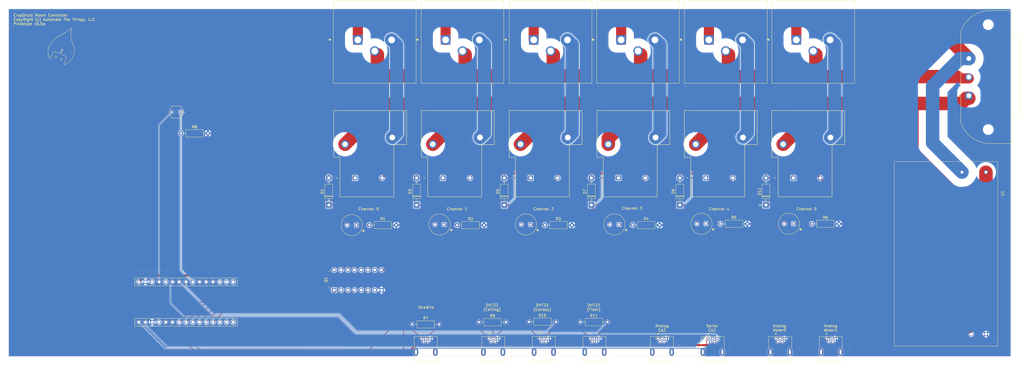
<source format=kicad_pcb>
(kicad_pcb (version 20171130) (host pcbnew 5.1.5-52549c5~84~ubuntu18.04.1)
  (title_block (title "CropDroid Room Controller") (date 2020-02-04) (rev v0.5a) (company "Automate The Things, LLC") (comment 3 "License: Proprietary") (comment 4 "Author: Jeremy Hahn"))
  (layers (0 F.Cu signal) (31 B.Cu signal) (34 B.Paste user) (35 F.Paste user) (36 B.SilkS user) (37 F.SilkS user) (38 B.Mask user) (39 F.Mask user) (44 Edge.Cuts user))
  (net 0 "")
  (net 1 GND)
  (net 2 "Net-(J1-Pad2)")
  (net 3 "Net-(J1-Pad1)")
  (net 4 "Net-(J4-Pad2)")
  (net 5 "Net-(J6-Pad2)")
  (net 6 "Net-(Q1-Pad10)")
  (net 7 "Net-(Q1-Pad7)")
  (net 8 "Net-(Q1-Pad6)")
  (net 9 "Net-(Q1-Pad5)")
  (net 10 "Net-(Q1-Pad4)")
  (net 11 "Net-(Q1-Pad3)")
  (net 12 "Net-(Q1-Pad2)")
  (net 13 "Net-(Q1-Pad1)")
  (net 14 "Net-(U2-PadP$15)")
  (net 15 "Net-(U2-PadP$14)")
  (net 16 "Net-(U2-PadP$13)")
  (net 17 "Net-(U2-PadP$3)")
  (net 18 "Net-(J1-Pad3)")
  (net 19 "Net-(J2-Pad2)")
  (net 20 "Net-(U3-PadP$3)")
  (net 21 "Net-(J3-Pad2)")
  (net 22 "Net-(J5-Pad2)")
  (net 23 "Net-(D13-Pad1)")
  (net 24 "Net-(J7-Pad2)")
  (net 25 "Net-(U2-PadP$5)")
  (net 26 "Net-(U3-PadP$12)")
  (net 27 "Net-(U3-PadP$2)")
  (net 28 "Net-(U3-PadP$1)")
  (net 29 "Net-(D10-Pad1)")
  (net 30 "Net-(D1-Pad2)")
  (net 31 "Net-(D1-Pad1)")
  (net 32 "Net-(D2-Pad1)")
  (net 33 "Net-(D3-Pad2)")
  (net 34 "Net-(D4-Pad1)")
  (net 35 "Net-(D5-Pad2)")
  (net 36 "Net-(D6-Pad1)")
  (net 37 "Net-(D7-Pad2)")
  (net 38 "Net-(D8-Pad1)")
  (net 39 "Net-(D9-Pad2)")
  (net 40 "Net-(D11-Pad2)")
  (net 41 "Net-(D12-Pad1)")
  (net 42 "Net-(D13-Pad2)")
  (net 43 "Net-(J8-PadSH1)")
  (net 44 "Net-(J8-Pad4)")
  (net 45 "Net-(J8-Pad2)")
  (net 46 "Net-(J8-Pad3)")
  (net 47 "Net-(J9-PadSH1)")
  (net 48 "Net-(J9-Pad4)")
  (net 49 "Net-(J9-Pad2)")
  (net 50 "Net-(J9-Pad3)")
  (net 51 "Net-(J10-PadSH1)")
  (net 52 "Net-(J10-Pad4)")
  (net 53 "Net-(J10-Pad2)")
  (net 54 "Net-(J10-Pad3)")
  (net 55 "Net-(J11-PadSH1)")
  (net 56 "Net-(J11-Pad4)")
  (net 57 "Net-(J11-Pad2)")
  (net 58 "Net-(J11-Pad3)")
  (net 59 "Net-(J12-PadSH1)")
  (net 60 "Net-(J12-Pad4)")
  (net 61 "Net-(J12-Pad2)")
  (net 62 "Net-(J12-Pad3)")
  (net 63 "Net-(J13-PadSH1)")
  (net 64 "Net-(J13-Pad4)")
  (net 65 "Net-(J13-Pad2)")
  (net 66 "Net-(J13-Pad3)")
  (net 67 "Net-(J14-PadSH1)")
  (net 68 "Net-(J14-Pad4)")
  (net 69 "Net-(J14-Pad2)")
  (net 70 "Net-(J14-Pad3)")
  (net 71 "Net-(J15-PadSH1)")
  (net 72 "Net-(J15-Pad4)")
  (net 73 "Net-(J15-Pad2)")
  (net 74 "Net-(J15-Pad3)")
  (module libraries:cropdroid_logo (layer F.Cu) (at 40.64 60.6298)
    (fp_text reference G*** hide)
    (fp_text value LOGO hide)
  )
  (module 2172034-1:TE_2172034-1 (layer F.Cu) (at 177.8 175.8188 270)
    (fp_text reference J8 (at -1.65152 -6.52996 90) (layer F.SilkS) (effects (font (size 1.401276 1.401276) (thickness 0.015))))
    (fp_text value 2172034-1)
    (fp_arc (start 0.6 3.65) (end 0.6 3.3) (angle 90) (layer Edge.Cuts) (width 0.0001))
    (fp_arc (start 0.6 3.65) (end 0.95 3.65) (angle 90) (layer Edge.Cuts) (width 0.0001))
    (fp_arc (start -0.6 3.65) (end -0.6 4) (angle 90) (layer Edge.Cuts) (width 0.0001))
    (fp_arc (start -0.6 3.65) (end -0.95 3.65) (angle 90) (layer Edge.Cuts) (width 0.0001))
    (fp_line (start -0.6 4) (end 0.6 4) (layer Edge.Cuts) (width 0.0001))
    (fp_line (start -0.6 3.3) (end 0.6 3.3) (layer Edge.Cuts) (width 0.0001))
    (fp_poly (pts (xy 0 2.8) (xy -0.6 2.8) (xy -0.644486 2.801165) (xy -0.688849 2.804656) (xy -0.732969 2.810465) (xy -0.776725 2.818575) (xy -0.819996 2.828963) (xy -0.862664 2.841602) (xy -0.904613 2.856457) (xy -0.945726 2.873486) (xy -0.985892 2.892644) (xy -1.025 2.913878) (xy -1.062943 2.93713) (xy -1.099617 2.962336) (xy -1.134922 2.989426) (xy -1.168761 3.018327) (xy -1.201041 3.048959) (xy -1.231673 3.081239) (xy -1.260574 3.115078) (xy -1.287664 3.150383) (xy -1.31287 3.187057) (xy -1.336122 3.225) (xy -1.357356 3.264108) (xy -1.376514 3.304274) (xy -1.393543 3.345387) (xy -1.408398 3.387336) (xy -1.421037 3.430004) (xy -1.431425 3.473275) (xy -1.439535 3.517031) (xy -1.445344 3.561151) (xy -1.448835 3.605514) (xy -1.45 3.65) (xy -0.95 3.65) (xy -0.94952 3.631682) (xy -0.948083 3.613415) (xy -0.945691 3.595248) (xy -0.942352 3.577231) (xy -0.938074 3.559413) (xy -0.93287 3.541844) (xy -0.926753 3.524571) (xy -0.919741 3.507642) (xy -0.911852 3.491103) (xy -0.903109 3.475) (xy -0.893535 3.459376) (xy -0.883156 3.444275) (xy -0.872001 3.429738) (xy -0.860101 3.415804) (xy -0.847487 3.402513) (xy -0.834196 3.389899) (xy -0.820262 3.377999) (xy -0.805725 3.366844) (xy -0.790624 3.356465) (xy -0.775 3.346891) (xy -0.758897 3.338148) (xy -0.742358 3.330259) (xy -0.725429 3.323247) (xy -0.708156 3.31713) (xy -0.690587 3.311926) (xy -0.672769 3.307648) (xy -0.654752 3.304309) (xy -0.636585 3.301917) (xy -0.618318 3.30048) (xy -0.6 3.3) (xy 0 3.3) (xy 0 2.8)) (layer B.Cu) (width 0.0001))
    (fp_poly (pts (xy 0 4.5) (xy -0.6 4.5) (xy -0.644486 4.498835) (xy -0.688849 4.495344) (xy -0.732969 4.489535) (xy -0.776725 4.481425) (xy -0.819996 4.471037) (xy -0.862664 4.458398) (xy -0.904613 4.443543) (xy -0.945726 4.426514) (xy -0.985892 4.407356) (xy -1.025 4.386122) (xy -1.062943 4.36287) (xy -1.099617 4.337664) (xy -1.134922 4.310574) (xy -1.168761 4.281673) (xy -1.201041 4.251041) (xy -1.231673 4.218761) (xy -1.260574 4.184922) (xy -1.287664 4.149617) (xy -1.31287 4.112943) (xy -1.336122 4.075) (xy -1.357356 4.035892) (xy -1.376514 3.995726) (xy -1.393543 3.954613) (xy -1.408398 3.912664) (xy -1.421037 3.869996) (xy -1.431425 3.826725) (xy -1.439535 3.782969) (xy -1.445344 3.738849) (xy -1.448835 3.694486) (xy -1.45 3.65) (xy -0.95 3.65) (xy -0.94952 3.668318) (xy -0.948083 3.686585) (xy -0.945691 3.704752) (xy -0.942352 3.722769) (xy -0.938074 3.740587) (xy -0.93287 3.758156) (xy -0.926753 3.775429) (xy -0.919741 3.792358) (xy -0.911852 3.808897) (xy -0.903109 3.825) (xy -0.893535 3.840624) (xy -0.883156 3.855725) (xy -0.872001 3.870262) (xy -0.860101 3.884196) (xy -0.847487 3.897487) (xy -0.834196 3.910101) (xy -0.820262 3.922001) (xy -0.805725 3.933156) (xy -0.790624 3.943535) (xy -0.775 3.953109) (xy -0.758897 3.961852) (xy -0.742358 3.969741) (xy -0.725429 3.976753) (xy -0.708156 3.98287) (xy -0.690587 3.988074) (xy -0.672769 3.992352) (xy -0.654752 3.995691) (xy -0.636585 3.998083) (xy -0.618318 3.99952) (xy -0.6 4) (xy 0 4) (xy 0 4.5)) (layer B.Cu) (width 0.0001))
    (fp_poly (pts (xy 0 4.5) (xy 0.6 4.5) (xy 0.644486 4.498835) (xy 0.688849 4.495344) (xy 0.732969 4.489535) (xy 0.776725 4.481425) (xy 0.819996 4.471037) (xy 0.862664 4.458398) (xy 0.904613 4.443543) (xy 0.945726 4.426514) (xy 0.985892 4.407356) (xy 1.025 4.386122) (xy 1.062943 4.36287) (xy 1.099617 4.337664) (xy 1.134922 4.310574) (xy 1.168761 4.281673) (xy 1.201041 4.251041) (xy 1.231673 4.218761) (xy 1.260574 4.184922) (xy 1.287664 4.149617) (xy 1.31287 4.112943) (xy 1.336122 4.075) (xy 1.357356 4.035892) (xy 1.376514 3.995726) (xy 1.393543 3.954613) (xy 1.408398 3.912664) (xy 1.421037 3.869996) (xy 1.431425 3.826725) (xy 1.439535 3.782969) (xy 1.445344 3.738849) (xy 1.448835 3.694486) (xy 1.45 3.65) (xy 0.95 3.65) (xy 0.94952 3.668318) (xy 0.948083 3.686585) (xy 0.945691 3.704752) (xy 0.942352 3.722769) (xy 0.938074 3.740587) (xy 0.93287 3.758156) (xy 0.926753 3.775429) (xy 0.919741 3.792358) (xy 0.911852 3.808897) (xy 0.903109 3.825) (xy 0.893535 3.840624) (xy 0.883156 3.855725) (xy 0.872001 3.870262) (xy 0.860101 3.884196) (xy 0.847487 3.897487) (xy 0.834196 3.910101) (xy 0.820262 3.922001) (xy 0.805725 3.933156) (xy 0.790624 3.943535) (xy 0.775 3.953109) (xy 0.758897 3.961852) (xy 0.742358 3.969741) (xy 0.725429 3.976753) (xy 0.708156 3.98287) (xy 0.690587 3.988074) (xy 0.672769 3.992352) (xy 0.654752 3.995691) (xy 0.636585 3.998083) (xy 0.618318 3.99952) (xy 0.6 4) (xy 0 4) (xy 0 4.5)) (layer B.Cu) (width 0.0001))
    (fp_poly (pts (xy 0 2.8) (xy 0.6 2.8) (xy 0.644486 2.801165) (xy 0.688849 2.804656) (xy 0.732969 2.810465) (xy 0.776725 2.818575) (xy 0.819996 2.828963) (xy 0.862664 2.841602) (xy 0.904613 2.856457) (xy 0.945726 2.873486) (xy 0.985892 2.892644) (xy 1.025 2.913878) (xy 1.062943 2.93713) (xy 1.099617 2.962336) (xy 1.134922 2.989426) (xy 1.168761 3.018327) (xy 1.201041 3.048959) (xy 1.231673 3.081239) (xy 1.260574 3.115078) (xy 1.287664 3.150383) (xy 1.31287 3.187057) (xy 1.336122 3.225) (xy 1.357356 3.264108) (xy 1.376514 3.304274) (xy 1.393543 3.345387) (xy 1.408398 3.387336) (xy 1.421037 3.430004) (xy 1.431425 3.473275) (xy 1.439535 3.517031) (xy 1.445344 3.561151) (xy 1.448835 3.605514) (xy 1.45 3.65) (xy 0.95 3.65) (xy 0.94952 3.631682) (xy 0.948083 3.613415) (xy 0.945691 3.595248) (xy 0.942352 3.577231) (xy 0.938074 3.559413) (xy 0.93287 3.541844) (xy 0.926753 3.524571) (xy 0.919741 3.507642) (xy 0.911852 3.491103) (xy 0.903109 3.475) (xy 0.893535 3.459376) (xy 0.883156 3.444275) (xy 0.872001 3.429738) (xy 0.860101 3.415804) (xy 0.847487 3.402513) (xy 0.834196 3.389899) (xy 0.820262 3.377999) (xy 0.805725 3.366844) (xy 0.790624 3.356465) (xy 0.775 3.346891) (xy 0.758897 3.338148) (xy 0.742358 3.330259) (xy 0.725429 3.323247) (xy 0.708156 3.31713) (xy 0.690587 3.311926) (xy 0.672769 3.307648) (xy 0.654752 3.304309) (xy 0.636585 3.301917) (xy 0.618318 3.30048) (xy 0.6 3.3) (xy 0 3.3) (xy 0 2.8)) (layer B.Cu) (width 0.0001))
    (fp_poly (pts (xy 0 -4.5) (xy -0.6 -4.5) (xy -0.644486 -4.498835) (xy -0.688849 -4.495344) (xy -0.732969 -4.489535) (xy -0.776725 -4.481425) (xy -0.819996 -4.471037) (xy -0.862664 -4.458398) (xy -0.904613 -4.443543) (xy -0.945726 -4.426514) (xy -0.985892 -4.407356) (xy -1.025 -4.386122) (xy -1.062943 -4.36287) (xy -1.099617 -4.337664) (xy -1.134922 -4.310574) (xy -1.168761 -4.281673) (xy -1.201041 -4.251041) (xy -1.231673 -4.218761) (xy -1.260574 -4.184922) (xy -1.287664 -4.149617) (xy -1.31287 -4.112943) (xy -1.336122 -4.075) (xy -1.357356 -4.035892) (xy -1.376514 -3.995726) (xy -1.393543 -3.954613) (xy -1.408398 -3.912664) (xy -1.421037 -3.869996) (xy -1.431425 -3.826725) (xy -1.439535 -3.782969) (xy -1.445344 -3.738849) (xy -1.448835 -3.694486) (xy -1.45 -3.65) (xy -0.95 -3.65) (xy -0.94952 -3.668318) (xy -0.948083 -3.686585) (xy -0.945691 -3.704752) (xy -0.942352 -3.722769) (xy -0.938074 -3.740587) (xy -0.93287 -3.758156) (xy -0.926753 -3.775429) (xy -0.919741 -3.792358) (xy -0.911852 -3.808897) (xy -0.903109 -3.825) (xy -0.893535 -3.840624) (xy -0.883156 -3.855725) (xy -0.872001 -3.870262) (xy -0.860101 -3.884196) (xy -0.847487 -3.897487) (xy -0.834196 -3.910101) (xy -0.820262 -3.922001) (xy -0.805725 -3.933156) (xy -0.790624 -3.943535) (xy -0.775 -3.953109) (xy -0.758897 -3.961852) (xy -0.742358 -3.969741) (xy -0.725429 -3.976753) (xy -0.708156 -3.98287) (xy -0.690587 -3.988074) (xy -0.672769 -3.992352) (xy -0.654752 -3.995691) (xy -0.636585 -3.998083) (xy -0.618318 -3.99952) (xy -0.6 -4) (xy 0 -4) (xy 0 -4.5)) (layer B.Cu) (width 0.0001))
    (fp_poly (pts (xy 0 -2.8) (xy -0.6 -2.8) (xy -0.644486 -2.801165) (xy -0.688849 -2.804656) (xy -0.732969 -2.810465) (xy -0.776725 -2.818575) (xy -0.819996 -2.828963) (xy -0.862664 -2.841602) (xy -0.904613 -2.856457) (xy -0.945726 -2.873486) (xy -0.985892 -2.892644) (xy -1.025 -2.913878) (xy -1.062943 -2.93713) (xy -1.099617 -2.962336) (xy -1.134922 -2.989426) (xy -1.168761 -3.018327) (xy -1.201041 -3.048959) (xy -1.231673 -3.081239) (xy -1.260574 -3.115078) (xy -1.287664 -3.150383) (xy -1.31287 -3.187057) (xy -1.336122 -3.225) (xy -1.357356 -3.264108) (xy -1.376514 -3.304274) (xy -1.393543 -3.345387) (xy -1.408398 -3.387336) (xy -1.421037 -3.430004) (xy -1.431425 -3.473275) (xy -1.439535 -3.517031) (xy -1.445344 -3.561151) (xy -1.448835 -3.605514) (xy -1.45 -3.65) (xy -0.95 -3.65) (xy -0.94952 -3.631682) (xy -0.948083 -3.613415) (xy -0.945691 -3.595248) (xy -0.942352 -3.577231) (xy -0.938074 -3.559413) (xy -0.93287 -3.541844) (xy -0.926753 -3.524571) (xy -0.919741 -3.507642) (xy -0.911852 -3.491103) (xy -0.903109 -3.475) (xy -0.893535 -3.459376) (xy -0.883156 -3.444275) (xy -0.872001 -3.429738) (xy -0.860101 -3.415804) (xy -0.847487 -3.402513) (xy -0.834196 -3.389899) (xy -0.820262 -3.377999) (xy -0.805725 -3.366844) (xy -0.790624 -3.356465) (xy -0.775 -3.346891) (xy -0.758897 -3.338148) (xy -0.742358 -3.330259) (xy -0.725429 -3.323247) (xy -0.708156 -3.31713) (xy -0.690587 -3.311926) (xy -0.672769 -3.307648) (xy -0.654752 -3.304309) (xy -0.636585 -3.301917) (xy -0.618318 -3.30048) (xy -0.6 -3.3) (xy 0 -3.3) (xy 0 -2.8)) (layer B.Cu) (width 0.0001))
    (fp_poly (pts (xy 0 -2.8) (xy 0.6 -2.8) (xy 0.644486 -2.801165) (xy 0.688849 -2.804656) (xy 0.732969 -2.810465) (xy 0.776725 -2.818575) (xy 0.819996 -2.828963) (xy 0.862664 -2.841602) (xy 0.904613 -2.856457) (xy 0.945726 -2.873486) (xy 0.985892 -2.892644) (xy 1.025 -2.913878) (xy 1.062943 -2.93713) (xy 1.099617 -2.962336) (xy 1.134922 -2.989426) (xy 1.168761 -3.018327) (xy 1.201041 -3.048959) (xy 1.231673 -3.081239) (xy 1.260574 -3.115078) (xy 1.287664 -3.150383) (xy 1.31287 -3.187057) (xy 1.336122 -3.225) (xy 1.357356 -3.264108) (xy 1.376514 -3.304274) (xy 1.393543 -3.345387) (xy 1.408398 -3.387336) (xy 1.421037 -3.430004) (xy 1.431425 -3.473275) (xy 1.439535 -3.517031) (xy 1.445344 -3.561151) (xy 1.448835 -3.605514) (xy 1.45 -3.65) (xy 0.95 -3.65) (xy 0.94952 -3.631682) (xy 0.948083 -3.613415) (xy 0.945691 -3.595248) (xy 0.942352 -3.577231) (xy 0.938074 -3.559413) (xy 0.93287 -3.541844) (xy 0.926753 -3.524571) (xy 0.919741 -3.507642) (xy 0.911852 -3.491103) (xy 0.903109 -3.475) (xy 0.893535 -3.459376) (xy 0.883156 -3.444275) (xy 0.872001 -3.429738) (xy 0.860101 -3.415804) (xy 0.847487 -3.402513) (xy 0.834196 -3.389899) (xy 0.820262 -3.377999) (xy 0.805725 -3.366844) (xy 0.790624 -3.356465) (xy 0.775 -3.346891) (xy 0.758897 -3.338148) (xy 0.742358 -3.330259) (xy 0.725429 -3.323247) (xy 0.708156 -3.31713) (xy 0.690587 -3.311926) (xy 0.672769 -3.307648) (xy 0.654752 -3.304309) (xy 0.636585 -3.301917) (xy 0.618318 -3.30048) (xy 0.6 -3.3) (xy 0 -3.3) (xy 0 -2.8)) (layer B.Cu) (width 0.0001))
    (fp_poly (pts (xy 0 -4.5) (xy 0.6 -4.5) (xy 0.644486 -4.498835) (xy 0.688849 -4.495344) (xy 0.732969 -4.489535) (xy 0.776725 -4.481425) (xy 0.819996 -4.471037) (xy 0.862664 -4.458398) (xy 0.904613 -4.443543) (xy 0.945726 -4.426514) (xy 0.985892 -4.407356) (xy 1.025 -4.386122) (xy 1.062943 -4.36287) (xy 1.099617 -4.337664) (xy 1.134922 -4.310574) (xy 1.168761 -4.281673) (xy 1.201041 -4.251041) (xy 1.231673 -4.218761) (xy 1.260574 -4.184922) (xy 1.287664 -4.149617) (xy 1.31287 -4.112943) (xy 1.336122 -4.075) (xy 1.357356 -4.035892) (xy 1.376514 -3.995726) (xy 1.393543 -3.954613) (xy 1.408398 -3.912664) (xy 1.421037 -3.869996) (xy 1.431425 -3.826725) (xy 1.439535 -3.782969) (xy 1.445344 -3.738849) (xy 1.448835 -3.694486) (xy 1.45 -3.65) (xy 0.95 -3.65) (xy 0.94952 -3.668318) (xy 0.948083 -3.686585) (xy 0.945691 -3.704752) (xy 0.942352 -3.722769) (xy 0.938074 -3.740587) (xy 0.93287 -3.758156) (xy 0.926753 -3.775429) (xy 0.919741 -3.792358) (xy 0.911852 -3.808897) (xy 0.903109 -3.825) (xy 0.893535 -3.840624) (xy 0.883156 -3.855725) (xy 0.872001 -3.870262) (xy 0.860101 -3.884196) (xy 0.847487 -3.897487) (xy 0.834196 -3.910101) (xy 0.820262 -3.922001) (xy 0.805725 -3.933156) (xy 0.790624 -3.943535) (xy 0.775 -3.953109) (xy 0.758897 -3.961852) (xy 0.742358 -3.969741) (xy 0.725429 -3.976753) (xy 0.708156 -3.98287) (xy 0.690587 -3.988074) (xy 0.672769 -3.992352) (xy 0.654752 -3.995691) (xy 0.636585 -3.998083) (xy 0.618318 -3.99952) (xy 0.6 -4) (xy 0 -4) (xy 0 -4.5)) (layer B.Cu) (width 0.0001))
    (fp_poly (pts (xy 0 2.8) (xy 0.6 2.8) (xy 0.644486 2.801165) (xy 0.688849 2.804656) (xy 0.732969 2.810465) (xy 0.776725 2.818575) (xy 0.819996 2.828963) (xy 0.862664 2.841602) (xy 0.904613 2.856457) (xy 0.945726 2.873486) (xy 0.985892 2.892644) (xy 1.025 2.913878) (xy 1.062943 2.93713) (xy 1.099617 2.962336) (xy 1.134922 2.989426) (xy 1.168761 3.018327) (xy 1.201041 3.048959) (xy 1.231673 3.081239) (xy 1.260574 3.115078) (xy 1.287664 3.150383) (xy 1.31287 3.187057) (xy 1.336122 3.225) (xy 1.357356 3.264108) (xy 1.376514 3.304274) (xy 1.393543 3.345387) (xy 1.408398 3.387336) (xy 1.421037 3.430004) (xy 1.431425 3.473275) (xy 1.439535 3.517031) (xy 1.445344 3.561151) (xy 1.448835 3.605514) (xy 1.45 3.65) (xy 0.95 3.65) (xy 0.94952 3.631682) (xy 0.948083 3.613415) (xy 0.945691 3.595248) (xy 0.942352 3.577231) (xy 0.938074 3.559413) (xy 0.93287 3.541844) (xy 0.926753 3.524571) (xy 0.919741 3.507642) (xy 0.911852 3.491103) (xy 0.903109 3.475) (xy 0.893535 3.459376) (xy 0.883156 3.444275) (xy 0.872001 3.429738) (xy 0.860101 3.415804) (xy 0.847487 3.402513) (xy 0.834196 3.389899) (xy 0.820262 3.377999) (xy 0.805725 3.366844) (xy 0.790624 3.356465) (xy 0.775 3.346891) (xy 0.758897 3.338148) (xy 0.742358 3.330259) (xy 0.725429 3.323247) (xy 0.708156 3.31713) (xy 0.690587 3.311926) (xy 0.672769 3.307648) (xy 0.654752 3.304309) (xy 0.636585 3.301917) (xy 0.618318 3.30048) (xy 0.6 3.3) (xy 0 3.3) (xy 0 2.8)) (layer F.Cu) (width 0.0001))
    (fp_poly (pts (xy 0 4.5) (xy 0.6 4.5) (xy 0.644486 4.498835) (xy 0.688849 4.495344) (xy 0.732969 4.489535) (xy 0.776725 4.481425) (xy 0.819996 4.471037) (xy 0.862664 4.458398) (xy 0.904613 4.443543) (xy 0.945726 4.426514) (xy 0.985892 4.407356) (xy 1.025 4.386122) (xy 1.062943 4.36287) (xy 1.099617 4.337664) (xy 1.134922 4.310574) (xy 1.168761 4.281673) (xy 1.201041 4.251041) (xy 1.231673 4.218761) (xy 1.260574 4.184922) (xy 1.287664 4.149617) (xy 1.31287 4.112943) (xy 1.336122 4.075) (xy 1.357356 4.035892) (xy 1.376514 3.995726) (xy 1.393543 3.954613) (xy 1.408398 3.912664) (xy 1.421037 3.869996) (xy 1.431425 3.826725) (xy 1.439535 3.782969) (xy 1.445344 3.738849) (xy 1.448835 3.694486) (xy 1.45 3.65) (xy 0.95 3.65) (xy 0.94952 3.668318) (xy 0.948083 3.686585) (xy 0.945691 3.704752) (xy 0.942352 3.722769) (xy 0.938074 3.740587) (xy 0.93287 3.758156) (xy 0.926753 3.775429) (xy 0.919741 3.792358) (xy 0.911852 3.808897) (xy 0.903109 3.825) (xy 0.893535 3.840624) (xy 0.883156 3.855725) (xy 0.872001 3.870262) (xy 0.860101 3.884196) (xy 0.847487 3.897487) (xy 0.834196 3.910101) (xy 0.820262 3.922001) (xy 0.805725 3.933156) (xy 0.790624 3.943535) (xy 0.775 3.953109) (xy 0.758897 3.961852) (xy 0.742358 3.969741) (xy 0.725429 3.976753) (xy 0.708156 3.98287) (xy 0.690587 3.988074) (xy 0.672769 3.992352) (xy 0.654752 3.995691) (xy 0.636585 3.998083) (xy 0.618318 3.99952) (xy 0.6 4) (xy 0 4) (xy 0 4.5)) (layer F.Cu) (width 0.0001))
    (fp_poly (pts (xy 0 4.5) (xy -0.6 4.5) (xy -0.644486 4.498835) (xy -0.688849 4.495344) (xy -0.732969 4.489535) (xy -0.776725 4.481425) (xy -0.819996 4.471037) (xy -0.862664 4.458398) (xy -0.904613 4.443543) (xy -0.945726 4.426514) (xy -0.985892 4.407356) (xy -1.025 4.386122) (xy -1.062943 4.36287) (xy -1.099617 4.337664) (xy -1.134922 4.310574) (xy -1.168761 4.281673) (xy -1.201041 4.251041) (xy -1.231673 4.218761) (xy -1.260574 4.184922) (xy -1.287664 4.149617) (xy -1.31287 4.112943) (xy -1.336122 4.075) (xy -1.357356 4.035892) (xy -1.376514 3.995726) (xy -1.393543 3.954613) (xy -1.408398 3.912664) (xy -1.421037 3.869996) (xy -1.431425 3.826725) (xy -1.439535 3.782969) (xy -1.445344 3.738849) (xy -1.448835 3.694486) (xy -1.45 3.65) (xy -0.95 3.65) (xy -0.94952 3.668318) (xy -0.948083 3.686585) (xy -0.945691 3.704752) (xy -0.942352 3.722769) (xy -0.938074 3.740587) (xy -0.93287 3.758156) (xy -0.926753 3.775429) (xy -0.919741 3.792358) (xy -0.911852 3.808897) (xy -0.903109 3.825) (xy -0.893535 3.840624) (xy -0.883156 3.855725) (xy -0.872001 3.870262) (xy -0.860101 3.884196) (xy -0.847487 3.897487) (xy -0.834196 3.910101) (xy -0.820262 3.922001) (xy -0.805725 3.933156) (xy -0.790624 3.943535) (xy -0.775 3.953109) (xy -0.758897 3.961852) (xy -0.742358 3.969741) (xy -0.725429 3.976753) (xy -0.708156 3.98287) (xy -0.690587 3.988074) (xy -0.672769 3.992352) (xy -0.654752 3.995691) (xy -0.636585 3.998083) (xy -0.618318 3.99952) (xy -0.6 4) (xy 0 4) (xy 0 4.5)) (layer F.Cu) (width 0.0001))
    (fp_poly (pts (xy 0 2.8) (xy -0.6 2.8) (xy -0.644486 2.801165) (xy -0.688849 2.804656) (xy -0.732969 2.810465) (xy -0.776725 2.818575) (xy -0.819996 2.828963) (xy -0.862664 2.841602) (xy -0.904613 2.856457) (xy -0.945726 2.873486) (xy -0.985892 2.892644) (xy -1.025 2.913878) (xy -1.062943 2.93713) (xy -1.099617 2.962336) (xy -1.134922 2.989426) (xy -1.168761 3.018327) (xy -1.201041 3.048959) (xy -1.231673 3.081239) (xy -1.260574 3.115078) (xy -1.287664 3.150383) (xy -1.31287 3.187057) (xy -1.336122 3.225) (xy -1.357356 3.264108) (xy -1.376514 3.304274) (xy -1.393543 3.345387) (xy -1.408398 3.387336) (xy -1.421037 3.430004) (xy -1.431425 3.473275) (xy -1.439535 3.517031) (xy -1.445344 3.561151) (xy -1.448835 3.605514) (xy -1.45 3.65) (xy -0.95 3.65) (xy -0.94952 3.631682) (xy -0.948083 3.613415) (xy -0.945691 3.595248) (xy -0.942352 3.577231) (xy -0.938074 3.559413) (xy -0.93287 3.541844) (xy -0.926753 3.524571) (xy -0.919741 3.507642) (xy -0.911852 3.491103) (xy -0.903109 3.475) (xy -0.893535 3.459376) (xy -0.883156 3.444275) (xy -0.872001 3.429738) (xy -0.860101 3.415804) (xy -0.847487 3.402513) (xy -0.834196 3.389899) (xy -0.820262 3.377999) (xy -0.805725 3.366844) (xy -0.790624 3.356465) (xy -0.775 3.346891) (xy -0.758897 3.338148) (xy -0.742358 3.330259) (xy -0.725429 3.323247) (xy -0.708156 3.31713) (xy -0.690587 3.311926) (xy -0.672769 3.307648) (xy -0.654752 3.304309) (xy -0.636585 3.301917) (xy -0.618318 3.30048) (xy -0.6 3.3) (xy 0 3.3) (xy 0 2.8)) (layer F.Cu) (width 0.0001))
    (fp_poly (pts (xy 0 -4.5) (xy 0.6 -4.5) (xy 0.644486 -4.498835) (xy 0.688849 -4.495344) (xy 0.732969 -4.489535) (xy 0.776725 -4.481425) (xy 0.819996 -4.471037) (xy 0.862664 -4.458398) (xy 0.904613 -4.443543) (xy 0.945726 -4.426514) (xy 0.985892 -4.407356) (xy 1.025 -4.386122) (xy 1.062943 -4.36287) (xy 1.099617 -4.337664) (xy 1.134922 -4.310574) (xy 1.168761 -4.281673) (xy 1.201041 -4.251041) (xy 1.231673 -4.218761) (xy 1.260574 -4.184922) (xy 1.287664 -4.149617) (xy 1.31287 -4.112943) (xy 1.336122 -4.075) (xy 1.357356 -4.035892) (xy 1.376514 -3.995726) (xy 1.393543 -3.954613) (xy 1.408398 -3.912664) (xy 1.421037 -3.869996) (xy 1.431425 -3.826725) (xy 1.439535 -3.782969) (xy 1.445344 -3.738849) (xy 1.448835 -3.694486) (xy 1.45 -3.65) (xy 0.95 -3.65) (xy 0.94952 -3.668318) (xy 0.948083 -3.686585) (xy 0.945691 -3.704752) (xy 0.942352 -3.722769) (xy 0.938074 -3.740587) (xy 0.93287 -3.758156) (xy 0.926753 -3.775429) (xy 0.919741 -3.792358) (xy 0.911852 -3.808897) (xy 0.903109 -3.825) (xy 0.893535 -3.840624) (xy 0.883156 -3.855725) (xy 0.872001 -3.870262) (xy 0.860101 -3.884196) (xy 0.847487 -3.897487) (xy 0.834196 -3.910101) (xy 0.820262 -3.922001) (xy 0.805725 -3.933156) (xy 0.790624 -3.943535) (xy 0.775 -3.953109) (xy 0.758897 -3.961852) (xy 0.742358 -3.969741) (xy 0.725429 -3.976753) (xy 0.708156 -3.98287) (xy 0.690587 -3.988074) (xy 0.672769 -3.992352) (xy 0.654752 -3.995691) (xy 0.636585 -3.998083) (xy 0.618318 -3.99952) (xy 0.6 -4) (xy 0 -4) (xy 0 -4.5)) (layer F.Cu) (width 0.0001))
    (fp_poly (pts (xy 0 -2.8) (xy 0.6 -2.8) (xy 0.644486 -2.801165) (xy 0.688849 -2.804656) (xy 0.732969 -2.810465) (xy 0.776725 -2.818575) (xy 0.819996 -2.828963) (xy 0.862664 -2.841602) (xy 0.904613 -2.856457) (xy 0.945726 -2.873486) (xy 0.985892 -2.892644) (xy 1.025 -2.913878) (xy 1.062943 -2.93713) (xy 1.099617 -2.962336) (xy 1.134922 -2.989426) (xy 1.168761 -3.018327) (xy 1.201041 -3.048959) (xy 1.231673 -3.081239) (xy 1.260574 -3.115078) (xy 1.287664 -3.150383) (xy 1.31287 -3.187057) (xy 1.336122 -3.225) (xy 1.357356 -3.264108) (xy 1.376514 -3.304274) (xy 1.393543 -3.345387) (xy 1.408398 -3.387336) (xy 1.421037 -3.430004) (xy 1.431425 -3.473275) (xy 1.439535 -3.517031) (xy 1.445344 -3.561151) (xy 1.448835 -3.605514) (xy 1.45 -3.65) (xy 0.95 -3.65) (xy 0.94952 -3.631682) (xy 0.948083 -3.613415) (xy 0.945691 -3.595248) (xy 0.942352 -3.577231) (xy 0.938074 -3.559413) (xy 0.93287 -3.541844) (xy 0.926753 -3.524571) (xy 0.919741 -3.507642) (xy 0.911852 -3.491103) (xy 0.903109 -3.475) (xy 0.893535 -3.459376) (xy 0.883156 -3.444275) (xy 0.872001 -3.429738) (xy 0.860101 -3.415804) (xy 0.847487 -3.402513) (xy 0.834196 -3.389899) (xy 0.820262 -3.377999) (xy 0.805725 -3.366844) (xy 0.790624 -3.356465) (xy 0.775 -3.346891) (xy 0.758897 -3.338148) (xy 0.742358 -3.330259) (xy 0.725429 -3.323247) (xy 0.708156 -3.31713) (xy 0.690587 -3.311926) (xy 0.672769 -3.307648) (xy 0.654752 -3.304309) (xy 0.636585 -3.301917) (xy 0.618318 -3.30048) (xy 0.6 -3.3) (xy 0 -3.3) (xy 0 -2.8)) (layer F.Cu) (width 0.0001))
    (fp_poly (pts (xy 0 -2.8) (xy -0.6 -2.8) (xy -0.644486 -2.801165) (xy -0.688849 -2.804656) (xy -0.732969 -2.810465) (xy -0.776725 -2.818575) (xy -0.819996 -2.828963) (xy -0.862664 -2.841602) (xy -0.904613 -2.856457) (xy -0.945726 -2.873486) (xy -0.985892 -2.892644) (xy -1.025 -2.913878) (xy -1.062943 -2.93713) (xy -1.099617 -2.962336) (xy -1.134922 -2.989426) (xy -1.168761 -3.018327) (xy -1.201041 -3.048959) (xy -1.231673 -3.081239) (xy -1.260574 -3.115078) (xy -1.287664 -3.150383) (xy -1.31287 -3.187057) (xy -1.336122 -3.225) (xy -1.357356 -3.264108) (xy -1.376514 -3.304274) (xy -1.393543 -3.345387) (xy -1.408398 -3.387336) (xy -1.421037 -3.430004) (xy -1.431425 -3.473275) (xy -1.439535 -3.517031) (xy -1.445344 -3.561151) (xy -1.448835 -3.605514) (xy -1.45 -3.65) (xy -0.95 -3.65) (xy -0.94952 -3.631682) (xy -0.948083 -3.613415) (xy -0.945691 -3.595248) (xy -0.942352 -3.577231) (xy -0.938074 -3.559413) (xy -0.93287 -3.541844) (xy -0.926753 -3.524571) (xy -0.919741 -3.507642) (xy -0.911852 -3.491103) (xy -0.903109 -3.475) (xy -0.893535 -3.459376) (xy -0.883156 -3.444275) (xy -0.872001 -3.429738) (xy -0.860101 -3.415804) (xy -0.847487 -3.402513) (xy -0.834196 -3.389899) (xy -0.820262 -3.377999) (xy -0.805725 -3.366844) (xy -0.790624 -3.356465) (xy -0.775 -3.346891) (xy -0.758897 -3.338148) (xy -0.742358 -3.330259) (xy -0.725429 -3.323247) (xy -0.708156 -3.31713) (xy -0.690587 -3.311926) (xy -0.672769 -3.307648) (xy -0.654752 -3.304309) (xy -0.636585 -3.301917) (xy -0.618318 -3.30048) (xy -0.6 -3.3) (xy 0 -3.3) (xy 0 -2.8)) (layer F.Cu) (width 0.0001))
    (fp_poly (pts (xy 0 -4.5) (xy -0.6 -4.5) (xy -0.644486 -4.498835) (xy -0.688849 -4.495344) (xy -0.732969 -4.489535) (xy -0.776725 -4.481425) (xy -0.819996 -4.471037) (xy -0.862664 -4.458398) (xy -0.904613 -4.443543) (xy -0.945726 -4.426514) (xy -0.985892 -4.407356) (xy -1.025 -4.386122) (xy -1.062943 -4.36287) (xy -1.099617 -4.337664) (xy -1.134922 -4.310574) (xy -1.168761 -4.281673) (xy -1.201041 -4.251041) (xy -1.231673 -4.218761) (xy -1.260574 -4.184922) (xy -1.287664 -4.149617) (xy -1.31287 -4.112943) (xy -1.336122 -4.075) (xy -1.357356 -4.035892) (xy -1.376514 -3.995726) (xy -1.393543 -3.954613) (xy -1.408398 -3.912664) (xy -1.421037 -3.869996) (xy -1.431425 -3.826725) (xy -1.439535 -3.782969) (xy -1.445344 -3.738849) (xy -1.448835 -3.694486) (xy -1.45 -3.65) (xy -0.95 -3.65) (xy -0.94952 -3.668318) (xy -0.948083 -3.686585) (xy -0.945691 -3.704752) (xy -0.942352 -3.722769) (xy -0.938074 -3.740587) (xy -0.93287 -3.758156) (xy -0.926753 -3.775429) (xy -0.919741 -3.792358) (xy -0.911852 -3.808897) (xy -0.903109 -3.825) (xy -0.893535 -3.840624) (xy -0.883156 -3.855725) (xy -0.872001 -3.870262) (xy -0.860101 -3.884196) (xy -0.847487 -3.897487) (xy -0.834196 -3.910101) (xy -0.820262 -3.922001) (xy -0.805725 -3.933156) (xy -0.790624 -3.943535) (xy -0.775 -3.953109) (xy -0.758897 -3.961852) (xy -0.742358 -3.969741) (xy -0.725429 -3.976753) (xy -0.708156 -3.98287) (xy -0.690587 -3.988074) (xy -0.672769 -3.992352) (xy -0.654752 -3.995691) (xy -0.636585 -3.998083) (xy -0.618318 -3.99952) (xy -0.6 -4) (xy 0 -4) (xy 0 -4.5)) (layer F.Cu) (width 0.0001))
    (fp_arc (start 0.6 -3.65) (end 0.6 -4) (angle 90) (layer Edge.Cuts) (width 0.0001))
    (fp_arc (start 0.6 -3.65) (end 0.95 -3.65) (angle 90) (layer Edge.Cuts) (width 0.0001))
    (fp_arc (start -0.6 -3.65) (end -0.6 -3.3) (angle 90) (layer Edge.Cuts) (width 0.0001))
    (fp_arc (start -0.6 -3.65) (end -0.95 -3.65) (angle 90) (layer Edge.Cuts) (width 0.0001))
    (fp_line (start -0.6 -3.3) (end 0.6 -3.3) (layer Edge.Cuts) (width 0.0001))
    (fp_line (start -0.6 -4) (end 0.6 -4) (layer Edge.Cuts) (width 0.0001))
    (pad SH2 smd rect (at -1.27 3.81 270) (size 0.1 0.1) (layers F.Cu) (net 43 "Net-(J8-PadSH1)"))
    (pad SH1 smd rect (at -1.27 -3.81 270) (size 0.1 0.1) (layers F.Cu) (net 43 "Net-(J8-PadSH1)"))
    (pad None np_thru_hole circle (at 0 3.65 270) (size 0.7 0.7) (drill 0.7) (layers *.Cu *.Mask))
    (pad None np_thru_hole circle (at 0 -3.65 270) (size 0.7 0.7) (drill 0.7) (layers *.Cu *.Mask))
    (pad 1 thru_hole circle (at -5.05 1.6 270) (size 1.208 1.208) (drill 0.7) (layers *.Cu *.Mask) (net 42 "Net-(D13-Pad2)"))
    (pad 4 thru_hole circle (at -3.85 -0.8 270) (size 1.208 1.208) (drill 0.7) (layers *.Cu *.Mask) (net 44 "Net-(J8-Pad4)"))
    (pad 2 thru_hole circle (at -3.85 0.8 270) (size 1.208 1.208) (drill 0.7) (layers *.Cu *.Mask) (net 45 "Net-(J8-Pad2)"))
    (pad 5 thru_hole circle (at -5.05 -1.6 270) (size 1.208 1.208) (drill 0.7) (layers *.Cu *.Mask) (net 1 GND))
    (pad 3 thru_hole circle (at -5.05 0 270) (size 1.208 1.208) (drill 0.7) (layers *.Cu *.Mask) (net 46 "Net-(J8-Pad3)"))
  )
  (module 2172034-1:TE_2172034-1 (layer F.Cu) (at 203.2 175.8188 270)
    (fp_text reference J9 (at -1.65152 -6.52996 90) (layer F.SilkS) (effects (font (size 1.401276 1.401276) (thickness 0.015))))
    (fp_text value 2172034-1)
    (fp_arc (start 0.6 3.65) (end 0.6 3.3) (angle 90) (layer Edge.Cuts) (width 0.0001))
    (fp_arc (start 0.6 3.65) (end 0.95 3.65) (angle 90) (layer Edge.Cuts) (width 0.0001))
    (fp_arc (start -0.6 3.65) (end -0.6 4) (angle 90) (layer Edge.Cuts) (width 0.0001))
    (fp_arc (start -0.6 3.65) (end -0.95 3.65) (angle 90) (layer Edge.Cuts) (width 0.0001))
    (fp_line (start -0.6 4) (end 0.6 4) (layer Edge.Cuts) (width 0.0001))
    (fp_line (start -0.6 3.3) (end 0.6 3.3) (layer Edge.Cuts) (width 0.0001))
    (fp_poly (pts (xy 0 2.8) (xy -0.6 2.8) (xy -0.644486 2.801165) (xy -0.688849 2.804656) (xy -0.732969 2.810465) (xy -0.776725 2.818575) (xy -0.819996 2.828963) (xy -0.862664 2.841602) (xy -0.904613 2.856457) (xy -0.945726 2.873486) (xy -0.985892 2.892644) (xy -1.025 2.913878) (xy -1.062943 2.93713) (xy -1.099617 2.962336) (xy -1.134922 2.989426) (xy -1.168761 3.018327) (xy -1.201041 3.048959) (xy -1.231673 3.081239) (xy -1.260574 3.115078) (xy -1.287664 3.150383) (xy -1.31287 3.187057) (xy -1.336122 3.225) (xy -1.357356 3.264108) (xy -1.376514 3.304274) (xy -1.393543 3.345387) (xy -1.408398 3.387336) (xy -1.421037 3.430004) (xy -1.431425 3.473275) (xy -1.439535 3.517031) (xy -1.445344 3.561151) (xy -1.448835 3.605514) (xy -1.45 3.65) (xy -0.95 3.65) (xy -0.94952 3.631682) (xy -0.948083 3.613415) (xy -0.945691 3.595248) (xy -0.942352 3.577231) (xy -0.938074 3.559413) (xy -0.93287 3.541844) (xy -0.926753 3.524571) (xy -0.919741 3.507642) (xy -0.911852 3.491103) (xy -0.903109 3.475) (xy -0.893535 3.459376) (xy -0.883156 3.444275) (xy -0.872001 3.429738) (xy -0.860101 3.415804) (xy -0.847487 3.402513) (xy -0.834196 3.389899) (xy -0.820262 3.377999) (xy -0.805725 3.366844) (xy -0.790624 3.356465) (xy -0.775 3.346891) (xy -0.758897 3.338148) (xy -0.742358 3.330259) (xy -0.725429 3.323247) (xy -0.708156 3.31713) (xy -0.690587 3.311926) (xy -0.672769 3.307648) (xy -0.654752 3.304309) (xy -0.636585 3.301917) (xy -0.618318 3.30048) (xy -0.6 3.3) (xy 0 3.3) (xy 0 2.8)) (layer B.Cu) (width 0.0001))
    (fp_poly (pts (xy 0 4.5) (xy -0.6 4.5) (xy -0.644486 4.498835) (xy -0.688849 4.495344) (xy -0.732969 4.489535) (xy -0.776725 4.481425) (xy -0.819996 4.471037) (xy -0.862664 4.458398) (xy -0.904613 4.443543) (xy -0.945726 4.426514) (xy -0.985892 4.407356) (xy -1.025 4.386122) (xy -1.062943 4.36287) (xy -1.099617 4.337664) (xy -1.134922 4.310574) (xy -1.168761 4.281673) (xy -1.201041 4.251041) (xy -1.231673 4.218761) (xy -1.260574 4.184922) (xy -1.287664 4.149617) (xy -1.31287 4.112943) (xy -1.336122 4.075) (xy -1.357356 4.035892) (xy -1.376514 3.995726) (xy -1.393543 3.954613) (xy -1.408398 3.912664) (xy -1.421037 3.869996) (xy -1.431425 3.826725) (xy -1.439535 3.782969) (xy -1.445344 3.738849) (xy -1.448835 3.694486) (xy -1.45 3.65) (xy -0.95 3.65) (xy -0.94952 3.668318) (xy -0.948083 3.686585) (xy -0.945691 3.704752) (xy -0.942352 3.722769) (xy -0.938074 3.740587) (xy -0.93287 3.758156) (xy -0.926753 3.775429) (xy -0.919741 3.792358) (xy -0.911852 3.808897) (xy -0.903109 3.825) (xy -0.893535 3.840624) (xy -0.883156 3.855725) (xy -0.872001 3.870262) (xy -0.860101 3.884196) (xy -0.847487 3.897487) (xy -0.834196 3.910101) (xy -0.820262 3.922001) (xy -0.805725 3.933156) (xy -0.790624 3.943535) (xy -0.775 3.953109) (xy -0.758897 3.961852) (xy -0.742358 3.969741) (xy -0.725429 3.976753) (xy -0.708156 3.98287) (xy -0.690587 3.988074) (xy -0.672769 3.992352) (xy -0.654752 3.995691) (xy -0.636585 3.998083) (xy -0.618318 3.99952) (xy -0.6 4) (xy 0 4) (xy 0 4.5)) (layer B.Cu) (width 0.0001))
    (fp_poly (pts (xy 0 4.5) (xy 0.6 4.5) (xy 0.644486 4.498835) (xy 0.688849 4.495344) (xy 0.732969 4.489535) (xy 0.776725 4.481425) (xy 0.819996 4.471037) (xy 0.862664 4.458398) (xy 0.904613 4.443543) (xy 0.945726 4.426514) (xy 0.985892 4.407356) (xy 1.025 4.386122) (xy 1.062943 4.36287) (xy 1.099617 4.337664) (xy 1.134922 4.310574) (xy 1.168761 4.281673) (xy 1.201041 4.251041) (xy 1.231673 4.218761) (xy 1.260574 4.184922) (xy 1.287664 4.149617) (xy 1.31287 4.112943) (xy 1.336122 4.075) (xy 1.357356 4.035892) (xy 1.376514 3.995726) (xy 1.393543 3.954613) (xy 1.408398 3.912664) (xy 1.421037 3.869996) (xy 1.431425 3.826725) (xy 1.439535 3.782969) (xy 1.445344 3.738849) (xy 1.448835 3.694486) (xy 1.45 3.65) (xy 0.95 3.65) (xy 0.94952 3.668318) (xy 0.948083 3.686585) (xy 0.945691 3.704752) (xy 0.942352 3.722769) (xy 0.938074 3.740587) (xy 0.93287 3.758156) (xy 0.926753 3.775429) (xy 0.919741 3.792358) (xy 0.911852 3.808897) (xy 0.903109 3.825) (xy 0.893535 3.840624) (xy 0.883156 3.855725) (xy 0.872001 3.870262) (xy 0.860101 3.884196) (xy 0.847487 3.897487) (xy 0.834196 3.910101) (xy 0.820262 3.922001) (xy 0.805725 3.933156) (xy 0.790624 3.943535) (xy 0.775 3.953109) (xy 0.758897 3.961852) (xy 0.742358 3.969741) (xy 0.725429 3.976753) (xy 0.708156 3.98287) (xy 0.690587 3.988074) (xy 0.672769 3.992352) (xy 0.654752 3.995691) (xy 0.636585 3.998083) (xy 0.618318 3.99952) (xy 0.6 4) (xy 0 4) (xy 0 4.5)) (layer B.Cu) (width 0.0001))
    (fp_poly (pts (xy 0 2.8) (xy 0.6 2.8) (xy 0.644486 2.801165) (xy 0.688849 2.804656) (xy 0.732969 2.810465) (xy 0.776725 2.818575) (xy 0.819996 2.828963) (xy 0.862664 2.841602) (xy 0.904613 2.856457) (xy 0.945726 2.873486) (xy 0.985892 2.892644) (xy 1.025 2.913878) (xy 1.062943 2.93713) (xy 1.099617 2.962336) (xy 1.134922 2.989426) (xy 1.168761 3.018327) (xy 1.201041 3.048959) (xy 1.231673 3.081239) (xy 1.260574 3.115078) (xy 1.287664 3.150383) (xy 1.31287 3.187057) (xy 1.336122 3.225) (xy 1.357356 3.264108) (xy 1.376514 3.304274) (xy 1.393543 3.345387) (xy 1.408398 3.387336) (xy 1.421037 3.430004) (xy 1.431425 3.473275) (xy 1.439535 3.517031) (xy 1.445344 3.561151) (xy 1.448835 3.605514) (xy 1.45 3.65) (xy 0.95 3.65) (xy 0.94952 3.631682) (xy 0.948083 3.613415) (xy 0.945691 3.595248) (xy 0.942352 3.577231) (xy 0.938074 3.559413) (xy 0.93287 3.541844) (xy 0.926753 3.524571) (xy 0.919741 3.507642) (xy 0.911852 3.491103) (xy 0.903109 3.475) (xy 0.893535 3.459376) (xy 0.883156 3.444275) (xy 0.872001 3.429738) (xy 0.860101 3.415804) (xy 0.847487 3.402513) (xy 0.834196 3.389899) (xy 0.820262 3.377999) (xy 0.805725 3.366844) (xy 0.790624 3.356465) (xy 0.775 3.346891) (xy 0.758897 3.338148) (xy 0.742358 3.330259) (xy 0.725429 3.323247) (xy 0.708156 3.31713) (xy 0.690587 3.311926) (xy 0.672769 3.307648) (xy 0.654752 3.304309) (xy 0.636585 3.301917) (xy 0.618318 3.30048) (xy 0.6 3.3) (xy 0 3.3) (xy 0 2.8)) (layer B.Cu) (width 0.0001))
    (fp_poly (pts (xy 0 -4.5) (xy -0.6 -4.5) (xy -0.644486 -4.498835) (xy -0.688849 -4.495344) (xy -0.732969 -4.489535) (xy -0.776725 -4.481425) (xy -0.819996 -4.471037) (xy -0.862664 -4.458398) (xy -0.904613 -4.443543) (xy -0.945726 -4.426514) (xy -0.985892 -4.407356) (xy -1.025 -4.386122) (xy -1.062943 -4.36287) (xy -1.099617 -4.337664) (xy -1.134922 -4.310574) (xy -1.168761 -4.281673) (xy -1.201041 -4.251041) (xy -1.231673 -4.218761) (xy -1.260574 -4.184922) (xy -1.287664 -4.149617) (xy -1.31287 -4.112943) (xy -1.336122 -4.075) (xy -1.357356 -4.035892) (xy -1.376514 -3.995726) (xy -1.393543 -3.954613) (xy -1.408398 -3.912664) (xy -1.421037 -3.869996) (xy -1.431425 -3.826725) (xy -1.439535 -3.782969) (xy -1.445344 -3.738849) (xy -1.448835 -3.694486) (xy -1.45 -3.65) (xy -0.95 -3.65) (xy -0.94952 -3.668318) (xy -0.948083 -3.686585) (xy -0.945691 -3.704752) (xy -0.942352 -3.722769) (xy -0.938074 -3.740587) (xy -0.93287 -3.758156) (xy -0.926753 -3.775429) (xy -0.919741 -3.792358) (xy -0.911852 -3.808897) (xy -0.903109 -3.825) (xy -0.893535 -3.840624) (xy -0.883156 -3.855725) (xy -0.872001 -3.870262) (xy -0.860101 -3.884196) (xy -0.847487 -3.897487) (xy -0.834196 -3.910101) (xy -0.820262 -3.922001) (xy -0.805725 -3.933156) (xy -0.790624 -3.943535) (xy -0.775 -3.953109) (xy -0.758897 -3.961852) (xy -0.742358 -3.969741) (xy -0.725429 -3.976753) (xy -0.708156 -3.98287) (xy -0.690587 -3.988074) (xy -0.672769 -3.992352) (xy -0.654752 -3.995691) (xy -0.636585 -3.998083) (xy -0.618318 -3.99952) (xy -0.6 -4) (xy 0 -4) (xy 0 -4.5)) (layer B.Cu) (width 0.0001))
    (fp_poly (pts (xy 0 -2.8) (xy -0.6 -2.8) (xy -0.644486 -2.801165) (xy -0.688849 -2.804656) (xy -0.732969 -2.810465) (xy -0.776725 -2.818575) (xy -0.819996 -2.828963) (xy -0.862664 -2.841602) (xy -0.904613 -2.856457) (xy -0.945726 -2.873486) (xy -0.985892 -2.892644) (xy -1.025 -2.913878) (xy -1.062943 -2.93713) (xy -1.099617 -2.962336) (xy -1.134922 -2.989426) (xy -1.168761 -3.018327) (xy -1.201041 -3.048959) (xy -1.231673 -3.081239) (xy -1.260574 -3.115078) (xy -1.287664 -3.150383) (xy -1.31287 -3.187057) (xy -1.336122 -3.225) (xy -1.357356 -3.264108) (xy -1.376514 -3.304274) (xy -1.393543 -3.345387) (xy -1.408398 -3.387336) (xy -1.421037 -3.430004) (xy -1.431425 -3.473275) (xy -1.439535 -3.517031) (xy -1.445344 -3.561151) (xy -1.448835 -3.605514) (xy -1.45 -3.65) (xy -0.95 -3.65) (xy -0.94952 -3.631682) (xy -0.948083 -3.613415) (xy -0.945691 -3.595248) (xy -0.942352 -3.577231) (xy -0.938074 -3.559413) (xy -0.93287 -3.541844) (xy -0.926753 -3.524571) (xy -0.919741 -3.507642) (xy -0.911852 -3.491103) (xy -0.903109 -3.475) (xy -0.893535 -3.459376) (xy -0.883156 -3.444275) (xy -0.872001 -3.429738) (xy -0.860101 -3.415804) (xy -0.847487 -3.402513) (xy -0.834196 -3.389899) (xy -0.820262 -3.377999) (xy -0.805725 -3.366844) (xy -0.790624 -3.356465) (xy -0.775 -3.346891) (xy -0.758897 -3.338148) (xy -0.742358 -3.330259) (xy -0.725429 -3.323247) (xy -0.708156 -3.31713) (xy -0.690587 -3.311926) (xy -0.672769 -3.307648) (xy -0.654752 -3.304309) (xy -0.636585 -3.301917) (xy -0.618318 -3.30048) (xy -0.6 -3.3) (xy 0 -3.3) (xy 0 -2.8)) (layer B.Cu) (width 0.0001))
    (fp_poly (pts (xy 0 -2.8) (xy 0.6 -2.8) (xy 0.644486 -2.801165) (xy 0.688849 -2.804656) (xy 0.732969 -2.810465) (xy 0.776725 -2.818575) (xy 0.819996 -2.828963) (xy 0.862664 -2.841602) (xy 0.904613 -2.856457) (xy 0.945726 -2.873486) (xy 0.985892 -2.892644) (xy 1.025 -2.913878) (xy 1.062943 -2.93713) (xy 1.099617 -2.962336) (xy 1.134922 -2.989426) (xy 1.168761 -3.018327) (xy 1.201041 -3.048959) (xy 1.231673 -3.081239) (xy 1.260574 -3.115078) (xy 1.287664 -3.150383) (xy 1.31287 -3.187057) (xy 1.336122 -3.225) (xy 1.357356 -3.264108) (xy 1.376514 -3.304274) (xy 1.393543 -3.345387) (xy 1.408398 -3.387336) (xy 1.421037 -3.430004) (xy 1.431425 -3.473275) (xy 1.439535 -3.517031) (xy 1.445344 -3.561151) (xy 1.448835 -3.605514) (xy 1.45 -3.65) (xy 0.95 -3.65) (xy 0.94952 -3.631682) (xy 0.948083 -3.613415) (xy 0.945691 -3.595248) (xy 0.942352 -3.577231) (xy 0.938074 -3.559413) (xy 0.93287 -3.541844) (xy 0.926753 -3.524571) (xy 0.919741 -3.507642) (xy 0.911852 -3.491103) (xy 0.903109 -3.475) (xy 0.893535 -3.459376) (xy 0.883156 -3.444275) (xy 0.872001 -3.429738) (xy 0.860101 -3.415804) (xy 0.847487 -3.402513) (xy 0.834196 -3.389899) (xy 0.820262 -3.377999) (xy 0.805725 -3.366844) (xy 0.790624 -3.356465) (xy 0.775 -3.346891) (xy 0.758897 -3.338148) (xy 0.742358 -3.330259) (xy 0.725429 -3.323247) (xy 0.708156 -3.31713) (xy 0.690587 -3.311926) (xy 0.672769 -3.307648) (xy 0.654752 -3.304309) (xy 0.636585 -3.301917) (xy 0.618318 -3.30048) (xy 0.6 -3.3) (xy 0 -3.3) (xy 0 -2.8)) (layer B.Cu) (width 0.0001))
    (fp_poly (pts (xy 0 -4.5) (xy 0.6 -4.5) (xy 0.644486 -4.498835) (xy 0.688849 -4.495344) (xy 0.732969 -4.489535) (xy 0.776725 -4.481425) (xy 0.819996 -4.471037) (xy 0.862664 -4.458398) (xy 0.904613 -4.443543) (xy 0.945726 -4.426514) (xy 0.985892 -4.407356) (xy 1.025 -4.386122) (xy 1.062943 -4.36287) (xy 1.099617 -4.337664) (xy 1.134922 -4.310574) (xy 1.168761 -4.281673) (xy 1.201041 -4.251041) (xy 1.231673 -4.218761) (xy 1.260574 -4.184922) (xy 1.287664 -4.149617) (xy 1.31287 -4.112943) (xy 1.336122 -4.075) (xy 1.357356 -4.035892) (xy 1.376514 -3.995726) (xy 1.393543 -3.954613) (xy 1.408398 -3.912664) (xy 1.421037 -3.869996) (xy 1.431425 -3.826725) (xy 1.439535 -3.782969) (xy 1.445344 -3.738849) (xy 1.448835 -3.694486) (xy 1.45 -3.65) (xy 0.95 -3.65) (xy 0.94952 -3.668318) (xy 0.948083 -3.686585) (xy 0.945691 -3.704752) (xy 0.942352 -3.722769) (xy 0.938074 -3.740587) (xy 0.93287 -3.758156) (xy 0.926753 -3.775429) (xy 0.919741 -3.792358) (xy 0.911852 -3.808897) (xy 0.903109 -3.825) (xy 0.893535 -3.840624) (xy 0.883156 -3.855725) (xy 0.872001 -3.870262) (xy 0.860101 -3.884196) (xy 0.847487 -3.897487) (xy 0.834196 -3.910101) (xy 0.820262 -3.922001) (xy 0.805725 -3.933156) (xy 0.790624 -3.943535) (xy 0.775 -3.953109) (xy 0.758897 -3.961852) (xy 0.742358 -3.969741) (xy 0.725429 -3.976753) (xy 0.708156 -3.98287) (xy 0.690587 -3.988074) (xy 0.672769 -3.992352) (xy 0.654752 -3.995691) (xy 0.636585 -3.998083) (xy 0.618318 -3.99952) (xy 0.6 -4) (xy 0 -4) (xy 0 -4.5)) (layer B.Cu) (width 0.0001))
    (fp_poly (pts (xy 0 2.8) (xy 0.6 2.8) (xy 0.644486 2.801165) (xy 0.688849 2.804656) (xy 0.732969 2.810465) (xy 0.776725 2.818575) (xy 0.819996 2.828963) (xy 0.862664 2.841602) (xy 0.904613 2.856457) (xy 0.945726 2.873486) (xy 0.985892 2.892644) (xy 1.025 2.913878) (xy 1.062943 2.93713) (xy 1.099617 2.962336) (xy 1.134922 2.989426) (xy 1.168761 3.018327) (xy 1.201041 3.048959) (xy 1.231673 3.081239) (xy 1.260574 3.115078) (xy 1.287664 3.150383) (xy 1.31287 3.187057) (xy 1.336122 3.225) (xy 1.357356 3.264108) (xy 1.376514 3.304274) (xy 1.393543 3.345387) (xy 1.408398 3.387336) (xy 1.421037 3.430004) (xy 1.431425 3.473275) (xy 1.439535 3.517031) (xy 1.445344 3.561151) (xy 1.448835 3.605514) (xy 1.45 3.65) (xy 0.95 3.65) (xy 0.94952 3.631682) (xy 0.948083 3.613415) (xy 0.945691 3.595248) (xy 0.942352 3.577231) (xy 0.938074 3.559413) (xy 0.93287 3.541844) (xy 0.926753 3.524571) (xy 0.919741 3.507642) (xy 0.911852 3.491103) (xy 0.903109 3.475) (xy 0.893535 3.459376) (xy 0.883156 3.444275) (xy 0.872001 3.429738) (xy 0.860101 3.415804) (xy 0.847487 3.402513) (xy 0.834196 3.389899) (xy 0.820262 3.377999) (xy 0.805725 3.366844) (xy 0.790624 3.356465) (xy 0.775 3.346891) (xy 0.758897 3.338148) (xy 0.742358 3.330259) (xy 0.725429 3.323247) (xy 0.708156 3.31713) (xy 0.690587 3.311926) (xy 0.672769 3.307648) (xy 0.654752 3.304309) (xy 0.636585 3.301917) (xy 0.618318 3.30048) (xy 0.6 3.3) (xy 0 3.3) (xy 0 2.8)) (layer F.Cu) (width 0.0001))
    (fp_poly (pts (xy 0 4.5) (xy 0.6 4.5) (xy 0.644486 4.498835) (xy 0.688849 4.495344) (xy 0.732969 4.489535) (xy 0.776725 4.481425) (xy 0.819996 4.471037) (xy 0.862664 4.458398) (xy 0.904613 4.443543) (xy 0.945726 4.426514) (xy 0.985892 4.407356) (xy 1.025 4.386122) (xy 1.062943 4.36287) (xy 1.099617 4.337664) (xy 1.134922 4.310574) (xy 1.168761 4.281673) (xy 1.201041 4.251041) (xy 1.231673 4.218761) (xy 1.260574 4.184922) (xy 1.287664 4.149617) (xy 1.31287 4.112943) (xy 1.336122 4.075) (xy 1.357356 4.035892) (xy 1.376514 3.995726) (xy 1.393543 3.954613) (xy 1.408398 3.912664) (xy 1.421037 3.869996) (xy 1.431425 3.826725) (xy 1.439535 3.782969) (xy 1.445344 3.738849) (xy 1.448835 3.694486) (xy 1.45 3.65) (xy 0.95 3.65) (xy 0.94952 3.668318) (xy 0.948083 3.686585) (xy 0.945691 3.704752) (xy 0.942352 3.722769) (xy 0.938074 3.740587) (xy 0.93287 3.758156) (xy 0.926753 3.775429) (xy 0.919741 3.792358) (xy 0.911852 3.808897) (xy 0.903109 3.825) (xy 0.893535 3.840624) (xy 0.883156 3.855725) (xy 0.872001 3.870262) (xy 0.860101 3.884196) (xy 0.847487 3.897487) (xy 0.834196 3.910101) (xy 0.820262 3.922001) (xy 0.805725 3.933156) (xy 0.790624 3.943535) (xy 0.775 3.953109) (xy 0.758897 3.961852) (xy 0.742358 3.969741) (xy 0.725429 3.976753) (xy 0.708156 3.98287) (xy 0.690587 3.988074) (xy 0.672769 3.992352) (xy 0.654752 3.995691) (xy 0.636585 3.998083) (xy 0.618318 3.99952) (xy 0.6 4) (xy 0 4) (xy 0 4.5)) (layer F.Cu) (width 0.0001))
    (fp_poly (pts (xy 0 4.5) (xy -0.6 4.5) (xy -0.644486 4.498835) (xy -0.688849 4.495344) (xy -0.732969 4.489535) (xy -0.776725 4.481425) (xy -0.819996 4.471037) (xy -0.862664 4.458398) (xy -0.904613 4.443543) (xy -0.945726 4.426514) (xy -0.985892 4.407356) (xy -1.025 4.386122) (xy -1.062943 4.36287) (xy -1.099617 4.337664) (xy -1.134922 4.310574) (xy -1.168761 4.281673) (xy -1.201041 4.251041) (xy -1.231673 4.218761) (xy -1.260574 4.184922) (xy -1.287664 4.149617) (xy -1.31287 4.112943) (xy -1.336122 4.075) (xy -1.357356 4.035892) (xy -1.376514 3.995726) (xy -1.393543 3.954613) (xy -1.408398 3.912664) (xy -1.421037 3.869996) (xy -1.431425 3.826725) (xy -1.439535 3.782969) (xy -1.445344 3.738849) (xy -1.448835 3.694486) (xy -1.45 3.65) (xy -0.95 3.65) (xy -0.94952 3.668318) (xy -0.948083 3.686585) (xy -0.945691 3.704752) (xy -0.942352 3.722769) (xy -0.938074 3.740587) (xy -0.93287 3.758156) (xy -0.926753 3.775429) (xy -0.919741 3.792358) (xy -0.911852 3.808897) (xy -0.903109 3.825) (xy -0.893535 3.840624) (xy -0.883156 3.855725) (xy -0.872001 3.870262) (xy -0.860101 3.884196) (xy -0.847487 3.897487) (xy -0.834196 3.910101) (xy -0.820262 3.922001) (xy -0.805725 3.933156) (xy -0.790624 3.943535) (xy -0.775 3.953109) (xy -0.758897 3.961852) (xy -0.742358 3.969741) (xy -0.725429 3.976753) (xy -0.708156 3.98287) (xy -0.690587 3.988074) (xy -0.672769 3.992352) (xy -0.654752 3.995691) (xy -0.636585 3.998083) (xy -0.618318 3.99952) (xy -0.6 4) (xy 0 4) (xy 0 4.5)) (layer F.Cu) (width 0.0001))
    (fp_poly (pts (xy 0 2.8) (xy -0.6 2.8) (xy -0.644486 2.801165) (xy -0.688849 2.804656) (xy -0.732969 2.810465) (xy -0.776725 2.818575) (xy -0.819996 2.828963) (xy -0.862664 2.841602) (xy -0.904613 2.856457) (xy -0.945726 2.873486) (xy -0.985892 2.892644) (xy -1.025 2.913878) (xy -1.062943 2.93713) (xy -1.099617 2.962336) (xy -1.134922 2.989426) (xy -1.168761 3.018327) (xy -1.201041 3.048959) (xy -1.231673 3.081239) (xy -1.260574 3.115078) (xy -1.287664 3.150383) (xy -1.31287 3.187057) (xy -1.336122 3.225) (xy -1.357356 3.264108) (xy -1.376514 3.304274) (xy -1.393543 3.345387) (xy -1.408398 3.387336) (xy -1.421037 3.430004) (xy -1.431425 3.473275) (xy -1.439535 3.517031) (xy -1.445344 3.561151) (xy -1.448835 3.605514) (xy -1.45 3.65) (xy -0.95 3.65) (xy -0.94952 3.631682) (xy -0.948083 3.613415) (xy -0.945691 3.595248) (xy -0.942352 3.577231) (xy -0.938074 3.559413) (xy -0.93287 3.541844) (xy -0.926753 3.524571) (xy -0.919741 3.507642) (xy -0.911852 3.491103) (xy -0.903109 3.475) (xy -0.893535 3.459376) (xy -0.883156 3.444275) (xy -0.872001 3.429738) (xy -0.860101 3.415804) (xy -0.847487 3.402513) (xy -0.834196 3.389899) (xy -0.820262 3.377999) (xy -0.805725 3.366844) (xy -0.790624 3.356465) (xy -0.775 3.346891) (xy -0.758897 3.338148) (xy -0.742358 3.330259) (xy -0.725429 3.323247) (xy -0.708156 3.31713) (xy -0.690587 3.311926) (xy -0.672769 3.307648) (xy -0.654752 3.304309) (xy -0.636585 3.301917) (xy -0.618318 3.30048) (xy -0.6 3.3) (xy 0 3.3) (xy 0 2.8)) (layer F.Cu) (width 0.0001))
    (fp_poly (pts (xy 0 -4.5) (xy 0.6 -4.5) (xy 0.644486 -4.498835) (xy 0.688849 -4.495344) (xy 0.732969 -4.489535) (xy 0.776725 -4.481425) (xy 0.819996 -4.471037) (xy 0.862664 -4.458398) (xy 0.904613 -4.443543) (xy 0.945726 -4.426514) (xy 0.985892 -4.407356) (xy 1.025 -4.386122) (xy 1.062943 -4.36287) (xy 1.099617 -4.337664) (xy 1.134922 -4.310574) (xy 1.168761 -4.281673) (xy 1.201041 -4.251041) (xy 1.231673 -4.218761) (xy 1.260574 -4.184922) (xy 1.287664 -4.149617) (xy 1.31287 -4.112943) (xy 1.336122 -4.075) (xy 1.357356 -4.035892) (xy 1.376514 -3.995726) (xy 1.393543 -3.954613) (xy 1.408398 -3.912664) (xy 1.421037 -3.869996) (xy 1.431425 -3.826725) (xy 1.439535 -3.782969) (xy 1.445344 -3.738849) (xy 1.448835 -3.694486) (xy 1.45 -3.65) (xy 0.95 -3.65) (xy 0.94952 -3.668318) (xy 0.948083 -3.686585) (xy 0.945691 -3.704752) (xy 0.942352 -3.722769) (xy 0.938074 -3.740587) (xy 0.93287 -3.758156) (xy 0.926753 -3.775429) (xy 0.919741 -3.792358) (xy 0.911852 -3.808897) (xy 0.903109 -3.825) (xy 0.893535 -3.840624) (xy 0.883156 -3.855725) (xy 0.872001 -3.870262) (xy 0.860101 -3.884196) (xy 0.847487 -3.897487) (xy 0.834196 -3.910101) (xy 0.820262 -3.922001) (xy 0.805725 -3.933156) (xy 0.790624 -3.943535) (xy 0.775 -3.953109) (xy 0.758897 -3.961852) (xy 0.742358 -3.969741) (xy 0.725429 -3.976753) (xy 0.708156 -3.98287) (xy 0.690587 -3.988074) (xy 0.672769 -3.992352) (xy 0.654752 -3.995691) (xy 0.636585 -3.998083) (xy 0.618318 -3.99952) (xy 0.6 -4) (xy 0 -4) (xy 0 -4.5)) (layer F.Cu) (width 0.0001))
    (fp_poly (pts (xy 0 -2.8) (xy 0.6 -2.8) (xy 0.644486 -2.801165) (xy 0.688849 -2.804656) (xy 0.732969 -2.810465) (xy 0.776725 -2.818575) (xy 0.819996 -2.828963) (xy 0.862664 -2.841602) (xy 0.904613 -2.856457) (xy 0.945726 -2.873486) (xy 0.985892 -2.892644) (xy 1.025 -2.913878) (xy 1.062943 -2.93713) (xy 1.099617 -2.962336) (xy 1.134922 -2.989426) (xy 1.168761 -3.018327) (xy 1.201041 -3.048959) (xy 1.231673 -3.081239) (xy 1.260574 -3.115078) (xy 1.287664 -3.150383) (xy 1.31287 -3.187057) (xy 1.336122 -3.225) (xy 1.357356 -3.264108) (xy 1.376514 -3.304274) (xy 1.393543 -3.345387) (xy 1.408398 -3.387336) (xy 1.421037 -3.430004) (xy 1.431425 -3.473275) (xy 1.439535 -3.517031) (xy 1.445344 -3.561151) (xy 1.448835 -3.605514) (xy 1.45 -3.65) (xy 0.95 -3.65) (xy 0.94952 -3.631682) (xy 0.948083 -3.613415) (xy 0.945691 -3.595248) (xy 0.942352 -3.577231) (xy 0.938074 -3.559413) (xy 0.93287 -3.541844) (xy 0.926753 -3.524571) (xy 0.919741 -3.507642) (xy 0.911852 -3.491103) (xy 0.903109 -3.475) (xy 0.893535 -3.459376) (xy 0.883156 -3.444275) (xy 0.872001 -3.429738) (xy 0.860101 -3.415804) (xy 0.847487 -3.402513) (xy 0.834196 -3.389899) (xy 0.820262 -3.377999) (xy 0.805725 -3.366844) (xy 0.790624 -3.356465) (xy 0.775 -3.346891) (xy 0.758897 -3.338148) (xy 0.742358 -3.330259) (xy 0.725429 -3.323247) (xy 0.708156 -3.31713) (xy 0.690587 -3.311926) (xy 0.672769 -3.307648) (xy 0.654752 -3.304309) (xy 0.636585 -3.301917) (xy 0.618318 -3.30048) (xy 0.6 -3.3) (xy 0 -3.3) (xy 0 -2.8)) (layer F.Cu) (width 0.0001))
    (fp_poly (pts (xy 0 -2.8) (xy -0.6 -2.8) (xy -0.644486 -2.801165) (xy -0.688849 -2.804656) (xy -0.732969 -2.810465) (xy -0.776725 -2.818575) (xy -0.819996 -2.828963) (xy -0.862664 -2.841602) (xy -0.904613 -2.856457) (xy -0.945726 -2.873486) (xy -0.985892 -2.892644) (xy -1.025 -2.913878) (xy -1.062943 -2.93713) (xy -1.099617 -2.962336) (xy -1.134922 -2.989426) (xy -1.168761 -3.018327) (xy -1.201041 -3.048959) (xy -1.231673 -3.081239) (xy -1.260574 -3.115078) (xy -1.287664 -3.150383) (xy -1.31287 -3.187057) (xy -1.336122 -3.225) (xy -1.357356 -3.264108) (xy -1.376514 -3.304274) (xy -1.393543 -3.345387) (xy -1.408398 -3.387336) (xy -1.421037 -3.430004) (xy -1.431425 -3.473275) (xy -1.439535 -3.517031) (xy -1.445344 -3.561151) (xy -1.448835 -3.605514) (xy -1.45 -3.65) (xy -0.95 -3.65) (xy -0.94952 -3.631682) (xy -0.948083 -3.613415) (xy -0.945691 -3.595248) (xy -0.942352 -3.577231) (xy -0.938074 -3.559413) (xy -0.93287 -3.541844) (xy -0.926753 -3.524571) (xy -0.919741 -3.507642) (xy -0.911852 -3.491103) (xy -0.903109 -3.475) (xy -0.893535 -3.459376) (xy -0.883156 -3.444275) (xy -0.872001 -3.429738) (xy -0.860101 -3.415804) (xy -0.847487 -3.402513) (xy -0.834196 -3.389899) (xy -0.820262 -3.377999) (xy -0.805725 -3.366844) (xy -0.790624 -3.356465) (xy -0.775 -3.346891) (xy -0.758897 -3.338148) (xy -0.742358 -3.330259) (xy -0.725429 -3.323247) (xy -0.708156 -3.31713) (xy -0.690587 -3.311926) (xy -0.672769 -3.307648) (xy -0.654752 -3.304309) (xy -0.636585 -3.301917) (xy -0.618318 -3.30048) (xy -0.6 -3.3) (xy 0 -3.3) (xy 0 -2.8)) (layer F.Cu) (width 0.0001))
    (fp_poly (pts (xy 0 -4.5) (xy -0.6 -4.5) (xy -0.644486 -4.498835) (xy -0.688849 -4.495344) (xy -0.732969 -4.489535) (xy -0.776725 -4.481425) (xy -0.819996 -4.471037) (xy -0.862664 -4.458398) (xy -0.904613 -4.443543) (xy -0.945726 -4.426514) (xy -0.985892 -4.407356) (xy -1.025 -4.386122) (xy -1.062943 -4.36287) (xy -1.099617 -4.337664) (xy -1.134922 -4.310574) (xy -1.168761 -4.281673) (xy -1.201041 -4.251041) (xy -1.231673 -4.218761) (xy -1.260574 -4.184922) (xy -1.287664 -4.149617) (xy -1.31287 -4.112943) (xy -1.336122 -4.075) (xy -1.357356 -4.035892) (xy -1.376514 -3.995726) (xy -1.393543 -3.954613) (xy -1.408398 -3.912664) (xy -1.421037 -3.869996) (xy -1.431425 -3.826725) (xy -1.439535 -3.782969) (xy -1.445344 -3.738849) (xy -1.448835 -3.694486) (xy -1.45 -3.65) (xy -0.95 -3.65) (xy -0.94952 -3.668318) (xy -0.948083 -3.686585) (xy -0.945691 -3.704752) (xy -0.942352 -3.722769) (xy -0.938074 -3.740587) (xy -0.93287 -3.758156) (xy -0.926753 -3.775429) (xy -0.919741 -3.792358) (xy -0.911852 -3.808897) (xy -0.903109 -3.825) (xy -0.893535 -3.840624) (xy -0.883156 -3.855725) (xy -0.872001 -3.870262) (xy -0.860101 -3.884196) (xy -0.847487 -3.897487) (xy -0.834196 -3.910101) (xy -0.820262 -3.922001) (xy -0.805725 -3.933156) (xy -0.790624 -3.943535) (xy -0.775 -3.953109) (xy -0.758897 -3.961852) (xy -0.742358 -3.969741) (xy -0.725429 -3.976753) (xy -0.708156 -3.98287) (xy -0.690587 -3.988074) (xy -0.672769 -3.992352) (xy -0.654752 -3.995691) (xy -0.636585 -3.998083) (xy -0.618318 -3.99952) (xy -0.6 -4) (xy 0 -4) (xy 0 -4.5)) (layer F.Cu) (width 0.0001))
    (fp_arc (start 0.6 -3.65) (end 0.6 -4) (angle 90) (layer Edge.Cuts) (width 0.0001))
    (fp_arc (start 0.6 -3.65) (end 0.95 -3.65) (angle 90) (layer Edge.Cuts) (width 0.0001))
    (fp_arc (start -0.6 -3.65) (end -0.6 -3.3) (angle 90) (layer Edge.Cuts) (width 0.0001))
    (fp_arc (start -0.6 -3.65) (end -0.95 -3.65) (angle 90) (layer Edge.Cuts) (width 0.0001))
    (fp_line (start -0.6 -3.3) (end 0.6 -3.3) (layer Edge.Cuts) (width 0.0001))
    (fp_line (start -0.6 -4) (end 0.6 -4) (layer Edge.Cuts) (width 0.0001))
    (pad SH2 smd rect (at -1.27 3.81 270) (size 0.1 0.1) (layers F.Cu) (net 47 "Net-(J9-PadSH1)"))
    (pad SH1 smd rect (at -1.27 -3.81 270) (size 0.1 0.1) (layers F.Cu) (net 47 "Net-(J9-PadSH1)"))
    (pad None np_thru_hole circle (at 0 3.65 270) (size 0.7 0.7) (drill 0.7) (layers *.Cu *.Mask))
    (pad None np_thru_hole circle (at 0 -3.65 270) (size 0.7 0.7) (drill 0.7) (layers *.Cu *.Mask))
    (pad 1 thru_hole circle (at -5.05 1.6 270) (size 1.208 1.208) (drill 0.7) (layers *.Cu *.Mask) (net 42 "Net-(D13-Pad2)"))
    (pad 4 thru_hole circle (at -3.85 -0.8 270) (size 1.208 1.208) (drill 0.7) (layers *.Cu *.Mask) (net 48 "Net-(J9-Pad4)"))
    (pad 2 thru_hole circle (at -3.85 0.8 270) (size 1.208 1.208) (drill 0.7) (layers *.Cu *.Mask) (net 49 "Net-(J9-Pad2)"))
    (pad 5 thru_hole circle (at -5.05 -1.6 270) (size 1.208 1.208) (drill 0.7) (layers *.Cu *.Mask) (net 1 GND))
    (pad 3 thru_hole circle (at -5.05 0 270) (size 1.208 1.208) (drill 0.7) (layers *.Cu *.Mask) (net 50 "Net-(J9-Pad3)"))
  )
  (module 2172034-1:TE_2172034-1 (layer F.Cu) (at 266.7 175.8188 270)
    (fp_text reference J11 (at -1.65152 -6.52996 90) (layer F.SilkS) (effects (font (size 1.401276 1.401276) (thickness 0.015))))
    (fp_text value 2172034-1)
    (fp_arc (start 0.6 3.65) (end 0.6 3.3) (angle 90) (layer Edge.Cuts) (width 0.0001))
    (fp_arc (start 0.6 3.65) (end 0.95 3.65) (angle 90) (layer Edge.Cuts) (width 0.0001))
    (fp_arc (start -0.6 3.65) (end -0.6 4) (angle 90) (layer Edge.Cuts) (width 0.0001))
    (fp_arc (start -0.6 3.65) (end -0.95 3.65) (angle 90) (layer Edge.Cuts) (width 0.0001))
    (fp_line (start -0.6 4) (end 0.6 4) (layer Edge.Cuts) (width 0.0001))
    (fp_line (start -0.6 3.3) (end 0.6 3.3) (layer Edge.Cuts) (width 0.0001))
    (fp_poly (pts (xy 0 2.8) (xy -0.6 2.8) (xy -0.644486 2.801165) (xy -0.688849 2.804656) (xy -0.732969 2.810465) (xy -0.776725 2.818575) (xy -0.819996 2.828963) (xy -0.862664 2.841602) (xy -0.904613 2.856457) (xy -0.945726 2.873486) (xy -0.985892 2.892644) (xy -1.025 2.913878) (xy -1.062943 2.93713) (xy -1.099617 2.962336) (xy -1.134922 2.989426) (xy -1.168761 3.018327) (xy -1.201041 3.048959) (xy -1.231673 3.081239) (xy -1.260574 3.115078) (xy -1.287664 3.150383) (xy -1.31287 3.187057) (xy -1.336122 3.225) (xy -1.357356 3.264108) (xy -1.376514 3.304274) (xy -1.393543 3.345387) (xy -1.408398 3.387336) (xy -1.421037 3.430004) (xy -1.431425 3.473275) (xy -1.439535 3.517031) (xy -1.445344 3.561151) (xy -1.448835 3.605514) (xy -1.45 3.65) (xy -0.95 3.65) (xy -0.94952 3.631682) (xy -0.948083 3.613415) (xy -0.945691 3.595248) (xy -0.942352 3.577231) (xy -0.938074 3.559413) (xy -0.93287 3.541844) (xy -0.926753 3.524571) (xy -0.919741 3.507642) (xy -0.911852 3.491103) (xy -0.903109 3.475) (xy -0.893535 3.459376) (xy -0.883156 3.444275) (xy -0.872001 3.429738) (xy -0.860101 3.415804) (xy -0.847487 3.402513) (xy -0.834196 3.389899) (xy -0.820262 3.377999) (xy -0.805725 3.366844) (xy -0.790624 3.356465) (xy -0.775 3.346891) (xy -0.758897 3.338148) (xy -0.742358 3.330259) (xy -0.725429 3.323247) (xy -0.708156 3.31713) (xy -0.690587 3.311926) (xy -0.672769 3.307648) (xy -0.654752 3.304309) (xy -0.636585 3.301917) (xy -0.618318 3.30048) (xy -0.6 3.3) (xy 0 3.3) (xy 0 2.8)) (layer B.Cu) (width 0.0001))
    (fp_poly (pts (xy 0 4.5) (xy -0.6 4.5) (xy -0.644486 4.498835) (xy -0.688849 4.495344) (xy -0.732969 4.489535) (xy -0.776725 4.481425) (xy -0.819996 4.471037) (xy -0.862664 4.458398) (xy -0.904613 4.443543) (xy -0.945726 4.426514) (xy -0.985892 4.407356) (xy -1.025 4.386122) (xy -1.062943 4.36287) (xy -1.099617 4.337664) (xy -1.134922 4.310574) (xy -1.168761 4.281673) (xy -1.201041 4.251041) (xy -1.231673 4.218761) (xy -1.260574 4.184922) (xy -1.287664 4.149617) (xy -1.31287 4.112943) (xy -1.336122 4.075) (xy -1.357356 4.035892) (xy -1.376514 3.995726) (xy -1.393543 3.954613) (xy -1.408398 3.912664) (xy -1.421037 3.869996) (xy -1.431425 3.826725) (xy -1.439535 3.782969) (xy -1.445344 3.738849) (xy -1.448835 3.694486) (xy -1.45 3.65) (xy -0.95 3.65) (xy -0.94952 3.668318) (xy -0.948083 3.686585) (xy -0.945691 3.704752) (xy -0.942352 3.722769) (xy -0.938074 3.740587) (xy -0.93287 3.758156) (xy -0.926753 3.775429) (xy -0.919741 3.792358) (xy -0.911852 3.808897) (xy -0.903109 3.825) (xy -0.893535 3.840624) (xy -0.883156 3.855725) (xy -0.872001 3.870262) (xy -0.860101 3.884196) (xy -0.847487 3.897487) (xy -0.834196 3.910101) (xy -0.820262 3.922001) (xy -0.805725 3.933156) (xy -0.790624 3.943535) (xy -0.775 3.953109) (xy -0.758897 3.961852) (xy -0.742358 3.969741) (xy -0.725429 3.976753) (xy -0.708156 3.98287) (xy -0.690587 3.988074) (xy -0.672769 3.992352) (xy -0.654752 3.995691) (xy -0.636585 3.998083) (xy -0.618318 3.99952) (xy -0.6 4) (xy 0 4) (xy 0 4.5)) (layer B.Cu) (width 0.0001))
    (fp_poly (pts (xy 0 4.5) (xy 0.6 4.5) (xy 0.644486 4.498835) (xy 0.688849 4.495344) (xy 0.732969 4.489535) (xy 0.776725 4.481425) (xy 0.819996 4.471037) (xy 0.862664 4.458398) (xy 0.904613 4.443543) (xy 0.945726 4.426514) (xy 0.985892 4.407356) (xy 1.025 4.386122) (xy 1.062943 4.36287) (xy 1.099617 4.337664) (xy 1.134922 4.310574) (xy 1.168761 4.281673) (xy 1.201041 4.251041) (xy 1.231673 4.218761) (xy 1.260574 4.184922) (xy 1.287664 4.149617) (xy 1.31287 4.112943) (xy 1.336122 4.075) (xy 1.357356 4.035892) (xy 1.376514 3.995726) (xy 1.393543 3.954613) (xy 1.408398 3.912664) (xy 1.421037 3.869996) (xy 1.431425 3.826725) (xy 1.439535 3.782969) (xy 1.445344 3.738849) (xy 1.448835 3.694486) (xy 1.45 3.65) (xy 0.95 3.65) (xy 0.94952 3.668318) (xy 0.948083 3.686585) (xy 0.945691 3.704752) (xy 0.942352 3.722769) (xy 0.938074 3.740587) (xy 0.93287 3.758156) (xy 0.926753 3.775429) (xy 0.919741 3.792358) (xy 0.911852 3.808897) (xy 0.903109 3.825) (xy 0.893535 3.840624) (xy 0.883156 3.855725) (xy 0.872001 3.870262) (xy 0.860101 3.884196) (xy 0.847487 3.897487) (xy 0.834196 3.910101) (xy 0.820262 3.922001) (xy 0.805725 3.933156) (xy 0.790624 3.943535) (xy 0.775 3.953109) (xy 0.758897 3.961852) (xy 0.742358 3.969741) (xy 0.725429 3.976753) (xy 0.708156 3.98287) (xy 0.690587 3.988074) (xy 0.672769 3.992352) (xy 0.654752 3.995691) (xy 0.636585 3.998083) (xy 0.618318 3.99952) (xy 0.6 4) (xy 0 4) (xy 0 4.5)) (layer B.Cu) (width 0.0001))
    (fp_poly (pts (xy 0 2.8) (xy 0.6 2.8) (xy 0.644486 2.801165) (xy 0.688849 2.804656) (xy 0.732969 2.810465) (xy 0.776725 2.818575) (xy 0.819996 2.828963) (xy 0.862664 2.841602) (xy 0.904613 2.856457) (xy 0.945726 2.873486) (xy 0.985892 2.892644) (xy 1.025 2.913878) (xy 1.062943 2.93713) (xy 1.099617 2.962336) (xy 1.134922 2.989426) (xy 1.168761 3.018327) (xy 1.201041 3.048959) (xy 1.231673 3.081239) (xy 1.260574 3.115078) (xy 1.287664 3.150383) (xy 1.31287 3.187057) (xy 1.336122 3.225) (xy 1.357356 3.264108) (xy 1.376514 3.304274) (xy 1.393543 3.345387) (xy 1.408398 3.387336) (xy 1.421037 3.430004) (xy 1.431425 3.473275) (xy 1.439535 3.517031) (xy 1.445344 3.561151) (xy 1.448835 3.605514) (xy 1.45 3.65) (xy 0.95 3.65) (xy 0.94952 3.631682) (xy 0.948083 3.613415) (xy 0.945691 3.595248) (xy 0.942352 3.577231) (xy 0.938074 3.559413) (xy 0.93287 3.541844) (xy 0.926753 3.524571) (xy 0.919741 3.507642) (xy 0.911852 3.491103) (xy 0.903109 3.475) (xy 0.893535 3.459376) (xy 0.883156 3.444275) (xy 0.872001 3.429738) (xy 0.860101 3.415804) (xy 0.847487 3.402513) (xy 0.834196 3.389899) (xy 0.820262 3.377999) (xy 0.805725 3.366844) (xy 0.790624 3.356465) (xy 0.775 3.346891) (xy 0.758897 3.338148) (xy 0.742358 3.330259) (xy 0.725429 3.323247) (xy 0.708156 3.31713) (xy 0.690587 3.311926) (xy 0.672769 3.307648) (xy 0.654752 3.304309) (xy 0.636585 3.301917) (xy 0.618318 3.30048) (xy 0.6 3.3) (xy 0 3.3) (xy 0 2.8)) (layer B.Cu) (width 0.0001))
    (fp_poly (pts (xy 0 -4.5) (xy -0.6 -4.5) (xy -0.644486 -4.498835) (xy -0.688849 -4.495344) (xy -0.732969 -4.489535) (xy -0.776725 -4.481425) (xy -0.819996 -4.471037) (xy -0.862664 -4.458398) (xy -0.904613 -4.443543) (xy -0.945726 -4.426514) (xy -0.985892 -4.407356) (xy -1.025 -4.386122) (xy -1.062943 -4.36287) (xy -1.099617 -4.337664) (xy -1.134922 -4.310574) (xy -1.168761 -4.281673) (xy -1.201041 -4.251041) (xy -1.231673 -4.218761) (xy -1.260574 -4.184922) (xy -1.287664 -4.149617) (xy -1.31287 -4.112943) (xy -1.336122 -4.075) (xy -1.357356 -4.035892) (xy -1.376514 -3.995726) (xy -1.393543 -3.954613) (xy -1.408398 -3.912664) (xy -1.421037 -3.869996) (xy -1.431425 -3.826725) (xy -1.439535 -3.782969) (xy -1.445344 -3.738849) (xy -1.448835 -3.694486) (xy -1.45 -3.65) (xy -0.95 -3.65) (xy -0.94952 -3.668318) (xy -0.948083 -3.686585) (xy -0.945691 -3.704752) (xy -0.942352 -3.722769) (xy -0.938074 -3.740587) (xy -0.93287 -3.758156) (xy -0.926753 -3.775429) (xy -0.919741 -3.792358) (xy -0.911852 -3.808897) (xy -0.903109 -3.825) (xy -0.893535 -3.840624) (xy -0.883156 -3.855725) (xy -0.872001 -3.870262) (xy -0.860101 -3.884196) (xy -0.847487 -3.897487) (xy -0.834196 -3.910101) (xy -0.820262 -3.922001) (xy -0.805725 -3.933156) (xy -0.790624 -3.943535) (xy -0.775 -3.953109) (xy -0.758897 -3.961852) (xy -0.742358 -3.969741) (xy -0.725429 -3.976753) (xy -0.708156 -3.98287) (xy -0.690587 -3.988074) (xy -0.672769 -3.992352) (xy -0.654752 -3.995691) (xy -0.636585 -3.998083) (xy -0.618318 -3.99952) (xy -0.6 -4) (xy 0 -4) (xy 0 -4.5)) (layer B.Cu) (width 0.0001))
    (fp_poly (pts (xy 0 -2.8) (xy -0.6 -2.8) (xy -0.644486 -2.801165) (xy -0.688849 -2.804656) (xy -0.732969 -2.810465) (xy -0.776725 -2.818575) (xy -0.819996 -2.828963) (xy -0.862664 -2.841602) (xy -0.904613 -2.856457) (xy -0.945726 -2.873486) (xy -0.985892 -2.892644) (xy -1.025 -2.913878) (xy -1.062943 -2.93713) (xy -1.099617 -2.962336) (xy -1.134922 -2.989426) (xy -1.168761 -3.018327) (xy -1.201041 -3.048959) (xy -1.231673 -3.081239) (xy -1.260574 -3.115078) (xy -1.287664 -3.150383) (xy -1.31287 -3.187057) (xy -1.336122 -3.225) (xy -1.357356 -3.264108) (xy -1.376514 -3.304274) (xy -1.393543 -3.345387) (xy -1.408398 -3.387336) (xy -1.421037 -3.430004) (xy -1.431425 -3.473275) (xy -1.439535 -3.517031) (xy -1.445344 -3.561151) (xy -1.448835 -3.605514) (xy -1.45 -3.65) (xy -0.95 -3.65) (xy -0.94952 -3.631682) (xy -0.948083 -3.613415) (xy -0.945691 -3.595248) (xy -0.942352 -3.577231) (xy -0.938074 -3.559413) (xy -0.93287 -3.541844) (xy -0.926753 -3.524571) (xy -0.919741 -3.507642) (xy -0.911852 -3.491103) (xy -0.903109 -3.475) (xy -0.893535 -3.459376) (xy -0.883156 -3.444275) (xy -0.872001 -3.429738) (xy -0.860101 -3.415804) (xy -0.847487 -3.402513) (xy -0.834196 -3.389899) (xy -0.820262 -3.377999) (xy -0.805725 -3.366844) (xy -0.790624 -3.356465) (xy -0.775 -3.346891) (xy -0.758897 -3.338148) (xy -0.742358 -3.330259) (xy -0.725429 -3.323247) (xy -0.708156 -3.31713) (xy -0.690587 -3.311926) (xy -0.672769 -3.307648) (xy -0.654752 -3.304309) (xy -0.636585 -3.301917) (xy -0.618318 -3.30048) (xy -0.6 -3.3) (xy 0 -3.3) (xy 0 -2.8)) (layer B.Cu) (width 0.0001))
    (fp_poly (pts (xy 0 -2.8) (xy 0.6 -2.8) (xy 0.644486 -2.801165) (xy 0.688849 -2.804656) (xy 0.732969 -2.810465) (xy 0.776725 -2.818575) (xy 0.819996 -2.828963) (xy 0.862664 -2.841602) (xy 0.904613 -2.856457) (xy 0.945726 -2.873486) (xy 0.985892 -2.892644) (xy 1.025 -2.913878) (xy 1.062943 -2.93713) (xy 1.099617 -2.962336) (xy 1.134922 -2.989426) (xy 1.168761 -3.018327) (xy 1.201041 -3.048959) (xy 1.231673 -3.081239) (xy 1.260574 -3.115078) (xy 1.287664 -3.150383) (xy 1.31287 -3.187057) (xy 1.336122 -3.225) (xy 1.357356 -3.264108) (xy 1.376514 -3.304274) (xy 1.393543 -3.345387) (xy 1.408398 -3.387336) (xy 1.421037 -3.430004) (xy 1.431425 -3.473275) (xy 1.439535 -3.517031) (xy 1.445344 -3.561151) (xy 1.448835 -3.605514) (xy 1.45 -3.65) (xy 0.95 -3.65) (xy 0.94952 -3.631682) (xy 0.948083 -3.613415) (xy 0.945691 -3.595248) (xy 0.942352 -3.577231) (xy 0.938074 -3.559413) (xy 0.93287 -3.541844) (xy 0.926753 -3.524571) (xy 0.919741 -3.507642) (xy 0.911852 -3.491103) (xy 0.903109 -3.475) (xy 0.893535 -3.459376) (xy 0.883156 -3.444275) (xy 0.872001 -3.429738) (xy 0.860101 -3.415804) (xy 0.847487 -3.402513) (xy 0.834196 -3.389899) (xy 0.820262 -3.377999) (xy 0.805725 -3.366844) (xy 0.790624 -3.356465) (xy 0.775 -3.346891) (xy 0.758897 -3.338148) (xy 0.742358 -3.330259) (xy 0.725429 -3.323247) (xy 0.708156 -3.31713) (xy 0.690587 -3.311926) (xy 0.672769 -3.307648) (xy 0.654752 -3.304309) (xy 0.636585 -3.301917) (xy 0.618318 -3.30048) (xy 0.6 -3.3) (xy 0 -3.3) (xy 0 -2.8)) (layer B.Cu) (width 0.0001))
    (fp_poly (pts (xy 0 -4.5) (xy 0.6 -4.5) (xy 0.644486 -4.498835) (xy 0.688849 -4.495344) (xy 0.732969 -4.489535) (xy 0.776725 -4.481425) (xy 0.819996 -4.471037) (xy 0.862664 -4.458398) (xy 0.904613 -4.443543) (xy 0.945726 -4.426514) (xy 0.985892 -4.407356) (xy 1.025 -4.386122) (xy 1.062943 -4.36287) (xy 1.099617 -4.337664) (xy 1.134922 -4.310574) (xy 1.168761 -4.281673) (xy 1.201041 -4.251041) (xy 1.231673 -4.218761) (xy 1.260574 -4.184922) (xy 1.287664 -4.149617) (xy 1.31287 -4.112943) (xy 1.336122 -4.075) (xy 1.357356 -4.035892) (xy 1.376514 -3.995726) (xy 1.393543 -3.954613) (xy 1.408398 -3.912664) (xy 1.421037 -3.869996) (xy 1.431425 -3.826725) (xy 1.439535 -3.782969) (xy 1.445344 -3.738849) (xy 1.448835 -3.694486) (xy 1.45 -3.65) (xy 0.95 -3.65) (xy 0.94952 -3.668318) (xy 0.948083 -3.686585) (xy 0.945691 -3.704752) (xy 0.942352 -3.722769) (xy 0.938074 -3.740587) (xy 0.93287 -3.758156) (xy 0.926753 -3.775429) (xy 0.919741 -3.792358) (xy 0.911852 -3.808897) (xy 0.903109 -3.825) (xy 0.893535 -3.840624) (xy 0.883156 -3.855725) (xy 0.872001 -3.870262) (xy 0.860101 -3.884196) (xy 0.847487 -3.897487) (xy 0.834196 -3.910101) (xy 0.820262 -3.922001) (xy 0.805725 -3.933156) (xy 0.790624 -3.943535) (xy 0.775 -3.953109) (xy 0.758897 -3.961852) (xy 0.742358 -3.969741) (xy 0.725429 -3.976753) (xy 0.708156 -3.98287) (xy 0.690587 -3.988074) (xy 0.672769 -3.992352) (xy 0.654752 -3.995691) (xy 0.636585 -3.998083) (xy 0.618318 -3.99952) (xy 0.6 -4) (xy 0 -4) (xy 0 -4.5)) (layer B.Cu) (width 0.0001))
    (fp_poly (pts (xy 0 2.8) (xy 0.6 2.8) (xy 0.644486 2.801165) (xy 0.688849 2.804656) (xy 0.732969 2.810465) (xy 0.776725 2.818575) (xy 0.819996 2.828963) (xy 0.862664 2.841602) (xy 0.904613 2.856457) (xy 0.945726 2.873486) (xy 0.985892 2.892644) (xy 1.025 2.913878) (xy 1.062943 2.93713) (xy 1.099617 2.962336) (xy 1.134922 2.989426) (xy 1.168761 3.018327) (xy 1.201041 3.048959) (xy 1.231673 3.081239) (xy 1.260574 3.115078) (xy 1.287664 3.150383) (xy 1.31287 3.187057) (xy 1.336122 3.225) (xy 1.357356 3.264108) (xy 1.376514 3.304274) (xy 1.393543 3.345387) (xy 1.408398 3.387336) (xy 1.421037 3.430004) (xy 1.431425 3.473275) (xy 1.439535 3.517031) (xy 1.445344 3.561151) (xy 1.448835 3.605514) (xy 1.45 3.65) (xy 0.95 3.65) (xy 0.94952 3.631682) (xy 0.948083 3.613415) (xy 0.945691 3.595248) (xy 0.942352 3.577231) (xy 0.938074 3.559413) (xy 0.93287 3.541844) (xy 0.926753 3.524571) (xy 0.919741 3.507642) (xy 0.911852 3.491103) (xy 0.903109 3.475) (xy 0.893535 3.459376) (xy 0.883156 3.444275) (xy 0.872001 3.429738) (xy 0.860101 3.415804) (xy 0.847487 3.402513) (xy 0.834196 3.389899) (xy 0.820262 3.377999) (xy 0.805725 3.366844) (xy 0.790624 3.356465) (xy 0.775 3.346891) (xy 0.758897 3.338148) (xy 0.742358 3.330259) (xy 0.725429 3.323247) (xy 0.708156 3.31713) (xy 0.690587 3.311926) (xy 0.672769 3.307648) (xy 0.654752 3.304309) (xy 0.636585 3.301917) (xy 0.618318 3.30048) (xy 0.6 3.3) (xy 0 3.3) (xy 0 2.8)) (layer F.Cu) (width 0.0001))
    (fp_poly (pts (xy 0 4.5) (xy 0.6 4.5) (xy 0.644486 4.498835) (xy 0.688849 4.495344) (xy 0.732969 4.489535) (xy 0.776725 4.481425) (xy 0.819996 4.471037) (xy 0.862664 4.458398) (xy 0.904613 4.443543) (xy 0.945726 4.426514) (xy 0.985892 4.407356) (xy 1.025 4.386122) (xy 1.062943 4.36287) (xy 1.099617 4.337664) (xy 1.134922 4.310574) (xy 1.168761 4.281673) (xy 1.201041 4.251041) (xy 1.231673 4.218761) (xy 1.260574 4.184922) (xy 1.287664 4.149617) (xy 1.31287 4.112943) (xy 1.336122 4.075) (xy 1.357356 4.035892) (xy 1.376514 3.995726) (xy 1.393543 3.954613) (xy 1.408398 3.912664) (xy 1.421037 3.869996) (xy 1.431425 3.826725) (xy 1.439535 3.782969) (xy 1.445344 3.738849) (xy 1.448835 3.694486) (xy 1.45 3.65) (xy 0.95 3.65) (xy 0.94952 3.668318) (xy 0.948083 3.686585) (xy 0.945691 3.704752) (xy 0.942352 3.722769) (xy 0.938074 3.740587) (xy 0.93287 3.758156) (xy 0.926753 3.775429) (xy 0.919741 3.792358) (xy 0.911852 3.808897) (xy 0.903109 3.825) (xy 0.893535 3.840624) (xy 0.883156 3.855725) (xy 0.872001 3.870262) (xy 0.860101 3.884196) (xy 0.847487 3.897487) (xy 0.834196 3.910101) (xy 0.820262 3.922001) (xy 0.805725 3.933156) (xy 0.790624 3.943535) (xy 0.775 3.953109) (xy 0.758897 3.961852) (xy 0.742358 3.969741) (xy 0.725429 3.976753) (xy 0.708156 3.98287) (xy 0.690587 3.988074) (xy 0.672769 3.992352) (xy 0.654752 3.995691) (xy 0.636585 3.998083) (xy 0.618318 3.99952) (xy 0.6 4) (xy 0 4) (xy 0 4.5)) (layer F.Cu) (width 0.0001))
    (fp_poly (pts (xy 0 4.5) (xy -0.6 4.5) (xy -0.644486 4.498835) (xy -0.688849 4.495344) (xy -0.732969 4.489535) (xy -0.776725 4.481425) (xy -0.819996 4.471037) (xy -0.862664 4.458398) (xy -0.904613 4.443543) (xy -0.945726 4.426514) (xy -0.985892 4.407356) (xy -1.025 4.386122) (xy -1.062943 4.36287) (xy -1.099617 4.337664) (xy -1.134922 4.310574) (xy -1.168761 4.281673) (xy -1.201041 4.251041) (xy -1.231673 4.218761) (xy -1.260574 4.184922) (xy -1.287664 4.149617) (xy -1.31287 4.112943) (xy -1.336122 4.075) (xy -1.357356 4.035892) (xy -1.376514 3.995726) (xy -1.393543 3.954613) (xy -1.408398 3.912664) (xy -1.421037 3.869996) (xy -1.431425 3.826725) (xy -1.439535 3.782969) (xy -1.445344 3.738849) (xy -1.448835 3.694486) (xy -1.45 3.65) (xy -0.95 3.65) (xy -0.94952 3.668318) (xy -0.948083 3.686585) (xy -0.945691 3.704752) (xy -0.942352 3.722769) (xy -0.938074 3.740587) (xy -0.93287 3.758156) (xy -0.926753 3.775429) (xy -0.919741 3.792358) (xy -0.911852 3.808897) (xy -0.903109 3.825) (xy -0.893535 3.840624) (xy -0.883156 3.855725) (xy -0.872001 3.870262) (xy -0.860101 3.884196) (xy -0.847487 3.897487) (xy -0.834196 3.910101) (xy -0.820262 3.922001) (xy -0.805725 3.933156) (xy -0.790624 3.943535) (xy -0.775 3.953109) (xy -0.758897 3.961852) (xy -0.742358 3.969741) (xy -0.725429 3.976753) (xy -0.708156 3.98287) (xy -0.690587 3.988074) (xy -0.672769 3.992352) (xy -0.654752 3.995691) (xy -0.636585 3.998083) (xy -0.618318 3.99952) (xy -0.6 4) (xy 0 4) (xy 0 4.5)) (layer F.Cu) (width 0.0001))
    (fp_poly (pts (xy 0 2.8) (xy -0.6 2.8) (xy -0.644486 2.801165) (xy -0.688849 2.804656) (xy -0.732969 2.810465) (xy -0.776725 2.818575) (xy -0.819996 2.828963) (xy -0.862664 2.841602) (xy -0.904613 2.856457) (xy -0.945726 2.873486) (xy -0.985892 2.892644) (xy -1.025 2.913878) (xy -1.062943 2.93713) (xy -1.099617 2.962336) (xy -1.134922 2.989426) (xy -1.168761 3.018327) (xy -1.201041 3.048959) (xy -1.231673 3.081239) (xy -1.260574 3.115078) (xy -1.287664 3.150383) (xy -1.31287 3.187057) (xy -1.336122 3.225) (xy -1.357356 3.264108) (xy -1.376514 3.304274) (xy -1.393543 3.345387) (xy -1.408398 3.387336) (xy -1.421037 3.430004) (xy -1.431425 3.473275) (xy -1.439535 3.517031) (xy -1.445344 3.561151) (xy -1.448835 3.605514) (xy -1.45 3.65) (xy -0.95 3.65) (xy -0.94952 3.631682) (xy -0.948083 3.613415) (xy -0.945691 3.595248) (xy -0.942352 3.577231) (xy -0.938074 3.559413) (xy -0.93287 3.541844) (xy -0.926753 3.524571) (xy -0.919741 3.507642) (xy -0.911852 3.491103) (xy -0.903109 3.475) (xy -0.893535 3.459376) (xy -0.883156 3.444275) (xy -0.872001 3.429738) (xy -0.860101 3.415804) (xy -0.847487 3.402513) (xy -0.834196 3.389899) (xy -0.820262 3.377999) (xy -0.805725 3.366844) (xy -0.790624 3.356465) (xy -0.775 3.346891) (xy -0.758897 3.338148) (xy -0.742358 3.330259) (xy -0.725429 3.323247) (xy -0.708156 3.31713) (xy -0.690587 3.311926) (xy -0.672769 3.307648) (xy -0.654752 3.304309) (xy -0.636585 3.301917) (xy -0.618318 3.30048) (xy -0.6 3.3) (xy 0 3.3) (xy 0 2.8)) (layer F.Cu) (width 0.0001))
    (fp_poly (pts (xy 0 -4.5) (xy 0.6 -4.5) (xy 0.644486 -4.498835) (xy 0.688849 -4.495344) (xy 0.732969 -4.489535) (xy 0.776725 -4.481425) (xy 0.819996 -4.471037) (xy 0.862664 -4.458398) (xy 0.904613 -4.443543) (xy 0.945726 -4.426514) (xy 0.985892 -4.407356) (xy 1.025 -4.386122) (xy 1.062943 -4.36287) (xy 1.099617 -4.337664) (xy 1.134922 -4.310574) (xy 1.168761 -4.281673) (xy 1.201041 -4.251041) (xy 1.231673 -4.218761) (xy 1.260574 -4.184922) (xy 1.287664 -4.149617) (xy 1.31287 -4.112943) (xy 1.336122 -4.075) (xy 1.357356 -4.035892) (xy 1.376514 -3.995726) (xy 1.393543 -3.954613) (xy 1.408398 -3.912664) (xy 1.421037 -3.869996) (xy 1.431425 -3.826725) (xy 1.439535 -3.782969) (xy 1.445344 -3.738849) (xy 1.448835 -3.694486) (xy 1.45 -3.65) (xy 0.95 -3.65) (xy 0.94952 -3.668318) (xy 0.948083 -3.686585) (xy 0.945691 -3.704752) (xy 0.942352 -3.722769) (xy 0.938074 -3.740587) (xy 0.93287 -3.758156) (xy 0.926753 -3.775429) (xy 0.919741 -3.792358) (xy 0.911852 -3.808897) (xy 0.903109 -3.825) (xy 0.893535 -3.840624) (xy 0.883156 -3.855725) (xy 0.872001 -3.870262) (xy 0.860101 -3.884196) (xy 0.847487 -3.897487) (xy 0.834196 -3.910101) (xy 0.820262 -3.922001) (xy 0.805725 -3.933156) (xy 0.790624 -3.943535) (xy 0.775 -3.953109) (xy 0.758897 -3.961852) (xy 0.742358 -3.969741) (xy 0.725429 -3.976753) (xy 0.708156 -3.98287) (xy 0.690587 -3.988074) (xy 0.672769 -3.992352) (xy 0.654752 -3.995691) (xy 0.636585 -3.998083) (xy 0.618318 -3.99952) (xy 0.6 -4) (xy 0 -4) (xy 0 -4.5)) (layer F.Cu) (width 0.0001))
    (fp_poly (pts (xy 0 -2.8) (xy 0.6 -2.8) (xy 0.644486 -2.801165) (xy 0.688849 -2.804656) (xy 0.732969 -2.810465) (xy 0.776725 -2.818575) (xy 0.819996 -2.828963) (xy 0.862664 -2.841602) (xy 0.904613 -2.856457) (xy 0.945726 -2.873486) (xy 0.985892 -2.892644) (xy 1.025 -2.913878) (xy 1.062943 -2.93713) (xy 1.099617 -2.962336) (xy 1.134922 -2.989426) (xy 1.168761 -3.018327) (xy 1.201041 -3.048959) (xy 1.231673 -3.081239) (xy 1.260574 -3.115078) (xy 1.287664 -3.150383) (xy 1.31287 -3.187057) (xy 1.336122 -3.225) (xy 1.357356 -3.264108) (xy 1.376514 -3.304274) (xy 1.393543 -3.345387) (xy 1.408398 -3.387336) (xy 1.421037 -3.430004) (xy 1.431425 -3.473275) (xy 1.439535 -3.517031) (xy 1.445344 -3.561151) (xy 1.448835 -3.605514) (xy 1.45 -3.65) (xy 0.95 -3.65) (xy 0.94952 -3.631682) (xy 0.948083 -3.613415) (xy 0.945691 -3.595248) (xy 0.942352 -3.577231) (xy 0.938074 -3.559413) (xy 0.93287 -3.541844) (xy 0.926753 -3.524571) (xy 0.919741 -3.507642) (xy 0.911852 -3.491103) (xy 0.903109 -3.475) (xy 0.893535 -3.459376) (xy 0.883156 -3.444275) (xy 0.872001 -3.429738) (xy 0.860101 -3.415804) (xy 0.847487 -3.402513) (xy 0.834196 -3.389899) (xy 0.820262 -3.377999) (xy 0.805725 -3.366844) (xy 0.790624 -3.356465) (xy 0.775 -3.346891) (xy 0.758897 -3.338148) (xy 0.742358 -3.330259) (xy 0.725429 -3.323247) (xy 0.708156 -3.31713) (xy 0.690587 -3.311926) (xy 0.672769 -3.307648) (xy 0.654752 -3.304309) (xy 0.636585 -3.301917) (xy 0.618318 -3.30048) (xy 0.6 -3.3) (xy 0 -3.3) (xy 0 -2.8)) (layer F.Cu) (width 0.0001))
    (fp_poly (pts (xy 0 -2.8) (xy -0.6 -2.8) (xy -0.644486 -2.801165) (xy -0.688849 -2.804656) (xy -0.732969 -2.810465) (xy -0.776725 -2.818575) (xy -0.819996 -2.828963) (xy -0.862664 -2.841602) (xy -0.904613 -2.856457) (xy -0.945726 -2.873486) (xy -0.985892 -2.892644) (xy -1.025 -2.913878) (xy -1.062943 -2.93713) (xy -1.099617 -2.962336) (xy -1.134922 -2.989426) (xy -1.168761 -3.018327) (xy -1.201041 -3.048959) (xy -1.231673 -3.081239) (xy -1.260574 -3.115078) (xy -1.287664 -3.150383) (xy -1.31287 -3.187057) (xy -1.336122 -3.225) (xy -1.357356 -3.264108) (xy -1.376514 -3.304274) (xy -1.393543 -3.345387) (xy -1.408398 -3.387336) (xy -1.421037 -3.430004) (xy -1.431425 -3.473275) (xy -1.439535 -3.517031) (xy -1.445344 -3.561151) (xy -1.448835 -3.605514) (xy -1.45 -3.65) (xy -0.95 -3.65) (xy -0.94952 -3.631682) (xy -0.948083 -3.613415) (xy -0.945691 -3.595248) (xy -0.942352 -3.577231) (xy -0.938074 -3.559413) (xy -0.93287 -3.541844) (xy -0.926753 -3.524571) (xy -0.919741 -3.507642) (xy -0.911852 -3.491103) (xy -0.903109 -3.475) (xy -0.893535 -3.459376) (xy -0.883156 -3.444275) (xy -0.872001 -3.429738) (xy -0.860101 -3.415804) (xy -0.847487 -3.402513) (xy -0.834196 -3.389899) (xy -0.820262 -3.377999) (xy -0.805725 -3.366844) (xy -0.790624 -3.356465) (xy -0.775 -3.346891) (xy -0.758897 -3.338148) (xy -0.742358 -3.330259) (xy -0.725429 -3.323247) (xy -0.708156 -3.31713) (xy -0.690587 -3.311926) (xy -0.672769 -3.307648) (xy -0.654752 -3.304309) (xy -0.636585 -3.301917) (xy -0.618318 -3.30048) (xy -0.6 -3.3) (xy 0 -3.3) (xy 0 -2.8)) (layer F.Cu) (width 0.0001))
    (fp_poly (pts (xy 0 -4.5) (xy -0.6 -4.5) (xy -0.644486 -4.498835) (xy -0.688849 -4.495344) (xy -0.732969 -4.489535) (xy -0.776725 -4.481425) (xy -0.819996 -4.471037) (xy -0.862664 -4.458398) (xy -0.904613 -4.443543) (xy -0.945726 -4.426514) (xy -0.985892 -4.407356) (xy -1.025 -4.386122) (xy -1.062943 -4.36287) (xy -1.099617 -4.337664) (xy -1.134922 -4.310574) (xy -1.168761 -4.281673) (xy -1.201041 -4.251041) (xy -1.231673 -4.218761) (xy -1.260574 -4.184922) (xy -1.287664 -4.149617) (xy -1.31287 -4.112943) (xy -1.336122 -4.075) (xy -1.357356 -4.035892) (xy -1.376514 -3.995726) (xy -1.393543 -3.954613) (xy -1.408398 -3.912664) (xy -1.421037 -3.869996) (xy -1.431425 -3.826725) (xy -1.439535 -3.782969) (xy -1.445344 -3.738849) (xy -1.448835 -3.694486) (xy -1.45 -3.65) (xy -0.95 -3.65) (xy -0.94952 -3.668318) (xy -0.948083 -3.686585) (xy -0.945691 -3.704752) (xy -0.942352 -3.722769) (xy -0.938074 -3.740587) (xy -0.93287 -3.758156) (xy -0.926753 -3.775429) (xy -0.919741 -3.792358) (xy -0.911852 -3.808897) (xy -0.903109 -3.825) (xy -0.893535 -3.840624) (xy -0.883156 -3.855725) (xy -0.872001 -3.870262) (xy -0.860101 -3.884196) (xy -0.847487 -3.897487) (xy -0.834196 -3.910101) (xy -0.820262 -3.922001) (xy -0.805725 -3.933156) (xy -0.790624 -3.943535) (xy -0.775 -3.953109) (xy -0.758897 -3.961852) (xy -0.742358 -3.969741) (xy -0.725429 -3.976753) (xy -0.708156 -3.98287) (xy -0.690587 -3.988074) (xy -0.672769 -3.992352) (xy -0.654752 -3.995691) (xy -0.636585 -3.998083) (xy -0.618318 -3.99952) (xy -0.6 -4) (xy 0 -4) (xy 0 -4.5)) (layer F.Cu) (width 0.0001))
    (fp_arc (start 0.6 -3.65) (end 0.6 -4) (angle 90) (layer Edge.Cuts) (width 0.0001))
    (fp_arc (start 0.6 -3.65) (end 0.95 -3.65) (angle 90) (layer Edge.Cuts) (width 0.0001))
    (fp_arc (start -0.6 -3.65) (end -0.6 -3.3) (angle 90) (layer Edge.Cuts) (width 0.0001))
    (fp_arc (start -0.6 -3.65) (end -0.95 -3.65) (angle 90) (layer Edge.Cuts) (width 0.0001))
    (fp_line (start -0.6 -3.3) (end 0.6 -3.3) (layer Edge.Cuts) (width 0.0001))
    (fp_line (start -0.6 -4) (end 0.6 -4) (layer Edge.Cuts) (width 0.0001))
    (pad SH2 smd rect (at -1.27 3.81 270) (size 0.1 0.1) (layers F.Cu) (net 55 "Net-(J11-PadSH1)"))
    (pad SH1 smd rect (at -1.27 -3.81 270) (size 0.1 0.1) (layers F.Cu) (net 55 "Net-(J11-PadSH1)"))
    (pad None np_thru_hole circle (at 0 3.65 270) (size 0.7 0.7) (drill 0.7) (layers *.Cu *.Mask))
    (pad None np_thru_hole circle (at 0 -3.65 270) (size 0.7 0.7) (drill 0.7) (layers *.Cu *.Mask))
    (pad 1 thru_hole circle (at -5.05 1.6 270) (size 1.208 1.208) (drill 0.7) (layers *.Cu *.Mask) (net 42 "Net-(D13-Pad2)"))
    (pad 4 thru_hole circle (at -3.85 -0.8 270) (size 1.208 1.208) (drill 0.7) (layers *.Cu *.Mask) (net 56 "Net-(J11-Pad4)"))
    (pad 2 thru_hole circle (at -3.85 0.8 270) (size 1.208 1.208) (drill 0.7) (layers *.Cu *.Mask) (net 57 "Net-(J11-Pad2)"))
    (pad 5 thru_hole circle (at -5.05 -1.6 270) (size 1.208 1.208) (drill 0.7) (layers *.Cu *.Mask) (net 1 GND))
    (pad 3 thru_hole circle (at -5.05 0 270) (size 1.208 1.208) (drill 0.7) (layers *.Cu *.Mask) (net 58 "Net-(J11-Pad3)"))
  )
  (module 2172034-1:TE_2172034-1 (layer F.Cu) (at 330.2 175.8188 270)
    (fp_text reference J12 (at -1.65152 -6.52996 90) (layer F.SilkS) (effects (font (size 1.401276 1.401276) (thickness 0.015))))
    (fp_text value 2172034-1)
    (fp_arc (start 0.6 3.65) (end 0.6 3.3) (angle 90) (layer Edge.Cuts) (width 0.0001))
    (fp_arc (start 0.6 3.65) (end 0.95 3.65) (angle 90) (layer Edge.Cuts) (width 0.0001))
    (fp_arc (start -0.6 3.65) (end -0.6 4) (angle 90) (layer Edge.Cuts) (width 0.0001))
    (fp_arc (start -0.6 3.65) (end -0.95 3.65) (angle 90) (layer Edge.Cuts) (width 0.0001))
    (fp_line (start -0.6 4) (end 0.6 4) (layer Edge.Cuts) (width 0.0001))
    (fp_line (start -0.6 3.3) (end 0.6 3.3) (layer Edge.Cuts) (width 0.0001))
    (fp_poly (pts (xy 0 2.8) (xy -0.6 2.8) (xy -0.644486 2.801165) (xy -0.688849 2.804656) (xy -0.732969 2.810465) (xy -0.776725 2.818575) (xy -0.819996 2.828963) (xy -0.862664 2.841602) (xy -0.904613 2.856457) (xy -0.945726 2.873486) (xy -0.985892 2.892644) (xy -1.025 2.913878) (xy -1.062943 2.93713) (xy -1.099617 2.962336) (xy -1.134922 2.989426) (xy -1.168761 3.018327) (xy -1.201041 3.048959) (xy -1.231673 3.081239) (xy -1.260574 3.115078) (xy -1.287664 3.150383) (xy -1.31287 3.187057) (xy -1.336122 3.225) (xy -1.357356 3.264108) (xy -1.376514 3.304274) (xy -1.393543 3.345387) (xy -1.408398 3.387336) (xy -1.421037 3.430004) (xy -1.431425 3.473275) (xy -1.439535 3.517031) (xy -1.445344 3.561151) (xy -1.448835 3.605514) (xy -1.45 3.65) (xy -0.95 3.65) (xy -0.94952 3.631682) (xy -0.948083 3.613415) (xy -0.945691 3.595248) (xy -0.942352 3.577231) (xy -0.938074 3.559413) (xy -0.93287 3.541844) (xy -0.926753 3.524571) (xy -0.919741 3.507642) (xy -0.911852 3.491103) (xy -0.903109 3.475) (xy -0.893535 3.459376) (xy -0.883156 3.444275) (xy -0.872001 3.429738) (xy -0.860101 3.415804) (xy -0.847487 3.402513) (xy -0.834196 3.389899) (xy -0.820262 3.377999) (xy -0.805725 3.366844) (xy -0.790624 3.356465) (xy -0.775 3.346891) (xy -0.758897 3.338148) (xy -0.742358 3.330259) (xy -0.725429 3.323247) (xy -0.708156 3.31713) (xy -0.690587 3.311926) (xy -0.672769 3.307648) (xy -0.654752 3.304309) (xy -0.636585 3.301917) (xy -0.618318 3.30048) (xy -0.6 3.3) (xy 0 3.3) (xy 0 2.8)) (layer B.Cu) (width 0.0001))
    (fp_poly (pts (xy 0 4.5) (xy -0.6 4.5) (xy -0.644486 4.498835) (xy -0.688849 4.495344) (xy -0.732969 4.489535) (xy -0.776725 4.481425) (xy -0.819996 4.471037) (xy -0.862664 4.458398) (xy -0.904613 4.443543) (xy -0.945726 4.426514) (xy -0.985892 4.407356) (xy -1.025 4.386122) (xy -1.062943 4.36287) (xy -1.099617 4.337664) (xy -1.134922 4.310574) (xy -1.168761 4.281673) (xy -1.201041 4.251041) (xy -1.231673 4.218761) (xy -1.260574 4.184922) (xy -1.287664 4.149617) (xy -1.31287 4.112943) (xy -1.336122 4.075) (xy -1.357356 4.035892) (xy -1.376514 3.995726) (xy -1.393543 3.954613) (xy -1.408398 3.912664) (xy -1.421037 3.869996) (xy -1.431425 3.826725) (xy -1.439535 3.782969) (xy -1.445344 3.738849) (xy -1.448835 3.694486) (xy -1.45 3.65) (xy -0.95 3.65) (xy -0.94952 3.668318) (xy -0.948083 3.686585) (xy -0.945691 3.704752) (xy -0.942352 3.722769) (xy -0.938074 3.740587) (xy -0.93287 3.758156) (xy -0.926753 3.775429) (xy -0.919741 3.792358) (xy -0.911852 3.808897) (xy -0.903109 3.825) (xy -0.893535 3.840624) (xy -0.883156 3.855725) (xy -0.872001 3.870262) (xy -0.860101 3.884196) (xy -0.847487 3.897487) (xy -0.834196 3.910101) (xy -0.820262 3.922001) (xy -0.805725 3.933156) (xy -0.790624 3.943535) (xy -0.775 3.953109) (xy -0.758897 3.961852) (xy -0.742358 3.969741) (xy -0.725429 3.976753) (xy -0.708156 3.98287) (xy -0.690587 3.988074) (xy -0.672769 3.992352) (xy -0.654752 3.995691) (xy -0.636585 3.998083) (xy -0.618318 3.99952) (xy -0.6 4) (xy 0 4) (xy 0 4.5)) (layer B.Cu) (width 0.0001))
    (fp_poly (pts (xy 0 4.5) (xy 0.6 4.5) (xy 0.644486 4.498835) (xy 0.688849 4.495344) (xy 0.732969 4.489535) (xy 0.776725 4.481425) (xy 0.819996 4.471037) (xy 0.862664 4.458398) (xy 0.904613 4.443543) (xy 0.945726 4.426514) (xy 0.985892 4.407356) (xy 1.025 4.386122) (xy 1.062943 4.36287) (xy 1.099617 4.337664) (xy 1.134922 4.310574) (xy 1.168761 4.281673) (xy 1.201041 4.251041) (xy 1.231673 4.218761) (xy 1.260574 4.184922) (xy 1.287664 4.149617) (xy 1.31287 4.112943) (xy 1.336122 4.075) (xy 1.357356 4.035892) (xy 1.376514 3.995726) (xy 1.393543 3.954613) (xy 1.408398 3.912664) (xy 1.421037 3.869996) (xy 1.431425 3.826725) (xy 1.439535 3.782969) (xy 1.445344 3.738849) (xy 1.448835 3.694486) (xy 1.45 3.65) (xy 0.95 3.65) (xy 0.94952 3.668318) (xy 0.948083 3.686585) (xy 0.945691 3.704752) (xy 0.942352 3.722769) (xy 0.938074 3.740587) (xy 0.93287 3.758156) (xy 0.926753 3.775429) (xy 0.919741 3.792358) (xy 0.911852 3.808897) (xy 0.903109 3.825) (xy 0.893535 3.840624) (xy 0.883156 3.855725) (xy 0.872001 3.870262) (xy 0.860101 3.884196) (xy 0.847487 3.897487) (xy 0.834196 3.910101) (xy 0.820262 3.922001) (xy 0.805725 3.933156) (xy 0.790624 3.943535) (xy 0.775 3.953109) (xy 0.758897 3.961852) (xy 0.742358 3.969741) (xy 0.725429 3.976753) (xy 0.708156 3.98287) (xy 0.690587 3.988074) (xy 0.672769 3.992352) (xy 0.654752 3.995691) (xy 0.636585 3.998083) (xy 0.618318 3.99952) (xy 0.6 4) (xy 0 4) (xy 0 4.5)) (layer B.Cu) (width 0.0001))
    (fp_poly (pts (xy 0 2.8) (xy 0.6 2.8) (xy 0.644486 2.801165) (xy 0.688849 2.804656) (xy 0.732969 2.810465) (xy 0.776725 2.818575) (xy 0.819996 2.828963) (xy 0.862664 2.841602) (xy 0.904613 2.856457) (xy 0.945726 2.873486) (xy 0.985892 2.892644) (xy 1.025 2.913878) (xy 1.062943 2.93713) (xy 1.099617 2.962336) (xy 1.134922 2.989426) (xy 1.168761 3.018327) (xy 1.201041 3.048959) (xy 1.231673 3.081239) (xy 1.260574 3.115078) (xy 1.287664 3.150383) (xy 1.31287 3.187057) (xy 1.336122 3.225) (xy 1.357356 3.264108) (xy 1.376514 3.304274) (xy 1.393543 3.345387) (xy 1.408398 3.387336) (xy 1.421037 3.430004) (xy 1.431425 3.473275) (xy 1.439535 3.517031) (xy 1.445344 3.561151) (xy 1.448835 3.605514) (xy 1.45 3.65) (xy 0.95 3.65) (xy 0.94952 3.631682) (xy 0.948083 3.613415) (xy 0.945691 3.595248) (xy 0.942352 3.577231) (xy 0.938074 3.559413) (xy 0.93287 3.541844) (xy 0.926753 3.524571) (xy 0.919741 3.507642) (xy 0.911852 3.491103) (xy 0.903109 3.475) (xy 0.893535 3.459376) (xy 0.883156 3.444275) (xy 0.872001 3.429738) (xy 0.860101 3.415804) (xy 0.847487 3.402513) (xy 0.834196 3.389899) (xy 0.820262 3.377999) (xy 0.805725 3.366844) (xy 0.790624 3.356465) (xy 0.775 3.346891) (xy 0.758897 3.338148) (xy 0.742358 3.330259) (xy 0.725429 3.323247) (xy 0.708156 3.31713) (xy 0.690587 3.311926) (xy 0.672769 3.307648) (xy 0.654752 3.304309) (xy 0.636585 3.301917) (xy 0.618318 3.30048) (xy 0.6 3.3) (xy 0 3.3) (xy 0 2.8)) (layer B.Cu) (width 0.0001))
    (fp_poly (pts (xy 0 -4.5) (xy -0.6 -4.5) (xy -0.644486 -4.498835) (xy -0.688849 -4.495344) (xy -0.732969 -4.489535) (xy -0.776725 -4.481425) (xy -0.819996 -4.471037) (xy -0.862664 -4.458398) (xy -0.904613 -4.443543) (xy -0.945726 -4.426514) (xy -0.985892 -4.407356) (xy -1.025 -4.386122) (xy -1.062943 -4.36287) (xy -1.099617 -4.337664) (xy -1.134922 -4.310574) (xy -1.168761 -4.281673) (xy -1.201041 -4.251041) (xy -1.231673 -4.218761) (xy -1.260574 -4.184922) (xy -1.287664 -4.149617) (xy -1.31287 -4.112943) (xy -1.336122 -4.075) (xy -1.357356 -4.035892) (xy -1.376514 -3.995726) (xy -1.393543 -3.954613) (xy -1.408398 -3.912664) (xy -1.421037 -3.869996) (xy -1.431425 -3.826725) (xy -1.439535 -3.782969) (xy -1.445344 -3.738849) (xy -1.448835 -3.694486) (xy -1.45 -3.65) (xy -0.95 -3.65) (xy -0.94952 -3.668318) (xy -0.948083 -3.686585) (xy -0.945691 -3.704752) (xy -0.942352 -3.722769) (xy -0.938074 -3.740587) (xy -0.93287 -3.758156) (xy -0.926753 -3.775429) (xy -0.919741 -3.792358) (xy -0.911852 -3.808897) (xy -0.903109 -3.825) (xy -0.893535 -3.840624) (xy -0.883156 -3.855725) (xy -0.872001 -3.870262) (xy -0.860101 -3.884196) (xy -0.847487 -3.897487) (xy -0.834196 -3.910101) (xy -0.820262 -3.922001) (xy -0.805725 -3.933156) (xy -0.790624 -3.943535) (xy -0.775 -3.953109) (xy -0.758897 -3.961852) (xy -0.742358 -3.969741) (xy -0.725429 -3.976753) (xy -0.708156 -3.98287) (xy -0.690587 -3.988074) (xy -0.672769 -3.992352) (xy -0.654752 -3.995691) (xy -0.636585 -3.998083) (xy -0.618318 -3.99952) (xy -0.6 -4) (xy 0 -4) (xy 0 -4.5)) (layer B.Cu) (width 0.0001))
    (fp_poly (pts (xy 0 -2.8) (xy -0.6 -2.8) (xy -0.644486 -2.801165) (xy -0.688849 -2.804656) (xy -0.732969 -2.810465) (xy -0.776725 -2.818575) (xy -0.819996 -2.828963) (xy -0.862664 -2.841602) (xy -0.904613 -2.856457) (xy -0.945726 -2.873486) (xy -0.985892 -2.892644) (xy -1.025 -2.913878) (xy -1.062943 -2.93713) (xy -1.099617 -2.962336) (xy -1.134922 -2.989426) (xy -1.168761 -3.018327) (xy -1.201041 -3.048959) (xy -1.231673 -3.081239) (xy -1.260574 -3.115078) (xy -1.287664 -3.150383) (xy -1.31287 -3.187057) (xy -1.336122 -3.225) (xy -1.357356 -3.264108) (xy -1.376514 -3.304274) (xy -1.393543 -3.345387) (xy -1.408398 -3.387336) (xy -1.421037 -3.430004) (xy -1.431425 -3.473275) (xy -1.439535 -3.517031) (xy -1.445344 -3.561151) (xy -1.448835 -3.605514) (xy -1.45 -3.65) (xy -0.95 -3.65) (xy -0.94952 -3.631682) (xy -0.948083 -3.613415) (xy -0.945691 -3.595248) (xy -0.942352 -3.577231) (xy -0.938074 -3.559413) (xy -0.93287 -3.541844) (xy -0.926753 -3.524571) (xy -0.919741 -3.507642) (xy -0.911852 -3.491103) (xy -0.903109 -3.475) (xy -0.893535 -3.459376) (xy -0.883156 -3.444275) (xy -0.872001 -3.429738) (xy -0.860101 -3.415804) (xy -0.847487 -3.402513) (xy -0.834196 -3.389899) (xy -0.820262 -3.377999) (xy -0.805725 -3.366844) (xy -0.790624 -3.356465) (xy -0.775 -3.346891) (xy -0.758897 -3.338148) (xy -0.742358 -3.330259) (xy -0.725429 -3.323247) (xy -0.708156 -3.31713) (xy -0.690587 -3.311926) (xy -0.672769 -3.307648) (xy -0.654752 -3.304309) (xy -0.636585 -3.301917) (xy -0.618318 -3.30048) (xy -0.6 -3.3) (xy 0 -3.3) (xy 0 -2.8)) (layer B.Cu) (width 0.0001))
    (fp_poly (pts (xy 0 -2.8) (xy 0.6 -2.8) (xy 0.644486 -2.801165) (xy 0.688849 -2.804656) (xy 0.732969 -2.810465) (xy 0.776725 -2.818575) (xy 0.819996 -2.828963) (xy 0.862664 -2.841602) (xy 0.904613 -2.856457) (xy 0.945726 -2.873486) (xy 0.985892 -2.892644) (xy 1.025 -2.913878) (xy 1.062943 -2.93713) (xy 1.099617 -2.962336) (xy 1.134922 -2.989426) (xy 1.168761 -3.018327) (xy 1.201041 -3.048959) (xy 1.231673 -3.081239) (xy 1.260574 -3.115078) (xy 1.287664 -3.150383) (xy 1.31287 -3.187057) (xy 1.336122 -3.225) (xy 1.357356 -3.264108) (xy 1.376514 -3.304274) (xy 1.393543 -3.345387) (xy 1.408398 -3.387336) (xy 1.421037 -3.430004) (xy 1.431425 -3.473275) (xy 1.439535 -3.517031) (xy 1.445344 -3.561151) (xy 1.448835 -3.605514) (xy 1.45 -3.65) (xy 0.95 -3.65) (xy 0.94952 -3.631682) (xy 0.948083 -3.613415) (xy 0.945691 -3.595248) (xy 0.942352 -3.577231) (xy 0.938074 -3.559413) (xy 0.93287 -3.541844) (xy 0.926753 -3.524571) (xy 0.919741 -3.507642) (xy 0.911852 -3.491103) (xy 0.903109 -3.475) (xy 0.893535 -3.459376) (xy 0.883156 -3.444275) (xy 0.872001 -3.429738) (xy 0.860101 -3.415804) (xy 0.847487 -3.402513) (xy 0.834196 -3.389899) (xy 0.820262 -3.377999) (xy 0.805725 -3.366844) (xy 0.790624 -3.356465) (xy 0.775 -3.346891) (xy 0.758897 -3.338148) (xy 0.742358 -3.330259) (xy 0.725429 -3.323247) (xy 0.708156 -3.31713) (xy 0.690587 -3.311926) (xy 0.672769 -3.307648) (xy 0.654752 -3.304309) (xy 0.636585 -3.301917) (xy 0.618318 -3.30048) (xy 0.6 -3.3) (xy 0 -3.3) (xy 0 -2.8)) (layer B.Cu) (width 0.0001))
    (fp_poly (pts (xy 0 -4.5) (xy 0.6 -4.5) (xy 0.644486 -4.498835) (xy 0.688849 -4.495344) (xy 0.732969 -4.489535) (xy 0.776725 -4.481425) (xy 0.819996 -4.471037) (xy 0.862664 -4.458398) (xy 0.904613 -4.443543) (xy 0.945726 -4.426514) (xy 0.985892 -4.407356) (xy 1.025 -4.386122) (xy 1.062943 -4.36287) (xy 1.099617 -4.337664) (xy 1.134922 -4.310574) (xy 1.168761 -4.281673) (xy 1.201041 -4.251041) (xy 1.231673 -4.218761) (xy 1.260574 -4.184922) (xy 1.287664 -4.149617) (xy 1.31287 -4.112943) (xy 1.336122 -4.075) (xy 1.357356 -4.035892) (xy 1.376514 -3.995726) (xy 1.393543 -3.954613) (xy 1.408398 -3.912664) (xy 1.421037 -3.869996) (xy 1.431425 -3.826725) (xy 1.439535 -3.782969) (xy 1.445344 -3.738849) (xy 1.448835 -3.694486) (xy 1.45 -3.65) (xy 0.95 -3.65) (xy 0.94952 -3.668318) (xy 0.948083 -3.686585) (xy 0.945691 -3.704752) (xy 0.942352 -3.722769) (xy 0.938074 -3.740587) (xy 0.93287 -3.758156) (xy 0.926753 -3.775429) (xy 0.919741 -3.792358) (xy 0.911852 -3.808897) (xy 0.903109 -3.825) (xy 0.893535 -3.840624) (xy 0.883156 -3.855725) (xy 0.872001 -3.870262) (xy 0.860101 -3.884196) (xy 0.847487 -3.897487) (xy 0.834196 -3.910101) (xy 0.820262 -3.922001) (xy 0.805725 -3.933156) (xy 0.790624 -3.943535) (xy 0.775 -3.953109) (xy 0.758897 -3.961852) (xy 0.742358 -3.969741) (xy 0.725429 -3.976753) (xy 0.708156 -3.98287) (xy 0.690587 -3.988074) (xy 0.672769 -3.992352) (xy 0.654752 -3.995691) (xy 0.636585 -3.998083) (xy 0.618318 -3.99952) (xy 0.6 -4) (xy 0 -4) (xy 0 -4.5)) (layer B.Cu) (width 0.0001))
    (fp_poly (pts (xy 0 2.8) (xy 0.6 2.8) (xy 0.644486 2.801165) (xy 0.688849 2.804656) (xy 0.732969 2.810465) (xy 0.776725 2.818575) (xy 0.819996 2.828963) (xy 0.862664 2.841602) (xy 0.904613 2.856457) (xy 0.945726 2.873486) (xy 0.985892 2.892644) (xy 1.025 2.913878) (xy 1.062943 2.93713) (xy 1.099617 2.962336) (xy 1.134922 2.989426) (xy 1.168761 3.018327) (xy 1.201041 3.048959) (xy 1.231673 3.081239) (xy 1.260574 3.115078) (xy 1.287664 3.150383) (xy 1.31287 3.187057) (xy 1.336122 3.225) (xy 1.357356 3.264108) (xy 1.376514 3.304274) (xy 1.393543 3.345387) (xy 1.408398 3.387336) (xy 1.421037 3.430004) (xy 1.431425 3.473275) (xy 1.439535 3.517031) (xy 1.445344 3.561151) (xy 1.448835 3.605514) (xy 1.45 3.65) (xy 0.95 3.65) (xy 0.94952 3.631682) (xy 0.948083 3.613415) (xy 0.945691 3.595248) (xy 0.942352 3.577231) (xy 0.938074 3.559413) (xy 0.93287 3.541844) (xy 0.926753 3.524571) (xy 0.919741 3.507642) (xy 0.911852 3.491103) (xy 0.903109 3.475) (xy 0.893535 3.459376) (xy 0.883156 3.444275) (xy 0.872001 3.429738) (xy 0.860101 3.415804) (xy 0.847487 3.402513) (xy 0.834196 3.389899) (xy 0.820262 3.377999) (xy 0.805725 3.366844) (xy 0.790624 3.356465) (xy 0.775 3.346891) (xy 0.758897 3.338148) (xy 0.742358 3.330259) (xy 0.725429 3.323247) (xy 0.708156 3.31713) (xy 0.690587 3.311926) (xy 0.672769 3.307648) (xy 0.654752 3.304309) (xy 0.636585 3.301917) (xy 0.618318 3.30048) (xy 0.6 3.3) (xy 0 3.3) (xy 0 2.8)) (layer F.Cu) (width 0.0001))
    (fp_poly (pts (xy 0 4.5) (xy 0.6 4.5) (xy 0.644486 4.498835) (xy 0.688849 4.495344) (xy 0.732969 4.489535) (xy 0.776725 4.481425) (xy 0.819996 4.471037) (xy 0.862664 4.458398) (xy 0.904613 4.443543) (xy 0.945726 4.426514) (xy 0.985892 4.407356) (xy 1.025 4.386122) (xy 1.062943 4.36287) (xy 1.099617 4.337664) (xy 1.134922 4.310574) (xy 1.168761 4.281673) (xy 1.201041 4.251041) (xy 1.231673 4.218761) (xy 1.260574 4.184922) (xy 1.287664 4.149617) (xy 1.31287 4.112943) (xy 1.336122 4.075) (xy 1.357356 4.035892) (xy 1.376514 3.995726) (xy 1.393543 3.954613) (xy 1.408398 3.912664) (xy 1.421037 3.869996) (xy 1.431425 3.826725) (xy 1.439535 3.782969) (xy 1.445344 3.738849) (xy 1.448835 3.694486) (xy 1.45 3.65) (xy 0.95 3.65) (xy 0.94952 3.668318) (xy 0.948083 3.686585) (xy 0.945691 3.704752) (xy 0.942352 3.722769) (xy 0.938074 3.740587) (xy 0.93287 3.758156) (xy 0.926753 3.775429) (xy 0.919741 3.792358) (xy 0.911852 3.808897) (xy 0.903109 3.825) (xy 0.893535 3.840624) (xy 0.883156 3.855725) (xy 0.872001 3.870262) (xy 0.860101 3.884196) (xy 0.847487 3.897487) (xy 0.834196 3.910101) (xy 0.820262 3.922001) (xy 0.805725 3.933156) (xy 0.790624 3.943535) (xy 0.775 3.953109) (xy 0.758897 3.961852) (xy 0.742358 3.969741) (xy 0.725429 3.976753) (xy 0.708156 3.98287) (xy 0.690587 3.988074) (xy 0.672769 3.992352) (xy 0.654752 3.995691) (xy 0.636585 3.998083) (xy 0.618318 3.99952) (xy 0.6 4) (xy 0 4) (xy 0 4.5)) (layer F.Cu) (width 0.0001))
    (fp_poly (pts (xy 0 4.5) (xy -0.6 4.5) (xy -0.644486 4.498835) (xy -0.688849 4.495344) (xy -0.732969 4.489535) (xy -0.776725 4.481425) (xy -0.819996 4.471037) (xy -0.862664 4.458398) (xy -0.904613 4.443543) (xy -0.945726 4.426514) (xy -0.985892 4.407356) (xy -1.025 4.386122) (xy -1.062943 4.36287) (xy -1.099617 4.337664) (xy -1.134922 4.310574) (xy -1.168761 4.281673) (xy -1.201041 4.251041) (xy -1.231673 4.218761) (xy -1.260574 4.184922) (xy -1.287664 4.149617) (xy -1.31287 4.112943) (xy -1.336122 4.075) (xy -1.357356 4.035892) (xy -1.376514 3.995726) (xy -1.393543 3.954613) (xy -1.408398 3.912664) (xy -1.421037 3.869996) (xy -1.431425 3.826725) (xy -1.439535 3.782969) (xy -1.445344 3.738849) (xy -1.448835 3.694486) (xy -1.45 3.65) (xy -0.95 3.65) (xy -0.94952 3.668318) (xy -0.948083 3.686585) (xy -0.945691 3.704752) (xy -0.942352 3.722769) (xy -0.938074 3.740587) (xy -0.93287 3.758156) (xy -0.926753 3.775429) (xy -0.919741 3.792358) (xy -0.911852 3.808897) (xy -0.903109 3.825) (xy -0.893535 3.840624) (xy -0.883156 3.855725) (xy -0.872001 3.870262) (xy -0.860101 3.884196) (xy -0.847487 3.897487) (xy -0.834196 3.910101) (xy -0.820262 3.922001) (xy -0.805725 3.933156) (xy -0.790624 3.943535) (xy -0.775 3.953109) (xy -0.758897 3.961852) (xy -0.742358 3.969741) (xy -0.725429 3.976753) (xy -0.708156 3.98287) (xy -0.690587 3.988074) (xy -0.672769 3.992352) (xy -0.654752 3.995691) (xy -0.636585 3.998083) (xy -0.618318 3.99952) (xy -0.6 4) (xy 0 4) (xy 0 4.5)) (layer F.Cu) (width 0.0001))
    (fp_poly (pts (xy 0 2.8) (xy -0.6 2.8) (xy -0.644486 2.801165) (xy -0.688849 2.804656) (xy -0.732969 2.810465) (xy -0.776725 2.818575) (xy -0.819996 2.828963) (xy -0.862664 2.841602) (xy -0.904613 2.856457) (xy -0.945726 2.873486) (xy -0.985892 2.892644) (xy -1.025 2.913878) (xy -1.062943 2.93713) (xy -1.099617 2.962336) (xy -1.134922 2.989426) (xy -1.168761 3.018327) (xy -1.201041 3.048959) (xy -1.231673 3.081239) (xy -1.260574 3.115078) (xy -1.287664 3.150383) (xy -1.31287 3.187057) (xy -1.336122 3.225) (xy -1.357356 3.264108) (xy -1.376514 3.304274) (xy -1.393543 3.345387) (xy -1.408398 3.387336) (xy -1.421037 3.430004) (xy -1.431425 3.473275) (xy -1.439535 3.517031) (xy -1.445344 3.561151) (xy -1.448835 3.605514) (xy -1.45 3.65) (xy -0.95 3.65) (xy -0.94952 3.631682) (xy -0.948083 3.613415) (xy -0.945691 3.595248) (xy -0.942352 3.577231) (xy -0.938074 3.559413) (xy -0.93287 3.541844) (xy -0.926753 3.524571) (xy -0.919741 3.507642) (xy -0.911852 3.491103) (xy -0.903109 3.475) (xy -0.893535 3.459376) (xy -0.883156 3.444275) (xy -0.872001 3.429738) (xy -0.860101 3.415804) (xy -0.847487 3.402513) (xy -0.834196 3.389899) (xy -0.820262 3.377999) (xy -0.805725 3.366844) (xy -0.790624 3.356465) (xy -0.775 3.346891) (xy -0.758897 3.338148) (xy -0.742358 3.330259) (xy -0.725429 3.323247) (xy -0.708156 3.31713) (xy -0.690587 3.311926) (xy -0.672769 3.307648) (xy -0.654752 3.304309) (xy -0.636585 3.301917) (xy -0.618318 3.30048) (xy -0.6 3.3) (xy 0 3.3) (xy 0 2.8)) (layer F.Cu) (width 0.0001))
    (fp_poly (pts (xy 0 -4.5) (xy 0.6 -4.5) (xy 0.644486 -4.498835) (xy 0.688849 -4.495344) (xy 0.732969 -4.489535) (xy 0.776725 -4.481425) (xy 0.819996 -4.471037) (xy 0.862664 -4.458398) (xy 0.904613 -4.443543) (xy 0.945726 -4.426514) (xy 0.985892 -4.407356) (xy 1.025 -4.386122) (xy 1.062943 -4.36287) (xy 1.099617 -4.337664) (xy 1.134922 -4.310574) (xy 1.168761 -4.281673) (xy 1.201041 -4.251041) (xy 1.231673 -4.218761) (xy 1.260574 -4.184922) (xy 1.287664 -4.149617) (xy 1.31287 -4.112943) (xy 1.336122 -4.075) (xy 1.357356 -4.035892) (xy 1.376514 -3.995726) (xy 1.393543 -3.954613) (xy 1.408398 -3.912664) (xy 1.421037 -3.869996) (xy 1.431425 -3.826725) (xy 1.439535 -3.782969) (xy 1.445344 -3.738849) (xy 1.448835 -3.694486) (xy 1.45 -3.65) (xy 0.95 -3.65) (xy 0.94952 -3.668318) (xy 0.948083 -3.686585) (xy 0.945691 -3.704752) (xy 0.942352 -3.722769) (xy 0.938074 -3.740587) (xy 0.93287 -3.758156) (xy 0.926753 -3.775429) (xy 0.919741 -3.792358) (xy 0.911852 -3.808897) (xy 0.903109 -3.825) (xy 0.893535 -3.840624) (xy 0.883156 -3.855725) (xy 0.872001 -3.870262) (xy 0.860101 -3.884196) (xy 0.847487 -3.897487) (xy 0.834196 -3.910101) (xy 0.820262 -3.922001) (xy 0.805725 -3.933156) (xy 0.790624 -3.943535) (xy 0.775 -3.953109) (xy 0.758897 -3.961852) (xy 0.742358 -3.969741) (xy 0.725429 -3.976753) (xy 0.708156 -3.98287) (xy 0.690587 -3.988074) (xy 0.672769 -3.992352) (xy 0.654752 -3.995691) (xy 0.636585 -3.998083) (xy 0.618318 -3.99952) (xy 0.6 -4) (xy 0 -4) (xy 0 -4.5)) (layer F.Cu) (width 0.0001))
    (fp_poly (pts (xy 0 -2.8) (xy 0.6 -2.8) (xy 0.644486 -2.801165) (xy 0.688849 -2.804656) (xy 0.732969 -2.810465) (xy 0.776725 -2.818575) (xy 0.819996 -2.828963) (xy 0.862664 -2.841602) (xy 0.904613 -2.856457) (xy 0.945726 -2.873486) (xy 0.985892 -2.892644) (xy 1.025 -2.913878) (xy 1.062943 -2.93713) (xy 1.099617 -2.962336) (xy 1.134922 -2.989426) (xy 1.168761 -3.018327) (xy 1.201041 -3.048959) (xy 1.231673 -3.081239) (xy 1.260574 -3.115078) (xy 1.287664 -3.150383) (xy 1.31287 -3.187057) (xy 1.336122 -3.225) (xy 1.357356 -3.264108) (xy 1.376514 -3.304274) (xy 1.393543 -3.345387) (xy 1.408398 -3.387336) (xy 1.421037 -3.430004) (xy 1.431425 -3.473275) (xy 1.439535 -3.517031) (xy 1.445344 -3.561151) (xy 1.448835 -3.605514) (xy 1.45 -3.65) (xy 0.95 -3.65) (xy 0.94952 -3.631682) (xy 0.948083 -3.613415) (xy 0.945691 -3.595248) (xy 0.942352 -3.577231) (xy 0.938074 -3.559413) (xy 0.93287 -3.541844) (xy 0.926753 -3.524571) (xy 0.919741 -3.507642) (xy 0.911852 -3.491103) (xy 0.903109 -3.475) (xy 0.893535 -3.459376) (xy 0.883156 -3.444275) (xy 0.872001 -3.429738) (xy 0.860101 -3.415804) (xy 0.847487 -3.402513) (xy 0.834196 -3.389899) (xy 0.820262 -3.377999) (xy 0.805725 -3.366844) (xy 0.790624 -3.356465) (xy 0.775 -3.346891) (xy 0.758897 -3.338148) (xy 0.742358 -3.330259) (xy 0.725429 -3.323247) (xy 0.708156 -3.31713) (xy 0.690587 -3.311926) (xy 0.672769 -3.307648) (xy 0.654752 -3.304309) (xy 0.636585 -3.301917) (xy 0.618318 -3.30048) (xy 0.6 -3.3) (xy 0 -3.3) (xy 0 -2.8)) (layer F.Cu) (width 0.0001))
    (fp_poly (pts (xy 0 -2.8) (xy -0.6 -2.8) (xy -0.644486 -2.801165) (xy -0.688849 -2.804656) (xy -0.732969 -2.810465) (xy -0.776725 -2.818575) (xy -0.819996 -2.828963) (xy -0.862664 -2.841602) (xy -0.904613 -2.856457) (xy -0.945726 -2.873486) (xy -0.985892 -2.892644) (xy -1.025 -2.913878) (xy -1.062943 -2.93713) (xy -1.099617 -2.962336) (xy -1.134922 -2.989426) (xy -1.168761 -3.018327) (xy -1.201041 -3.048959) (xy -1.231673 -3.081239) (xy -1.260574 -3.115078) (xy -1.287664 -3.150383) (xy -1.31287 -3.187057) (xy -1.336122 -3.225) (xy -1.357356 -3.264108) (xy -1.376514 -3.304274) (xy -1.393543 -3.345387) (xy -1.408398 -3.387336) (xy -1.421037 -3.430004) (xy -1.431425 -3.473275) (xy -1.439535 -3.517031) (xy -1.445344 -3.561151) (xy -1.448835 -3.605514) (xy -1.45 -3.65) (xy -0.95 -3.65) (xy -0.94952 -3.631682) (xy -0.948083 -3.613415) (xy -0.945691 -3.595248) (xy -0.942352 -3.577231) (xy -0.938074 -3.559413) (xy -0.93287 -3.541844) (xy -0.926753 -3.524571) (xy -0.919741 -3.507642) (xy -0.911852 -3.491103) (xy -0.903109 -3.475) (xy -0.893535 -3.459376) (xy -0.883156 -3.444275) (xy -0.872001 -3.429738) (xy -0.860101 -3.415804) (xy -0.847487 -3.402513) (xy -0.834196 -3.389899) (xy -0.820262 -3.377999) (xy -0.805725 -3.366844) (xy -0.790624 -3.356465) (xy -0.775 -3.346891) (xy -0.758897 -3.338148) (xy -0.742358 -3.330259) (xy -0.725429 -3.323247) (xy -0.708156 -3.31713) (xy -0.690587 -3.311926) (xy -0.672769 -3.307648) (xy -0.654752 -3.304309) (xy -0.636585 -3.301917) (xy -0.618318 -3.30048) (xy -0.6 -3.3) (xy 0 -3.3) (xy 0 -2.8)) (layer F.Cu) (width 0.0001))
    (fp_poly (pts (xy 0 -4.5) (xy -0.6 -4.5) (xy -0.644486 -4.498835) (xy -0.688849 -4.495344) (xy -0.732969 -4.489535) (xy -0.776725 -4.481425) (xy -0.819996 -4.471037) (xy -0.862664 -4.458398) (xy -0.904613 -4.443543) (xy -0.945726 -4.426514) (xy -0.985892 -4.407356) (xy -1.025 -4.386122) (xy -1.062943 -4.36287) (xy -1.099617 -4.337664) (xy -1.134922 -4.310574) (xy -1.168761 -4.281673) (xy -1.201041 -4.251041) (xy -1.231673 -4.218761) (xy -1.260574 -4.184922) (xy -1.287664 -4.149617) (xy -1.31287 -4.112943) (xy -1.336122 -4.075) (xy -1.357356 -4.035892) (xy -1.376514 -3.995726) (xy -1.393543 -3.954613) (xy -1.408398 -3.912664) (xy -1.421037 -3.869996) (xy -1.431425 -3.826725) (xy -1.439535 -3.782969) (xy -1.445344 -3.738849) (xy -1.448835 -3.694486) (xy -1.45 -3.65) (xy -0.95 -3.65) (xy -0.94952 -3.668318) (xy -0.948083 -3.686585) (xy -0.945691 -3.704752) (xy -0.942352 -3.722769) (xy -0.938074 -3.740587) (xy -0.93287 -3.758156) (xy -0.926753 -3.775429) (xy -0.919741 -3.792358) (xy -0.911852 -3.808897) (xy -0.903109 -3.825) (xy -0.893535 -3.840624) (xy -0.883156 -3.855725) (xy -0.872001 -3.870262) (xy -0.860101 -3.884196) (xy -0.847487 -3.897487) (xy -0.834196 -3.910101) (xy -0.820262 -3.922001) (xy -0.805725 -3.933156) (xy -0.790624 -3.943535) (xy -0.775 -3.953109) (xy -0.758897 -3.961852) (xy -0.742358 -3.969741) (xy -0.725429 -3.976753) (xy -0.708156 -3.98287) (xy -0.690587 -3.988074) (xy -0.672769 -3.992352) (xy -0.654752 -3.995691) (xy -0.636585 -3.998083) (xy -0.618318 -3.99952) (xy -0.6 -4) (xy 0 -4) (xy 0 -4.5)) (layer F.Cu) (width 0.0001))
    (fp_arc (start 0.6 -3.65) (end 0.6 -4) (angle 90) (layer Edge.Cuts) (width 0.0001))
    (fp_arc (start 0.6 -3.65) (end 0.95 -3.65) (angle 90) (layer Edge.Cuts) (width 0.0001))
    (fp_arc (start -0.6 -3.65) (end -0.6 -3.3) (angle 90) (layer Edge.Cuts) (width 0.0001))
    (fp_arc (start -0.6 -3.65) (end -0.95 -3.65) (angle 90) (layer Edge.Cuts) (width 0.0001))
    (fp_line (start -0.6 -3.3) (end 0.6 -3.3) (layer Edge.Cuts) (width 0.0001))
    (fp_line (start -0.6 -4) (end 0.6 -4) (layer Edge.Cuts) (width 0.0001))
    (pad SH2 smd rect (at -1.27 3.81 270) (size 0.1 0.1) (layers F.Cu) (net 59 "Net-(J12-PadSH1)"))
    (pad SH1 smd rect (at -1.27 -3.81 270) (size 0.1 0.1) (layers F.Cu) (net 59 "Net-(J12-PadSH1)"))
    (pad None np_thru_hole circle (at 0 3.65 270) (size 0.7 0.7) (drill 0.7) (layers *.Cu *.Mask))
    (pad None np_thru_hole circle (at 0 -3.65 270) (size 0.7 0.7) (drill 0.7) (layers *.Cu *.Mask))
    (pad 1 thru_hole circle (at -5.05 1.6 270) (size 1.208 1.208) (drill 0.7) (layers *.Cu *.Mask) (net 42 "Net-(D13-Pad2)"))
    (pad 4 thru_hole circle (at -3.85 -0.8 270) (size 1.208 1.208) (drill 0.7) (layers *.Cu *.Mask) (net 60 "Net-(J12-Pad4)"))
    (pad 2 thru_hole circle (at -3.85 0.8 270) (size 1.208 1.208) (drill 0.7) (layers *.Cu *.Mask) (net 61 "Net-(J12-Pad2)"))
    (pad 5 thru_hole circle (at -5.05 -1.6 270) (size 1.208 1.208) (drill 0.7) (layers *.Cu *.Mask) (net 1 GND))
    (pad 3 thru_hole circle (at -5.05 0 270) (size 1.208 1.208) (drill 0.7) (layers *.Cu *.Mask) (net 62 "Net-(J12-Pad3)"))
  )
  (module 2172034-1:TE_2172034-1 (layer F.Cu) (at 222.25 175.8188 270)
    (fp_text reference J13 (at -1.65152 -6.52996 90) (layer F.SilkS) (effects (font (size 1.401276 1.401276) (thickness 0.015))))
    (fp_text value 2172034-1)
    (fp_arc (start 0.6 3.65) (end 0.6 3.3) (angle 90) (layer Edge.Cuts) (width 0.0001))
    (fp_arc (start 0.6 3.65) (end 0.95 3.65) (angle 90) (layer Edge.Cuts) (width 0.0001))
    (fp_arc (start -0.6 3.65) (end -0.6 4) (angle 90) (layer Edge.Cuts) (width 0.0001))
    (fp_arc (start -0.6 3.65) (end -0.95 3.65) (angle 90) (layer Edge.Cuts) (width 0.0001))
    (fp_line (start -0.6 4) (end 0.6 4) (layer Edge.Cuts) (width 0.0001))
    (fp_line (start -0.6 3.3) (end 0.6 3.3) (layer Edge.Cuts) (width 0.0001))
    (fp_poly (pts (xy 0 2.8) (xy -0.6 2.8) (xy -0.644486 2.801165) (xy -0.688849 2.804656) (xy -0.732969 2.810465) (xy -0.776725 2.818575) (xy -0.819996 2.828963) (xy -0.862664 2.841602) (xy -0.904613 2.856457) (xy -0.945726 2.873486) (xy -0.985892 2.892644) (xy -1.025 2.913878) (xy -1.062943 2.93713) (xy -1.099617 2.962336) (xy -1.134922 2.989426) (xy -1.168761 3.018327) (xy -1.201041 3.048959) (xy -1.231673 3.081239) (xy -1.260574 3.115078) (xy -1.287664 3.150383) (xy -1.31287 3.187057) (xy -1.336122 3.225) (xy -1.357356 3.264108) (xy -1.376514 3.304274) (xy -1.393543 3.345387) (xy -1.408398 3.387336) (xy -1.421037 3.430004) (xy -1.431425 3.473275) (xy -1.439535 3.517031) (xy -1.445344 3.561151) (xy -1.448835 3.605514) (xy -1.45 3.65) (xy -0.95 3.65) (xy -0.94952 3.631682) (xy -0.948083 3.613415) (xy -0.945691 3.595248) (xy -0.942352 3.577231) (xy -0.938074 3.559413) (xy -0.93287 3.541844) (xy -0.926753 3.524571) (xy -0.919741 3.507642) (xy -0.911852 3.491103) (xy -0.903109 3.475) (xy -0.893535 3.459376) (xy -0.883156 3.444275) (xy -0.872001 3.429738) (xy -0.860101 3.415804) (xy -0.847487 3.402513) (xy -0.834196 3.389899) (xy -0.820262 3.377999) (xy -0.805725 3.366844) (xy -0.790624 3.356465) (xy -0.775 3.346891) (xy -0.758897 3.338148) (xy -0.742358 3.330259) (xy -0.725429 3.323247) (xy -0.708156 3.31713) (xy -0.690587 3.311926) (xy -0.672769 3.307648) (xy -0.654752 3.304309) (xy -0.636585 3.301917) (xy -0.618318 3.30048) (xy -0.6 3.3) (xy 0 3.3) (xy 0 2.8)) (layer B.Cu) (width 0.0001))
    (fp_poly (pts (xy 0 4.5) (xy -0.6 4.5) (xy -0.644486 4.498835) (xy -0.688849 4.495344) (xy -0.732969 4.489535) (xy -0.776725 4.481425) (xy -0.819996 4.471037) (xy -0.862664 4.458398) (xy -0.904613 4.443543) (xy -0.945726 4.426514) (xy -0.985892 4.407356) (xy -1.025 4.386122) (xy -1.062943 4.36287) (xy -1.099617 4.337664) (xy -1.134922 4.310574) (xy -1.168761 4.281673) (xy -1.201041 4.251041) (xy -1.231673 4.218761) (xy -1.260574 4.184922) (xy -1.287664 4.149617) (xy -1.31287 4.112943) (xy -1.336122 4.075) (xy -1.357356 4.035892) (xy -1.376514 3.995726) (xy -1.393543 3.954613) (xy -1.408398 3.912664) (xy -1.421037 3.869996) (xy -1.431425 3.826725) (xy -1.439535 3.782969) (xy -1.445344 3.738849) (xy -1.448835 3.694486) (xy -1.45 3.65) (xy -0.95 3.65) (xy -0.94952 3.668318) (xy -0.948083 3.686585) (xy -0.945691 3.704752) (xy -0.942352 3.722769) (xy -0.938074 3.740587) (xy -0.93287 3.758156) (xy -0.926753 3.775429) (xy -0.919741 3.792358) (xy -0.911852 3.808897) (xy -0.903109 3.825) (xy -0.893535 3.840624) (xy -0.883156 3.855725) (xy -0.872001 3.870262) (xy -0.860101 3.884196) (xy -0.847487 3.897487) (xy -0.834196 3.910101) (xy -0.820262 3.922001) (xy -0.805725 3.933156) (xy -0.790624 3.943535) (xy -0.775 3.953109) (xy -0.758897 3.961852) (xy -0.742358 3.969741) (xy -0.725429 3.976753) (xy -0.708156 3.98287) (xy -0.690587 3.988074) (xy -0.672769 3.992352) (xy -0.654752 3.995691) (xy -0.636585 3.998083) (xy -0.618318 3.99952) (xy -0.6 4) (xy 0 4) (xy 0 4.5)) (layer B.Cu) (width 0.0001))
    (fp_poly (pts (xy 0 4.5) (xy 0.6 4.5) (xy 0.644486 4.498835) (xy 0.688849 4.495344) (xy 0.732969 4.489535) (xy 0.776725 4.481425) (xy 0.819996 4.471037) (xy 0.862664 4.458398) (xy 0.904613 4.443543) (xy 0.945726 4.426514) (xy 0.985892 4.407356) (xy 1.025 4.386122) (xy 1.062943 4.36287) (xy 1.099617 4.337664) (xy 1.134922 4.310574) (xy 1.168761 4.281673) (xy 1.201041 4.251041) (xy 1.231673 4.218761) (xy 1.260574 4.184922) (xy 1.287664 4.149617) (xy 1.31287 4.112943) (xy 1.336122 4.075) (xy 1.357356 4.035892) (xy 1.376514 3.995726) (xy 1.393543 3.954613) (xy 1.408398 3.912664) (xy 1.421037 3.869996) (xy 1.431425 3.826725) (xy 1.439535 3.782969) (xy 1.445344 3.738849) (xy 1.448835 3.694486) (xy 1.45 3.65) (xy 0.95 3.65) (xy 0.94952 3.668318) (xy 0.948083 3.686585) (xy 0.945691 3.704752) (xy 0.942352 3.722769) (xy 0.938074 3.740587) (xy 0.93287 3.758156) (xy 0.926753 3.775429) (xy 0.919741 3.792358) (xy 0.911852 3.808897) (xy 0.903109 3.825) (xy 0.893535 3.840624) (xy 0.883156 3.855725) (xy 0.872001 3.870262) (xy 0.860101 3.884196) (xy 0.847487 3.897487) (xy 0.834196 3.910101) (xy 0.820262 3.922001) (xy 0.805725 3.933156) (xy 0.790624 3.943535) (xy 0.775 3.953109) (xy 0.758897 3.961852) (xy 0.742358 3.969741) (xy 0.725429 3.976753) (xy 0.708156 3.98287) (xy 0.690587 3.988074) (xy 0.672769 3.992352) (xy 0.654752 3.995691) (xy 0.636585 3.998083) (xy 0.618318 3.99952) (xy 0.6 4) (xy 0 4) (xy 0 4.5)) (layer B.Cu) (width 0.0001))
    (fp_poly (pts (xy 0 2.8) (xy 0.6 2.8) (xy 0.644486 2.801165) (xy 0.688849 2.804656) (xy 0.732969 2.810465) (xy 0.776725 2.818575) (xy 0.819996 2.828963) (xy 0.862664 2.841602) (xy 0.904613 2.856457) (xy 0.945726 2.873486) (xy 0.985892 2.892644) (xy 1.025 2.913878) (xy 1.062943 2.93713) (xy 1.099617 2.962336) (xy 1.134922 2.989426) (xy 1.168761 3.018327) (xy 1.201041 3.048959) (xy 1.231673 3.081239) (xy 1.260574 3.115078) (xy 1.287664 3.150383) (xy 1.31287 3.187057) (xy 1.336122 3.225) (xy 1.357356 3.264108) (xy 1.376514 3.304274) (xy 1.393543 3.345387) (xy 1.408398 3.387336) (xy 1.421037 3.430004) (xy 1.431425 3.473275) (xy 1.439535 3.517031) (xy 1.445344 3.561151) (xy 1.448835 3.605514) (xy 1.45 3.65) (xy 0.95 3.65) (xy 0.94952 3.631682) (xy 0.948083 3.613415) (xy 0.945691 3.595248) (xy 0.942352 3.577231) (xy 0.938074 3.559413) (xy 0.93287 3.541844) (xy 0.926753 3.524571) (xy 0.919741 3.507642) (xy 0.911852 3.491103) (xy 0.903109 3.475) (xy 0.893535 3.459376) (xy 0.883156 3.444275) (xy 0.872001 3.429738) (xy 0.860101 3.415804) (xy 0.847487 3.402513) (xy 0.834196 3.389899) (xy 0.820262 3.377999) (xy 0.805725 3.366844) (xy 0.790624 3.356465) (xy 0.775 3.346891) (xy 0.758897 3.338148) (xy 0.742358 3.330259) (xy 0.725429 3.323247) (xy 0.708156 3.31713) (xy 0.690587 3.311926) (xy 0.672769 3.307648) (xy 0.654752 3.304309) (xy 0.636585 3.301917) (xy 0.618318 3.30048) (xy 0.6 3.3) (xy 0 3.3) (xy 0 2.8)) (layer B.Cu) (width 0.0001))
    (fp_poly (pts (xy 0 -4.5) (xy -0.6 -4.5) (xy -0.644486 -4.498835) (xy -0.688849 -4.495344) (xy -0.732969 -4.489535) (xy -0.776725 -4.481425) (xy -0.819996 -4.471037) (xy -0.862664 -4.458398) (xy -0.904613 -4.443543) (xy -0.945726 -4.426514) (xy -0.985892 -4.407356) (xy -1.025 -4.386122) (xy -1.062943 -4.36287) (xy -1.099617 -4.337664) (xy -1.134922 -4.310574) (xy -1.168761 -4.281673) (xy -1.201041 -4.251041) (xy -1.231673 -4.218761) (xy -1.260574 -4.184922) (xy -1.287664 -4.149617) (xy -1.31287 -4.112943) (xy -1.336122 -4.075) (xy -1.357356 -4.035892) (xy -1.376514 -3.995726) (xy -1.393543 -3.954613) (xy -1.408398 -3.912664) (xy -1.421037 -3.869996) (xy -1.431425 -3.826725) (xy -1.439535 -3.782969) (xy -1.445344 -3.738849) (xy -1.448835 -3.694486) (xy -1.45 -3.65) (xy -0.95 -3.65) (xy -0.94952 -3.668318) (xy -0.948083 -3.686585) (xy -0.945691 -3.704752) (xy -0.942352 -3.722769) (xy -0.938074 -3.740587) (xy -0.93287 -3.758156) (xy -0.926753 -3.775429) (xy -0.919741 -3.792358) (xy -0.911852 -3.808897) (xy -0.903109 -3.825) (xy -0.893535 -3.840624) (xy -0.883156 -3.855725) (xy -0.872001 -3.870262) (xy -0.860101 -3.884196) (xy -0.847487 -3.897487) (xy -0.834196 -3.910101) (xy -0.820262 -3.922001) (xy -0.805725 -3.933156) (xy -0.790624 -3.943535) (xy -0.775 -3.953109) (xy -0.758897 -3.961852) (xy -0.742358 -3.969741) (xy -0.725429 -3.976753) (xy -0.708156 -3.98287) (xy -0.690587 -3.988074) (xy -0.672769 -3.992352) (xy -0.654752 -3.995691) (xy -0.636585 -3.998083) (xy -0.618318 -3.99952) (xy -0.6 -4) (xy 0 -4) (xy 0 -4.5)) (layer B.Cu) (width 0.0001))
    (fp_poly (pts (xy 0 -2.8) (xy -0.6 -2.8) (xy -0.644486 -2.801165) (xy -0.688849 -2.804656) (xy -0.732969 -2.810465) (xy -0.776725 -2.818575) (xy -0.819996 -2.828963) (xy -0.862664 -2.841602) (xy -0.904613 -2.856457) (xy -0.945726 -2.873486) (xy -0.985892 -2.892644) (xy -1.025 -2.913878) (xy -1.062943 -2.93713) (xy -1.099617 -2.962336) (xy -1.134922 -2.989426) (xy -1.168761 -3.018327) (xy -1.201041 -3.048959) (xy -1.231673 -3.081239) (xy -1.260574 -3.115078) (xy -1.287664 -3.150383) (xy -1.31287 -3.187057) (xy -1.336122 -3.225) (xy -1.357356 -3.264108) (xy -1.376514 -3.304274) (xy -1.393543 -3.345387) (xy -1.408398 -3.387336) (xy -1.421037 -3.430004) (xy -1.431425 -3.473275) (xy -1.439535 -3.517031) (xy -1.445344 -3.561151) (xy -1.448835 -3.605514) (xy -1.45 -3.65) (xy -0.95 -3.65) (xy -0.94952 -3.631682) (xy -0.948083 -3.613415) (xy -0.945691 -3.595248) (xy -0.942352 -3.577231) (xy -0.938074 -3.559413) (xy -0.93287 -3.541844) (xy -0.926753 -3.524571) (xy -0.919741 -3.507642) (xy -0.911852 -3.491103) (xy -0.903109 -3.475) (xy -0.893535 -3.459376) (xy -0.883156 -3.444275) (xy -0.872001 -3.429738) (xy -0.860101 -3.415804) (xy -0.847487 -3.402513) (xy -0.834196 -3.389899) (xy -0.820262 -3.377999) (xy -0.805725 -3.366844) (xy -0.790624 -3.356465) (xy -0.775 -3.346891) (xy -0.758897 -3.338148) (xy -0.742358 -3.330259) (xy -0.725429 -3.323247) (xy -0.708156 -3.31713) (xy -0.690587 -3.311926) (xy -0.672769 -3.307648) (xy -0.654752 -3.304309) (xy -0.636585 -3.301917) (xy -0.618318 -3.30048) (xy -0.6 -3.3) (xy 0 -3.3) (xy 0 -2.8)) (layer B.Cu) (width 0.0001))
    (fp_poly (pts (xy 0 -2.8) (xy 0.6 -2.8) (xy 0.644486 -2.801165) (xy 0.688849 -2.804656) (xy 0.732969 -2.810465) (xy 0.776725 -2.818575) (xy 0.819996 -2.828963) (xy 0.862664 -2.841602) (xy 0.904613 -2.856457) (xy 0.945726 -2.873486) (xy 0.985892 -2.892644) (xy 1.025 -2.913878) (xy 1.062943 -2.93713) (xy 1.099617 -2.962336) (xy 1.134922 -2.989426) (xy 1.168761 -3.018327) (xy 1.201041 -3.048959) (xy 1.231673 -3.081239) (xy 1.260574 -3.115078) (xy 1.287664 -3.150383) (xy 1.31287 -3.187057) (xy 1.336122 -3.225) (xy 1.357356 -3.264108) (xy 1.376514 -3.304274) (xy 1.393543 -3.345387) (xy 1.408398 -3.387336) (xy 1.421037 -3.430004) (xy 1.431425 -3.473275) (xy 1.439535 -3.517031) (xy 1.445344 -3.561151) (xy 1.448835 -3.605514) (xy 1.45 -3.65) (xy 0.95 -3.65) (xy 0.94952 -3.631682) (xy 0.948083 -3.613415) (xy 0.945691 -3.595248) (xy 0.942352 -3.577231) (xy 0.938074 -3.559413) (xy 0.93287 -3.541844) (xy 0.926753 -3.524571) (xy 0.919741 -3.507642) (xy 0.911852 -3.491103) (xy 0.903109 -3.475) (xy 0.893535 -3.459376) (xy 0.883156 -3.444275) (xy 0.872001 -3.429738) (xy 0.860101 -3.415804) (xy 0.847487 -3.402513) (xy 0.834196 -3.389899) (xy 0.820262 -3.377999) (xy 0.805725 -3.366844) (xy 0.790624 -3.356465) (xy 0.775 -3.346891) (xy 0.758897 -3.338148) (xy 0.742358 -3.330259) (xy 0.725429 -3.323247) (xy 0.708156 -3.31713) (xy 0.690587 -3.311926) (xy 0.672769 -3.307648) (xy 0.654752 -3.304309) (xy 0.636585 -3.301917) (xy 0.618318 -3.30048) (xy 0.6 -3.3) (xy 0 -3.3) (xy 0 -2.8)) (layer B.Cu) (width 0.0001))
    (fp_poly (pts (xy 0 -4.5) (xy 0.6 -4.5) (xy 0.644486 -4.498835) (xy 0.688849 -4.495344) (xy 0.732969 -4.489535) (xy 0.776725 -4.481425) (xy 0.819996 -4.471037) (xy 0.862664 -4.458398) (xy 0.904613 -4.443543) (xy 0.945726 -4.426514) (xy 0.985892 -4.407356) (xy 1.025 -4.386122) (xy 1.062943 -4.36287) (xy 1.099617 -4.337664) (xy 1.134922 -4.310574) (xy 1.168761 -4.281673) (xy 1.201041 -4.251041) (xy 1.231673 -4.218761) (xy 1.260574 -4.184922) (xy 1.287664 -4.149617) (xy 1.31287 -4.112943) (xy 1.336122 -4.075) (xy 1.357356 -4.035892) (xy 1.376514 -3.995726) (xy 1.393543 -3.954613) (xy 1.408398 -3.912664) (xy 1.421037 -3.869996) (xy 1.431425 -3.826725) (xy 1.439535 -3.782969) (xy 1.445344 -3.738849) (xy 1.448835 -3.694486) (xy 1.45 -3.65) (xy 0.95 -3.65) (xy 0.94952 -3.668318) (xy 0.948083 -3.686585) (xy 0.945691 -3.704752) (xy 0.942352 -3.722769) (xy 0.938074 -3.740587) (xy 0.93287 -3.758156) (xy 0.926753 -3.775429) (xy 0.919741 -3.792358) (xy 0.911852 -3.808897) (xy 0.903109 -3.825) (xy 0.893535 -3.840624) (xy 0.883156 -3.855725) (xy 0.872001 -3.870262) (xy 0.860101 -3.884196) (xy 0.847487 -3.897487) (xy 0.834196 -3.910101) (xy 0.820262 -3.922001) (xy 0.805725 -3.933156) (xy 0.790624 -3.943535) (xy 0.775 -3.953109) (xy 0.758897 -3.961852) (xy 0.742358 -3.969741) (xy 0.725429 -3.976753) (xy 0.708156 -3.98287) (xy 0.690587 -3.988074) (xy 0.672769 -3.992352) (xy 0.654752 -3.995691) (xy 0.636585 -3.998083) (xy 0.618318 -3.99952) (xy 0.6 -4) (xy 0 -4) (xy 0 -4.5)) (layer B.Cu) (width 0.0001))
    (fp_poly (pts (xy 0 2.8) (xy 0.6 2.8) (xy 0.644486 2.801165) (xy 0.688849 2.804656) (xy 0.732969 2.810465) (xy 0.776725 2.818575) (xy 0.819996 2.828963) (xy 0.862664 2.841602) (xy 0.904613 2.856457) (xy 0.945726 2.873486) (xy 0.985892 2.892644) (xy 1.025 2.913878) (xy 1.062943 2.93713) (xy 1.099617 2.962336) (xy 1.134922 2.989426) (xy 1.168761 3.018327) (xy 1.201041 3.048959) (xy 1.231673 3.081239) (xy 1.260574 3.115078) (xy 1.287664 3.150383) (xy 1.31287 3.187057) (xy 1.336122 3.225) (xy 1.357356 3.264108) (xy 1.376514 3.304274) (xy 1.393543 3.345387) (xy 1.408398 3.387336) (xy 1.421037 3.430004) (xy 1.431425 3.473275) (xy 1.439535 3.517031) (xy 1.445344 3.561151) (xy 1.448835 3.605514) (xy 1.45 3.65) (xy 0.95 3.65) (xy 0.94952 3.631682) (xy 0.948083 3.613415) (xy 0.945691 3.595248) (xy 0.942352 3.577231) (xy 0.938074 3.559413) (xy 0.93287 3.541844) (xy 0.926753 3.524571) (xy 0.919741 3.507642) (xy 0.911852 3.491103) (xy 0.903109 3.475) (xy 0.893535 3.459376) (xy 0.883156 3.444275) (xy 0.872001 3.429738) (xy 0.860101 3.415804) (xy 0.847487 3.402513) (xy 0.834196 3.389899) (xy 0.820262 3.377999) (xy 0.805725 3.366844) (xy 0.790624 3.356465) (xy 0.775 3.346891) (xy 0.758897 3.338148) (xy 0.742358 3.330259) (xy 0.725429 3.323247) (xy 0.708156 3.31713) (xy 0.690587 3.311926) (xy 0.672769 3.307648) (xy 0.654752 3.304309) (xy 0.636585 3.301917) (xy 0.618318 3.30048) (xy 0.6 3.3) (xy 0 3.3) (xy 0 2.8)) (layer F.Cu) (width 0.0001))
    (fp_poly (pts (xy 0 4.5) (xy 0.6 4.5) (xy 0.644486 4.498835) (xy 0.688849 4.495344) (xy 0.732969 4.489535) (xy 0.776725 4.481425) (xy 0.819996 4.471037) (xy 0.862664 4.458398) (xy 0.904613 4.443543) (xy 0.945726 4.426514) (xy 0.985892 4.407356) (xy 1.025 4.386122) (xy 1.062943 4.36287) (xy 1.099617 4.337664) (xy 1.134922 4.310574) (xy 1.168761 4.281673) (xy 1.201041 4.251041) (xy 1.231673 4.218761) (xy 1.260574 4.184922) (xy 1.287664 4.149617) (xy 1.31287 4.112943) (xy 1.336122 4.075) (xy 1.357356 4.035892) (xy 1.376514 3.995726) (xy 1.393543 3.954613) (xy 1.408398 3.912664) (xy 1.421037 3.869996) (xy 1.431425 3.826725) (xy 1.439535 3.782969) (xy 1.445344 3.738849) (xy 1.448835 3.694486) (xy 1.45 3.65) (xy 0.95 3.65) (xy 0.94952 3.668318) (xy 0.948083 3.686585) (xy 0.945691 3.704752) (xy 0.942352 3.722769) (xy 0.938074 3.740587) (xy 0.93287 3.758156) (xy 0.926753 3.775429) (xy 0.919741 3.792358) (xy 0.911852 3.808897) (xy 0.903109 3.825) (xy 0.893535 3.840624) (xy 0.883156 3.855725) (xy 0.872001 3.870262) (xy 0.860101 3.884196) (xy 0.847487 3.897487) (xy 0.834196 3.910101) (xy 0.820262 3.922001) (xy 0.805725 3.933156) (xy 0.790624 3.943535) (xy 0.775 3.953109) (xy 0.758897 3.961852) (xy 0.742358 3.969741) (xy 0.725429 3.976753) (xy 0.708156 3.98287) (xy 0.690587 3.988074) (xy 0.672769 3.992352) (xy 0.654752 3.995691) (xy 0.636585 3.998083) (xy 0.618318 3.99952) (xy 0.6 4) (xy 0 4) (xy 0 4.5)) (layer F.Cu) (width 0.0001))
    (fp_poly (pts (xy 0 4.5) (xy -0.6 4.5) (xy -0.644486 4.498835) (xy -0.688849 4.495344) (xy -0.732969 4.489535) (xy -0.776725 4.481425) (xy -0.819996 4.471037) (xy -0.862664 4.458398) (xy -0.904613 4.443543) (xy -0.945726 4.426514) (xy -0.985892 4.407356) (xy -1.025 4.386122) (xy -1.062943 4.36287) (xy -1.099617 4.337664) (xy -1.134922 4.310574) (xy -1.168761 4.281673) (xy -1.201041 4.251041) (xy -1.231673 4.218761) (xy -1.260574 4.184922) (xy -1.287664 4.149617) (xy -1.31287 4.112943) (xy -1.336122 4.075) (xy -1.357356 4.035892) (xy -1.376514 3.995726) (xy -1.393543 3.954613) (xy -1.408398 3.912664) (xy -1.421037 3.869996) (xy -1.431425 3.826725) (xy -1.439535 3.782969) (xy -1.445344 3.738849) (xy -1.448835 3.694486) (xy -1.45 3.65) (xy -0.95 3.65) (xy -0.94952 3.668318) (xy -0.948083 3.686585) (xy -0.945691 3.704752) (xy -0.942352 3.722769) (xy -0.938074 3.740587) (xy -0.93287 3.758156) (xy -0.926753 3.775429) (xy -0.919741 3.792358) (xy -0.911852 3.808897) (xy -0.903109 3.825) (xy -0.893535 3.840624) (xy -0.883156 3.855725) (xy -0.872001 3.870262) (xy -0.860101 3.884196) (xy -0.847487 3.897487) (xy -0.834196 3.910101) (xy -0.820262 3.922001) (xy -0.805725 3.933156) (xy -0.790624 3.943535) (xy -0.775 3.953109) (xy -0.758897 3.961852) (xy -0.742358 3.969741) (xy -0.725429 3.976753) (xy -0.708156 3.98287) (xy -0.690587 3.988074) (xy -0.672769 3.992352) (xy -0.654752 3.995691) (xy -0.636585 3.998083) (xy -0.618318 3.99952) (xy -0.6 4) (xy 0 4) (xy 0 4.5)) (layer F.Cu) (width 0.0001))
    (fp_poly (pts (xy 0 2.8) (xy -0.6 2.8) (xy -0.644486 2.801165) (xy -0.688849 2.804656) (xy -0.732969 2.810465) (xy -0.776725 2.818575) (xy -0.819996 2.828963) (xy -0.862664 2.841602) (xy -0.904613 2.856457) (xy -0.945726 2.873486) (xy -0.985892 2.892644) (xy -1.025 2.913878) (xy -1.062943 2.93713) (xy -1.099617 2.962336) (xy -1.134922 2.989426) (xy -1.168761 3.018327) (xy -1.201041 3.048959) (xy -1.231673 3.081239) (xy -1.260574 3.115078) (xy -1.287664 3.150383) (xy -1.31287 3.187057) (xy -1.336122 3.225) (xy -1.357356 3.264108) (xy -1.376514 3.304274) (xy -1.393543 3.345387) (xy -1.408398 3.387336) (xy -1.421037 3.430004) (xy -1.431425 3.473275) (xy -1.439535 3.517031) (xy -1.445344 3.561151) (xy -1.448835 3.605514) (xy -1.45 3.65) (xy -0.95 3.65) (xy -0.94952 3.631682) (xy -0.948083 3.613415) (xy -0.945691 3.595248) (xy -0.942352 3.577231) (xy -0.938074 3.559413) (xy -0.93287 3.541844) (xy -0.926753 3.524571) (xy -0.919741 3.507642) (xy -0.911852 3.491103) (xy -0.903109 3.475) (xy -0.893535 3.459376) (xy -0.883156 3.444275) (xy -0.872001 3.429738) (xy -0.860101 3.415804) (xy -0.847487 3.402513) (xy -0.834196 3.389899) (xy -0.820262 3.377999) (xy -0.805725 3.366844) (xy -0.790624 3.356465) (xy -0.775 3.346891) (xy -0.758897 3.338148) (xy -0.742358 3.330259) (xy -0.725429 3.323247) (xy -0.708156 3.31713) (xy -0.690587 3.311926) (xy -0.672769 3.307648) (xy -0.654752 3.304309) (xy -0.636585 3.301917) (xy -0.618318 3.30048) (xy -0.6 3.3) (xy 0 3.3) (xy 0 2.8)) (layer F.Cu) (width 0.0001))
    (fp_poly (pts (xy 0 -4.5) (xy 0.6 -4.5) (xy 0.644486 -4.498835) (xy 0.688849 -4.495344) (xy 0.732969 -4.489535) (xy 0.776725 -4.481425) (xy 0.819996 -4.471037) (xy 0.862664 -4.458398) (xy 0.904613 -4.443543) (xy 0.945726 -4.426514) (xy 0.985892 -4.407356) (xy 1.025 -4.386122) (xy 1.062943 -4.36287) (xy 1.099617 -4.337664) (xy 1.134922 -4.310574) (xy 1.168761 -4.281673) (xy 1.201041 -4.251041) (xy 1.231673 -4.218761) (xy 1.260574 -4.184922) (xy 1.287664 -4.149617) (xy 1.31287 -4.112943) (xy 1.336122 -4.075) (xy 1.357356 -4.035892) (xy 1.376514 -3.995726) (xy 1.393543 -3.954613) (xy 1.408398 -3.912664) (xy 1.421037 -3.869996) (xy 1.431425 -3.826725) (xy 1.439535 -3.782969) (xy 1.445344 -3.738849) (xy 1.448835 -3.694486) (xy 1.45 -3.65) (xy 0.95 -3.65) (xy 0.94952 -3.668318) (xy 0.948083 -3.686585) (xy 0.945691 -3.704752) (xy 0.942352 -3.722769) (xy 0.938074 -3.740587) (xy 0.93287 -3.758156) (xy 0.926753 -3.775429) (xy 0.919741 -3.792358) (xy 0.911852 -3.808897) (xy 0.903109 -3.825) (xy 0.893535 -3.840624) (xy 0.883156 -3.855725) (xy 0.872001 -3.870262) (xy 0.860101 -3.884196) (xy 0.847487 -3.897487) (xy 0.834196 -3.910101) (xy 0.820262 -3.922001) (xy 0.805725 -3.933156) (xy 0.790624 -3.943535) (xy 0.775 -3.953109) (xy 0.758897 -3.961852) (xy 0.742358 -3.969741) (xy 0.725429 -3.976753) (xy 0.708156 -3.98287) (xy 0.690587 -3.988074) (xy 0.672769 -3.992352) (xy 0.654752 -3.995691) (xy 0.636585 -3.998083) (xy 0.618318 -3.99952) (xy 0.6 -4) (xy 0 -4) (xy 0 -4.5)) (layer F.Cu) (width 0.0001))
    (fp_poly (pts (xy 0 -2.8) (xy 0.6 -2.8) (xy 0.644486 -2.801165) (xy 0.688849 -2.804656) (xy 0.732969 -2.810465) (xy 0.776725 -2.818575) (xy 0.819996 -2.828963) (xy 0.862664 -2.841602) (xy 0.904613 -2.856457) (xy 0.945726 -2.873486) (xy 0.985892 -2.892644) (xy 1.025 -2.913878) (xy 1.062943 -2.93713) (xy 1.099617 -2.962336) (xy 1.134922 -2.989426) (xy 1.168761 -3.018327) (xy 1.201041 -3.048959) (xy 1.231673 -3.081239) (xy 1.260574 -3.115078) (xy 1.287664 -3.150383) (xy 1.31287 -3.187057) (xy 1.336122 -3.225) (xy 1.357356 -3.264108) (xy 1.376514 -3.304274) (xy 1.393543 -3.345387) (xy 1.408398 -3.387336) (xy 1.421037 -3.430004) (xy 1.431425 -3.473275) (xy 1.439535 -3.517031) (xy 1.445344 -3.561151) (xy 1.448835 -3.605514) (xy 1.45 -3.65) (xy 0.95 -3.65) (xy 0.94952 -3.631682) (xy 0.948083 -3.613415) (xy 0.945691 -3.595248) (xy 0.942352 -3.577231) (xy 0.938074 -3.559413) (xy 0.93287 -3.541844) (xy 0.926753 -3.524571) (xy 0.919741 -3.507642) (xy 0.911852 -3.491103) (xy 0.903109 -3.475) (xy 0.893535 -3.459376) (xy 0.883156 -3.444275) (xy 0.872001 -3.429738) (xy 0.860101 -3.415804) (xy 0.847487 -3.402513) (xy 0.834196 -3.389899) (xy 0.820262 -3.377999) (xy 0.805725 -3.366844) (xy 0.790624 -3.356465) (xy 0.775 -3.346891) (xy 0.758897 -3.338148) (xy 0.742358 -3.330259) (xy 0.725429 -3.323247) (xy 0.708156 -3.31713) (xy 0.690587 -3.311926) (xy 0.672769 -3.307648) (xy 0.654752 -3.304309) (xy 0.636585 -3.301917) (xy 0.618318 -3.30048) (xy 0.6 -3.3) (xy 0 -3.3) (xy 0 -2.8)) (layer F.Cu) (width 0.0001))
    (fp_poly (pts (xy 0 -2.8) (xy -0.6 -2.8) (xy -0.644486 -2.801165) (xy -0.688849 -2.804656) (xy -0.732969 -2.810465) (xy -0.776725 -2.818575) (xy -0.819996 -2.828963) (xy -0.862664 -2.841602) (xy -0.904613 -2.856457) (xy -0.945726 -2.873486) (xy -0.985892 -2.892644) (xy -1.025 -2.913878) (xy -1.062943 -2.93713) (xy -1.099617 -2.962336) (xy -1.134922 -2.989426) (xy -1.168761 -3.018327) (xy -1.201041 -3.048959) (xy -1.231673 -3.081239) (xy -1.260574 -3.115078) (xy -1.287664 -3.150383) (xy -1.31287 -3.187057) (xy -1.336122 -3.225) (xy -1.357356 -3.264108) (xy -1.376514 -3.304274) (xy -1.393543 -3.345387) (xy -1.408398 -3.387336) (xy -1.421037 -3.430004) (xy -1.431425 -3.473275) (xy -1.439535 -3.517031) (xy -1.445344 -3.561151) (xy -1.448835 -3.605514) (xy -1.45 -3.65) (xy -0.95 -3.65) (xy -0.94952 -3.631682) (xy -0.948083 -3.613415) (xy -0.945691 -3.595248) (xy -0.942352 -3.577231) (xy -0.938074 -3.559413) (xy -0.93287 -3.541844) (xy -0.926753 -3.524571) (xy -0.919741 -3.507642) (xy -0.911852 -3.491103) (xy -0.903109 -3.475) (xy -0.893535 -3.459376) (xy -0.883156 -3.444275) (xy -0.872001 -3.429738) (xy -0.860101 -3.415804) (xy -0.847487 -3.402513) (xy -0.834196 -3.389899) (xy -0.820262 -3.377999) (xy -0.805725 -3.366844) (xy -0.790624 -3.356465) (xy -0.775 -3.346891) (xy -0.758897 -3.338148) (xy -0.742358 -3.330259) (xy -0.725429 -3.323247) (xy -0.708156 -3.31713) (xy -0.690587 -3.311926) (xy -0.672769 -3.307648) (xy -0.654752 -3.304309) (xy -0.636585 -3.301917) (xy -0.618318 -3.30048) (xy -0.6 -3.3) (xy 0 -3.3) (xy 0 -2.8)) (layer F.Cu) (width 0.0001))
    (fp_poly (pts (xy 0 -4.5) (xy -0.6 -4.5) (xy -0.644486 -4.498835) (xy -0.688849 -4.495344) (xy -0.732969 -4.489535) (xy -0.776725 -4.481425) (xy -0.819996 -4.471037) (xy -0.862664 -4.458398) (xy -0.904613 -4.443543) (xy -0.945726 -4.426514) (xy -0.985892 -4.407356) (xy -1.025 -4.386122) (xy -1.062943 -4.36287) (xy -1.099617 -4.337664) (xy -1.134922 -4.310574) (xy -1.168761 -4.281673) (xy -1.201041 -4.251041) (xy -1.231673 -4.218761) (xy -1.260574 -4.184922) (xy -1.287664 -4.149617) (xy -1.31287 -4.112943) (xy -1.336122 -4.075) (xy -1.357356 -4.035892) (xy -1.376514 -3.995726) (xy -1.393543 -3.954613) (xy -1.408398 -3.912664) (xy -1.421037 -3.869996) (xy -1.431425 -3.826725) (xy -1.439535 -3.782969) (xy -1.445344 -3.738849) (xy -1.448835 -3.694486) (xy -1.45 -3.65) (xy -0.95 -3.65) (xy -0.94952 -3.668318) (xy -0.948083 -3.686585) (xy -0.945691 -3.704752) (xy -0.942352 -3.722769) (xy -0.938074 -3.740587) (xy -0.93287 -3.758156) (xy -0.926753 -3.775429) (xy -0.919741 -3.792358) (xy -0.911852 -3.808897) (xy -0.903109 -3.825) (xy -0.893535 -3.840624) (xy -0.883156 -3.855725) (xy -0.872001 -3.870262) (xy -0.860101 -3.884196) (xy -0.847487 -3.897487) (xy -0.834196 -3.910101) (xy -0.820262 -3.922001) (xy -0.805725 -3.933156) (xy -0.790624 -3.943535) (xy -0.775 -3.953109) (xy -0.758897 -3.961852) (xy -0.742358 -3.969741) (xy -0.725429 -3.976753) (xy -0.708156 -3.98287) (xy -0.690587 -3.988074) (xy -0.672769 -3.992352) (xy -0.654752 -3.995691) (xy -0.636585 -3.998083) (xy -0.618318 -3.99952) (xy -0.6 -4) (xy 0 -4) (xy 0 -4.5)) (layer F.Cu) (width 0.0001))
    (fp_arc (start 0.6 -3.65) (end 0.6 -4) (angle 90) (layer Edge.Cuts) (width 0.0001))
    (fp_arc (start 0.6 -3.65) (end 0.95 -3.65) (angle 90) (layer Edge.Cuts) (width 0.0001))
    (fp_arc (start -0.6 -3.65) (end -0.6 -3.3) (angle 90) (layer Edge.Cuts) (width 0.0001))
    (fp_arc (start -0.6 -3.65) (end -0.95 -3.65) (angle 90) (layer Edge.Cuts) (width 0.0001))
    (fp_line (start -0.6 -3.3) (end 0.6 -3.3) (layer Edge.Cuts) (width 0.0001))
    (fp_line (start -0.6 -4) (end 0.6 -4) (layer Edge.Cuts) (width 0.0001))
    (pad SH2 smd rect (at -1.27 3.81 270) (size 0.1 0.1) (layers F.Cu) (net 63 "Net-(J13-PadSH1)"))
    (pad SH1 smd rect (at -1.27 -3.81 270) (size 0.1 0.1) (layers F.Cu) (net 63 "Net-(J13-PadSH1)"))
    (pad None np_thru_hole circle (at 0 3.65 270) (size 0.7 0.7) (drill 0.7) (layers *.Cu *.Mask))
    (pad None np_thru_hole circle (at 0 -3.65 270) (size 0.7 0.7) (drill 0.7) (layers *.Cu *.Mask))
    (pad 1 thru_hole circle (at -5.05 1.6 270) (size 1.208 1.208) (drill 0.7) (layers *.Cu *.Mask) (net 42 "Net-(D13-Pad2)"))
    (pad 4 thru_hole circle (at -3.85 -0.8 270) (size 1.208 1.208) (drill 0.7) (layers *.Cu *.Mask) (net 64 "Net-(J13-Pad4)"))
    (pad 2 thru_hole circle (at -3.85 0.8 270) (size 1.208 1.208) (drill 0.7) (layers *.Cu *.Mask) (net 65 "Net-(J13-Pad2)"))
    (pad 5 thru_hole circle (at -5.05 -1.6 270) (size 1.208 1.208) (drill 0.7) (layers *.Cu *.Mask) (net 1 GND))
    (pad 3 thru_hole circle (at -5.05 0 270) (size 1.208 1.208) (drill 0.7) (layers *.Cu *.Mask) (net 66 "Net-(J13-Pad3)"))
  )
  (module 2172034-1:TE_2172034-1 (layer F.Cu) (at 285.75 175.8188 270)
    (fp_text reference J14 (at -1.65152 -6.52996 90) (layer F.SilkS) (effects (font (size 1.401276 1.401276) (thickness 0.015))))
    (fp_text value 2172034-1)
    (fp_arc (start 0.6 3.65) (end 0.6 3.3) (angle 90) (layer Edge.Cuts) (width 0.0001))
    (fp_arc (start 0.6 3.65) (end 0.95 3.65) (angle 90) (layer Edge.Cuts) (width 0.0001))
    (fp_arc (start -0.6 3.65) (end -0.6 4) (angle 90) (layer Edge.Cuts) (width 0.0001))
    (fp_arc (start -0.6 3.65) (end -0.95 3.65) (angle 90) (layer Edge.Cuts) (width 0.0001))
    (fp_line (start -0.6 4) (end 0.6 4) (layer Edge.Cuts) (width 0.0001))
    (fp_line (start -0.6 3.3) (end 0.6 3.3) (layer Edge.Cuts) (width 0.0001))
    (fp_poly (pts (xy 0 2.8) (xy -0.6 2.8) (xy -0.644486 2.801165) (xy -0.688849 2.804656) (xy -0.732969 2.810465) (xy -0.776725 2.818575) (xy -0.819996 2.828963) (xy -0.862664 2.841602) (xy -0.904613 2.856457) (xy -0.945726 2.873486) (xy -0.985892 2.892644) (xy -1.025 2.913878) (xy -1.062943 2.93713) (xy -1.099617 2.962336) (xy -1.134922 2.989426) (xy -1.168761 3.018327) (xy -1.201041 3.048959) (xy -1.231673 3.081239) (xy -1.260574 3.115078) (xy -1.287664 3.150383) (xy -1.31287 3.187057) (xy -1.336122 3.225) (xy -1.357356 3.264108) (xy -1.376514 3.304274) (xy -1.393543 3.345387) (xy -1.408398 3.387336) (xy -1.421037 3.430004) (xy -1.431425 3.473275) (xy -1.439535 3.517031) (xy -1.445344 3.561151) (xy -1.448835 3.605514) (xy -1.45 3.65) (xy -0.95 3.65) (xy -0.94952 3.631682) (xy -0.948083 3.613415) (xy -0.945691 3.595248) (xy -0.942352 3.577231) (xy -0.938074 3.559413) (xy -0.93287 3.541844) (xy -0.926753 3.524571) (xy -0.919741 3.507642) (xy -0.911852 3.491103) (xy -0.903109 3.475) (xy -0.893535 3.459376) (xy -0.883156 3.444275) (xy -0.872001 3.429738) (xy -0.860101 3.415804) (xy -0.847487 3.402513) (xy -0.834196 3.389899) (xy -0.820262 3.377999) (xy -0.805725 3.366844) (xy -0.790624 3.356465) (xy -0.775 3.346891) (xy -0.758897 3.338148) (xy -0.742358 3.330259) (xy -0.725429 3.323247) (xy -0.708156 3.31713) (xy -0.690587 3.311926) (xy -0.672769 3.307648) (xy -0.654752 3.304309) (xy -0.636585 3.301917) (xy -0.618318 3.30048) (xy -0.6 3.3) (xy 0 3.3) (xy 0 2.8)) (layer B.Cu) (width 0.0001))
    (fp_poly (pts (xy 0 4.5) (xy -0.6 4.5) (xy -0.644486 4.498835) (xy -0.688849 4.495344) (xy -0.732969 4.489535) (xy -0.776725 4.481425) (xy -0.819996 4.471037) (xy -0.862664 4.458398) (xy -0.904613 4.443543) (xy -0.945726 4.426514) (xy -0.985892 4.407356) (xy -1.025 4.386122) (xy -1.062943 4.36287) (xy -1.099617 4.337664) (xy -1.134922 4.310574) (xy -1.168761 4.281673) (xy -1.201041 4.251041) (xy -1.231673 4.218761) (xy -1.260574 4.184922) (xy -1.287664 4.149617) (xy -1.31287 4.112943) (xy -1.336122 4.075) (xy -1.357356 4.035892) (xy -1.376514 3.995726) (xy -1.393543 3.954613) (xy -1.408398 3.912664) (xy -1.421037 3.869996) (xy -1.431425 3.826725) (xy -1.439535 3.782969) (xy -1.445344 3.738849) (xy -1.448835 3.694486) (xy -1.45 3.65) (xy -0.95 3.65) (xy -0.94952 3.668318) (xy -0.948083 3.686585) (xy -0.945691 3.704752) (xy -0.942352 3.722769) (xy -0.938074 3.740587) (xy -0.93287 3.758156) (xy -0.926753 3.775429) (xy -0.919741 3.792358) (xy -0.911852 3.808897) (xy -0.903109 3.825) (xy -0.893535 3.840624) (xy -0.883156 3.855725) (xy -0.872001 3.870262) (xy -0.860101 3.884196) (xy -0.847487 3.897487) (xy -0.834196 3.910101) (xy -0.820262 3.922001) (xy -0.805725 3.933156) (xy -0.790624 3.943535) (xy -0.775 3.953109) (xy -0.758897 3.961852) (xy -0.742358 3.969741) (xy -0.725429 3.976753) (xy -0.708156 3.98287) (xy -0.690587 3.988074) (xy -0.672769 3.992352) (xy -0.654752 3.995691) (xy -0.636585 3.998083) (xy -0.618318 3.99952) (xy -0.6 4) (xy 0 4) (xy 0 4.5)) (layer B.Cu) (width 0.0001))
    (fp_poly (pts (xy 0 4.5) (xy 0.6 4.5) (xy 0.644486 4.498835) (xy 0.688849 4.495344) (xy 0.732969 4.489535) (xy 0.776725 4.481425) (xy 0.819996 4.471037) (xy 0.862664 4.458398) (xy 0.904613 4.443543) (xy 0.945726 4.426514) (xy 0.985892 4.407356) (xy 1.025 4.386122) (xy 1.062943 4.36287) (xy 1.099617 4.337664) (xy 1.134922 4.310574) (xy 1.168761 4.281673) (xy 1.201041 4.251041) (xy 1.231673 4.218761) (xy 1.260574 4.184922) (xy 1.287664 4.149617) (xy 1.31287 4.112943) (xy 1.336122 4.075) (xy 1.357356 4.035892) (xy 1.376514 3.995726) (xy 1.393543 3.954613) (xy 1.408398 3.912664) (xy 1.421037 3.869996) (xy 1.431425 3.826725) (xy 1.439535 3.782969) (xy 1.445344 3.738849) (xy 1.448835 3.694486) (xy 1.45 3.65) (xy 0.95 3.65) (xy 0.94952 3.668318) (xy 0.948083 3.686585) (xy 0.945691 3.704752) (xy 0.942352 3.722769) (xy 0.938074 3.740587) (xy 0.93287 3.758156) (xy 0.926753 3.775429) (xy 0.919741 3.792358) (xy 0.911852 3.808897) (xy 0.903109 3.825) (xy 0.893535 3.840624) (xy 0.883156 3.855725) (xy 0.872001 3.870262) (xy 0.860101 3.884196) (xy 0.847487 3.897487) (xy 0.834196 3.910101) (xy 0.820262 3.922001) (xy 0.805725 3.933156) (xy 0.790624 3.943535) (xy 0.775 3.953109) (xy 0.758897 3.961852) (xy 0.742358 3.969741) (xy 0.725429 3.976753) (xy 0.708156 3.98287) (xy 0.690587 3.988074) (xy 0.672769 3.992352) (xy 0.654752 3.995691) (xy 0.636585 3.998083) (xy 0.618318 3.99952) (xy 0.6 4) (xy 0 4) (xy 0 4.5)) (layer B.Cu) (width 0.0001))
    (fp_poly (pts (xy 0 2.8) (xy 0.6 2.8) (xy 0.644486 2.801165) (xy 0.688849 2.804656) (xy 0.732969 2.810465) (xy 0.776725 2.818575) (xy 0.819996 2.828963) (xy 0.862664 2.841602) (xy 0.904613 2.856457) (xy 0.945726 2.873486) (xy 0.985892 2.892644) (xy 1.025 2.913878) (xy 1.062943 2.93713) (xy 1.099617 2.962336) (xy 1.134922 2.989426) (xy 1.168761 3.018327) (xy 1.201041 3.048959) (xy 1.231673 3.081239) (xy 1.260574 3.115078) (xy 1.287664 3.150383) (xy 1.31287 3.187057) (xy 1.336122 3.225) (xy 1.357356 3.264108) (xy 1.376514 3.304274) (xy 1.393543 3.345387) (xy 1.408398 3.387336) (xy 1.421037 3.430004) (xy 1.431425 3.473275) (xy 1.439535 3.517031) (xy 1.445344 3.561151) (xy 1.448835 3.605514) (xy 1.45 3.65) (xy 0.95 3.65) (xy 0.94952 3.631682) (xy 0.948083 3.613415) (xy 0.945691 3.595248) (xy 0.942352 3.577231) (xy 0.938074 3.559413) (xy 0.93287 3.541844) (xy 0.926753 3.524571) (xy 0.919741 3.507642) (xy 0.911852 3.491103) (xy 0.903109 3.475) (xy 0.893535 3.459376) (xy 0.883156 3.444275) (xy 0.872001 3.429738) (xy 0.860101 3.415804) (xy 0.847487 3.402513) (xy 0.834196 3.389899) (xy 0.820262 3.377999) (xy 0.805725 3.366844) (xy 0.790624 3.356465) (xy 0.775 3.346891) (xy 0.758897 3.338148) (xy 0.742358 3.330259) (xy 0.725429 3.323247) (xy 0.708156 3.31713) (xy 0.690587 3.311926) (xy 0.672769 3.307648) (xy 0.654752 3.304309) (xy 0.636585 3.301917) (xy 0.618318 3.30048) (xy 0.6 3.3) (xy 0 3.3) (xy 0 2.8)) (layer B.Cu) (width 0.0001))
    (fp_poly (pts (xy 0 -4.5) (xy -0.6 -4.5) (xy -0.644486 -4.498835) (xy -0.688849 -4.495344) (xy -0.732969 -4.489535) (xy -0.776725 -4.481425) (xy -0.819996 -4.471037) (xy -0.862664 -4.458398) (xy -0.904613 -4.443543) (xy -0.945726 -4.426514) (xy -0.985892 -4.407356) (xy -1.025 -4.386122) (xy -1.062943 -4.36287) (xy -1.099617 -4.337664) (xy -1.134922 -4.310574) (xy -1.168761 -4.281673) (xy -1.201041 -4.251041) (xy -1.231673 -4.218761) (xy -1.260574 -4.184922) (xy -1.287664 -4.149617) (xy -1.31287 -4.112943) (xy -1.336122 -4.075) (xy -1.357356 -4.035892) (xy -1.376514 -3.995726) (xy -1.393543 -3.954613) (xy -1.408398 -3.912664) (xy -1.421037 -3.869996) (xy -1.431425 -3.826725) (xy -1.439535 -3.782969) (xy -1.445344 -3.738849) (xy -1.448835 -3.694486) (xy -1.45 -3.65) (xy -0.95 -3.65) (xy -0.94952 -3.668318) (xy -0.948083 -3.686585) (xy -0.945691 -3.704752) (xy -0.942352 -3.722769) (xy -0.938074 -3.740587) (xy -0.93287 -3.758156) (xy -0.926753 -3.775429) (xy -0.919741 -3.792358) (xy -0.911852 -3.808897) (xy -0.903109 -3.825) (xy -0.893535 -3.840624) (xy -0.883156 -3.855725) (xy -0.872001 -3.870262) (xy -0.860101 -3.884196) (xy -0.847487 -3.897487) (xy -0.834196 -3.910101) (xy -0.820262 -3.922001) (xy -0.805725 -3.933156) (xy -0.790624 -3.943535) (xy -0.775 -3.953109) (xy -0.758897 -3.961852) (xy -0.742358 -3.969741) (xy -0.725429 -3.976753) (xy -0.708156 -3.98287) (xy -0.690587 -3.988074) (xy -0.672769 -3.992352) (xy -0.654752 -3.995691) (xy -0.636585 -3.998083) (xy -0.618318 -3.99952) (xy -0.6 -4) (xy 0 -4) (xy 0 -4.5)) (layer B.Cu) (width 0.0001))
    (fp_poly (pts (xy 0 -2.8) (xy -0.6 -2.8) (xy -0.644486 -2.801165) (xy -0.688849 -2.804656) (xy -0.732969 -2.810465) (xy -0.776725 -2.818575) (xy -0.819996 -2.828963) (xy -0.862664 -2.841602) (xy -0.904613 -2.856457) (xy -0.945726 -2.873486) (xy -0.985892 -2.892644) (xy -1.025 -2.913878) (xy -1.062943 -2.93713) (xy -1.099617 -2.962336) (xy -1.134922 -2.989426) (xy -1.168761 -3.018327) (xy -1.201041 -3.048959) (xy -1.231673 -3.081239) (xy -1.260574 -3.115078) (xy -1.287664 -3.150383) (xy -1.31287 -3.187057) (xy -1.336122 -3.225) (xy -1.357356 -3.264108) (xy -1.376514 -3.304274) (xy -1.393543 -3.345387) (xy -1.408398 -3.387336) (xy -1.421037 -3.430004) (xy -1.431425 -3.473275) (xy -1.439535 -3.517031) (xy -1.445344 -3.561151) (xy -1.448835 -3.605514) (xy -1.45 -3.65) (xy -0.95 -3.65) (xy -0.94952 -3.631682) (xy -0.948083 -3.613415) (xy -0.945691 -3.595248) (xy -0.942352 -3.577231) (xy -0.938074 -3.559413) (xy -0.93287 -3.541844) (xy -0.926753 -3.524571) (xy -0.919741 -3.507642) (xy -0.911852 -3.491103) (xy -0.903109 -3.475) (xy -0.893535 -3.459376) (xy -0.883156 -3.444275) (xy -0.872001 -3.429738) (xy -0.860101 -3.415804) (xy -0.847487 -3.402513) (xy -0.834196 -3.389899) (xy -0.820262 -3.377999) (xy -0.805725 -3.366844) (xy -0.790624 -3.356465) (xy -0.775 -3.346891) (xy -0.758897 -3.338148) (xy -0.742358 -3.330259) (xy -0.725429 -3.323247) (xy -0.708156 -3.31713) (xy -0.690587 -3.311926) (xy -0.672769 -3.307648) (xy -0.654752 -3.304309) (xy -0.636585 -3.301917) (xy -0.618318 -3.30048) (xy -0.6 -3.3) (xy 0 -3.3) (xy 0 -2.8)) (layer B.Cu) (width 0.0001))
    (fp_poly (pts (xy 0 -2.8) (xy 0.6 -2.8) (xy 0.644486 -2.801165) (xy 0.688849 -2.804656) (xy 0.732969 -2.810465) (xy 0.776725 -2.818575) (xy 0.819996 -2.828963) (xy 0.862664 -2.841602) (xy 0.904613 -2.856457) (xy 0.945726 -2.873486) (xy 0.985892 -2.892644) (xy 1.025 -2.913878) (xy 1.062943 -2.93713) (xy 1.099617 -2.962336) (xy 1.134922 -2.989426) (xy 1.168761 -3.018327) (xy 1.201041 -3.048959) (xy 1.231673 -3.081239) (xy 1.260574 -3.115078) (xy 1.287664 -3.150383) (xy 1.31287 -3.187057) (xy 1.336122 -3.225) (xy 1.357356 -3.264108) (xy 1.376514 -3.304274) (xy 1.393543 -3.345387) (xy 1.408398 -3.387336) (xy 1.421037 -3.430004) (xy 1.431425 -3.473275) (xy 1.439535 -3.517031) (xy 1.445344 -3.561151) (xy 1.448835 -3.605514) (xy 1.45 -3.65) (xy 0.95 -3.65) (xy 0.94952 -3.631682) (xy 0.948083 -3.613415) (xy 0.945691 -3.595248) (xy 0.942352 -3.577231) (xy 0.938074 -3.559413) (xy 0.93287 -3.541844) (xy 0.926753 -3.524571) (xy 0.919741 -3.507642) (xy 0.911852 -3.491103) (xy 0.903109 -3.475) (xy 0.893535 -3.459376) (xy 0.883156 -3.444275) (xy 0.872001 -3.429738) (xy 0.860101 -3.415804) (xy 0.847487 -3.402513) (xy 0.834196 -3.389899) (xy 0.820262 -3.377999) (xy 0.805725 -3.366844) (xy 0.790624 -3.356465) (xy 0.775 -3.346891) (xy 0.758897 -3.338148) (xy 0.742358 -3.330259) (xy 0.725429 -3.323247) (xy 0.708156 -3.31713) (xy 0.690587 -3.311926) (xy 0.672769 -3.307648) (xy 0.654752 -3.304309) (xy 0.636585 -3.301917) (xy 0.618318 -3.30048) (xy 0.6 -3.3) (xy 0 -3.3) (xy 0 -2.8)) (layer B.Cu) (width 0.0001))
    (fp_poly (pts (xy 0 -4.5) (xy 0.6 -4.5) (xy 0.644486 -4.498835) (xy 0.688849 -4.495344) (xy 0.732969 -4.489535) (xy 0.776725 -4.481425) (xy 0.819996 -4.471037) (xy 0.862664 -4.458398) (xy 0.904613 -4.443543) (xy 0.945726 -4.426514) (xy 0.985892 -4.407356) (xy 1.025 -4.386122) (xy 1.062943 -4.36287) (xy 1.099617 -4.337664) (xy 1.134922 -4.310574) (xy 1.168761 -4.281673) (xy 1.201041 -4.251041) (xy 1.231673 -4.218761) (xy 1.260574 -4.184922) (xy 1.287664 -4.149617) (xy 1.31287 -4.112943) (xy 1.336122 -4.075) (xy 1.357356 -4.035892) (xy 1.376514 -3.995726) (xy 1.393543 -3.954613) (xy 1.408398 -3.912664) (xy 1.421037 -3.869996) (xy 1.431425 -3.826725) (xy 1.439535 -3.782969) (xy 1.445344 -3.738849) (xy 1.448835 -3.694486) (xy 1.45 -3.65) (xy 0.95 -3.65) (xy 0.94952 -3.668318) (xy 0.948083 -3.686585) (xy 0.945691 -3.704752) (xy 0.942352 -3.722769) (xy 0.938074 -3.740587) (xy 0.93287 -3.758156) (xy 0.926753 -3.775429) (xy 0.919741 -3.792358) (xy 0.911852 -3.808897) (xy 0.903109 -3.825) (xy 0.893535 -3.840624) (xy 0.883156 -3.855725) (xy 0.872001 -3.870262) (xy 0.860101 -3.884196) (xy 0.847487 -3.897487) (xy 0.834196 -3.910101) (xy 0.820262 -3.922001) (xy 0.805725 -3.933156) (xy 0.790624 -3.943535) (xy 0.775 -3.953109) (xy 0.758897 -3.961852) (xy 0.742358 -3.969741) (xy 0.725429 -3.976753) (xy 0.708156 -3.98287) (xy 0.690587 -3.988074) (xy 0.672769 -3.992352) (xy 0.654752 -3.995691) (xy 0.636585 -3.998083) (xy 0.618318 -3.99952) (xy 0.6 -4) (xy 0 -4) (xy 0 -4.5)) (layer B.Cu) (width 0.0001))
    (fp_poly (pts (xy 0 2.8) (xy 0.6 2.8) (xy 0.644486 2.801165) (xy 0.688849 2.804656) (xy 0.732969 2.810465) (xy 0.776725 2.818575) (xy 0.819996 2.828963) (xy 0.862664 2.841602) (xy 0.904613 2.856457) (xy 0.945726 2.873486) (xy 0.985892 2.892644) (xy 1.025 2.913878) (xy 1.062943 2.93713) (xy 1.099617 2.962336) (xy 1.134922 2.989426) (xy 1.168761 3.018327) (xy 1.201041 3.048959) (xy 1.231673 3.081239) (xy 1.260574 3.115078) (xy 1.287664 3.150383) (xy 1.31287 3.187057) (xy 1.336122 3.225) (xy 1.357356 3.264108) (xy 1.376514 3.304274) (xy 1.393543 3.345387) (xy 1.408398 3.387336) (xy 1.421037 3.430004) (xy 1.431425 3.473275) (xy 1.439535 3.517031) (xy 1.445344 3.561151) (xy 1.448835 3.605514) (xy 1.45 3.65) (xy 0.95 3.65) (xy 0.94952 3.631682) (xy 0.948083 3.613415) (xy 0.945691 3.595248) (xy 0.942352 3.577231) (xy 0.938074 3.559413) (xy 0.93287 3.541844) (xy 0.926753 3.524571) (xy 0.919741 3.507642) (xy 0.911852 3.491103) (xy 0.903109 3.475) (xy 0.893535 3.459376) (xy 0.883156 3.444275) (xy 0.872001 3.429738) (xy 0.860101 3.415804) (xy 0.847487 3.402513) (xy 0.834196 3.389899) (xy 0.820262 3.377999) (xy 0.805725 3.366844) (xy 0.790624 3.356465) (xy 0.775 3.346891) (xy 0.758897 3.338148) (xy 0.742358 3.330259) (xy 0.725429 3.323247) (xy 0.708156 3.31713) (xy 0.690587 3.311926) (xy 0.672769 3.307648) (xy 0.654752 3.304309) (xy 0.636585 3.301917) (xy 0.618318 3.30048) (xy 0.6 3.3) (xy 0 3.3) (xy 0 2.8)) (layer F.Cu) (width 0.0001))
    (fp_poly (pts (xy 0 4.5) (xy 0.6 4.5) (xy 0.644486 4.498835) (xy 0.688849 4.495344) (xy 0.732969 4.489535) (xy 0.776725 4.481425) (xy 0.819996 4.471037) (xy 0.862664 4.458398) (xy 0.904613 4.443543) (xy 0.945726 4.426514) (xy 0.985892 4.407356) (xy 1.025 4.386122) (xy 1.062943 4.36287) (xy 1.099617 4.337664) (xy 1.134922 4.310574) (xy 1.168761 4.281673) (xy 1.201041 4.251041) (xy 1.231673 4.218761) (xy 1.260574 4.184922) (xy 1.287664 4.149617) (xy 1.31287 4.112943) (xy 1.336122 4.075) (xy 1.357356 4.035892) (xy 1.376514 3.995726) (xy 1.393543 3.954613) (xy 1.408398 3.912664) (xy 1.421037 3.869996) (xy 1.431425 3.826725) (xy 1.439535 3.782969) (xy 1.445344 3.738849) (xy 1.448835 3.694486) (xy 1.45 3.65) (xy 0.95 3.65) (xy 0.94952 3.668318) (xy 0.948083 3.686585) (xy 0.945691 3.704752) (xy 0.942352 3.722769) (xy 0.938074 3.740587) (xy 0.93287 3.758156) (xy 0.926753 3.775429) (xy 0.919741 3.792358) (xy 0.911852 3.808897) (xy 0.903109 3.825) (xy 0.893535 3.840624) (xy 0.883156 3.855725) (xy 0.872001 3.870262) (xy 0.860101 3.884196) (xy 0.847487 3.897487) (xy 0.834196 3.910101) (xy 0.820262 3.922001) (xy 0.805725 3.933156) (xy 0.790624 3.943535) (xy 0.775 3.953109) (xy 0.758897 3.961852) (xy 0.742358 3.969741) (xy 0.725429 3.976753) (xy 0.708156 3.98287) (xy 0.690587 3.988074) (xy 0.672769 3.992352) (xy 0.654752 3.995691) (xy 0.636585 3.998083) (xy 0.618318 3.99952) (xy 0.6 4) (xy 0 4) (xy 0 4.5)) (layer F.Cu) (width 0.0001))
    (fp_poly (pts (xy 0 4.5) (xy -0.6 4.5) (xy -0.644486 4.498835) (xy -0.688849 4.495344) (xy -0.732969 4.489535) (xy -0.776725 4.481425) (xy -0.819996 4.471037) (xy -0.862664 4.458398) (xy -0.904613 4.443543) (xy -0.945726 4.426514) (xy -0.985892 4.407356) (xy -1.025 4.386122) (xy -1.062943 4.36287) (xy -1.099617 4.337664) (xy -1.134922 4.310574) (xy -1.168761 4.281673) (xy -1.201041 4.251041) (xy -1.231673 4.218761) (xy -1.260574 4.184922) (xy -1.287664 4.149617) (xy -1.31287 4.112943) (xy -1.336122 4.075) (xy -1.357356 4.035892) (xy -1.376514 3.995726) (xy -1.393543 3.954613) (xy -1.408398 3.912664) (xy -1.421037 3.869996) (xy -1.431425 3.826725) (xy -1.439535 3.782969) (xy -1.445344 3.738849) (xy -1.448835 3.694486) (xy -1.45 3.65) (xy -0.95 3.65) (xy -0.94952 3.668318) (xy -0.948083 3.686585) (xy -0.945691 3.704752) (xy -0.942352 3.722769) (xy -0.938074 3.740587) (xy -0.93287 3.758156) (xy -0.926753 3.775429) (xy -0.919741 3.792358) (xy -0.911852 3.808897) (xy -0.903109 3.825) (xy -0.893535 3.840624) (xy -0.883156 3.855725) (xy -0.872001 3.870262) (xy -0.860101 3.884196) (xy -0.847487 3.897487) (xy -0.834196 3.910101) (xy -0.820262 3.922001) (xy -0.805725 3.933156) (xy -0.790624 3.943535) (xy -0.775 3.953109) (xy -0.758897 3.961852) (xy -0.742358 3.969741) (xy -0.725429 3.976753) (xy -0.708156 3.98287) (xy -0.690587 3.988074) (xy -0.672769 3.992352) (xy -0.654752 3.995691) (xy -0.636585 3.998083) (xy -0.618318 3.99952) (xy -0.6 4) (xy 0 4) (xy 0 4.5)) (layer F.Cu) (width 0.0001))
    (fp_poly (pts (xy 0 2.8) (xy -0.6 2.8) (xy -0.644486 2.801165) (xy -0.688849 2.804656) (xy -0.732969 2.810465) (xy -0.776725 2.818575) (xy -0.819996 2.828963) (xy -0.862664 2.841602) (xy -0.904613 2.856457) (xy -0.945726 2.873486) (xy -0.985892 2.892644) (xy -1.025 2.913878) (xy -1.062943 2.93713) (xy -1.099617 2.962336) (xy -1.134922 2.989426) (xy -1.168761 3.018327) (xy -1.201041 3.048959) (xy -1.231673 3.081239) (xy -1.260574 3.115078) (xy -1.287664 3.150383) (xy -1.31287 3.187057) (xy -1.336122 3.225) (xy -1.357356 3.264108) (xy -1.376514 3.304274) (xy -1.393543 3.345387) (xy -1.408398 3.387336) (xy -1.421037 3.430004) (xy -1.431425 3.473275) (xy -1.439535 3.517031) (xy -1.445344 3.561151) (xy -1.448835 3.605514) (xy -1.45 3.65) (xy -0.95 3.65) (xy -0.94952 3.631682) (xy -0.948083 3.613415) (xy -0.945691 3.595248) (xy -0.942352 3.577231) (xy -0.938074 3.559413) (xy -0.93287 3.541844) (xy -0.926753 3.524571) (xy -0.919741 3.507642) (xy -0.911852 3.491103) (xy -0.903109 3.475) (xy -0.893535 3.459376) (xy -0.883156 3.444275) (xy -0.872001 3.429738) (xy -0.860101 3.415804) (xy -0.847487 3.402513) (xy -0.834196 3.389899) (xy -0.820262 3.377999) (xy -0.805725 3.366844) (xy -0.790624 3.356465) (xy -0.775 3.346891) (xy -0.758897 3.338148) (xy -0.742358 3.330259) (xy -0.725429 3.323247) (xy -0.708156 3.31713) (xy -0.690587 3.311926) (xy -0.672769 3.307648) (xy -0.654752 3.304309) (xy -0.636585 3.301917) (xy -0.618318 3.30048) (xy -0.6 3.3) (xy 0 3.3) (xy 0 2.8)) (layer F.Cu) (width 0.0001))
    (fp_poly (pts (xy 0 -4.5) (xy 0.6 -4.5) (xy 0.644486 -4.498835) (xy 0.688849 -4.495344) (xy 0.732969 -4.489535) (xy 0.776725 -4.481425) (xy 0.819996 -4.471037) (xy 0.862664 -4.458398) (xy 0.904613 -4.443543) (xy 0.945726 -4.426514) (xy 0.985892 -4.407356) (xy 1.025 -4.386122) (xy 1.062943 -4.36287) (xy 1.099617 -4.337664) (xy 1.134922 -4.310574) (xy 1.168761 -4.281673) (xy 1.201041 -4.251041) (xy 1.231673 -4.218761) (xy 1.260574 -4.184922) (xy 1.287664 -4.149617) (xy 1.31287 -4.112943) (xy 1.336122 -4.075) (xy 1.357356 -4.035892) (xy 1.376514 -3.995726) (xy 1.393543 -3.954613) (xy 1.408398 -3.912664) (xy 1.421037 -3.869996) (xy 1.431425 -3.826725) (xy 1.439535 -3.782969) (xy 1.445344 -3.738849) (xy 1.448835 -3.694486) (xy 1.45 -3.65) (xy 0.95 -3.65) (xy 0.94952 -3.668318) (xy 0.948083 -3.686585) (xy 0.945691 -3.704752) (xy 0.942352 -3.722769) (xy 0.938074 -3.740587) (xy 0.93287 -3.758156) (xy 0.926753 -3.775429) (xy 0.919741 -3.792358) (xy 0.911852 -3.808897) (xy 0.903109 -3.825) (xy 0.893535 -3.840624) (xy 0.883156 -3.855725) (xy 0.872001 -3.870262) (xy 0.860101 -3.884196) (xy 0.847487 -3.897487) (xy 0.834196 -3.910101) (xy 0.820262 -3.922001) (xy 0.805725 -3.933156) (xy 0.790624 -3.943535) (xy 0.775 -3.953109) (xy 0.758897 -3.961852) (xy 0.742358 -3.969741) (xy 0.725429 -3.976753) (xy 0.708156 -3.98287) (xy 0.690587 -3.988074) (xy 0.672769 -3.992352) (xy 0.654752 -3.995691) (xy 0.636585 -3.998083) (xy 0.618318 -3.99952) (xy 0.6 -4) (xy 0 -4) (xy 0 -4.5)) (layer F.Cu) (width 0.0001))
    (fp_poly (pts (xy 0 -2.8) (xy 0.6 -2.8) (xy 0.644486 -2.801165) (xy 0.688849 -2.804656) (xy 0.732969 -2.810465) (xy 0.776725 -2.818575) (xy 0.819996 -2.828963) (xy 0.862664 -2.841602) (xy 0.904613 -2.856457) (xy 0.945726 -2.873486) (xy 0.985892 -2.892644) (xy 1.025 -2.913878) (xy 1.062943 -2.93713) (xy 1.099617 -2.962336) (xy 1.134922 -2.989426) (xy 1.168761 -3.018327) (xy 1.201041 -3.048959) (xy 1.231673 -3.081239) (xy 1.260574 -3.115078) (xy 1.287664 -3.150383) (xy 1.31287 -3.187057) (xy 1.336122 -3.225) (xy 1.357356 -3.264108) (xy 1.376514 -3.304274) (xy 1.393543 -3.345387) (xy 1.408398 -3.387336) (xy 1.421037 -3.430004) (xy 1.431425 -3.473275) (xy 1.439535 -3.517031) (xy 1.445344 -3.561151) (xy 1.448835 -3.605514) (xy 1.45 -3.65) (xy 0.95 -3.65) (xy 0.94952 -3.631682) (xy 0.948083 -3.613415) (xy 0.945691 -3.595248) (xy 0.942352 -3.577231) (xy 0.938074 -3.559413) (xy 0.93287 -3.541844) (xy 0.926753 -3.524571) (xy 0.919741 -3.507642) (xy 0.911852 -3.491103) (xy 0.903109 -3.475) (xy 0.893535 -3.459376) (xy 0.883156 -3.444275) (xy 0.872001 -3.429738) (xy 0.860101 -3.415804) (xy 0.847487 -3.402513) (xy 0.834196 -3.389899) (xy 0.820262 -3.377999) (xy 0.805725 -3.366844) (xy 0.790624 -3.356465) (xy 0.775 -3.346891) (xy 0.758897 -3.338148) (xy 0.742358 -3.330259) (xy 0.725429 -3.323247) (xy 0.708156 -3.31713) (xy 0.690587 -3.311926) (xy 0.672769 -3.307648) (xy 0.654752 -3.304309) (xy 0.636585 -3.301917) (xy 0.618318 -3.30048) (xy 0.6 -3.3) (xy 0 -3.3) (xy 0 -2.8)) (layer F.Cu) (width 0.0001))
    (fp_poly (pts (xy 0 -2.8) (xy -0.6 -2.8) (xy -0.644486 -2.801165) (xy -0.688849 -2.804656) (xy -0.732969 -2.810465) (xy -0.776725 -2.818575) (xy -0.819996 -2.828963) (xy -0.862664 -2.841602) (xy -0.904613 -2.856457) (xy -0.945726 -2.873486) (xy -0.985892 -2.892644) (xy -1.025 -2.913878) (xy -1.062943 -2.93713) (xy -1.099617 -2.962336) (xy -1.134922 -2.989426) (xy -1.168761 -3.018327) (xy -1.201041 -3.048959) (xy -1.231673 -3.081239) (xy -1.260574 -3.115078) (xy -1.287664 -3.150383) (xy -1.31287 -3.187057) (xy -1.336122 -3.225) (xy -1.357356 -3.264108) (xy -1.376514 -3.304274) (xy -1.393543 -3.345387) (xy -1.408398 -3.387336) (xy -1.421037 -3.430004) (xy -1.431425 -3.473275) (xy -1.439535 -3.517031) (xy -1.445344 -3.561151) (xy -1.448835 -3.605514) (xy -1.45 -3.65) (xy -0.95 -3.65) (xy -0.94952 -3.631682) (xy -0.948083 -3.613415) (xy -0.945691 -3.595248) (xy -0.942352 -3.577231) (xy -0.938074 -3.559413) (xy -0.93287 -3.541844) (xy -0.926753 -3.524571) (xy -0.919741 -3.507642) (xy -0.911852 -3.491103) (xy -0.903109 -3.475) (xy -0.893535 -3.459376) (xy -0.883156 -3.444275) (xy -0.872001 -3.429738) (xy -0.860101 -3.415804) (xy -0.847487 -3.402513) (xy -0.834196 -3.389899) (xy -0.820262 -3.377999) (xy -0.805725 -3.366844) (xy -0.790624 -3.356465) (xy -0.775 -3.346891) (xy -0.758897 -3.338148) (xy -0.742358 -3.330259) (xy -0.725429 -3.323247) (xy -0.708156 -3.31713) (xy -0.690587 -3.311926) (xy -0.672769 -3.307648) (xy -0.654752 -3.304309) (xy -0.636585 -3.301917) (xy -0.618318 -3.30048) (xy -0.6 -3.3) (xy 0 -3.3) (xy 0 -2.8)) (layer F.Cu) (width 0.0001))
    (fp_poly (pts (xy 0 -4.5) (xy -0.6 -4.5) (xy -0.644486 -4.498835) (xy -0.688849 -4.495344) (xy -0.732969 -4.489535) (xy -0.776725 -4.481425) (xy -0.819996 -4.471037) (xy -0.862664 -4.458398) (xy -0.904613 -4.443543) (xy -0.945726 -4.426514) (xy -0.985892 -4.407356) (xy -1.025 -4.386122) (xy -1.062943 -4.36287) (xy -1.099617 -4.337664) (xy -1.134922 -4.310574) (xy -1.168761 -4.281673) (xy -1.201041 -4.251041) (xy -1.231673 -4.218761) (xy -1.260574 -4.184922) (xy -1.287664 -4.149617) (xy -1.31287 -4.112943) (xy -1.336122 -4.075) (xy -1.357356 -4.035892) (xy -1.376514 -3.995726) (xy -1.393543 -3.954613) (xy -1.408398 -3.912664) (xy -1.421037 -3.869996) (xy -1.431425 -3.826725) (xy -1.439535 -3.782969) (xy -1.445344 -3.738849) (xy -1.448835 -3.694486) (xy -1.45 -3.65) (xy -0.95 -3.65) (xy -0.94952 -3.668318) (xy -0.948083 -3.686585) (xy -0.945691 -3.704752) (xy -0.942352 -3.722769) (xy -0.938074 -3.740587) (xy -0.93287 -3.758156) (xy -0.926753 -3.775429) (xy -0.919741 -3.792358) (xy -0.911852 -3.808897) (xy -0.903109 -3.825) (xy -0.893535 -3.840624) (xy -0.883156 -3.855725) (xy -0.872001 -3.870262) (xy -0.860101 -3.884196) (xy -0.847487 -3.897487) (xy -0.834196 -3.910101) (xy -0.820262 -3.922001) (xy -0.805725 -3.933156) (xy -0.790624 -3.943535) (xy -0.775 -3.953109) (xy -0.758897 -3.961852) (xy -0.742358 -3.969741) (xy -0.725429 -3.976753) (xy -0.708156 -3.98287) (xy -0.690587 -3.988074) (xy -0.672769 -3.992352) (xy -0.654752 -3.995691) (xy -0.636585 -3.998083) (xy -0.618318 -3.99952) (xy -0.6 -4) (xy 0 -4) (xy 0 -4.5)) (layer F.Cu) (width 0.0001))
    (fp_arc (start 0.6 -3.65) (end 0.6 -4) (angle 90) (layer Edge.Cuts) (width 0.0001))
    (fp_arc (start 0.6 -3.65) (end 0.95 -3.65) (angle 90) (layer Edge.Cuts) (width 0.0001))
    (fp_arc (start -0.6 -3.65) (end -0.6 -3.3) (angle 90) (layer Edge.Cuts) (width 0.0001))
    (fp_arc (start -0.6 -3.65) (end -0.95 -3.65) (angle 90) (layer Edge.Cuts) (width 0.0001))
    (fp_line (start -0.6 -3.3) (end 0.6 -3.3) (layer Edge.Cuts) (width 0.0001))
    (fp_line (start -0.6 -4) (end 0.6 -4) (layer Edge.Cuts) (width 0.0001))
    (pad SH2 smd rect (at -1.27 3.81 270) (size 0.1 0.1) (layers F.Cu) (net 67 "Net-(J14-PadSH1)"))
    (pad SH1 smd rect (at -1.27 -3.81 270) (size 0.1 0.1) (layers F.Cu) (net 67 "Net-(J14-PadSH1)"))
    (pad None np_thru_hole circle (at 0 3.65 270) (size 0.7 0.7) (drill 0.7) (layers *.Cu *.Mask))
    (pad None np_thru_hole circle (at 0 -3.65 270) (size 0.7 0.7) (drill 0.7) (layers *.Cu *.Mask))
    (pad 1 thru_hole circle (at -5.05 1.6 270) (size 1.208 1.208) (drill 0.7) (layers *.Cu *.Mask) (net 42 "Net-(D13-Pad2)"))
    (pad 4 thru_hole circle (at -3.85 -0.8 270) (size 1.208 1.208) (drill 0.7) (layers *.Cu *.Mask) (net 68 "Net-(J14-Pad4)"))
    (pad 2 thru_hole circle (at -3.85 0.8 270) (size 1.208 1.208) (drill 0.7) (layers *.Cu *.Mask) (net 69 "Net-(J14-Pad2)"))
    (pad 5 thru_hole circle (at -5.05 -1.6 270) (size 1.208 1.208) (drill 0.7) (layers *.Cu *.Mask) (net 1 GND))
    (pad 3 thru_hole circle (at -5.05 0 270) (size 1.208 1.208) (drill 0.7) (layers *.Cu *.Mask) (net 70 "Net-(J14-Pad3)"))
  )
  (module 2172034-1:TE_2172034-1 (layer F.Cu) (at 241.3 175.8188 270)
    (fp_text reference J15 (at -1.65152 -6.52996 90) (layer F.SilkS) (effects (font (size 1.401276 1.401276) (thickness 0.015))))
    (fp_text value 2172034-1)
    (fp_arc (start 0.6 3.65) (end 0.6 3.3) (angle 90) (layer Edge.Cuts) (width 0.0001))
    (fp_arc (start 0.6 3.65) (end 0.95 3.65) (angle 90) (layer Edge.Cuts) (width 0.0001))
    (fp_arc (start -0.6 3.65) (end -0.6 4) (angle 90) (layer Edge.Cuts) (width 0.0001))
    (fp_arc (start -0.6 3.65) (end -0.95 3.65) (angle 90) (layer Edge.Cuts) (width 0.0001))
    (fp_line (start -0.6 4) (end 0.6 4) (layer Edge.Cuts) (width 0.0001))
    (fp_line (start -0.6 3.3) (end 0.6 3.3) (layer Edge.Cuts) (width 0.0001))
    (fp_poly (pts (xy 0 2.8) (xy -0.6 2.8) (xy -0.644486 2.801165) (xy -0.688849 2.804656) (xy -0.732969 2.810465) (xy -0.776725 2.818575) (xy -0.819996 2.828963) (xy -0.862664 2.841602) (xy -0.904613 2.856457) (xy -0.945726 2.873486) (xy -0.985892 2.892644) (xy -1.025 2.913878) (xy -1.062943 2.93713) (xy -1.099617 2.962336) (xy -1.134922 2.989426) (xy -1.168761 3.018327) (xy -1.201041 3.048959) (xy -1.231673 3.081239) (xy -1.260574 3.115078) (xy -1.287664 3.150383) (xy -1.31287 3.187057) (xy -1.336122 3.225) (xy -1.357356 3.264108) (xy -1.376514 3.304274) (xy -1.393543 3.345387) (xy -1.408398 3.387336) (xy -1.421037 3.430004) (xy -1.431425 3.473275) (xy -1.439535 3.517031) (xy -1.445344 3.561151) (xy -1.448835 3.605514) (xy -1.45 3.65) (xy -0.95 3.65) (xy -0.94952 3.631682) (xy -0.948083 3.613415) (xy -0.945691 3.595248) (xy -0.942352 3.577231) (xy -0.938074 3.559413) (xy -0.93287 3.541844) (xy -0.926753 3.524571) (xy -0.919741 3.507642) (xy -0.911852 3.491103) (xy -0.903109 3.475) (xy -0.893535 3.459376) (xy -0.883156 3.444275) (xy -0.872001 3.429738) (xy -0.860101 3.415804) (xy -0.847487 3.402513) (xy -0.834196 3.389899) (xy -0.820262 3.377999) (xy -0.805725 3.366844) (xy -0.790624 3.356465) (xy -0.775 3.346891) (xy -0.758897 3.338148) (xy -0.742358 3.330259) (xy -0.725429 3.323247) (xy -0.708156 3.31713) (xy -0.690587 3.311926) (xy -0.672769 3.307648) (xy -0.654752 3.304309) (xy -0.636585 3.301917) (xy -0.618318 3.30048) (xy -0.6 3.3) (xy 0 3.3) (xy 0 2.8)) (layer B.Cu) (width 0.0001))
    (fp_poly (pts (xy 0 4.5) (xy -0.6 4.5) (xy -0.644486 4.498835) (xy -0.688849 4.495344) (xy -0.732969 4.489535) (xy -0.776725 4.481425) (xy -0.819996 4.471037) (xy -0.862664 4.458398) (xy -0.904613 4.443543) (xy -0.945726 4.426514) (xy -0.985892 4.407356) (xy -1.025 4.386122) (xy -1.062943 4.36287) (xy -1.099617 4.337664) (xy -1.134922 4.310574) (xy -1.168761 4.281673) (xy -1.201041 4.251041) (xy -1.231673 4.218761) (xy -1.260574 4.184922) (xy -1.287664 4.149617) (xy -1.31287 4.112943) (xy -1.336122 4.075) (xy -1.357356 4.035892) (xy -1.376514 3.995726) (xy -1.393543 3.954613) (xy -1.408398 3.912664) (xy -1.421037 3.869996) (xy -1.431425 3.826725) (xy -1.439535 3.782969) (xy -1.445344 3.738849) (xy -1.448835 3.694486) (xy -1.45 3.65) (xy -0.95 3.65) (xy -0.94952 3.668318) (xy -0.948083 3.686585) (xy -0.945691 3.704752) (xy -0.942352 3.722769) (xy -0.938074 3.740587) (xy -0.93287 3.758156) (xy -0.926753 3.775429) (xy -0.919741 3.792358) (xy -0.911852 3.808897) (xy -0.903109 3.825) (xy -0.893535 3.840624) (xy -0.883156 3.855725) (xy -0.872001 3.870262) (xy -0.860101 3.884196) (xy -0.847487 3.897487) (xy -0.834196 3.910101) (xy -0.820262 3.922001) (xy -0.805725 3.933156) (xy -0.790624 3.943535) (xy -0.775 3.953109) (xy -0.758897 3.961852) (xy -0.742358 3.969741) (xy -0.725429 3.976753) (xy -0.708156 3.98287) (xy -0.690587 3.988074) (xy -0.672769 3.992352) (xy -0.654752 3.995691) (xy -0.636585 3.998083) (xy -0.618318 3.99952) (xy -0.6 4) (xy 0 4) (xy 0 4.5)) (layer B.Cu) (width 0.0001))
    (fp_poly (pts (xy 0 4.5) (xy 0.6 4.5) (xy 0.644486 4.498835) (xy 0.688849 4.495344) (xy 0.732969 4.489535) (xy 0.776725 4.481425) (xy 0.819996 4.471037) (xy 0.862664 4.458398) (xy 0.904613 4.443543) (xy 0.945726 4.426514) (xy 0.985892 4.407356) (xy 1.025 4.386122) (xy 1.062943 4.36287) (xy 1.099617 4.337664) (xy 1.134922 4.310574) (xy 1.168761 4.281673) (xy 1.201041 4.251041) (xy 1.231673 4.218761) (xy 1.260574 4.184922) (xy 1.287664 4.149617) (xy 1.31287 4.112943) (xy 1.336122 4.075) (xy 1.357356 4.035892) (xy 1.376514 3.995726) (xy 1.393543 3.954613) (xy 1.408398 3.912664) (xy 1.421037 3.869996) (xy 1.431425 3.826725) (xy 1.439535 3.782969) (xy 1.445344 3.738849) (xy 1.448835 3.694486) (xy 1.45 3.65) (xy 0.95 3.65) (xy 0.94952 3.668318) (xy 0.948083 3.686585) (xy 0.945691 3.704752) (xy 0.942352 3.722769) (xy 0.938074 3.740587) (xy 0.93287 3.758156) (xy 0.926753 3.775429) (xy 0.919741 3.792358) (xy 0.911852 3.808897) (xy 0.903109 3.825) (xy 0.893535 3.840624) (xy 0.883156 3.855725) (xy 0.872001 3.870262) (xy 0.860101 3.884196) (xy 0.847487 3.897487) (xy 0.834196 3.910101) (xy 0.820262 3.922001) (xy 0.805725 3.933156) (xy 0.790624 3.943535) (xy 0.775 3.953109) (xy 0.758897 3.961852) (xy 0.742358 3.969741) (xy 0.725429 3.976753) (xy 0.708156 3.98287) (xy 0.690587 3.988074) (xy 0.672769 3.992352) (xy 0.654752 3.995691) (xy 0.636585 3.998083) (xy 0.618318 3.99952) (xy 0.6 4) (xy 0 4) (xy 0 4.5)) (layer B.Cu) (width 0.0001))
    (fp_poly (pts (xy 0 2.8) (xy 0.6 2.8) (xy 0.644486 2.801165) (xy 0.688849 2.804656) (xy 0.732969 2.810465) (xy 0.776725 2.818575) (xy 0.819996 2.828963) (xy 0.862664 2.841602) (xy 0.904613 2.856457) (xy 0.945726 2.873486) (xy 0.985892 2.892644) (xy 1.025 2.913878) (xy 1.062943 2.93713) (xy 1.099617 2.962336) (xy 1.134922 2.989426) (xy 1.168761 3.018327) (xy 1.201041 3.048959) (xy 1.231673 3.081239) (xy 1.260574 3.115078) (xy 1.287664 3.150383) (xy 1.31287 3.187057) (xy 1.336122 3.225) (xy 1.357356 3.264108) (xy 1.376514 3.304274) (xy 1.393543 3.345387) (xy 1.408398 3.387336) (xy 1.421037 3.430004) (xy 1.431425 3.473275) (xy 1.439535 3.517031) (xy 1.445344 3.561151) (xy 1.448835 3.605514) (xy 1.45 3.65) (xy 0.95 3.65) (xy 0.94952 3.631682) (xy 0.948083 3.613415) (xy 0.945691 3.595248) (xy 0.942352 3.577231) (xy 0.938074 3.559413) (xy 0.93287 3.541844) (xy 0.926753 3.524571) (xy 0.919741 3.507642) (xy 0.911852 3.491103) (xy 0.903109 3.475) (xy 0.893535 3.459376) (xy 0.883156 3.444275) (xy 0.872001 3.429738) (xy 0.860101 3.415804) (xy 0.847487 3.402513) (xy 0.834196 3.389899) (xy 0.820262 3.377999) (xy 0.805725 3.366844) (xy 0.790624 3.356465) (xy 0.775 3.346891) (xy 0.758897 3.338148) (xy 0.742358 3.330259) (xy 0.725429 3.323247) (xy 0.708156 3.31713) (xy 0.690587 3.311926) (xy 0.672769 3.307648) (xy 0.654752 3.304309) (xy 0.636585 3.301917) (xy 0.618318 3.30048) (xy 0.6 3.3) (xy 0 3.3) (xy 0 2.8)) (layer B.Cu) (width 0.0001))
    (fp_poly (pts (xy 0 -4.5) (xy -0.6 -4.5) (xy -0.644486 -4.498835) (xy -0.688849 -4.495344) (xy -0.732969 -4.489535) (xy -0.776725 -4.481425) (xy -0.819996 -4.471037) (xy -0.862664 -4.458398) (xy -0.904613 -4.443543) (xy -0.945726 -4.426514) (xy -0.985892 -4.407356) (xy -1.025 -4.386122) (xy -1.062943 -4.36287) (xy -1.099617 -4.337664) (xy -1.134922 -4.310574) (xy -1.168761 -4.281673) (xy -1.201041 -4.251041) (xy -1.231673 -4.218761) (xy -1.260574 -4.184922) (xy -1.287664 -4.149617) (xy -1.31287 -4.112943) (xy -1.336122 -4.075) (xy -1.357356 -4.035892) (xy -1.376514 -3.995726) (xy -1.393543 -3.954613) (xy -1.408398 -3.912664) (xy -1.421037 -3.869996) (xy -1.431425 -3.826725) (xy -1.439535 -3.782969) (xy -1.445344 -3.738849) (xy -1.448835 -3.694486) (xy -1.45 -3.65) (xy -0.95 -3.65) (xy -0.94952 -3.668318) (xy -0.948083 -3.686585) (xy -0.945691 -3.704752) (xy -0.942352 -3.722769) (xy -0.938074 -3.740587) (xy -0.93287 -3.758156) (xy -0.926753 -3.775429) (xy -0.919741 -3.792358) (xy -0.911852 -3.808897) (xy -0.903109 -3.825) (xy -0.893535 -3.840624) (xy -0.883156 -3.855725) (xy -0.872001 -3.870262) (xy -0.860101 -3.884196) (xy -0.847487 -3.897487) (xy -0.834196 -3.910101) (xy -0.820262 -3.922001) (xy -0.805725 -3.933156) (xy -0.790624 -3.943535) (xy -0.775 -3.953109) (xy -0.758897 -3.961852) (xy -0.742358 -3.969741) (xy -0.725429 -3.976753) (xy -0.708156 -3.98287) (xy -0.690587 -3.988074) (xy -0.672769 -3.992352) (xy -0.654752 -3.995691) (xy -0.636585 -3.998083) (xy -0.618318 -3.99952) (xy -0.6 -4) (xy 0 -4) (xy 0 -4.5)) (layer B.Cu) (width 0.0001))
    (fp_poly (pts (xy 0 -2.8) (xy -0.6 -2.8) (xy -0.644486 -2.801165) (xy -0.688849 -2.804656) (xy -0.732969 -2.810465) (xy -0.776725 -2.818575) (xy -0.819996 -2.828963) (xy -0.862664 -2.841602) (xy -0.904613 -2.856457) (xy -0.945726 -2.873486) (xy -0.985892 -2.892644) (xy -1.025 -2.913878) (xy -1.062943 -2.93713) (xy -1.099617 -2.962336) (xy -1.134922 -2.989426) (xy -1.168761 -3.018327) (xy -1.201041 -3.048959) (xy -1.231673 -3.081239) (xy -1.260574 -3.115078) (xy -1.287664 -3.150383) (xy -1.31287 -3.187057) (xy -1.336122 -3.225) (xy -1.357356 -3.264108) (xy -1.376514 -3.304274) (xy -1.393543 -3.345387) (xy -1.408398 -3.387336) (xy -1.421037 -3.430004) (xy -1.431425 -3.473275) (xy -1.439535 -3.517031) (xy -1.445344 -3.561151) (xy -1.448835 -3.605514) (xy -1.45 -3.65) (xy -0.95 -3.65) (xy -0.94952 -3.631682) (xy -0.948083 -3.613415) (xy -0.945691 -3.595248) (xy -0.942352 -3.577231) (xy -0.938074 -3.559413) (xy -0.93287 -3.541844) (xy -0.926753 -3.524571) (xy -0.919741 -3.507642) (xy -0.911852 -3.491103) (xy -0.903109 -3.475) (xy -0.893535 -3.459376) (xy -0.883156 -3.444275) (xy -0.872001 -3.429738) (xy -0.860101 -3.415804) (xy -0.847487 -3.402513) (xy -0.834196 -3.389899) (xy -0.820262 -3.377999) (xy -0.805725 -3.366844) (xy -0.790624 -3.356465) (xy -0.775 -3.346891) (xy -0.758897 -3.338148) (xy -0.742358 -3.330259) (xy -0.725429 -3.323247) (xy -0.708156 -3.31713) (xy -0.690587 -3.311926) (xy -0.672769 -3.307648) (xy -0.654752 -3.304309) (xy -0.636585 -3.301917) (xy -0.618318 -3.30048) (xy -0.6 -3.3) (xy 0 -3.3) (xy 0 -2.8)) (layer B.Cu) (width 0.0001))
    (fp_poly (pts (xy 0 -2.8) (xy 0.6 -2.8) (xy 0.644486 -2.801165) (xy 0.688849 -2.804656) (xy 0.732969 -2.810465) (xy 0.776725 -2.818575) (xy 0.819996 -2.828963) (xy 0.862664 -2.841602) (xy 0.904613 -2.856457) (xy 0.945726 -2.873486) (xy 0.985892 -2.892644) (xy 1.025 -2.913878) (xy 1.062943 -2.93713) (xy 1.099617 -2.962336) (xy 1.134922 -2.989426) (xy 1.168761 -3.018327) (xy 1.201041 -3.048959) (xy 1.231673 -3.081239) (xy 1.260574 -3.115078) (xy 1.287664 -3.150383) (xy 1.31287 -3.187057) (xy 1.336122 -3.225) (xy 1.357356 -3.264108) (xy 1.376514 -3.304274) (xy 1.393543 -3.345387) (xy 1.408398 -3.387336) (xy 1.421037 -3.430004) (xy 1.431425 -3.473275) (xy 1.439535 -3.517031) (xy 1.445344 -3.561151) (xy 1.448835 -3.605514) (xy 1.45 -3.65) (xy 0.95 -3.65) (xy 0.94952 -3.631682) (xy 0.948083 -3.613415) (xy 0.945691 -3.595248) (xy 0.942352 -3.577231) (xy 0.938074 -3.559413) (xy 0.93287 -3.541844) (xy 0.926753 -3.524571) (xy 0.919741 -3.507642) (xy 0.911852 -3.491103) (xy 0.903109 -3.475) (xy 0.893535 -3.459376) (xy 0.883156 -3.444275) (xy 0.872001 -3.429738) (xy 0.860101 -3.415804) (xy 0.847487 -3.402513) (xy 0.834196 -3.389899) (xy 0.820262 -3.377999) (xy 0.805725 -3.366844) (xy 0.790624 -3.356465) (xy 0.775 -3.346891) (xy 0.758897 -3.338148) (xy 0.742358 -3.330259) (xy 0.725429 -3.323247) (xy 0.708156 -3.31713) (xy 0.690587 -3.311926) (xy 0.672769 -3.307648) (xy 0.654752 -3.304309) (xy 0.636585 -3.301917) (xy 0.618318 -3.30048) (xy 0.6 -3.3) (xy 0 -3.3) (xy 0 -2.8)) (layer B.Cu) (width 0.0001))
    (fp_poly (pts (xy 0 -4.5) (xy 0.6 -4.5) (xy 0.644486 -4.498835) (xy 0.688849 -4.495344) (xy 0.732969 -4.489535) (xy 0.776725 -4.481425) (xy 0.819996 -4.471037) (xy 0.862664 -4.458398) (xy 0.904613 -4.443543) (xy 0.945726 -4.426514) (xy 0.985892 -4.407356) (xy 1.025 -4.386122) (xy 1.062943 -4.36287) (xy 1.099617 -4.337664) (xy 1.134922 -4.310574) (xy 1.168761 -4.281673) (xy 1.201041 -4.251041) (xy 1.231673 -4.218761) (xy 1.260574 -4.184922) (xy 1.287664 -4.149617) (xy 1.31287 -4.112943) (xy 1.336122 -4.075) (xy 1.357356 -4.035892) (xy 1.376514 -3.995726) (xy 1.393543 -3.954613) (xy 1.408398 -3.912664) (xy 1.421037 -3.869996) (xy 1.431425 -3.826725) (xy 1.439535 -3.782969) (xy 1.445344 -3.738849) (xy 1.448835 -3.694486) (xy 1.45 -3.65) (xy 0.95 -3.65) (xy 0.94952 -3.668318) (xy 0.948083 -3.686585) (xy 0.945691 -3.704752) (xy 0.942352 -3.722769) (xy 0.938074 -3.740587) (xy 0.93287 -3.758156) (xy 0.926753 -3.775429) (xy 0.919741 -3.792358) (xy 0.911852 -3.808897) (xy 0.903109 -3.825) (xy 0.893535 -3.840624) (xy 0.883156 -3.855725) (xy 0.872001 -3.870262) (xy 0.860101 -3.884196) (xy 0.847487 -3.897487) (xy 0.834196 -3.910101) (xy 0.820262 -3.922001) (xy 0.805725 -3.933156) (xy 0.790624 -3.943535) (xy 0.775 -3.953109) (xy 0.758897 -3.961852) (xy 0.742358 -3.969741) (xy 0.725429 -3.976753) (xy 0.708156 -3.98287) (xy 0.690587 -3.988074) (xy 0.672769 -3.992352) (xy 0.654752 -3.995691) (xy 0.636585 -3.998083) (xy 0.618318 -3.99952) (xy 0.6 -4) (xy 0 -4) (xy 0 -4.5)) (layer B.Cu) (width 0.0001))
    (fp_poly (pts (xy 0 2.8) (xy 0.6 2.8) (xy 0.644486 2.801165) (xy 0.688849 2.804656) (xy 0.732969 2.810465) (xy 0.776725 2.818575) (xy 0.819996 2.828963) (xy 0.862664 2.841602) (xy 0.904613 2.856457) (xy 0.945726 2.873486) (xy 0.985892 2.892644) (xy 1.025 2.913878) (xy 1.062943 2.93713) (xy 1.099617 2.962336) (xy 1.134922 2.989426) (xy 1.168761 3.018327) (xy 1.201041 3.048959) (xy 1.231673 3.081239) (xy 1.260574 3.115078) (xy 1.287664 3.150383) (xy 1.31287 3.187057) (xy 1.336122 3.225) (xy 1.357356 3.264108) (xy 1.376514 3.304274) (xy 1.393543 3.345387) (xy 1.408398 3.387336) (xy 1.421037 3.430004) (xy 1.431425 3.473275) (xy 1.439535 3.517031) (xy 1.445344 3.561151) (xy 1.448835 3.605514) (xy 1.45 3.65) (xy 0.95 3.65) (xy 0.94952 3.631682) (xy 0.948083 3.613415) (xy 0.945691 3.595248) (xy 0.942352 3.577231) (xy 0.938074 3.559413) (xy 0.93287 3.541844) (xy 0.926753 3.524571) (xy 0.919741 3.507642) (xy 0.911852 3.491103) (xy 0.903109 3.475) (xy 0.893535 3.459376) (xy 0.883156 3.444275) (xy 0.872001 3.429738) (xy 0.860101 3.415804) (xy 0.847487 3.402513) (xy 0.834196 3.389899) (xy 0.820262 3.377999) (xy 0.805725 3.366844) (xy 0.790624 3.356465) (xy 0.775 3.346891) (xy 0.758897 3.338148) (xy 0.742358 3.330259) (xy 0.725429 3.323247) (xy 0.708156 3.31713) (xy 0.690587 3.311926) (xy 0.672769 3.307648) (xy 0.654752 3.304309) (xy 0.636585 3.301917) (xy 0.618318 3.30048) (xy 0.6 3.3) (xy 0 3.3) (xy 0 2.8)) (layer F.Cu) (width 0.0001))
    (fp_poly (pts (xy 0 4.5) (xy 0.6 4.5) (xy 0.644486 4.498835) (xy 0.688849 4.495344) (xy 0.732969 4.489535) (xy 0.776725 4.481425) (xy 0.819996 4.471037) (xy 0.862664 4.458398) (xy 0.904613 4.443543) (xy 0.945726 4.426514) (xy 0.985892 4.407356) (xy 1.025 4.386122) (xy 1.062943 4.36287) (xy 1.099617 4.337664) (xy 1.134922 4.310574) (xy 1.168761 4.281673) (xy 1.201041 4.251041) (xy 1.231673 4.218761) (xy 1.260574 4.184922) (xy 1.287664 4.149617) (xy 1.31287 4.112943) (xy 1.336122 4.075) (xy 1.357356 4.035892) (xy 1.376514 3.995726) (xy 1.393543 3.954613) (xy 1.408398 3.912664) (xy 1.421037 3.869996) (xy 1.431425 3.826725) (xy 1.439535 3.782969) (xy 1.445344 3.738849) (xy 1.448835 3.694486) (xy 1.45 3.65) (xy 0.95 3.65) (xy 0.94952 3.668318) (xy 0.948083 3.686585) (xy 0.945691 3.704752) (xy 0.942352 3.722769) (xy 0.938074 3.740587) (xy 0.93287 3.758156) (xy 0.926753 3.775429) (xy 0.919741 3.792358) (xy 0.911852 3.808897) (xy 0.903109 3.825) (xy 0.893535 3.840624) (xy 0.883156 3.855725) (xy 0.872001 3.870262) (xy 0.860101 3.884196) (xy 0.847487 3.897487) (xy 0.834196 3.910101) (xy 0.820262 3.922001) (xy 0.805725 3.933156) (xy 0.790624 3.943535) (xy 0.775 3.953109) (xy 0.758897 3.961852) (xy 0.742358 3.969741) (xy 0.725429 3.976753) (xy 0.708156 3.98287) (xy 0.690587 3.988074) (xy 0.672769 3.992352) (xy 0.654752 3.995691) (xy 0.636585 3.998083) (xy 0.618318 3.99952) (xy 0.6 4) (xy 0 4) (xy 0 4.5)) (layer F.Cu) (width 0.0001))
    (fp_poly (pts (xy 0 4.5) (xy -0.6 4.5) (xy -0.644486 4.498835) (xy -0.688849 4.495344) (xy -0.732969 4.489535) (xy -0.776725 4.481425) (xy -0.819996 4.471037) (xy -0.862664 4.458398) (xy -0.904613 4.443543) (xy -0.945726 4.426514) (xy -0.985892 4.407356) (xy -1.025 4.386122) (xy -1.062943 4.36287) (xy -1.099617 4.337664) (xy -1.134922 4.310574) (xy -1.168761 4.281673) (xy -1.201041 4.251041) (xy -1.231673 4.218761) (xy -1.260574 4.184922) (xy -1.287664 4.149617) (xy -1.31287 4.112943) (xy -1.336122 4.075) (xy -1.357356 4.035892) (xy -1.376514 3.995726) (xy -1.393543 3.954613) (xy -1.408398 3.912664) (xy -1.421037 3.869996) (xy -1.431425 3.826725) (xy -1.439535 3.782969) (xy -1.445344 3.738849) (xy -1.448835 3.694486) (xy -1.45 3.65) (xy -0.95 3.65) (xy -0.94952 3.668318) (xy -0.948083 3.686585) (xy -0.945691 3.704752) (xy -0.942352 3.722769) (xy -0.938074 3.740587) (xy -0.93287 3.758156) (xy -0.926753 3.775429) (xy -0.919741 3.792358) (xy -0.911852 3.808897) (xy -0.903109 3.825) (xy -0.893535 3.840624) (xy -0.883156 3.855725) (xy -0.872001 3.870262) (xy -0.860101 3.884196) (xy -0.847487 3.897487) (xy -0.834196 3.910101) (xy -0.820262 3.922001) (xy -0.805725 3.933156) (xy -0.790624 3.943535) (xy -0.775 3.953109) (xy -0.758897 3.961852) (xy -0.742358 3.969741) (xy -0.725429 3.976753) (xy -0.708156 3.98287) (xy -0.690587 3.988074) (xy -0.672769 3.992352) (xy -0.654752 3.995691) (xy -0.636585 3.998083) (xy -0.618318 3.99952) (xy -0.6 4) (xy 0 4) (xy 0 4.5)) (layer F.Cu) (width 0.0001))
    (fp_poly (pts (xy 0 2.8) (xy -0.6 2.8) (xy -0.644486 2.801165) (xy -0.688849 2.804656) (xy -0.732969 2.810465) (xy -0.776725 2.818575) (xy -0.819996 2.828963) (xy -0.862664 2.841602) (xy -0.904613 2.856457) (xy -0.945726 2.873486) (xy -0.985892 2.892644) (xy -1.025 2.913878) (xy -1.062943 2.93713) (xy -1.099617 2.962336) (xy -1.134922 2.989426) (xy -1.168761 3.018327) (xy -1.201041 3.048959) (xy -1.231673 3.081239) (xy -1.260574 3.115078) (xy -1.287664 3.150383) (xy -1.31287 3.187057) (xy -1.336122 3.225) (xy -1.357356 3.264108) (xy -1.376514 3.304274) (xy -1.393543 3.345387) (xy -1.408398 3.387336) (xy -1.421037 3.430004) (xy -1.431425 3.473275) (xy -1.439535 3.517031) (xy -1.445344 3.561151) (xy -1.448835 3.605514) (xy -1.45 3.65) (xy -0.95 3.65) (xy -0.94952 3.631682) (xy -0.948083 3.613415) (xy -0.945691 3.595248) (xy -0.942352 3.577231) (xy -0.938074 3.559413) (xy -0.93287 3.541844) (xy -0.926753 3.524571) (xy -0.919741 3.507642) (xy -0.911852 3.491103) (xy -0.903109 3.475) (xy -0.893535 3.459376) (xy -0.883156 3.444275) (xy -0.872001 3.429738) (xy -0.860101 3.415804) (xy -0.847487 3.402513) (xy -0.834196 3.389899) (xy -0.820262 3.377999) (xy -0.805725 3.366844) (xy -0.790624 3.356465) (xy -0.775 3.346891) (xy -0.758897 3.338148) (xy -0.742358 3.330259) (xy -0.725429 3.323247) (xy -0.708156 3.31713) (xy -0.690587 3.311926) (xy -0.672769 3.307648) (xy -0.654752 3.304309) (xy -0.636585 3.301917) (xy -0.618318 3.30048) (xy -0.6 3.3) (xy 0 3.3) (xy 0 2.8)) (layer F.Cu) (width 0.0001))
    (fp_poly (pts (xy 0 -4.5) (xy 0.6 -4.5) (xy 0.644486 -4.498835) (xy 0.688849 -4.495344) (xy 0.732969 -4.489535) (xy 0.776725 -4.481425) (xy 0.819996 -4.471037) (xy 0.862664 -4.458398) (xy 0.904613 -4.443543) (xy 0.945726 -4.426514) (xy 0.985892 -4.407356) (xy 1.025 -4.386122) (xy 1.062943 -4.36287) (xy 1.099617 -4.337664) (xy 1.134922 -4.310574) (xy 1.168761 -4.281673) (xy 1.201041 -4.251041) (xy 1.231673 -4.218761) (xy 1.260574 -4.184922) (xy 1.287664 -4.149617) (xy 1.31287 -4.112943) (xy 1.336122 -4.075) (xy 1.357356 -4.035892) (xy 1.376514 -3.995726) (xy 1.393543 -3.954613) (xy 1.408398 -3.912664) (xy 1.421037 -3.869996) (xy 1.431425 -3.826725) (xy 1.439535 -3.782969) (xy 1.445344 -3.738849) (xy 1.448835 -3.694486) (xy 1.45 -3.65) (xy 0.95 -3.65) (xy 0.94952 -3.668318) (xy 0.948083 -3.686585) (xy 0.945691 -3.704752) (xy 0.942352 -3.722769) (xy 0.938074 -3.740587) (xy 0.93287 -3.758156) (xy 0.926753 -3.775429) (xy 0.919741 -3.792358) (xy 0.911852 -3.808897) (xy 0.903109 -3.825) (xy 0.893535 -3.840624) (xy 0.883156 -3.855725) (xy 0.872001 -3.870262) (xy 0.860101 -3.884196) (xy 0.847487 -3.897487) (xy 0.834196 -3.910101) (xy 0.820262 -3.922001) (xy 0.805725 -3.933156) (xy 0.790624 -3.943535) (xy 0.775 -3.953109) (xy 0.758897 -3.961852) (xy 0.742358 -3.969741) (xy 0.725429 -3.976753) (xy 0.708156 -3.98287) (xy 0.690587 -3.988074) (xy 0.672769 -3.992352) (xy 0.654752 -3.995691) (xy 0.636585 -3.998083) (xy 0.618318 -3.99952) (xy 0.6 -4) (xy 0 -4) (xy 0 -4.5)) (layer F.Cu) (width 0.0001))
    (fp_poly (pts (xy 0 -2.8) (xy 0.6 -2.8) (xy 0.644486 -2.801165) (xy 0.688849 -2.804656) (xy 0.732969 -2.810465) (xy 0.776725 -2.818575) (xy 0.819996 -2.828963) (xy 0.862664 -2.841602) (xy 0.904613 -2.856457) (xy 0.945726 -2.873486) (xy 0.985892 -2.892644) (xy 1.025 -2.913878) (xy 1.062943 -2.93713) (xy 1.099617 -2.962336) (xy 1.134922 -2.989426) (xy 1.168761 -3.018327) (xy 1.201041 -3.048959) (xy 1.231673 -3.081239) (xy 1.260574 -3.115078) (xy 1.287664 -3.150383) (xy 1.31287 -3.187057) (xy 1.336122 -3.225) (xy 1.357356 -3.264108) (xy 1.376514 -3.304274) (xy 1.393543 -3.345387) (xy 1.408398 -3.387336) (xy 1.421037 -3.430004) (xy 1.431425 -3.473275) (xy 1.439535 -3.517031) (xy 1.445344 -3.561151) (xy 1.448835 -3.605514) (xy 1.45 -3.65) (xy 0.95 -3.65) (xy 0.94952 -3.631682) (xy 0.948083 -3.613415) (xy 0.945691 -3.595248) (xy 0.942352 -3.577231) (xy 0.938074 -3.559413) (xy 0.93287 -3.541844) (xy 0.926753 -3.524571) (xy 0.919741 -3.507642) (xy 0.911852 -3.491103) (xy 0.903109 -3.475) (xy 0.893535 -3.459376) (xy 0.883156 -3.444275) (xy 0.872001 -3.429738) (xy 0.860101 -3.415804) (xy 0.847487 -3.402513) (xy 0.834196 -3.389899) (xy 0.820262 -3.377999) (xy 0.805725 -3.366844) (xy 0.790624 -3.356465) (xy 0.775 -3.346891) (xy 0.758897 -3.338148) (xy 0.742358 -3.330259) (xy 0.725429 -3.323247) (xy 0.708156 -3.31713) (xy 0.690587 -3.311926) (xy 0.672769 -3.307648) (xy 0.654752 -3.304309) (xy 0.636585 -3.301917) (xy 0.618318 -3.30048) (xy 0.6 -3.3) (xy 0 -3.3) (xy 0 -2.8)) (layer F.Cu) (width 0.0001))
    (fp_poly (pts (xy 0 -2.8) (xy -0.6 -2.8) (xy -0.644486 -2.801165) (xy -0.688849 -2.804656) (xy -0.732969 -2.810465) (xy -0.776725 -2.818575) (xy -0.819996 -2.828963) (xy -0.862664 -2.841602) (xy -0.904613 -2.856457) (xy -0.945726 -2.873486) (xy -0.985892 -2.892644) (xy -1.025 -2.913878) (xy -1.062943 -2.93713) (xy -1.099617 -2.962336) (xy -1.134922 -2.989426) (xy -1.168761 -3.018327) (xy -1.201041 -3.048959) (xy -1.231673 -3.081239) (xy -1.260574 -3.115078) (xy -1.287664 -3.150383) (xy -1.31287 -3.187057) (xy -1.336122 -3.225) (xy -1.357356 -3.264108) (xy -1.376514 -3.304274) (xy -1.393543 -3.345387) (xy -1.408398 -3.387336) (xy -1.421037 -3.430004) (xy -1.431425 -3.473275) (xy -1.439535 -3.517031) (xy -1.445344 -3.561151) (xy -1.448835 -3.605514) (xy -1.45 -3.65) (xy -0.95 -3.65) (xy -0.94952 -3.631682) (xy -0.948083 -3.613415) (xy -0.945691 -3.595248) (xy -0.942352 -3.577231) (xy -0.938074 -3.559413) (xy -0.93287 -3.541844) (xy -0.926753 -3.524571) (xy -0.919741 -3.507642) (xy -0.911852 -3.491103) (xy -0.903109 -3.475) (xy -0.893535 -3.459376) (xy -0.883156 -3.444275) (xy -0.872001 -3.429738) (xy -0.860101 -3.415804) (xy -0.847487 -3.402513) (xy -0.834196 -3.389899) (xy -0.820262 -3.377999) (xy -0.805725 -3.366844) (xy -0.790624 -3.356465) (xy -0.775 -3.346891) (xy -0.758897 -3.338148) (xy -0.742358 -3.330259) (xy -0.725429 -3.323247) (xy -0.708156 -3.31713) (xy -0.690587 -3.311926) (xy -0.672769 -3.307648) (xy -0.654752 -3.304309) (xy -0.636585 -3.301917) (xy -0.618318 -3.30048) (xy -0.6 -3.3) (xy 0 -3.3) (xy 0 -2.8)) (layer F.Cu) (width 0.0001))
    (fp_poly (pts (xy 0 -4.5) (xy -0.6 -4.5) (xy -0.644486 -4.498835) (xy -0.688849 -4.495344) (xy -0.732969 -4.489535) (xy -0.776725 -4.481425) (xy -0.819996 -4.471037) (xy -0.862664 -4.458398) (xy -0.904613 -4.443543) (xy -0.945726 -4.426514) (xy -0.985892 -4.407356) (xy -1.025 -4.386122) (xy -1.062943 -4.36287) (xy -1.099617 -4.337664) (xy -1.134922 -4.310574) (xy -1.168761 -4.281673) (xy -1.201041 -4.251041) (xy -1.231673 -4.218761) (xy -1.260574 -4.184922) (xy -1.287664 -4.149617) (xy -1.31287 -4.112943) (xy -1.336122 -4.075) (xy -1.357356 -4.035892) (xy -1.376514 -3.995726) (xy -1.393543 -3.954613) (xy -1.408398 -3.912664) (xy -1.421037 -3.869996) (xy -1.431425 -3.826725) (xy -1.439535 -3.782969) (xy -1.445344 -3.738849) (xy -1.448835 -3.694486) (xy -1.45 -3.65) (xy -0.95 -3.65) (xy -0.94952 -3.668318) (xy -0.948083 -3.686585) (xy -0.945691 -3.704752) (xy -0.942352 -3.722769) (xy -0.938074 -3.740587) (xy -0.93287 -3.758156) (xy -0.926753 -3.775429) (xy -0.919741 -3.792358) (xy -0.911852 -3.808897) (xy -0.903109 -3.825) (xy -0.893535 -3.840624) (xy -0.883156 -3.855725) (xy -0.872001 -3.870262) (xy -0.860101 -3.884196) (xy -0.847487 -3.897487) (xy -0.834196 -3.910101) (xy -0.820262 -3.922001) (xy -0.805725 -3.933156) (xy -0.790624 -3.943535) (xy -0.775 -3.953109) (xy -0.758897 -3.961852) (xy -0.742358 -3.969741) (xy -0.725429 -3.976753) (xy -0.708156 -3.98287) (xy -0.690587 -3.988074) (xy -0.672769 -3.992352) (xy -0.654752 -3.995691) (xy -0.636585 -3.998083) (xy -0.618318 -3.99952) (xy -0.6 -4) (xy 0 -4) (xy 0 -4.5)) (layer F.Cu) (width 0.0001))
    (fp_arc (start 0.6 -3.65) (end 0.6 -4) (angle 90) (layer Edge.Cuts) (width 0.0001))
    (fp_arc (start 0.6 -3.65) (end 0.95 -3.65) (angle 90) (layer Edge.Cuts) (width 0.0001))
    (fp_arc (start -0.6 -3.65) (end -0.6 -3.3) (angle 90) (layer Edge.Cuts) (width 0.0001))
    (fp_arc (start -0.6 -3.65) (end -0.95 -3.65) (angle 90) (layer Edge.Cuts) (width 0.0001))
    (fp_line (start -0.6 -3.3) (end 0.6 -3.3) (layer Edge.Cuts) (width 0.0001))
    (fp_line (start -0.6 -4) (end 0.6 -4) (layer Edge.Cuts) (width 0.0001))
    (pad SH2 smd rect (at -1.27 3.81 270) (size 0.1 0.1) (layers F.Cu) (net 71 "Net-(J15-PadSH1)"))
    (pad SH1 smd rect (at -1.27 -3.81 270) (size 0.1 0.1) (layers F.Cu) (net 71 "Net-(J15-PadSH1)"))
    (pad None np_thru_hole circle (at 0 3.65 270) (size 0.7 0.7) (drill 0.7) (layers *.Cu *.Mask))
    (pad None np_thru_hole circle (at 0 -3.65 270) (size 0.7 0.7) (drill 0.7) (layers *.Cu *.Mask))
    (pad 1 thru_hole circle (at -5.05 1.6 270) (size 1.208 1.208) (drill 0.7) (layers *.Cu *.Mask) (net 42 "Net-(D13-Pad2)"))
    (pad 4 thru_hole circle (at -3.85 -0.8 270) (size 1.208 1.208) (drill 0.7) (layers *.Cu *.Mask) (net 72 "Net-(J15-Pad4)"))
    (pad 2 thru_hole circle (at -3.85 0.8 270) (size 1.208 1.208) (drill 0.7) (layers *.Cu *.Mask) (net 73 "Net-(J15-Pad2)"))
    (pad 5 thru_hole circle (at -5.05 -1.6 270) (size 1.208 1.208) (drill 0.7) (layers *.Cu *.Mask) (net 1 GND))
    (pad 3 thru_hole circle (at -5.05 0 270) (size 1.208 1.208) (drill 0.7) (layers *.Cu *.Mask) (net 74 "Net-(J15-Pad3)"))
  )
  (module 2172034-1:TE_2172034-1 (layer F.Cu) (at 311.15 175.8188 270)
    (fp_text reference J10 (at -1.65152 -6.52996 90) (layer F.SilkS) (effects (font (size 1.401276 1.401276) (thickness 0.015))))
    (fp_text value 2172034-1)
    (fp_arc (start 0.6 3.65) (end 0.6 3.3) (angle 90) (layer Edge.Cuts) (width 0.0001))
    (fp_arc (start 0.6 3.65) (end 0.95 3.65) (angle 90) (layer Edge.Cuts) (width 0.0001))
    (fp_arc (start -0.6 3.65) (end -0.6 4) (angle 90) (layer Edge.Cuts) (width 0.0001))
    (fp_arc (start -0.6 3.65) (end -0.95 3.65) (angle 90) (layer Edge.Cuts) (width 0.0001))
    (fp_line (start -0.6 4) (end 0.6 4) (layer Edge.Cuts) (width 0.0001))
    (fp_line (start -0.6 3.3) (end 0.6 3.3) (layer Edge.Cuts) (width 0.0001))
    (fp_poly (pts (xy 0 2.8) (xy -0.6 2.8) (xy -0.644486 2.801165) (xy -0.688849 2.804656) (xy -0.732969 2.810465) (xy -0.776725 2.818575) (xy -0.819996 2.828963) (xy -0.862664 2.841602) (xy -0.904613 2.856457) (xy -0.945726 2.873486) (xy -0.985892 2.892644) (xy -1.025 2.913878) (xy -1.062943 2.93713) (xy -1.099617 2.962336) (xy -1.134922 2.989426) (xy -1.168761 3.018327) (xy -1.201041 3.048959) (xy -1.231673 3.081239) (xy -1.260574 3.115078) (xy -1.287664 3.150383) (xy -1.31287 3.187057) (xy -1.336122 3.225) (xy -1.357356 3.264108) (xy -1.376514 3.304274) (xy -1.393543 3.345387) (xy -1.408398 3.387336) (xy -1.421037 3.430004) (xy -1.431425 3.473275) (xy -1.439535 3.517031) (xy -1.445344 3.561151) (xy -1.448835 3.605514) (xy -1.45 3.65) (xy -0.95 3.65) (xy -0.94952 3.631682) (xy -0.948083 3.613415) (xy -0.945691 3.595248) (xy -0.942352 3.577231) (xy -0.938074 3.559413) (xy -0.93287 3.541844) (xy -0.926753 3.524571) (xy -0.919741 3.507642) (xy -0.911852 3.491103) (xy -0.903109 3.475) (xy -0.893535 3.459376) (xy -0.883156 3.444275) (xy -0.872001 3.429738) (xy -0.860101 3.415804) (xy -0.847487 3.402513) (xy -0.834196 3.389899) (xy -0.820262 3.377999) (xy -0.805725 3.366844) (xy -0.790624 3.356465) (xy -0.775 3.346891) (xy -0.758897 3.338148) (xy -0.742358 3.330259) (xy -0.725429 3.323247) (xy -0.708156 3.31713) (xy -0.690587 3.311926) (xy -0.672769 3.307648) (xy -0.654752 3.304309) (xy -0.636585 3.301917) (xy -0.618318 3.30048) (xy -0.6 3.3) (xy 0 3.3) (xy 0 2.8)) (layer B.Cu) (width 0.0001))
    (fp_poly (pts (xy 0 4.5) (xy -0.6 4.5) (xy -0.644486 4.498835) (xy -0.688849 4.495344) (xy -0.732969 4.489535) (xy -0.776725 4.481425) (xy -0.819996 4.471037) (xy -0.862664 4.458398) (xy -0.904613 4.443543) (xy -0.945726 4.426514) (xy -0.985892 4.407356) (xy -1.025 4.386122) (xy -1.062943 4.36287) (xy -1.099617 4.337664) (xy -1.134922 4.310574) (xy -1.168761 4.281673) (xy -1.201041 4.251041) (xy -1.231673 4.218761) (xy -1.260574 4.184922) (xy -1.287664 4.149617) (xy -1.31287 4.112943) (xy -1.336122 4.075) (xy -1.357356 4.035892) (xy -1.376514 3.995726) (xy -1.393543 3.954613) (xy -1.408398 3.912664) (xy -1.421037 3.869996) (xy -1.431425 3.826725) (xy -1.439535 3.782969) (xy -1.445344 3.738849) (xy -1.448835 3.694486) (xy -1.45 3.65) (xy -0.95 3.65) (xy -0.94952 3.668318) (xy -0.948083 3.686585) (xy -0.945691 3.704752) (xy -0.942352 3.722769) (xy -0.938074 3.740587) (xy -0.93287 3.758156) (xy -0.926753 3.775429) (xy -0.919741 3.792358) (xy -0.911852 3.808897) (xy -0.903109 3.825) (xy -0.893535 3.840624) (xy -0.883156 3.855725) (xy -0.872001 3.870262) (xy -0.860101 3.884196) (xy -0.847487 3.897487) (xy -0.834196 3.910101) (xy -0.820262 3.922001) (xy -0.805725 3.933156) (xy -0.790624 3.943535) (xy -0.775 3.953109) (xy -0.758897 3.961852) (xy -0.742358 3.969741) (xy -0.725429 3.976753) (xy -0.708156 3.98287) (xy -0.690587 3.988074) (xy -0.672769 3.992352) (xy -0.654752 3.995691) (xy -0.636585 3.998083) (xy -0.618318 3.99952) (xy -0.6 4) (xy 0 4) (xy 0 4.5)) (layer B.Cu) (width 0.0001))
    (fp_poly (pts (xy 0 4.5) (xy 0.6 4.5) (xy 0.644486 4.498835) (xy 0.688849 4.495344) (xy 0.732969 4.489535) (xy 0.776725 4.481425) (xy 0.819996 4.471037) (xy 0.862664 4.458398) (xy 0.904613 4.443543) (xy 0.945726 4.426514) (xy 0.985892 4.407356) (xy 1.025 4.386122) (xy 1.062943 4.36287) (xy 1.099617 4.337664) (xy 1.134922 4.310574) (xy 1.168761 4.281673) (xy 1.201041 4.251041) (xy 1.231673 4.218761) (xy 1.260574 4.184922) (xy 1.287664 4.149617) (xy 1.31287 4.112943) (xy 1.336122 4.075) (xy 1.357356 4.035892) (xy 1.376514 3.995726) (xy 1.393543 3.954613) (xy 1.408398 3.912664) (xy 1.421037 3.869996) (xy 1.431425 3.826725) (xy 1.439535 3.782969) (xy 1.445344 3.738849) (xy 1.448835 3.694486) (xy 1.45 3.65) (xy 0.95 3.65) (xy 0.94952 3.668318) (xy 0.948083 3.686585) (xy 0.945691 3.704752) (xy 0.942352 3.722769) (xy 0.938074 3.740587) (xy 0.93287 3.758156) (xy 0.926753 3.775429) (xy 0.919741 3.792358) (xy 0.911852 3.808897) (xy 0.903109 3.825) (xy 0.893535 3.840624) (xy 0.883156 3.855725) (xy 0.872001 3.870262) (xy 0.860101 3.884196) (xy 0.847487 3.897487) (xy 0.834196 3.910101) (xy 0.820262 3.922001) (xy 0.805725 3.933156) (xy 0.790624 3.943535) (xy 0.775 3.953109) (xy 0.758897 3.961852) (xy 0.742358 3.969741) (xy 0.725429 3.976753) (xy 0.708156 3.98287) (xy 0.690587 3.988074) (xy 0.672769 3.992352) (xy 0.654752 3.995691) (xy 0.636585 3.998083) (xy 0.618318 3.99952) (xy 0.6 4) (xy 0 4) (xy 0 4.5)) (layer B.Cu) (width 0.0001))
    (fp_poly (pts (xy 0 2.8) (xy 0.6 2.8) (xy 0.644486 2.801165) (xy 0.688849 2.804656) (xy 0.732969 2.810465) (xy 0.776725 2.818575) (xy 0.819996 2.828963) (xy 0.862664 2.841602) (xy 0.904613 2.856457) (xy 0.945726 2.873486) (xy 0.985892 2.892644) (xy 1.025 2.913878) (xy 1.062943 2.93713) (xy 1.099617 2.962336) (xy 1.134922 2.989426) (xy 1.168761 3.018327) (xy 1.201041 3.048959) (xy 1.231673 3.081239) (xy 1.260574 3.115078) (xy 1.287664 3.150383) (xy 1.31287 3.187057) (xy 1.336122 3.225) (xy 1.357356 3.264108) (xy 1.376514 3.304274) (xy 1.393543 3.345387) (xy 1.408398 3.387336) (xy 1.421037 3.430004) (xy 1.431425 3.473275) (xy 1.439535 3.517031) (xy 1.445344 3.561151) (xy 1.448835 3.605514) (xy 1.45 3.65) (xy 0.95 3.65) (xy 0.94952 3.631682) (xy 0.948083 3.613415) (xy 0.945691 3.595248) (xy 0.942352 3.577231) (xy 0.938074 3.559413) (xy 0.93287 3.541844) (xy 0.926753 3.524571) (xy 0.919741 3.507642) (xy 0.911852 3.491103) (xy 0.903109 3.475) (xy 0.893535 3.459376) (xy 0.883156 3.444275) (xy 0.872001 3.429738) (xy 0.860101 3.415804) (xy 0.847487 3.402513) (xy 0.834196 3.389899) (xy 0.820262 3.377999) (xy 0.805725 3.366844) (xy 0.790624 3.356465) (xy 0.775 3.346891) (xy 0.758897 3.338148) (xy 0.742358 3.330259) (xy 0.725429 3.323247) (xy 0.708156 3.31713) (xy 0.690587 3.311926) (xy 0.672769 3.307648) (xy 0.654752 3.304309) (xy 0.636585 3.301917) (xy 0.618318 3.30048) (xy 0.6 3.3) (xy 0 3.3) (xy 0 2.8)) (layer B.Cu) (width 0.0001))
    (fp_poly (pts (xy 0 -4.5) (xy -0.6 -4.5) (xy -0.644486 -4.498835) (xy -0.688849 -4.495344) (xy -0.732969 -4.489535) (xy -0.776725 -4.481425) (xy -0.819996 -4.471037) (xy -0.862664 -4.458398) (xy -0.904613 -4.443543) (xy -0.945726 -4.426514) (xy -0.985892 -4.407356) (xy -1.025 -4.386122) (xy -1.062943 -4.36287) (xy -1.099617 -4.337664) (xy -1.134922 -4.310574) (xy -1.168761 -4.281673) (xy -1.201041 -4.251041) (xy -1.231673 -4.218761) (xy -1.260574 -4.184922) (xy -1.287664 -4.149617) (xy -1.31287 -4.112943) (xy -1.336122 -4.075) (xy -1.357356 -4.035892) (xy -1.376514 -3.995726) (xy -1.393543 -3.954613) (xy -1.408398 -3.912664) (xy -1.421037 -3.869996) (xy -1.431425 -3.826725) (xy -1.439535 -3.782969) (xy -1.445344 -3.738849) (xy -1.448835 -3.694486) (xy -1.45 -3.65) (xy -0.95 -3.65) (xy -0.94952 -3.668318) (xy -0.948083 -3.686585) (xy -0.945691 -3.704752) (xy -0.942352 -3.722769) (xy -0.938074 -3.740587) (xy -0.93287 -3.758156) (xy -0.926753 -3.775429) (xy -0.919741 -3.792358) (xy -0.911852 -3.808897) (xy -0.903109 -3.825) (xy -0.893535 -3.840624) (xy -0.883156 -3.855725) (xy -0.872001 -3.870262) (xy -0.860101 -3.884196) (xy -0.847487 -3.897487) (xy -0.834196 -3.910101) (xy -0.820262 -3.922001) (xy -0.805725 -3.933156) (xy -0.790624 -3.943535) (xy -0.775 -3.953109) (xy -0.758897 -3.961852) (xy -0.742358 -3.969741) (xy -0.725429 -3.976753) (xy -0.708156 -3.98287) (xy -0.690587 -3.988074) (xy -0.672769 -3.992352) (xy -0.654752 -3.995691) (xy -0.636585 -3.998083) (xy -0.618318 -3.99952) (xy -0.6 -4) (xy 0 -4) (xy 0 -4.5)) (layer B.Cu) (width 0.0001))
    (fp_poly (pts (xy 0 -2.8) (xy -0.6 -2.8) (xy -0.644486 -2.801165) (xy -0.688849 -2.804656) (xy -0.732969 -2.810465) (xy -0.776725 -2.818575) (xy -0.819996 -2.828963) (xy -0.862664 -2.841602) (xy -0.904613 -2.856457) (xy -0.945726 -2.873486) (xy -0.985892 -2.892644) (xy -1.025 -2.913878) (xy -1.062943 -2.93713) (xy -1.099617 -2.962336) (xy -1.134922 -2.989426) (xy -1.168761 -3.018327) (xy -1.201041 -3.048959) (xy -1.231673 -3.081239) (xy -1.260574 -3.115078) (xy -1.287664 -3.150383) (xy -1.31287 -3.187057) (xy -1.336122 -3.225) (xy -1.357356 -3.264108) (xy -1.376514 -3.304274) (xy -1.393543 -3.345387) (xy -1.408398 -3.387336) (xy -1.421037 -3.430004) (xy -1.431425 -3.473275) (xy -1.439535 -3.517031) (xy -1.445344 -3.561151) (xy -1.448835 -3.605514) (xy -1.45 -3.65) (xy -0.95 -3.65) (xy -0.94952 -3.631682) (xy -0.948083 -3.613415) (xy -0.945691 -3.595248) (xy -0.942352 -3.577231) (xy -0.938074 -3.559413) (xy -0.93287 -3.541844) (xy -0.926753 -3.524571) (xy -0.919741 -3.507642) (xy -0.911852 -3.491103) (xy -0.903109 -3.475) (xy -0.893535 -3.459376) (xy -0.883156 -3.444275) (xy -0.872001 -3.429738) (xy -0.860101 -3.415804) (xy -0.847487 -3.402513) (xy -0.834196 -3.389899) (xy -0.820262 -3.377999) (xy -0.805725 -3.366844) (xy -0.790624 -3.356465) (xy -0.775 -3.346891) (xy -0.758897 -3.338148) (xy -0.742358 -3.330259) (xy -0.725429 -3.323247) (xy -0.708156 -3.31713) (xy -0.690587 -3.311926) (xy -0.672769 -3.307648) (xy -0.654752 -3.304309) (xy -0.636585 -3.301917) (xy -0.618318 -3.30048) (xy -0.6 -3.3) (xy 0 -3.3) (xy 0 -2.8)) (layer B.Cu) (width 0.0001))
    (fp_poly (pts (xy 0 -2.8) (xy 0.6 -2.8) (xy 0.644486 -2.801165) (xy 0.688849 -2.804656) (xy 0.732969 -2.810465) (xy 0.776725 -2.818575) (xy 0.819996 -2.828963) (xy 0.862664 -2.841602) (xy 0.904613 -2.856457) (xy 0.945726 -2.873486) (xy 0.985892 -2.892644) (xy 1.025 -2.913878) (xy 1.062943 -2.93713) (xy 1.099617 -2.962336) (xy 1.134922 -2.989426) (xy 1.168761 -3.018327) (xy 1.201041 -3.048959) (xy 1.231673 -3.081239) (xy 1.260574 -3.115078) (xy 1.287664 -3.150383) (xy 1.31287 -3.187057) (xy 1.336122 -3.225) (xy 1.357356 -3.264108) (xy 1.376514 -3.304274) (xy 1.393543 -3.345387) (xy 1.408398 -3.387336) (xy 1.421037 -3.430004) (xy 1.431425 -3.473275) (xy 1.439535 -3.517031) (xy 1.445344 -3.561151) (xy 1.448835 -3.605514) (xy 1.45 -3.65) (xy 0.95 -3.65) (xy 0.94952 -3.631682) (xy 0.948083 -3.613415) (xy 0.945691 -3.595248) (xy 0.942352 -3.577231) (xy 0.938074 -3.559413) (xy 0.93287 -3.541844) (xy 0.926753 -3.524571) (xy 0.919741 -3.507642) (xy 0.911852 -3.491103) (xy 0.903109 -3.475) (xy 0.893535 -3.459376) (xy 0.883156 -3.444275) (xy 0.872001 -3.429738) (xy 0.860101 -3.415804) (xy 0.847487 -3.402513) (xy 0.834196 -3.389899) (xy 0.820262 -3.377999) (xy 0.805725 -3.366844) (xy 0.790624 -3.356465) (xy 0.775 -3.346891) (xy 0.758897 -3.338148) (xy 0.742358 -3.330259) (xy 0.725429 -3.323247) (xy 0.708156 -3.31713) (xy 0.690587 -3.311926) (xy 0.672769 -3.307648) (xy 0.654752 -3.304309) (xy 0.636585 -3.301917) (xy 0.618318 -3.30048) (xy 0.6 -3.3) (xy 0 -3.3) (xy 0 -2.8)) (layer B.Cu) (width 0.0001))
    (fp_poly (pts (xy 0 -4.5) (xy 0.6 -4.5) (xy 0.644486 -4.498835) (xy 0.688849 -4.495344) (xy 0.732969 -4.489535) (xy 0.776725 -4.481425) (xy 0.819996 -4.471037) (xy 0.862664 -4.458398) (xy 0.904613 -4.443543) (xy 0.945726 -4.426514) (xy 0.985892 -4.407356) (xy 1.025 -4.386122) (xy 1.062943 -4.36287) (xy 1.099617 -4.337664) (xy 1.134922 -4.310574) (xy 1.168761 -4.281673) (xy 1.201041 -4.251041) (xy 1.231673 -4.218761) (xy 1.260574 -4.184922) (xy 1.287664 -4.149617) (xy 1.31287 -4.112943) (xy 1.336122 -4.075) (xy 1.357356 -4.035892) (xy 1.376514 -3.995726) (xy 1.393543 -3.954613) (xy 1.408398 -3.912664) (xy 1.421037 -3.869996) (xy 1.431425 -3.826725) (xy 1.439535 -3.782969) (xy 1.445344 -3.738849) (xy 1.448835 -3.694486) (xy 1.45 -3.65) (xy 0.95 -3.65) (xy 0.94952 -3.668318) (xy 0.948083 -3.686585) (xy 0.945691 -3.704752) (xy 0.942352 -3.722769) (xy 0.938074 -3.740587) (xy 0.93287 -3.758156) (xy 0.926753 -3.775429) (xy 0.919741 -3.792358) (xy 0.911852 -3.808897) (xy 0.903109 -3.825) (xy 0.893535 -3.840624) (xy 0.883156 -3.855725) (xy 0.872001 -3.870262) (xy 0.860101 -3.884196) (xy 0.847487 -3.897487) (xy 0.834196 -3.910101) (xy 0.820262 -3.922001) (xy 0.805725 -3.933156) (xy 0.790624 -3.943535) (xy 0.775 -3.953109) (xy 0.758897 -3.961852) (xy 0.742358 -3.969741) (xy 0.725429 -3.976753) (xy 0.708156 -3.98287) (xy 0.690587 -3.988074) (xy 0.672769 -3.992352) (xy 0.654752 -3.995691) (xy 0.636585 -3.998083) (xy 0.618318 -3.99952) (xy 0.6 -4) (xy 0 -4) (xy 0 -4.5)) (layer B.Cu) (width 0.0001))
    (fp_poly (pts (xy 0 2.8) (xy 0.6 2.8) (xy 0.644486 2.801165) (xy 0.688849 2.804656) (xy 0.732969 2.810465) (xy 0.776725 2.818575) (xy 0.819996 2.828963) (xy 0.862664 2.841602) (xy 0.904613 2.856457) (xy 0.945726 2.873486) (xy 0.985892 2.892644) (xy 1.025 2.913878) (xy 1.062943 2.93713) (xy 1.099617 2.962336) (xy 1.134922 2.989426) (xy 1.168761 3.018327) (xy 1.201041 3.048959) (xy 1.231673 3.081239) (xy 1.260574 3.115078) (xy 1.287664 3.150383) (xy 1.31287 3.187057) (xy 1.336122 3.225) (xy 1.357356 3.264108) (xy 1.376514 3.304274) (xy 1.393543 3.345387) (xy 1.408398 3.387336) (xy 1.421037 3.430004) (xy 1.431425 3.473275) (xy 1.439535 3.517031) (xy 1.445344 3.561151) (xy 1.448835 3.605514) (xy 1.45 3.65) (xy 0.95 3.65) (xy 0.94952 3.631682) (xy 0.948083 3.613415) (xy 0.945691 3.595248) (xy 0.942352 3.577231) (xy 0.938074 3.559413) (xy 0.93287 3.541844) (xy 0.926753 3.524571) (xy 0.919741 3.507642) (xy 0.911852 3.491103) (xy 0.903109 3.475) (xy 0.893535 3.459376) (xy 0.883156 3.444275) (xy 0.872001 3.429738) (xy 0.860101 3.415804) (xy 0.847487 3.402513) (xy 0.834196 3.389899) (xy 0.820262 3.377999) (xy 0.805725 3.366844) (xy 0.790624 3.356465) (xy 0.775 3.346891) (xy 0.758897 3.338148) (xy 0.742358 3.330259) (xy 0.725429 3.323247) (xy 0.708156 3.31713) (xy 0.690587 3.311926) (xy 0.672769 3.307648) (xy 0.654752 3.304309) (xy 0.636585 3.301917) (xy 0.618318 3.30048) (xy 0.6 3.3) (xy 0 3.3) (xy 0 2.8)) (layer F.Cu) (width 0.0001))
    (fp_poly (pts (xy 0 4.5) (xy 0.6 4.5) (xy 0.644486 4.498835) (xy 0.688849 4.495344) (xy 0.732969 4.489535) (xy 0.776725 4.481425) (xy 0.819996 4.471037) (xy 0.862664 4.458398) (xy 0.904613 4.443543) (xy 0.945726 4.426514) (xy 0.985892 4.407356) (xy 1.025 4.386122) (xy 1.062943 4.36287) (xy 1.099617 4.337664) (xy 1.134922 4.310574) (xy 1.168761 4.281673) (xy 1.201041 4.251041) (xy 1.231673 4.218761) (xy 1.260574 4.184922) (xy 1.287664 4.149617) (xy 1.31287 4.112943) (xy 1.336122 4.075) (xy 1.357356 4.035892) (xy 1.376514 3.995726) (xy 1.393543 3.954613) (xy 1.408398 3.912664) (xy 1.421037 3.869996) (xy 1.431425 3.826725) (xy 1.439535 3.782969) (xy 1.445344 3.738849) (xy 1.448835 3.694486) (xy 1.45 3.65) (xy 0.95 3.65) (xy 0.94952 3.668318) (xy 0.948083 3.686585) (xy 0.945691 3.704752) (xy 0.942352 3.722769) (xy 0.938074 3.740587) (xy 0.93287 3.758156) (xy 0.926753 3.775429) (xy 0.919741 3.792358) (xy 0.911852 3.808897) (xy 0.903109 3.825) (xy 0.893535 3.840624) (xy 0.883156 3.855725) (xy 0.872001 3.870262) (xy 0.860101 3.884196) (xy 0.847487 3.897487) (xy 0.834196 3.910101) (xy 0.820262 3.922001) (xy 0.805725 3.933156) (xy 0.790624 3.943535) (xy 0.775 3.953109) (xy 0.758897 3.961852) (xy 0.742358 3.969741) (xy 0.725429 3.976753) (xy 0.708156 3.98287) (xy 0.690587 3.988074) (xy 0.672769 3.992352) (xy 0.654752 3.995691) (xy 0.636585 3.998083) (xy 0.618318 3.99952) (xy 0.6 4) (xy 0 4) (xy 0 4.5)) (layer F.Cu) (width 0.0001))
    (fp_poly (pts (xy 0 4.5) (xy -0.6 4.5) (xy -0.644486 4.498835) (xy -0.688849 4.495344) (xy -0.732969 4.489535) (xy -0.776725 4.481425) (xy -0.819996 4.471037) (xy -0.862664 4.458398) (xy -0.904613 4.443543) (xy -0.945726 4.426514) (xy -0.985892 4.407356) (xy -1.025 4.386122) (xy -1.062943 4.36287) (xy -1.099617 4.337664) (xy -1.134922 4.310574) (xy -1.168761 4.281673) (xy -1.201041 4.251041) (xy -1.231673 4.218761) (xy -1.260574 4.184922) (xy -1.287664 4.149617) (xy -1.31287 4.112943) (xy -1.336122 4.075) (xy -1.357356 4.035892) (xy -1.376514 3.995726) (xy -1.393543 3.954613) (xy -1.408398 3.912664) (xy -1.421037 3.869996) (xy -1.431425 3.826725) (xy -1.439535 3.782969) (xy -1.445344 3.738849) (xy -1.448835 3.694486) (xy -1.45 3.65) (xy -0.95 3.65) (xy -0.94952 3.668318) (xy -0.948083 3.686585) (xy -0.945691 3.704752) (xy -0.942352 3.722769) (xy -0.938074 3.740587) (xy -0.93287 3.758156) (xy -0.926753 3.775429) (xy -0.919741 3.792358) (xy -0.911852 3.808897) (xy -0.903109 3.825) (xy -0.893535 3.840624) (xy -0.883156 3.855725) (xy -0.872001 3.870262) (xy -0.860101 3.884196) (xy -0.847487 3.897487) (xy -0.834196 3.910101) (xy -0.820262 3.922001) (xy -0.805725 3.933156) (xy -0.790624 3.943535) (xy -0.775 3.953109) (xy -0.758897 3.961852) (xy -0.742358 3.969741) (xy -0.725429 3.976753) (xy -0.708156 3.98287) (xy -0.690587 3.988074) (xy -0.672769 3.992352) (xy -0.654752 3.995691) (xy -0.636585 3.998083) (xy -0.618318 3.99952) (xy -0.6 4) (xy 0 4) (xy 0 4.5)) (layer F.Cu) (width 0.0001))
    (fp_poly (pts (xy 0 2.8) (xy -0.6 2.8) (xy -0.644486 2.801165) (xy -0.688849 2.804656) (xy -0.732969 2.810465) (xy -0.776725 2.818575) (xy -0.819996 2.828963) (xy -0.862664 2.841602) (xy -0.904613 2.856457) (xy -0.945726 2.873486) (xy -0.985892 2.892644) (xy -1.025 2.913878) (xy -1.062943 2.93713) (xy -1.099617 2.962336) (xy -1.134922 2.989426) (xy -1.168761 3.018327) (xy -1.201041 3.048959) (xy -1.231673 3.081239) (xy -1.260574 3.115078) (xy -1.287664 3.150383) (xy -1.31287 3.187057) (xy -1.336122 3.225) (xy -1.357356 3.264108) (xy -1.376514 3.304274) (xy -1.393543 3.345387) (xy -1.408398 3.387336) (xy -1.421037 3.430004) (xy -1.431425 3.473275) (xy -1.439535 3.517031) (xy -1.445344 3.561151) (xy -1.448835 3.605514) (xy -1.45 3.65) (xy -0.95 3.65) (xy -0.94952 3.631682) (xy -0.948083 3.613415) (xy -0.945691 3.595248) (xy -0.942352 3.577231) (xy -0.938074 3.559413) (xy -0.93287 3.541844) (xy -0.926753 3.524571) (xy -0.919741 3.507642) (xy -0.911852 3.491103) (xy -0.903109 3.475) (xy -0.893535 3.459376) (xy -0.883156 3.444275) (xy -0.872001 3.429738) (xy -0.860101 3.415804) (xy -0.847487 3.402513) (xy -0.834196 3.389899) (xy -0.820262 3.377999) (xy -0.805725 3.366844) (xy -0.790624 3.356465) (xy -0.775 3.346891) (xy -0.758897 3.338148) (xy -0.742358 3.330259) (xy -0.725429 3.323247) (xy -0.708156 3.31713) (xy -0.690587 3.311926) (xy -0.672769 3.307648) (xy -0.654752 3.304309) (xy -0.636585 3.301917) (xy -0.618318 3.30048) (xy -0.6 3.3) (xy 0 3.3) (xy 0 2.8)) (layer F.Cu) (width 0.0001))
    (fp_poly (pts (xy 0 -4.5) (xy 0.6 -4.5) (xy 0.644486 -4.498835) (xy 0.688849 -4.495344) (xy 0.732969 -4.489535) (xy 0.776725 -4.481425) (xy 0.819996 -4.471037) (xy 0.862664 -4.458398) (xy 0.904613 -4.443543) (xy 0.945726 -4.426514) (xy 0.985892 -4.407356) (xy 1.025 -4.386122) (xy 1.062943 -4.36287) (xy 1.099617 -4.337664) (xy 1.134922 -4.310574) (xy 1.168761 -4.281673) (xy 1.201041 -4.251041) (xy 1.231673 -4.218761) (xy 1.260574 -4.184922) (xy 1.287664 -4.149617) (xy 1.31287 -4.112943) (xy 1.336122 -4.075) (xy 1.357356 -4.035892) (xy 1.376514 -3.995726) (xy 1.393543 -3.954613) (xy 1.408398 -3.912664) (xy 1.421037 -3.869996) (xy 1.431425 -3.826725) (xy 1.439535 -3.782969) (xy 1.445344 -3.738849) (xy 1.448835 -3.694486) (xy 1.45 -3.65) (xy 0.95 -3.65) (xy 0.94952 -3.668318) (xy 0.948083 -3.686585) (xy 0.945691 -3.704752) (xy 0.942352 -3.722769) (xy 0.938074 -3.740587) (xy 0.93287 -3.758156) (xy 0.926753 -3.775429) (xy 0.919741 -3.792358) (xy 0.911852 -3.808897) (xy 0.903109 -3.825) (xy 0.893535 -3.840624) (xy 0.883156 -3.855725) (xy 0.872001 -3.870262) (xy 0.860101 -3.884196) (xy 0.847487 -3.897487) (xy 0.834196 -3.910101) (xy 0.820262 -3.922001) (xy 0.805725 -3.933156) (xy 0.790624 -3.943535) (xy 0.775 -3.953109) (xy 0.758897 -3.961852) (xy 0.742358 -3.969741) (xy 0.725429 -3.976753) (xy 0.708156 -3.98287) (xy 0.690587 -3.988074) (xy 0.672769 -3.992352) (xy 0.654752 -3.995691) (xy 0.636585 -3.998083) (xy 0.618318 -3.99952) (xy 0.6 -4) (xy 0 -4) (xy 0 -4.5)) (layer F.Cu) (width 0.0001))
    (fp_poly (pts (xy 0 -2.8) (xy 0.6 -2.8) (xy 0.644486 -2.801165) (xy 0.688849 -2.804656) (xy 0.732969 -2.810465) (xy 0.776725 -2.818575) (xy 0.819996 -2.828963) (xy 0.862664 -2.841602) (xy 0.904613 -2.856457) (xy 0.945726 -2.873486) (xy 0.985892 -2.892644) (xy 1.025 -2.913878) (xy 1.062943 -2.93713) (xy 1.099617 -2.962336) (xy 1.134922 -2.989426) (xy 1.168761 -3.018327) (xy 1.201041 -3.048959) (xy 1.231673 -3.081239) (xy 1.260574 -3.115078) (xy 1.287664 -3.150383) (xy 1.31287 -3.187057) (xy 1.336122 -3.225) (xy 1.357356 -3.264108) (xy 1.376514 -3.304274) (xy 1.393543 -3.345387) (xy 1.408398 -3.387336) (xy 1.421037 -3.430004) (xy 1.431425 -3.473275) (xy 1.439535 -3.517031) (xy 1.445344 -3.561151) (xy 1.448835 -3.605514) (xy 1.45 -3.65) (xy 0.95 -3.65) (xy 0.94952 -3.631682) (xy 0.948083 -3.613415) (xy 0.945691 -3.595248) (xy 0.942352 -3.577231) (xy 0.938074 -3.559413) (xy 0.93287 -3.541844) (xy 0.926753 -3.524571) (xy 0.919741 -3.507642) (xy 0.911852 -3.491103) (xy 0.903109 -3.475) (xy 0.893535 -3.459376) (xy 0.883156 -3.444275) (xy 0.872001 -3.429738) (xy 0.860101 -3.415804) (xy 0.847487 -3.402513) (xy 0.834196 -3.389899) (xy 0.820262 -3.377999) (xy 0.805725 -3.366844) (xy 0.790624 -3.356465) (xy 0.775 -3.346891) (xy 0.758897 -3.338148) (xy 0.742358 -3.330259) (xy 0.725429 -3.323247) (xy 0.708156 -3.31713) (xy 0.690587 -3.311926) (xy 0.672769 -3.307648) (xy 0.654752 -3.304309) (xy 0.636585 -3.301917) (xy 0.618318 -3.30048) (xy 0.6 -3.3) (xy 0 -3.3) (xy 0 -2.8)) (layer F.Cu) (width 0.0001))
    (fp_poly (pts (xy 0 -2.8) (xy -0.6 -2.8) (xy -0.644486 -2.801165) (xy -0.688849 -2.804656) (xy -0.732969 -2.810465) (xy -0.776725 -2.818575) (xy -0.819996 -2.828963) (xy -0.862664 -2.841602) (xy -0.904613 -2.856457) (xy -0.945726 -2.873486) (xy -0.985892 -2.892644) (xy -1.025 -2.913878) (xy -1.062943 -2.93713) (xy -1.099617 -2.962336) (xy -1.134922 -2.989426) (xy -1.168761 -3.018327) (xy -1.201041 -3.048959) (xy -1.231673 -3.081239) (xy -1.260574 -3.115078) (xy -1.287664 -3.150383) (xy -1.31287 -3.187057) (xy -1.336122 -3.225) (xy -1.357356 -3.264108) (xy -1.376514 -3.304274) (xy -1.393543 -3.345387) (xy -1.408398 -3.387336) (xy -1.421037 -3.430004) (xy -1.431425 -3.473275) (xy -1.439535 -3.517031) (xy -1.445344 -3.561151) (xy -1.448835 -3.605514) (xy -1.45 -3.65) (xy -0.95 -3.65) (xy -0.94952 -3.631682) (xy -0.948083 -3.613415) (xy -0.945691 -3.595248) (xy -0.942352 -3.577231) (xy -0.938074 -3.559413) (xy -0.93287 -3.541844) (xy -0.926753 -3.524571) (xy -0.919741 -3.507642) (xy -0.911852 -3.491103) (xy -0.903109 -3.475) (xy -0.893535 -3.459376) (xy -0.883156 -3.444275) (xy -0.872001 -3.429738) (xy -0.860101 -3.415804) (xy -0.847487 -3.402513) (xy -0.834196 -3.389899) (xy -0.820262 -3.377999) (xy -0.805725 -3.366844) (xy -0.790624 -3.356465) (xy -0.775 -3.346891) (xy -0.758897 -3.338148) (xy -0.742358 -3.330259) (xy -0.725429 -3.323247) (xy -0.708156 -3.31713) (xy -0.690587 -3.311926) (xy -0.672769 -3.307648) (xy -0.654752 -3.304309) (xy -0.636585 -3.301917) (xy -0.618318 -3.30048) (xy -0.6 -3.3) (xy 0 -3.3) (xy 0 -2.8)) (layer F.Cu) (width 0.0001))
    (fp_poly (pts (xy 0 -4.5) (xy -0.6 -4.5) (xy -0.644486 -4.498835) (xy -0.688849 -4.495344) (xy -0.732969 -4.489535) (xy -0.776725 -4.481425) (xy -0.819996 -4.471037) (xy -0.862664 -4.458398) (xy -0.904613 -4.443543) (xy -0.945726 -4.426514) (xy -0.985892 -4.407356) (xy -1.025 -4.386122) (xy -1.062943 -4.36287) (xy -1.099617 -4.337664) (xy -1.134922 -4.310574) (xy -1.168761 -4.281673) (xy -1.201041 -4.251041) (xy -1.231673 -4.218761) (xy -1.260574 -4.184922) (xy -1.287664 -4.149617) (xy -1.31287 -4.112943) (xy -1.336122 -4.075) (xy -1.357356 -4.035892) (xy -1.376514 -3.995726) (xy -1.393543 -3.954613) (xy -1.408398 -3.912664) (xy -1.421037 -3.869996) (xy -1.431425 -3.826725) (xy -1.439535 -3.782969) (xy -1.445344 -3.738849) (xy -1.448835 -3.694486) (xy -1.45 -3.65) (xy -0.95 -3.65) (xy -0.94952 -3.668318) (xy -0.948083 -3.686585) (xy -0.945691 -3.704752) (xy -0.942352 -3.722769) (xy -0.938074 -3.740587) (xy -0.93287 -3.758156) (xy -0.926753 -3.775429) (xy -0.919741 -3.792358) (xy -0.911852 -3.808897) (xy -0.903109 -3.825) (xy -0.893535 -3.840624) (xy -0.883156 -3.855725) (xy -0.872001 -3.870262) (xy -0.860101 -3.884196) (xy -0.847487 -3.897487) (xy -0.834196 -3.910101) (xy -0.820262 -3.922001) (xy -0.805725 -3.933156) (xy -0.790624 -3.943535) (xy -0.775 -3.953109) (xy -0.758897 -3.961852) (xy -0.742358 -3.969741) (xy -0.725429 -3.976753) (xy -0.708156 -3.98287) (xy -0.690587 -3.988074) (xy -0.672769 -3.992352) (xy -0.654752 -3.995691) (xy -0.636585 -3.998083) (xy -0.618318 -3.99952) (xy -0.6 -4) (xy 0 -4) (xy 0 -4.5)) (layer F.Cu) (width 0.0001))
    (fp_arc (start 0.6 -3.65) (end 0.6 -4) (angle 90) (layer Edge.Cuts) (width 0.0001))
    (fp_arc (start 0.6 -3.65) (end 0.95 -3.65) (angle 90) (layer Edge.Cuts) (width 0.0001))
    (fp_arc (start -0.6 -3.65) (end -0.6 -3.3) (angle 90) (layer Edge.Cuts) (width 0.0001))
    (fp_arc (start -0.6 -3.65) (end -0.95 -3.65) (angle 90) (layer Edge.Cuts) (width 0.0001))
    (fp_line (start -0.6 -3.3) (end 0.6 -3.3) (layer Edge.Cuts) (width 0.0001))
    (fp_line (start -0.6 -4) (end 0.6 -4) (layer Edge.Cuts) (width 0.0001))
    (pad SH2 smd rect (at -1.27 3.81 270) (size 0.1 0.1) (layers F.Cu) (net 51 "Net-(J10-PadSH1)"))
    (pad SH1 smd rect (at -1.27 -3.81 270) (size 0.1 0.1) (layers F.Cu) (net 51 "Net-(J10-PadSH1)"))
    (pad None np_thru_hole circle (at 0 3.65 270) (size 0.7 0.7) (drill 0.7) (layers *.Cu *.Mask))
    (pad None np_thru_hole circle (at 0 -3.65 270) (size 0.7 0.7) (drill 0.7) (layers *.Cu *.Mask))
    (pad 1 thru_hole circle (at -5.05 1.6 270) (size 1.208 1.208) (drill 0.7) (layers *.Cu *.Mask) (net 42 "Net-(D13-Pad2)"))
    (pad 4 thru_hole circle (at -3.85 -0.8 270) (size 1.208 1.208) (drill 0.7) (layers *.Cu *.Mask) (net 52 "Net-(J10-Pad4)"))
    (pad 2 thru_hole circle (at -3.85 0.8 270) (size 1.208 1.208) (drill 0.7) (layers *.Cu *.Mask) (net 53 "Net-(J10-Pad2)"))
    (pad 5 thru_hole circle (at -5.05 -1.6 270) (size 1.208 1.208) (drill 0.7) (layers *.Cu *.Mask) (net 1 GND))
    (pad 3 thru_hole circle (at -5.05 0 270) (size 1.208 1.208) (drill 0.7) (layers *.Cu *.Mask) (net 54 "Net-(J10-Pad3)"))
  )
  (module digikey-footprints:DIP-16_W7.62mm (layer F.Cu) (at 143.4084 152.5016 90)
    (fp_text reference Q1 (at 3.94 -3.2 90) (layer F.SilkS))
    (fp_text value ULN2003AN)
    (pad 9 thru_hole circle (at 7.62 17.78 90) (size 1.6 1.6) (drill 1) (layers *.Cu *.Mask) (net 31 "Net-(D1-Pad1)"))
    (pad 8 thru_hole circle (at 0 17.78 90) (size 1.6 1.6) (drill 1) (layers *.Cu *.Mask) (net 1 GND))
    (pad 16 thru_hole circle (at 7.62 0 90) (size 1.6 1.6) (drill 1) (layers *.Cu *.Mask) (net 30 "Net-(D1-Pad2)"))
    (pad 15 thru_hole circle (at 7.62 2.54 90) (size 1.6 1.6) (drill 1) (layers *.Cu *.Mask) (net 33 "Net-(D3-Pad2)"))
    (pad 14 thru_hole circle (at 7.62 5.08 90) (size 1.6 1.6) (drill 1) (layers *.Cu *.Mask) (net 35 "Net-(D5-Pad2)"))
    (pad 13 thru_hole circle (at 7.62 7.62 90) (size 1.6 1.6) (drill 1) (layers *.Cu *.Mask) (net 37 "Net-(D7-Pad2)"))
    (pad 12 thru_hole circle (at 7.62 10.16 90) (size 1.6 1.6) (drill 1) (layers *.Cu *.Mask) (net 39 "Net-(D9-Pad2)"))
    (pad 11 thru_hole circle (at 7.62 12.7 90) (size 1.6 1.6) (drill 1) (layers *.Cu *.Mask) (net 40 "Net-(D11-Pad2)"))
    (pad 10 thru_hole circle (at 7.62 15.24 90) (size 1.6 1.6) (drill 1) (layers *.Cu *.Mask) (net 6 "Net-(Q1-Pad10)"))
    (pad 7 thru_hole circle (at 0 15.24 90) (size 1.6 1.6) (drill 1) (layers *.Cu *.Mask) (net 7 "Net-(Q1-Pad7)"))
    (pad 6 thru_hole circle (at 0 12.7 90) (size 1.6 1.6) (drill 1) (layers *.Cu *.Mask) (net 8 "Net-(Q1-Pad6)"))
    (pad 5 thru_hole circle (at 0 10.16 90) (size 1.6 1.6) (drill 1) (layers *.Cu *.Mask) (net 9 "Net-(Q1-Pad5)"))
    (pad 4 thru_hole circle (at 0 7.62 90) (size 1.6 1.6) (drill 1) (layers *.Cu *.Mask) (net 10 "Net-(Q1-Pad4)"))
    (pad 3 thru_hole circle (at 0 5.08 90) (size 1.6 1.6) (drill 1) (layers *.Cu *.Mask) (net 11 "Net-(Q1-Pad3)"))
    (pad 2 thru_hole circle (at 0 2.54 90) (size 1.6 1.6) (drill 1) (layers *.Cu *.Mask) (net 12 "Net-(Q1-Pad2)"))
    (pad 1 thru_hole rect (at 0 0 90) (size 1.6 1.6) (drill 1) (layers *.Cu *.Mask) (net 13 "Net-(Q1-Pad1)"))
  )
  (module Resistor_THT:R_Axial_DIN0207_L6.3mm_D2.5mm_P10.16mm_Horizontal (layer F.Cu) (at 236.0168 164.5158)
    (fp_text reference R11 (at 5.08 -2.37) (layer F.SilkS))
    (fp_text value 4.7k)
    (pad 2 thru_hole oval (at 10.16 0) (size 1.6 1.6) (drill 0.8) (layers *.Cu *.Mask) (net 74 "Net-(J15-Pad3)"))
    (pad 1 thru_hole circle (at 0 0) (size 1.6 1.6) (drill 0.8) (layers *.Cu *.Mask) (net 42 "Net-(D13-Pad2)"))
  )
  (module Resistor_THT:R_Axial_DIN0207_L6.3mm_D2.5mm_P10.16mm_Horizontal (layer F.Cu) (at 172.72 165.4048)
    (fp_text reference R7 (at 5.08 -2.37) (layer F.SilkS))
    (fp_text value 4.7k)
    (pad 2 thru_hole oval (at 10.16 0) (size 1.6 1.6) (drill 0.8) (layers *.Cu *.Mask) (net 46 "Net-(J8-Pad3)"))
    (pad 1 thru_hole circle (at 0 0) (size 1.6 1.6) (drill 0.8) (layers *.Cu *.Mask) (net 42 "Net-(D13-Pad2)"))
  )
  (module 3-213598-2:TE_3-213598-2 (layer F.Cu) (at 158.623 59.032)
    (fp_text reference J2 (at -14.859 17.422) (layer F.SilkS) (effects (font (size 1.320047 1.320047) (thickness 0.015))))
    (fp_text value 3-213598-2)
    (pad 3 thru_hole circle (at 0 3.38) (size 3.556 3.556) (drill 2.54) (layers *.Cu *.Mask) (net 2 "Net-(J1-Pad2)"))
    (pad 2 thru_hole circle (at 6.35 -0.81) (size 3.556 3.556) (drill 2.54) (layers *.Cu *.Mask) (net 19 "Net-(J2-Pad2)"))
    (pad 1 thru_hole rect (at -6.35 -0.81) (size 3.556 3.556) (drill 2.54) (layers *.Cu *.Mask) (net 18 "Net-(J1-Pad3)"))
  )
  (module Diode_THT:D_DO-41_SOD81_P10.16mm_Horizontal (layer F.Cu) (at 174.371 120.396 90)
    (fp_text reference D3 (at 5.08 -2.47 90) (layer F.SilkS))
    (fp_text value 1N4001)
    (pad 2 thru_hole oval (at 10.16 0 90) (size 2.2 2.2) (drill 1.1) (layers *.Cu *.Mask) (net 33 "Net-(D3-Pad2)"))
    (pad 1 thru_hole rect (at 0 0 90) (size 2.2 2.2) (drill 1.1) (layers *.Cu *.Mask) (net 31 "Net-(D1-Pad1)"))
  )
  (module T9AS1D12-15:RELAY_T9AS1D12-15 (layer F.Cu) (at 283.21 110.236)
    (fp_text reference K5 (at -7.112 -26.924) (layer F.SilkS) (effects (font (size 1.395488 1.395488) (thickness 0.015))))
    (fp_text value T9AS1D12-15)
    (pad 4 thru_hole circle (at 13.97 -15.24) (size 3.29 3.29) (drill 2.19) (layers *.Cu *.Mask) (net 5 "Net-(J6-Pad2)"))
    (pad 3 thru_hole circle (at -3.81 -12.7) (size 3.09 3.09) (drill 2.06) (layers *.Cu *.Mask) (net 3 "Net-(J1-Pad1)"))
    (pad 1 thru_hole rect (at 0 0) (size 1.76 1.76) (drill 1.17) (layers *.Cu *.Mask) (net 39 "Net-(D9-Pad2)"))
    (pad 2 thru_hole circle (at 10.16 0) (size 1.76 1.76) (drill 1.17) (layers *.Cu *.Mask) (net 31 "Net-(D1-Pad1)"))
  )
  (module 3-213598-2:TE_3-213598-2 (layer F.Cu) (at 191.643 59.032)
    (fp_text reference J3 (at -14.605 17.168) (layer F.SilkS) (effects (font (size 1.320047 1.320047) (thickness 0.015))))
    (fp_text value 3-213598-2)
    (pad 3 thru_hole circle (at 0 3.38) (size 3.556 3.556) (drill 2.54) (layers *.Cu *.Mask) (net 2 "Net-(J1-Pad2)"))
    (pad 2 thru_hole circle (at 6.35 -0.81) (size 3.556 3.556) (drill 2.54) (layers *.Cu *.Mask) (net 21 "Net-(J3-Pad2)"))
    (pad 1 thru_hole rect (at -6.35 -0.81) (size 3.556 3.556) (drill 2.54) (layers *.Cu *.Mask) (net 18 "Net-(J1-Pad3)"))
  )
  (module 703W-00_52:52 (layer F.Cu) (at 382.143 79.248 90)
    (fp_text reference J1 (at -6.81875 -4.83625 90) (layer F.SilkS) (effects (font (size 1.001969 1.001969) (thickness 0.015))))
    (fp_text value 703W-00_52)
    (pad None np_thru_hole circle (at -12.75 7.3 90) (size 3.5 3.5) (drill 3.5) (layers *.Cu *.Mask))
    (pad None np_thru_hole circle (at 26.75 7.3 90) (size 3.5 3.5) (drill 3.5) (layers *.Cu *.Mask))
    (pad 1 thru_hole rect (at 0 0 90) (size 2.7 2.7) (drill 1.8) (layers *.Cu *.Mask) (net 3 "Net-(J1-Pad1)"))
    (pad 2 thru_hole circle (at 7 0 90) (size 2.7 2.7) (drill 1.8) (layers *.Cu *.Mask) (net 2 "Net-(J1-Pad2)"))
    (pad 3 thru_hole circle (at 14 0 90) (size 2.7 2.7) (drill 1.8) (layers *.Cu *.Mask) (net 18 "Net-(J1-Pad3)"))
  )
  (module IRM-30-12:IRM-30-12 (layer F.Cu) (at 354.076 104.0638 270)
    (fp_text reference U1 (at 11.9888 -40.767 90) (layer F.SilkS))
    (fp_text value IRM-30-12)
    (pad 4 thru_hole circle (at 65 -29 270) (size 1.524 1.524) (drill 1.1) (layers *.Cu *.Mask) (net 31 "Net-(D1-Pad1)"))
    (pad 3 thru_hole circle (at 65 -34.5 270) (size 1.524 1.524) (drill 1.1) (layers *.Cu *.Mask) (net 1 GND))
    (pad 2 thru_hole circle (at 4 -25.5 270) (size 1.524 1.524) (drill 1.1) (layers *.Cu *.Mask) (net 18 "Net-(J1-Pad3)"))
    (pad 1 thru_hole circle (at 4 -34.5 270) (size 1.524 1.524) (drill 1.1) (layers *.Cu *.Mask) (net 3 "Net-(J1-Pad1)"))
  )
  (module 3-213598-2:TE_3-213598-2 (layer F.Cu) (at 290.703 59.032)
    (fp_text reference J6 (at -14.605 17.168) (layer F.SilkS) (effects (font (size 1.320047 1.320047) (thickness 0.015))))
    (fp_text value 3-213598-2)
    (pad 3 thru_hole circle (at 0 3.38) (size 3.556 3.556) (drill 2.54) (layers *.Cu *.Mask) (net 2 "Net-(J1-Pad2)"))
    (pad 2 thru_hole circle (at 6.35 -0.81) (size 3.556 3.556) (drill 2.54) (layers *.Cu *.Mask) (net 5 "Net-(J6-Pad2)"))
    (pad 1 thru_hole rect (at -6.35 -0.81) (size 3.556 3.556) (drill 2.54) (layers *.Cu *.Mask) (net 18 "Net-(J1-Pad3)"))
  )
  (module 3-213598-2:TE_3-213598-2 (layer F.Cu) (at 257.683 59.032)
    (fp_text reference J5 (at -14.605 17.168) (layer F.SilkS) (effects (font (size 1.320047 1.320047) (thickness 0.015))))
    (fp_text value 3-213598-2)
    (pad 3 thru_hole circle (at 0 3.38) (size 3.556 3.556) (drill 2.54) (layers *.Cu *.Mask) (net 2 "Net-(J1-Pad2)"))
    (pad 2 thru_hole circle (at 6.35 -0.81) (size 3.556 3.556) (drill 2.54) (layers *.Cu *.Mask) (net 22 "Net-(J5-Pad2)"))
    (pad 1 thru_hole rect (at -6.35 -0.81) (size 3.556 3.556) (drill 2.54) (layers *.Cu *.Mask) (net 18 "Net-(J1-Pad3)"))
  )
  (module 3-213598-2:TE_3-213598-2 (layer F.Cu) (at 224.79 59.032)
    (fp_text reference J4 (at -14.732 17.168) (layer F.SilkS) (effects (font (size 1.320047 1.320047) (thickness 0.015))))
    (fp_text value 3-213598-2)
    (pad 3 thru_hole circle (at 0 3.38) (size 3.556 3.556) (drill 2.54) (layers *.Cu *.Mask) (net 2 "Net-(J1-Pad2)"))
    (pad 2 thru_hole circle (at 6.35 -0.81) (size 3.556 3.556) (drill 2.54) (layers *.Cu *.Mask) (net 4 "Net-(J4-Pad2)"))
    (pad 1 thru_hole rect (at -6.35 -0.81) (size 3.556 3.556) (drill 2.54) (layers *.Cu *.Mask) (net 18 "Net-(J1-Pad3)"))
  )
  (module T9AS1D12-15:RELAY_T9AS1D12-15 (layer F.Cu) (at 250.317 110.236)
    (fp_text reference K4 (at -7.112 -26.924) (layer F.SilkS) (effects (font (size 1.395488 1.395488) (thickness 0.015))))
    (fp_text value T9AS1D12-15)
    (pad 4 thru_hole circle (at 13.97 -15.24) (size 3.29 3.29) (drill 2.19) (layers *.Cu *.Mask) (net 22 "Net-(J5-Pad2)"))
    (pad 3 thru_hole circle (at -3.81 -12.7) (size 3.09 3.09) (drill 2.06) (layers *.Cu *.Mask) (net 3 "Net-(J1-Pad1)"))
    (pad 1 thru_hole rect (at 0 0) (size 1.76 1.76) (drill 1.17) (layers *.Cu *.Mask) (net 37 "Net-(D7-Pad2)"))
    (pad 2 thru_hole circle (at 10.16 0) (size 1.76 1.76) (drill 1.17) (layers *.Cu *.Mask) (net 31 "Net-(D1-Pad1)"))
  )
  (module PPTC151LFBN-RC:PPTC151LFBN-RC (layer F.Cu) (at 105.41 164.592 180)
    (fp_text reference U3 (at -2.794 0.3302) (layer F.SilkS) (effects (font (size 1.002992 1.002992) (thickness 0.015))))
    (fp_text value PPTC151LFBN-RC)
    (fp_text user PPTC151LFBN-RC (at 30.0736 2.8956) (layer F.SilkS) (effects (font (size 1.001717 1.001717) (thickness 0.015))))
    (pad P$15 thru_hole circle (at 35.56 0 180) (size 1.53 1.53) (drill 1.02) (layers *.Cu *.Mask) (net 69 "Net-(J14-Pad2)"))
    (pad P$14 thru_hole circle (at 33.02 0 180) (size 1.53 1.53) (drill 1.02) (layers *.Cu *.Mask) (net 70 "Net-(J14-Pad3)"))
    (pad P$13 thru_hole circle (at 30.48 0 180) (size 1.53 1.53) (drill 1.02) (layers *.Cu *.Mask) (net 1 GND))
    (pad P$12 thru_hole circle (at 27.94 0 180) (size 1.53 1.53) (drill 1.02) (layers *.Cu *.Mask) (net 26 "Net-(U3-PadP$12)"))
    (pad P$11 thru_hole circle (at 25.4 0 180) (size 1.53 1.53) (drill 1.02) (layers *.Cu *.Mask) (net 46 "Net-(J8-Pad3)"))
    (pad P$10 thru_hole circle (at 22.86 0 180) (size 1.53 1.53) (drill 1.02) (layers *.Cu *.Mask) (net 50 "Net-(J9-Pad3)"))
    (pad P$9 thru_hole circle (at 20.32 0 180) (size 1.53 1.53) (drill 1.02) (layers *.Cu *.Mask) (net 13 "Net-(Q1-Pad1)"))
    (pad P$8 thru_hole circle (at 17.78 0 180) (size 1.53 1.53) (drill 1.02) (layers *.Cu *.Mask) (net 12 "Net-(Q1-Pad2)"))
    (pad P$7 thru_hole circle (at 15.24 0 180) (size 1.53 1.53) (drill 1.02) (layers *.Cu *.Mask) (net 11 "Net-(Q1-Pad3)"))
    (pad P$6 thru_hole circle (at 12.7 0 180) (size 1.53 1.53) (drill 1.02) (layers *.Cu *.Mask) (net 10 "Net-(Q1-Pad4)"))
    (pad P$5 thru_hole circle (at 10.16 0 180) (size 1.53 1.53) (drill 1.02) (layers *.Cu *.Mask) (net 9 "Net-(Q1-Pad5)"))
    (pad P$4 thru_hole circle (at 7.62 0 180) (size 1.53 1.53) (drill 1.02) (layers *.Cu *.Mask) (net 8 "Net-(Q1-Pad6)"))
    (pad P$3 thru_hole circle (at 5.08 0 180) (size 1.53 1.53) (drill 1.02) (layers *.Cu *.Mask) (net 20 "Net-(U3-PadP$3)"))
    (pad P$2 thru_hole circle (at 2.54 0 180) (size 1.53 1.53) (drill 1.02) (layers *.Cu *.Mask) (net 27 "Net-(U3-PadP$2)"))
    (pad P$1 thru_hole circle (at 0 0 180) (size 1.53 1.53) (drill 1.02) (layers *.Cu *.Mask) (net 28 "Net-(U3-PadP$1)"))
  )
  (module PPTC151LFBN-RC:PPTC151LFBN-RC (layer F.Cu) (at 69.85 149.352)
    (fp_text reference U2 (at 38.1 -0.3302) (layer F.SilkS) (effects (font (size 1.002992 1.002992) (thickness 0.015))))
    (fp_text value PPTC151LFBN-RC)
    (fp_text user PPTC151LFBN-RC (at 5.334 -4.1402) (layer F.SilkS) (effects (font (size 1.001717 1.001717) (thickness 0.015))))
    (pad P$15 thru_hole circle (at 35.56 0) (size 1.53 1.53) (drill 1.02) (layers *.Cu *.Mask) (net 14 "Net-(U2-PadP$15)"))
    (pad P$14 thru_hole circle (at 33.02 0) (size 1.53 1.53) (drill 1.02) (layers *.Cu *.Mask) (net 15 "Net-(U2-PadP$14)"))
    (pad P$13 thru_hole circle (at 30.48 0) (size 1.53 1.53) (drill 1.02) (layers *.Cu *.Mask) (net 16 "Net-(U2-PadP$13)"))
    (pad P$12 thru_hole circle (at 27.94 0) (size 1.53 1.53) (drill 1.02) (layers *.Cu *.Mask) (net 58 "Net-(J11-Pad3)"))
    (pad P$11 thru_hole circle (at 25.4 0) (size 1.53 1.53) (drill 1.02) (layers *.Cu *.Mask) (net 54 "Net-(J10-Pad3)"))
    (pad P$10 thru_hole circle (at 22.86 0) (size 1.53 1.53) (drill 1.02) (layers *.Cu *.Mask) (net 62 "Net-(J12-Pad3)"))
    (pad P$9 thru_hole circle (at 20.32 0) (size 1.53 1.53) (drill 1.02) (layers *.Cu *.Mask) (net 23 "Net-(D13-Pad1)"))
    (pad P$8 thru_hole circle (at 17.78 0) (size 1.53 1.53) (drill 1.02) (layers *.Cu *.Mask) (net 66 "Net-(J13-Pad3)"))
    (pad P$7 thru_hole circle (at 15.24 0) (size 1.53 1.53) (drill 1.02) (layers *.Cu *.Mask) (net 74 "Net-(J15-Pad3)"))
    (pad P$6 thru_hole circle (at 12.7 0) (size 1.53 1.53) (drill 1.02) (layers *.Cu *.Mask) (net 68 "Net-(J14-Pad4)"))
    (pad P$5 thru_hole circle (at 10.16 0) (size 1.53 1.53) (drill 1.02) (layers *.Cu *.Mask) (net 25 "Net-(U2-PadP$5)"))
    (pad P$4 thru_hole circle (at 7.62 0) (size 1.53 1.53) (drill 1.02) (layers *.Cu *.Mask) (net 42 "Net-(D13-Pad2)"))
    (pad P$3 thru_hole circle (at 5.08 0) (size 1.53 1.53) (drill 1.02) (layers *.Cu *.Mask) (net 17 "Net-(U2-PadP$3)"))
    (pad P$2 thru_hole circle (at 2.54 0) (size 1.53 1.53) (drill 1.02) (layers *.Cu *.Mask) (net 1 GND))
    (pad P$1 thru_hole circle (at 0 0) (size 1.53 1.53) (drill 1.02) (layers *.Cu *.Mask) (net 31 "Net-(D1-Pad1)"))
  )
  (module Resistor_THT:R_Axial_DIN0207_L6.3mm_D2.5mm_P10.16mm_Horizontal (layer F.Cu) (at 216.6366 164.4142)
    (fp_text reference R10 (at 5.08 -2.37) (layer F.SilkS))
    (fp_text value 4.7k)
    (pad 2 thru_hole oval (at 10.16 0) (size 1.6 1.6) (drill 0.8) (layers *.Cu *.Mask) (net 66 "Net-(J13-Pad3)"))
    (pad 1 thru_hole circle (at 0 0) (size 1.6 1.6) (drill 0.8) (layers *.Cu *.Mask) (net 42 "Net-(D13-Pad2)"))
  )
  (module Resistor_THT:R_Axial_DIN0207_L6.3mm_D2.5mm_P10.16mm_Horizontal (layer F.Cu) (at 197.8406 164.5666)
    (fp_text reference R9 (at 5.08 -2.37) (layer F.SilkS))
    (fp_text value 4.7k)
    (pad 2 thru_hole oval (at 10.16 0) (size 1.6 1.6) (drill 0.8) (layers *.Cu *.Mask) (net 50 "Net-(J9-Pad3)"))
    (pad 1 thru_hole circle (at 0 0) (size 1.6 1.6) (drill 0.8) (layers *.Cu *.Mask) (net 42 "Net-(D13-Pad2)"))
  )
  (module Resistor_THT:R_Axial_DIN0207_L6.3mm_D2.5mm_P10.16mm_Horizontal (layer F.Cu) (at 288.671 127.508)
    (fp_text reference R5 (at 5.08 -2.37) (layer F.SilkS))
    (fp_text value "1 Ohm")
    (pad 2 thru_hole oval (at 10.16 0) (size 1.6 1.6) (drill 0.8) (layers *.Cu *.Mask) (net 1 GND))
    (pad 1 thru_hole circle (at 0 0) (size 1.6 1.6) (drill 0.8) (layers *.Cu *.Mask) (net 29 "Net-(D10-Pad1)"))
  )
  (module Resistor_THT:R_Axial_DIN0207_L6.3mm_D2.5mm_P10.16mm_Horizontal (layer F.Cu) (at 255.651 128.016)
    (fp_text reference R4 (at 5.08 -2.37) (layer F.SilkS))
    (fp_text value "1 Ohm")
    (pad 2 thru_hole oval (at 10.16 0) (size 1.6 1.6) (drill 0.8) (layers *.Cu *.Mask) (net 1 GND))
    (pad 1 thru_hole circle (at 0 0) (size 1.6 1.6) (drill 0.8) (layers *.Cu *.Mask) (net 38 "Net-(D8-Pad1)"))
  )
  (module Resistor_THT:R_Axial_DIN0207_L6.3mm_D2.5mm_P10.16mm_Horizontal (layer F.Cu) (at 222.631 128.016)
    (fp_text reference R3 (at 5.08 -2.37) (layer F.SilkS))
    (fp_text value "1 Ohm")
    (pad 2 thru_hole oval (at 10.16 0) (size 1.6 1.6) (drill 0.8) (layers *.Cu *.Mask) (net 1 GND))
    (pad 1 thru_hole circle (at 0 0) (size 1.6 1.6) (drill 0.8) (layers *.Cu *.Mask) (net 36 "Net-(D6-Pad1)"))
  )
  (module Resistor_THT:R_Axial_DIN0207_L6.3mm_D2.5mm_P10.16mm_Horizontal (layer F.Cu) (at 189.611 128.016)
    (fp_text reference R2 (at 5.08 -2.37) (layer F.SilkS))
    (fp_text value "1 Ohm")
    (pad 2 thru_hole oval (at 10.16 0) (size 1.6 1.6) (drill 0.8) (layers *.Cu *.Mask) (net 1 GND))
    (pad 1 thru_hole circle (at 0 0) (size 1.6 1.6) (drill 0.8) (layers *.Cu *.Mask) (net 34 "Net-(D4-Pad1)"))
  )
  (module Resistor_THT:R_Axial_DIN0207_L6.3mm_D2.5mm_P10.16mm_Horizontal (layer F.Cu) (at 156.591 128.016)
    (fp_text reference R1 (at 5.08 -2.37) (layer F.SilkS))
    (fp_text value "1 Ohm")
    (pad 2 thru_hole oval (at 10.16 0) (size 1.6 1.6) (drill 0.8) (layers *.Cu *.Mask) (net 1 GND))
    (pad 1 thru_hole circle (at 0 0) (size 1.6 1.6) (drill 0.8) (layers *.Cu *.Mask) (net 32 "Net-(D2-Pad1)"))
  )
  (module T9AS1D12-15:RELAY_T9AS1D12-15 (layer F.Cu) (at 217.297 110.236)
    (fp_text reference K3 (at -7.112 -26.924) (layer F.SilkS) (effects (font (size 1.395488 1.395488) (thickness 0.015))))
    (fp_text value T9AS1D12-15)
    (pad 4 thru_hole circle (at 13.97 -15.24) (size 3.29 3.29) (drill 2.19) (layers *.Cu *.Mask) (net 4 "Net-(J4-Pad2)"))
    (pad 3 thru_hole circle (at -3.81 -12.7) (size 3.09 3.09) (drill 2.06) (layers *.Cu *.Mask) (net 3 "Net-(J1-Pad1)"))
    (pad 1 thru_hole rect (at 0 0) (size 1.76 1.76) (drill 1.17) (layers *.Cu *.Mask) (net 35 "Net-(D5-Pad2)"))
    (pad 2 thru_hole circle (at 10.16 0) (size 1.76 1.76) (drill 1.17) (layers *.Cu *.Mask) (net 31 "Net-(D1-Pad1)"))
  )
  (module T9AS1D12-15:RELAY_T9AS1D12-15 (layer F.Cu) (at 184.277 110.236)
    (fp_text reference K2 (at -7.112 -26.924) (layer F.SilkS) (effects (font (size 1.395488 1.395488) (thickness 0.015))))
    (fp_text value T9AS1D12-15)
    (pad 4 thru_hole circle (at 13.97 -15.24) (size 3.29 3.29) (drill 2.19) (layers *.Cu *.Mask) (net 21 "Net-(J3-Pad2)"))
    (pad 3 thru_hole circle (at -3.81 -12.7) (size 3.09 3.09) (drill 2.06) (layers *.Cu *.Mask) (net 3 "Net-(J1-Pad1)"))
    (pad 1 thru_hole rect (at 0 0) (size 1.76 1.76) (drill 1.17) (layers *.Cu *.Mask) (net 33 "Net-(D3-Pad2)"))
    (pad 2 thru_hole circle (at 10.16 0) (size 1.76 1.76) (drill 1.17) (layers *.Cu *.Mask) (net 31 "Net-(D1-Pad1)"))
  )
  (module T9AS1D12-15:RELAY_T9AS1D12-15 (layer F.Cu) (at 151.257 110.236)
    (fp_text reference K1 (at -6.858 -26.924) (layer F.SilkS) (effects (font (size 1.395488 1.395488) (thickness 0.015))))
    (fp_text value T9AS1D12-15)
    (pad 4 thru_hole circle (at 13.97 -15.24) (size 3.29 3.29) (drill 2.19) (layers *.Cu *.Mask) (net 19 "Net-(J2-Pad2)"))
    (pad 3 thru_hole circle (at -3.81 -12.7) (size 3.09 3.09) (drill 2.06) (layers *.Cu *.Mask) (net 3 "Net-(J1-Pad1)"))
    (pad 1 thru_hole rect (at 0 0) (size 1.76 1.76) (drill 1.17) (layers *.Cu *.Mask) (net 30 "Net-(D1-Pad2)"))
    (pad 2 thru_hole circle (at 10.16 0) (size 1.76 1.76) (drill 1.17) (layers *.Cu *.Mask) (net 31 "Net-(D1-Pad1)"))
  )
  (module libraries:PHODET_PDV-P8103 (layer F.Cu) (at 83.9978 85.4202 180)
    (fp_text reference D13 (at -0.035 -3.12761) (layer F.SilkS) (effects (font (size 1.000819 1.000819) (thickness 0.015))))
    (fp_text value D_Photo)
    (pad 2 thru_hole circle (at 1.7 0 180) (size 1.158 1.158) (drill 0.65) (layers *.Cu *.Mask) (net 42 "Net-(D13-Pad2)"))
    (pad 1 thru_hole rect (at -1.7 0 180) (size 1.158 1.158) (drill 0.65) (layers *.Cu *.Mask) (net 23 "Net-(D13-Pad1)"))
  )
  (module libraries:CAPPRD350W60D800H2000 (layer F.Cu) (at 281.559 127.508 180)
    (fp_text reference D10 (at -0.635 -5.715) (layer F.SilkS) (effects (font (thickness 0.015))))
    (fp_text value LED)
    (pad 2 thru_hole circle (at 1.75 0 180) (size 1.23 1.23) (drill 0.82) (layers *.Cu *.Mask) (net 31 "Net-(D1-Pad1)"))
    (pad 1 thru_hole rect (at -1.75 0 180) (size 1.23 1.23) (drill 0.82) (layers *.Cu *.Mask) (net 29 "Net-(D10-Pad1)"))
  )
  (module Diode_THT:D_DO-41_SOD81_P10.16mm_Horizontal (layer F.Cu) (at 273.431 120.396 90)
    (fp_text reference D9 (at 5.08 -2.47 90) (layer F.SilkS))
    (fp_text value 1N4001)
    (pad 2 thru_hole oval (at 10.16 0 90) (size 2.2 2.2) (drill 1.1) (layers *.Cu *.Mask) (net 39 "Net-(D9-Pad2)"))
    (pad 1 thru_hole rect (at 0 0 90) (size 2.2 2.2) (drill 1.1) (layers *.Cu *.Mask) (net 31 "Net-(D1-Pad1)"))
  )
  (module libraries:CAPPRD350W60D800H2000 (layer F.Cu) (at 248.793 127.762 180)
    (fp_text reference D8 (at -0.635 -5.715) (layer F.SilkS) (effects (font (thickness 0.015))))
    (fp_text value LED)
    (pad 2 thru_hole circle (at 1.75 0 180) (size 1.23 1.23) (drill 0.82) (layers *.Cu *.Mask) (net 31 "Net-(D1-Pad1)"))
    (pad 1 thru_hole rect (at -1.75 0 180) (size 1.23 1.23) (drill 0.82) (layers *.Cu *.Mask) (net 38 "Net-(D8-Pad1)"))
  )
  (module Diode_THT:D_DO-41_SOD81_P10.16mm_Horizontal (layer F.Cu) (at 240.157 120.396 90)
    (fp_text reference D7 (at 5.08 -2.47 90) (layer F.SilkS))
    (fp_text value 1N4001)
    (pad 2 thru_hole oval (at 10.16 0 90) (size 2.2 2.2) (drill 1.1) (layers *.Cu *.Mask) (net 37 "Net-(D7-Pad2)"))
    (pad 1 thru_hole rect (at 0 0 90) (size 2.2 2.2) (drill 1.1) (layers *.Cu *.Mask) (net 31 "Net-(D1-Pad1)"))
  )
  (module libraries:CAPPRD350W60D800H2000 (layer F.Cu) (at 215.519 127.762 180)
    (fp_text reference D6 (at -0.635 -5.715) (layer F.SilkS) (effects (font (thickness 0.015))))
    (fp_text value LED)
    (pad 2 thru_hole circle (at 1.75 0 180) (size 1.23 1.23) (drill 0.82) (layers *.Cu *.Mask) (net 31 "Net-(D1-Pad1)"))
    (pad 1 thru_hole rect (at -1.75 0 180) (size 1.23 1.23) (drill 0.82) (layers *.Cu *.Mask) (net 36 "Net-(D6-Pad1)"))
  )
  (module Diode_THT:D_DO-41_SOD81_P10.16mm_Horizontal (layer F.Cu) (at 207.391 120.396 90)
    (fp_text reference D5 (at 5.08 -2.47 90) (layer F.SilkS))
    (fp_text value 1N4001)
    (pad 2 thru_hole oval (at 10.16 0 90) (size 2.2 2.2) (drill 1.1) (layers *.Cu *.Mask) (net 35 "Net-(D5-Pad2)"))
    (pad 1 thru_hole rect (at 0 0 90) (size 2.2 2.2) (drill 1.1) (layers *.Cu *.Mask) (net 31 "Net-(D1-Pad1)"))
  )
  (module libraries:CAPPRD350W60D800H2000 (layer F.Cu) (at 183.007 127.762 180)
    (fp_text reference D4 (at -0.635 -5.715) (layer F.SilkS) (effects (font (thickness 0.015))))
    (fp_text value LED)
    (pad 2 thru_hole circle (at 1.75 0 180) (size 1.23 1.23) (drill 0.82) (layers *.Cu *.Mask) (net 31 "Net-(D1-Pad1)"))
    (pad 1 thru_hole rect (at -1.75 0 180) (size 1.23 1.23) (drill 0.82) (layers *.Cu *.Mask) (net 34 "Net-(D4-Pad1)"))
  )
  (module libraries:CAPPRD350W60D800H2000 (layer F.Cu) (at 149.987 128.016 180)
    (fp_text reference D2 (at -0.635 -5.715) (layer F.SilkS) (effects (font (thickness 0.015))))
    (fp_text value LED)
    (pad 2 thru_hole circle (at 1.75 0 180) (size 1.23 1.23) (drill 0.82) (layers *.Cu *.Mask) (net 31 "Net-(D1-Pad1)"))
    (pad 1 thru_hole rect (at -1.75 0 180) (size 1.23 1.23) (drill 0.82) (layers *.Cu *.Mask) (net 32 "Net-(D2-Pad1)"))
  )
  (module Diode_THT:D_DO-41_SOD81_P10.16mm_Horizontal (layer F.Cu) (at 141.351 120.396 90)
    (fp_text reference D1 (at 5.08 -2.47 90) (layer F.SilkS))
    (fp_text value 1N4001)
    (pad 2 thru_hole oval (at 10.16 0 90) (size 2.2 2.2) (drill 1.1) (layers *.Cu *.Mask) (net 30 "Net-(D1-Pad2)"))
    (pad 1 thru_hole rect (at 0 0 90) (size 2.2 2.2) (drill 1.1) (layers *.Cu *.Mask) (net 31 "Net-(D1-Pad1)"))
  )
  (module Diode_THT:D_DO-41_SOD81_P10.16mm_Horizontal (layer F.Cu) (at 305.816 120.396 90)
    (fp_text reference D11 (at 5.08 -2.47 90) (layer F.SilkS))
    (fp_text value 1N4001)
    (fp_text user K (at 0 -2.1 90) (layer F.SilkS))
    (pad 1 thru_hole rect (at 0 0 90) (size 2.2 2.2) (drill 1.1) (layers *.Cu *.Mask) (net 31 "Net-(D1-Pad1)"))
    (pad 2 thru_hole oval (at 10.16 0 90) (size 2.2 2.2) (drill 1.1) (layers *.Cu *.Mask) (net 40 "Net-(D11-Pad2)"))
  )
  (module libraries:CAPPRD350W60D800H2000 (layer F.Cu) (at 314.452 127.508 180)
    (fp_text reference D12 (at -0.635 -5.715) (layer F.SilkS) (effects (font (thickness 0.015))))
    (fp_text value LED)
    (pad 1 thru_hole rect (at -1.75 0 180) (size 1.23 1.23) (drill 0.82) (layers *.Cu *.Mask) (net 41 "Net-(D12-Pad1)"))
    (pad 2 thru_hole circle (at 1.75 0 180) (size 1.23 1.23) (drill 0.82) (layers *.Cu *.Mask) (net 31 "Net-(D1-Pad1)"))
  )
  (module 3-213598-2:TE_3-213598-2 (layer F.Cu) (at 323.596 59.032)
    (fp_text reference J7 (at -14.478 17.93) (layer F.SilkS) (effects (font (size 1.320047 1.320047) (thickness 0.015))))
    (fp_text value 3-213598-2)
    (pad 1 thru_hole rect (at -6.35 -0.81) (size 3.556 3.556) (drill 2.54) (layers *.Cu *.Mask) (net 18 "Net-(J1-Pad3)"))
    (pad 2 thru_hole circle (at 6.35 -0.81) (size 3.556 3.556) (drill 2.54) (layers *.Cu *.Mask) (net 24 "Net-(J7-Pad2)"))
    (pad 3 thru_hole circle (at 0 3.38) (size 3.556 3.556) (drill 2.54) (layers *.Cu *.Mask) (net 2 "Net-(J1-Pad2)"))
  )
  (module T9AS1D12-15:RELAY_T9AS1D12-15 (layer F.Cu) (at 316.103 110.236)
    (fp_text reference K6 (at -3.665025 -27.220035) (layer F.SilkS) (effects (font (size 1.395488 1.395488) (thickness 0.015))))
    (fp_text value T9AS1D12-15)
    (pad 2 thru_hole circle (at 10.16 0) (size 1.76 1.76) (drill 1.17) (layers *.Cu *.Mask) (net 31 "Net-(D1-Pad1)"))
    (pad 1 thru_hole rect (at 0 0) (size 1.76 1.76) (drill 1.17) (layers *.Cu *.Mask) (net 40 "Net-(D11-Pad2)"))
    (pad 3 thru_hole circle (at -3.81 -12.7) (size 3.09 3.09) (drill 2.06) (layers *.Cu *.Mask) (net 3 "Net-(J1-Pad1)"))
    (pad 4 thru_hole circle (at 13.97 -15.24) (size 3.29 3.29) (drill 2.19) (layers *.Cu *.Mask) (net 24 "Net-(J7-Pad2)"))
  )
  (module Resistor_THT:R_Axial_DIN0207_L6.3mm_D2.5mm_P10.16mm_Horizontal (layer F.Cu) (at 323.088 127.508)
    (fp_text reference R6 (at 5.08 -2.37) (layer F.SilkS))
    (fp_text value "1 Ohm")
    (pad 1 thru_hole circle (at 0 0) (size 1.6 1.6) (drill 0.8) (layers *.Cu *.Mask) (net 41 "Net-(D12-Pad1)"))
    (pad 2 thru_hole oval (at 10.16 0) (size 1.6 1.6) (drill 0.8) (layers *.Cu *.Mask) (net 1 GND))
  )
  (module Resistor_THT:R_Axial_DIN0207_L6.3mm_D2.5mm_P10.16mm_Horizontal (layer F.Cu) (at 85.725 93.4212)
    (fp_text reference R8 (at 5.08 -2.37) (layer F.SilkS))
    (fp_text value 10k)
    (pad 1 thru_hole circle (at 0 0) (size 1.6 1.6) (drill 0.8) (layers *.Cu *.Mask) (net 23 "Net-(D13-Pad1)"))
    (pad 2 thru_hole oval (at 10.16 0) (size 1.6 1.6) (drill 0.8) (layers *.Cu *.Mask) (net 1 GND))
  )
  (gr_text "Serial\nCo2" (at 285.5214 166.751) (layer F.SilkS) (effects (font (size 1 1))))
  (gr_text "Channel 5" (at 321.056 121.92) (layer F.SilkS) (effects (font (size 1 1))))
  (gr_text "DHT22\n(Floor)" (at 241.0206 158.9786) (layer F.SilkS) (effects (font (size 1 1))))
  (gr_text "DHT22\n(Canopy)" (at 221.6658 158.9786) (layer F.SilkS) (effects (font (size 1 1))))
  (gr_text "DHT22\n(Ceiling)" (at 202.7428 158.9786) (layer F.SilkS) (effects (font (size 1 1))))
  (gr_text "Channel 4" (at 288.163 121.92) (layer F.SilkS) (effects (font (size 1 1))))
  (gr_text "Channel 3" (at 255.397 121.666) (layer F.SilkS) (effects (font (size 1 1))))
  (gr_text "Channel 2" (at 222.123 121.92) (layer F.SilkS) (effects (font (size 1 1))))
  (gr_text "Channel 1" (at 189.611 121.92) (layer F.SilkS) (effects (font (size 1 1))))
  (gr_text "Channel 0" (at 156.337 121.92) (layer F.SilkS) (effects (font (size 1 1))))
  (gr_text "Analog\nWater1" (at 330.1746 166.751) (layer F.SilkS) (effects (font (size 1 1))))
  (gr_text "Analog\nWater0" (at 310.9214 166.751) (layer F.SilkS) (effects (font (size 1 1))))
  (gr_text "Analog\nCo2" (at 266.7 166.751) (layer F.SilkS) (effects (font (size 1 1))))
  (gr_text OneWire (at 178.0286 158.9786) (layer F.SilkS) (effects (font (size 1 1))))
  (gr_text "CropDroid Room Controller\nCopyRight (c) Automate The Things, LLC\nPrototype v0.5a" (at 22.606 50.546) (layer F.SilkS) (effects (font (size 1 1)) (justify left)))
  (gr_line (start 20.828 177.546) (end 20.828 46.482) (layer Edge.Cuts) (width 0.05))
  (gr_line (start 398.018 177.546) (end 20.828 177.546) (layer Edge.Cuts) (width 0.05))
  (gr_line (start 398.018 46.482) (end 398.018 177.546) (layer Edge.Cuts) (width 0.05))
  (gr_line (start 20.828 46.482) (end 398.018 46.482) (layer Edge.Cuts) (width 0.05))
  (segment (start 284.145999 71.801999) (end 285.973742 71.801999) (width 5.08) (layer F.Cu) (net 2))
  (segment (start 379.039293 72.741009) (end 382.143 72.741009) (width 3.81) (layer F.Cu) (net 2))
  (segment (start 377.202259 72.055999) (end 378.100283 72.055999) (width 3.81) (layer F.Cu) (net 2))
  (segment (start 378.100283 71.801999) (end 379.039293 72.741009) (width 3.81) (layer F.Cu) (net 2))
  (segment (start 291.719001 70.554999) (end 291.719001 63.789683) (width 5.08) (layer F.Cu) (net 2))
  (segment (start 290.472001 71.801999) (end 291.719001 70.554999) (width 5.08) (layer F.Cu) (net 2))
  (segment (start 290.472001 71.801999) (end 284.145999 71.801999) (width 5.08) (layer F.Cu) (net 2))
  (segment (start 258.699001 70.274999) (end 258.699001 63.789683) (width 5.08) (layer F.Cu) (net 2))
  (segment (start 257.172001 71.801999) (end 258.699001 70.274999) (width 5.08) (layer F.Cu) (net 2))
  (segment (start 257.172001 71.801999) (end 250.483999 71.801999) (width 5.08) (layer F.Cu) (net 2))
  (segment (start 284.145999 71.801999) (end 257.172001 71.801999) (width 5.08) (layer F.Cu) (net 2))
  (segment (start 225.806001 70.579997) (end 225.806001 63.789683) (width 5.08) (layer F.Cu) (net 2))
  (segment (start 224.583999 71.801999) (end 225.806001 70.579997) (width 5.08) (layer F.Cu) (net 2))
  (segment (start 224.583999 71.801999) (end 219.283999 71.801999) (width 5.08) (layer F.Cu) (net 2))
  (segment (start 250.483999 71.801999) (end 224.583999 71.801999) (width 5.08) (layer F.Cu) (net 2))
  (segment (start 192.659001 70.626997) (end 192.659001 63.789683) (width 5.08) (layer F.Cu) (net 2))
  (segment (start 191.483999 71.801999) (end 192.659001 70.626997) (width 5.08) (layer F.Cu) (net 2))
  (segment (start 219.283999 71.801999) (end 191.483999 71.801999) (width 5.08) (layer F.Cu) (net 2))
  (segment (start 159.639001 68.357001) (end 159.639001 63.789683) (width 5.08) (layer F.Cu) (net 2))
  (segment (start 191.483999 71.801999) (end 163.083999 71.801999) (width 5.08) (layer F.Cu) (net 2))
  (segment (start 163.083999 71.801999) (end 159.639001 68.357001) (width 5.08) (layer F.Cu) (net 2))
  (segment (start 290.726001 72.055999) (end 290.472001 71.801999) (width 5.08) (layer F.Cu) (net 2))
  (segment (start 324.612001 70.865999) (end 324.612001 63.789683) (width 5.08) (layer F.Cu) (net 2))
  (segment (start 323.422001 72.055999) (end 324.612001 70.865999) (width 5.08) (layer F.Cu) (net 2))
  (segment (start 323.422001 72.055999) (end 290.726001 72.055999) (width 5.08) (layer F.Cu) (net 2))
  (segment (start 377.202259 72.055999) (end 323.422001 72.055999) (width 5.08) (layer F.Cu) (net 2))
  (segment (start 162.433 82.55) (end 147.447 97.536) (width 5.08) (layer F.Cu) (net 3))
  (segment (start 195.834 82.169) (end 202.946 82.169) (width 5.08) (layer F.Cu) (net 3))
  (segment (start 180.467 97.536) (end 195.834 82.169) (width 5.08) (layer F.Cu) (net 3))
  (segment (start 202.946 82.169) (end 162.433 82.55) (width 5.08) (layer F.Cu) (net 3))
  (segment (start 228.854 82.169) (end 245.999 82.169) (width 5.08) (layer F.Cu) (net 3))
  (segment (start 213.487 97.536) (end 228.854 82.169) (width 5.08) (layer F.Cu) (net 3))
  (segment (start 245.999 82.169) (end 202.946 82.169) (width 5.08) (layer F.Cu) (net 3))
  (segment (start 246.507 97.536) (end 246.507 95.351041) (width 5.08) (layer F.Cu) (net 3))
  (segment (start 246.507 95.351041) (end 259.689041 82.169) (width 5.08) (layer F.Cu) (net 3))
  (segment (start 268.478 82.169) (end 245.999 82.169) (width 5.08) (layer F.Cu) (net 3))
  (segment (start 259.689041 82.169) (end 268.478 82.169) (width 5.08) (layer F.Cu) (net 3))
  (segment (start 322.707 82.169) (end 292.227 82.169) (width 5.08) (layer F.Cu) (net 3))
  (segment (start 327.950842 82.169) (end 322.707 82.169) (width 5.08) (layer F.Cu) (net 3))
  (segment (start 284.353 82.169) (end 268.478 82.169) (width 5.08) (layer F.Cu) (net 3))
  (segment (start 292.227 82.169) (end 284.353 82.169) (width 5.08) (layer F.Cu) (net 3))
  (segment (start 292.227 84.709) (end 279.4 97.536) (width 5.08) (layer F.Cu) (net 3))
  (segment (start 292.227 82.169) (end 292.227 84.709) (width 5.08) (layer F.Cu) (net 3))
  (segment (start 327.66 82.169) (end 312.293 97.536) (width 5.08) (layer F.Cu) (net 3))
  (segment (start 327.950842 82.169) (end 327.66 82.169) (width 5.08) (layer F.Cu) (net 3))
  (segment (start 381.156981 80.234019) (end 382.143 80.234019) (width 5.08) (layer F.Cu) (net 3))
  (segment (start 379.222 82.169) (end 381.156981 80.234019) (width 5.08) (layer F.Cu) (net 3))
  (segment (start 360.7308 82.169) (end 379.222 82.169) (width 5.08) (layer F.Cu) (net 3))
  (segment (start 327.950842 82.169) (end 360.7308 82.169) (width 5.08) (layer F.Cu) (net 3))
  (segment (start 360.7308 82.169) (end 360.7308 100.5586) (width 5.08) (layer F.Cu) (net 3))
  (segment (start 360.7308 100.5586) (end 376.428 116.2558) (width 5.08) (layer F.Cu) (net 3))
  (segment (start 380.384 116.2558) (end 380.638 116.0018) (width 5.08) (layer F.Cu) (net 3))
  (segment (start 376.428 116.2558) (end 380.384 116.2558) (width 5.08) (layer F.Cu) (net 3))
  (segment (start 380.384 116.2558) (end 388.366 116.2558) (width 5.08) (layer F.Cu) (net 3))
  (segment (start 388.576 116.0458) (end 388.576 108.0638) (width 5.08) (layer F.Cu) (net 3))
  (segment (start 388.366 116.2558) (end 388.576 116.0458) (width 5.08) (layer F.Cu) (net 3))
  (segment (start 232.917999 59.999999) (end 231.14 58.222) (width 5.08) (layer B.Cu) (net 4))
  (segment (start 232.917999 93.345001) (end 232.917999 59.999999) (width 5.08) (layer B.Cu) (net 4))
  (segment (start 231.267 94.996) (end 232.917999 93.345001) (width 5.08) (layer B.Cu) (net 4))
  (segment (start 298.830999 59.999999) (end 297.053 58.222) (width 5.08) (layer B.Cu) (net 5))
  (segment (start 298.830999 93.218001) (end 298.830999 59.999999) (width 5.08) (layer B.Cu) (net 5))
  (segment (start 297.18 94.869) (end 298.830999 93.218001) (width 5.08) (layer B.Cu) (net 5))
  (segment (start 97.79 164.592) (end 102.7938 159.5882) (width 0.254) (layer F.Cu) (net 8))
  (segment (start 149.0218 159.5882) (end 156.1084 152.5016) (width 0.254) (layer F.Cu) (net 8))
  (segment (start 102.7938 159.5882) (end 149.0218 159.5882) (width 0.254) (layer F.Cu) (net 8))
  (segment (start 95.25 164.592) (end 100.76181 159.08019) (width 0.254) (layer F.Cu) (net 9))
  (segment (start 146.98981 159.08019) (end 153.5684 152.5016) (width 0.254) (layer F.Cu) (net 9))
  (segment (start 100.76181 159.08019) (end 146.98981 159.08019) (width 0.254) (layer F.Cu) (net 9))
  (segment (start 92.71 164.592) (end 98.72982 158.57218) (width 0.254) (layer F.Cu) (net 10))
  (segment (start 144.95782 158.57218) (end 151.0284 152.5016) (width 0.254) (layer F.Cu) (net 10))
  (segment (start 98.72982 158.57218) (end 144.95782 158.57218) (width 0.254) (layer F.Cu) (net 10))
  (segment (start 90.17 164.592) (end 96.69783 158.06417) (width 0.254) (layer F.Cu) (net 11))
  (segment (start 142.92583 158.06417) (end 148.4884 152.5016) (width 0.254) (layer F.Cu) (net 11))
  (segment (start 96.69783 158.06417) (end 142.92583 158.06417) (width 0.254) (layer F.Cu) (net 11))
  (segment (start 87.63 164.592) (end 94.66584 157.55616) (width 0.254) (layer F.Cu) (net 12))
  (segment (start 140.89384 157.55616) (end 145.9484 152.5016) (width 0.254) (layer F.Cu) (net 12))
  (segment (start 94.66584 157.55616) (end 140.89384 157.55616) (width 0.254) (layer F.Cu) (net 12))
  (segment (start 143.4084 153.5556) (end 143.4084 152.5016) (width 0.254) (layer F.Cu) (net 13))
  (segment (start 139.91585 157.04815) (end 143.4084 153.5556) (width 0.254) (layer F.Cu) (net 13))
  (segment (start 92.63385 157.04815) (end 139.91585 157.04815) (width 0.254) (layer F.Cu) (net 13))
  (segment (start 85.09 164.592) (end 92.63385 157.04815) (width 0.254) (layer F.Cu) (net 13))
  (segment (start 153.416001 51.490999) (end 152.273 52.634) (width 3.81) (layer F.Cu) (net 18))
  (segment (start 152.273 52.634) (end 152.273 58.222) (width 3.81) (layer F.Cu) (net 18))
  (segment (start 185.293 51.970998) (end 185.293 58.222) (width 3.81) (layer F.Cu) (net 18))
  (segment (start 185.772999 51.490999) (end 185.293 51.970998) (width 3.81) (layer F.Cu) (net 18))
  (segment (start 185.772999 51.490999) (end 153.416001 51.490999) (width 3.81) (layer F.Cu) (net 18))
  (segment (start 219.583001 51.490999) (end 218.44 52.634) (width 3.81) (layer F.Cu) (net 18))
  (segment (start 218.44 52.634) (end 218.44 58.222) (width 3.81) (layer F.Cu) (net 18))
  (segment (start 220.183001 51.490999) (end 185.772999 51.490999) (width 3.81) (layer F.Cu) (net 18))
  (segment (start 220.183001 51.490999) (end 219.583001 51.490999) (width 3.81) (layer F.Cu) (net 18))
  (segment (start 251.333 52.634) (end 251.333 58.222) (width 3.81) (layer F.Cu) (net 18))
  (segment (start 249.572999 51.490999) (end 250.189999 51.490999) (width 3.81) (layer F.Cu) (net 18))
  (segment (start 250.189999 51.490999) (end 251.333 52.634) (width 3.81) (layer F.Cu) (net 18))
  (segment (start 249.572999 51.490999) (end 220.183001 51.490999) (width 3.81) (layer F.Cu) (net 18))
  (segment (start 284.353 52.634) (end 284.353 58.222) (width 3.81) (layer F.Cu) (net 18))
  (segment (start 283.209999 51.490999) (end 284.353 52.634) (width 3.81) (layer F.Cu) (net 18))
  (segment (start 282.872999 51.490999) (end 283.209999 51.490999) (width 3.81) (layer F.Cu) (net 18))
  (segment (start 282.872999 51.490999) (end 249.572999 51.490999) (width 3.81) (layer F.Cu) (net 18))
  (segment (start 368.99001 52.09501) (end 349.309198 52.09501) (width 5.08) (layer F.Cu) (net 18))
  (segment (start 382.143 65.248) (end 368.99001 52.09501) (width 5.08) (layer F.Cu) (net 18))
  (segment (start 349.309198 52.09501) (end 334.720692 52.09501) (width 5.08) (layer F.Cu) (net 18))
  (segment (start 334.116681 51.490999) (end 334.720692 52.09501) (width 3.81) (layer F.Cu) (net 18))
  (segment (start 317.246 52.324) (end 317.246 58.222) (width 3.81) (layer F.Cu) (net 18))
  (segment (start 318.079001 51.490999) (end 317.246 52.324) (width 3.81) (layer F.Cu) (net 18))
  (segment (start 318.079001 51.490999) (end 334.116681 51.490999) (width 3.81) (layer F.Cu) (net 18))
  (segment (start 282.872999 51.490999) (end 318.079001 51.490999) (width 3.81) (layer F.Cu) (net 18))
  (segment (start 368.527 75.595758) (end 368.527 97.0148) (width 5.08) (layer B.Cu) (net 18))
  (segment (start 368.527 97.0148) (end 379.576 108.0638) (width 5.08) (layer B.Cu) (net 18))
  (segment (start 382.143 65.248) (end 378.874758 65.248) (width 5.08) (layer B.Cu) (net 18))
  (segment (start 378.874758 65.248) (end 368.527 75.595758) (width 5.08) (layer B.Cu) (net 18))
  (segment (start 166.871999 60.120999) (end 166.750999 59.999999) (width 5.08) (layer B.Cu) (net 19))
  (segment (start 166.750999 59.999999) (end 164.973 58.222) (width 5.08) (layer B.Cu) (net 19))
  (segment (start 166.871999 93.351001) (end 166.871999 60.120999) (width 5.08) (layer B.Cu) (net 19))
  (segment (start 165.227 94.996) (end 166.871999 93.351001) (width 5.08) (layer B.Cu) (net 19))
  (segment (start 199.770999 59.999999) (end 197.993 58.222) (width 5.08) (layer B.Cu) (net 21))
  (segment (start 199.891999 60.120999) (end 199.770999 59.999999) (width 5.08) (layer B.Cu) (net 21))
  (segment (start 199.891999 93.351001) (end 199.891999 60.120999) (width 5.08) (layer B.Cu) (net 21))
  (segment (start 198.247 94.996) (end 199.891999 93.351001) (width 5.08) (layer B.Cu) (net 21))
  (segment (start 265.810999 59.999999) (end 264.033 58.222) (width 5.08) (layer B.Cu) (net 22))
  (segment (start 265.931999 60.120999) (end 265.810999 59.999999) (width 5.08) (layer B.Cu) (net 22))
  (segment (start 265.931999 93.351001) (end 265.931999 60.120999) (width 5.08) (layer B.Cu) (net 22))
  (segment (start 264.287 94.996) (end 265.931999 93.351001) (width 5.08) (layer B.Cu) (net 22))
  (segment (start 85.6978 93.394) (end 85.725 93.4212) (width 0.254) (layer F.Cu) (net 23))
  (segment (start 85.6978 93.394) (end 85.725 93.4212) (width 0.254) (layer B.Cu) (net 23))
  (segment (start 85.6978 85.4202) (end 85.6978 93.394) (width 0.254) (layer B.Cu) (net 23))
  (segment (start 85.725 144.907) (end 90.17 149.352) (width 0.254) (layer B.Cu) (net 23))
  (segment (start 85.725 93.4212) (end 85.725 144.907) (width 0.254) (layer B.Cu) (net 23))
  (segment (start 331.723999 59.999999) (end 329.946 58.222) (width 5.08) (layer B.Cu) (net 24))
  (segment (start 331.723999 93.345001) (end 331.723999 59.999999) (width 5.08) (layer B.Cu) (net 24))
  (segment (start 330.073 94.996) (end 331.723999 93.345001) (width 5.08) (layer B.Cu) (net 24))
  (segment (start 284.178 127.508) (end 288.671 127.508) (width 0.254) (layer F.Cu) (net 29))
  (segment (start 283.309 127.508) (end 284.178 127.508) (width 0.254) (layer F.Cu) (net 29))
  (segment (start 150.123 110.236) (end 141.351 110.236) (width 0.254) (layer F.Cu) (net 30))
  (segment (start 151.257 110.236) (end 150.123 110.236) (width 0.254) (layer F.Cu) (net 30))
  (segment (start 140.251001 111.335999) (end 141.351 110.236) (width 0.254) (layer F.Cu) (net 30))
  (segment (start 139.869999 140.211829) (end 139.869999 111.717001) (width 0.254) (layer F.Cu) (net 30))
  (segment (start 143.4084 143.75023) (end 139.869999 140.211829) (width 0.254) (layer F.Cu) (net 30))
  (segment (start 139.869999 111.717001) (end 140.251001 111.335999) (width 0.254) (layer F.Cu) (net 30))
  (segment (start 143.4084 144.8816) (end 143.4084 143.75023) (width 0.254) (layer F.Cu) (net 30))
  (segment (start 141.351 120.396) (end 141.351 119.042) (width 0.254) (layer B.Cu) (net 31))
  (segment (start 151.257 120.396) (end 161.417 110.236) (width 0.254) (layer F.Cu) (net 31))
  (segment (start 141.351 120.396) (end 151.257 120.396) (width 0.254) (layer F.Cu) (net 31))
  (segment (start 148.237 125.928) (end 148.237 128.016) (width 0.254) (layer F.Cu) (net 31))
  (segment (start 141.351 120.396) (end 142.705 120.396) (width 0.254) (layer F.Cu) (net 31))
  (segment (start 142.705 120.396) (end 148.237 125.928) (width 0.254) (layer F.Cu) (net 31))
  (segment (start 184.277 120.396) (end 194.437 110.236) (width 0.254) (layer F.Cu) (net 31))
  (segment (start 174.371 120.396) (end 184.277 120.396) (width 0.254) (layer F.Cu) (net 31))
  (segment (start 181.257 126.892259) (end 181.257 127.762) (width 0.254) (layer F.Cu) (net 31))
  (segment (start 181.257 125.928) (end 181.257 126.892259) (width 0.254) (layer F.Cu) (net 31))
  (segment (start 175.725 120.396) (end 181.257 125.928) (width 0.254) (layer F.Cu) (net 31))
  (segment (start 174.371 120.396) (end 175.725 120.396) (width 0.254) (layer F.Cu) (net 31))
  (segment (start 213.769 125.42) (end 213.769 126.892259) (width 0.254) (layer F.Cu) (net 31))
  (segment (start 213.769 126.892259) (end 213.769 127.762) (width 0.254) (layer F.Cu) (net 31))
  (segment (start 208.745 120.396) (end 213.769 125.42) (width 0.254) (layer F.Cu) (net 31))
  (segment (start 207.391 120.396) (end 208.745 120.396) (width 0.254) (layer F.Cu) (net 31))
  (segment (start 217.297 120.396) (end 207.391 120.396) (width 0.254) (layer F.Cu) (net 31))
  (segment (start 227.457 110.236) (end 217.297 120.396) (width 0.254) (layer F.Cu) (net 31))
  (segment (start 240.157 120.876) (end 240.157 120.396) (width 0.254) (layer F.Cu) (net 31))
  (segment (start 247.043 127.762) (end 240.157 120.876) (width 0.254) (layer F.Cu) (net 31))
  (segment (start 250.317 120.396) (end 260.477 110.236) (width 0.254) (layer F.Cu) (net 31))
  (segment (start 240.157 120.396) (end 250.317 120.396) (width 0.254) (layer F.Cu) (net 31))
  (segment (start 279.809 126.638259) (end 279.809 127.508) (width 0.254) (layer F.Cu) (net 31))
  (segment (start 279.809 125.42) (end 279.809 126.638259) (width 0.254) (layer F.Cu) (net 31))
  (segment (start 274.785 120.396) (end 279.809 125.42) (width 0.254) (layer F.Cu) (net 31))
  (segment (start 273.431 120.396) (end 274.785 120.396) (width 0.254) (layer F.Cu) (net 31))
  (segment (start 283.337 120.396) (end 293.497 110.236) (width 0.254) (layer F.Cu) (net 31))
  (segment (start 273.431 120.396) (end 283.337 120.396) (width 0.254) (layer F.Cu) (net 31))
  (segment (start 316.103 120.396) (end 305.816 120.396) (width 0.254) (layer F.Cu) (net 31))
  (segment (start 326.263 110.236) (end 316.103 120.396) (width 0.254) (layer F.Cu) (net 31))
  (segment (start 312.702 126.638259) (end 312.702 127.508) (width 0.254) (layer F.Cu) (net 31))
  (segment (start 312.702 125.928) (end 312.702 126.638259) (width 0.254) (layer F.Cu) (net 31))
  (segment (start 307.17 120.396) (end 312.702 125.928) (width 0.254) (layer F.Cu) (net 31))
  (segment (start 305.816 120.396) (end 307.17 120.396) (width 0.254) (layer F.Cu) (net 31))
  (segment (start 274.785 120.396) (end 273.431 120.396) (width 0.254) (layer B.Cu) (net 31))
  (segment (start 277.876 117.305) (end 274.785 120.396) (width 0.254) (layer B.Cu) (net 31))
  (segment (start 277.876 108.204) (end 277.876 117.305) (width 0.254) (layer B.Cu) (net 31))
  (segment (start 241.511 120.396) (end 240.157 120.396) (width 0.254) (layer B.Cu) (net 31))
  (segment (start 244.094 117.813) (end 241.511 120.396) (width 0.254) (layer B.Cu) (net 31))
  (segment (start 244.094 108.204) (end 244.094 117.813) (width 0.254) (layer B.Cu) (net 31))
  (segment (start 211.328 117.813) (end 208.745 120.396) (width 0.254) (layer B.Cu) (net 31))
  (segment (start 211.328 108.204) (end 211.328 117.813) (width 0.254) (layer B.Cu) (net 31))
  (segment (start 208.745 120.396) (end 207.391 120.396) (width 0.254) (layer B.Cu) (net 31))
  (segment (start 175.725 120.396) (end 174.371 120.396) (width 0.254) (layer B.Cu) (net 31))
  (segment (start 326.39 110.363) (end 326.263 110.236) (width 0.762) (layer F.Cu) (net 31))
  (segment (start 324.527999 108.500999) (end 325.383001 109.356001) (width 0.762) (layer F.Cu) (net 31))
  (segment (start 325.383001 109.356001) (end 326.263 110.236) (width 0.762) (layer F.Cu) (net 31))
  (segment (start 194.437 108.585) (end 194.437 110.236) (width 0.254) (layer F.Cu) (net 31))
  (segment (start 194.352999 108.500999) (end 194.437 108.585) (width 0.254) (layer F.Cu) (net 31))
  (segment (start 227.541001 108.500999) (end 227.457 108.585) (width 0.254) (layer F.Cu) (net 31))
  (segment (start 227.457 108.585) (end 227.457 110.236) (width 0.254) (layer F.Cu) (net 31))
  (segment (start 260.477 108.585) (end 260.477 110.236) (width 0.254) (layer F.Cu) (net 31))
  (segment (start 293.412999 108.500999) (end 293.37 108.543998) (width 0.254) (layer F.Cu) (net 31))
  (segment (start 293.37 108.543998) (end 293.37 110.236) (width 0.254) (layer F.Cu) (net 31))
  (segment (start 293.412999 108.500999) (end 324.527999 108.500999) (width 0.762) (layer F.Cu) (net 31))
  (segment (start 260.561001 108.500999) (end 260.477 108.585) (width 0.254) (layer F.Cu) (net 31))
  (segment (start 260.561001 108.500999) (end 293.412999 108.500999) (width 0.762) (layer F.Cu) (net 31))
  (segment (start 227.541001 108.500999) (end 260.561001 108.500999) (width 0.762) (layer F.Cu) (net 31))
  (segment (start 194.352999 108.500999) (end 227.541001 108.500999) (width 0.762) (layer F.Cu) (net 31))
  (segment (start 161.417 110.236) (end 163.152001 108.500999) (width 0.762) (layer F.Cu) (net 31))
  (segment (start 163.152001 108.500999) (end 194.352999 108.500999) (width 0.762) (layer F.Cu) (net 31))
  (segment (start 70.614999 148.587001) (end 69.85 149.352) (width 0.762) (layer F.Cu) (net 31))
  (segment (start 72.26602 146.93598) (end 70.614999 148.587001) (width 0.762) (layer F.Cu) (net 31))
  (segment (start 165.33162 146.93598) (end 72.26602 146.93598) (width 0.762) (layer F.Cu) (net 31))
  (segment (start 166.1922 146.0754) (end 165.33162 146.93598) (width 0.762) (layer F.Cu) (net 31))
  (segment (start 166.1922 144.8816) (end 166.1922 146.0754) (width 0.762) (layer F.Cu) (net 31))
  (segment (start 166.1922 144.8816) (end 161.1884 144.8816) (width 0.762) (layer F.Cu) (net 31))
  (segment (start 317.5 144.7038) (end 166.1922 144.8816) (width 0.762) (layer F.Cu) (net 31))
  (segment (start 358.716 144.7038) (end 383.076 169.0638) (width 0.762) (layer F.Cu) (net 31))
  (segment (start 317.5 144.7038) (end 358.716 144.7038) (width 0.762) (layer F.Cu) (net 31))
  (segment (start 383.076 167.049) (end 383.076 169.0638) (width 0.762) (layer F.Cu) (net 31))
  (segment (start 326.263 110.236) (end 383.076 167.049) (width 0.762) (layer F.Cu) (net 31))
  (segment (start 151.737 128.016) (end 156.591 128.016) (width 0.254) (layer F.Cu) (net 32))
  (segment (start 184.277 110.236) (end 174.371 110.236) (width 0.254) (layer F.Cu) (net 33))
  (segment (start 147.129401 143.700599) (end 147.129401 141.922599) (width 0.254) (layer F.Cu) (net 33))
  (segment (start 145.9484 144.8816) (end 147.129401 143.700599) (width 0.254) (layer F.Cu) (net 33))
  (segment (start 147.129401 141.922599) (end 155.2448 133.8072) (width 0.254) (layer F.Cu) (net 33))
  (segment (start 155.2448 133.8072) (end 166.7256 133.8072) (width 0.254) (layer F.Cu) (net 33))
  (segment (start 173.271001 111.335999) (end 174.371 110.236) (width 0.254) (layer F.Cu) (net 33))
  (segment (start 172.889999 111.717001) (end 173.271001 111.335999) (width 0.254) (layer F.Cu) (net 33))
  (segment (start 172.889999 127.642801) (end 172.889999 111.717001) (width 0.254) (layer F.Cu) (net 33))
  (segment (start 166.7256 133.8072) (end 172.889999 127.642801) (width 0.254) (layer F.Cu) (net 33))
  (segment (start 189.357 127.762) (end 189.611 128.016) (width 0.254) (layer F.Cu) (net 34))
  (segment (start 184.757 127.762) (end 189.357 127.762) (width 0.254) (layer F.Cu) (net 34))
  (segment (start 217.297 110.236) (end 207.391 110.236) (width 0.254) (layer F.Cu) (net 35))
  (segment (start 148.4884 144.8816) (end 148.4884 143.75023) (width 0.254) (layer F.Cu) (net 35))
  (segment (start 148.4884 143.75023) (end 157.92342 134.31521) (width 0.254) (layer F.Cu) (net 35))
  (segment (start 157.92342 134.31521) (end 199.08519 134.31521) (width 0.254) (layer F.Cu) (net 35))
  (segment (start 206.291001 111.335999) (end 207.391 110.236) (width 0.254) (layer F.Cu) (net 35))
  (segment (start 205.909999 111.717001) (end 206.291001 111.335999) (width 0.254) (layer F.Cu) (net 35))
  (segment (start 205.909999 127.490401) (end 205.909999 111.717001) (width 0.254) (layer F.Cu) (net 35))
  (segment (start 199.08519 134.31521) (end 205.909999 127.490401) (width 0.254) (layer F.Cu) (net 35))
  (segment (start 222.377 127.762) (end 222.631 128.016) (width 0.254) (layer F.Cu) (net 36))
  (segment (start 217.269 127.762) (end 222.377 127.762) (width 0.254) (layer F.Cu) (net 36))
  (segment (start 249.183 110.236) (end 240.157 110.236) (width 0.254) (layer F.Cu) (net 37))
  (segment (start 250.317 110.236) (end 249.183 110.236) (width 0.254) (layer F.Cu) (net 37))
  (segment (start 239.057001 111.335999) (end 240.157 110.236) (width 0.254) (layer F.Cu) (net 37))
  (segment (start 238.675999 111.717001) (end 239.057001 111.335999) (width 0.254) (layer F.Cu) (net 37))
  (segment (start 238.675999 127.769801) (end 238.675999 111.717001) (width 0.254) (layer F.Cu) (net 37))
  (segment (start 231.62258 134.82322) (end 238.675999 127.769801) (width 0.254) (layer F.Cu) (net 37))
  (segment (start 161.08678 134.82322) (end 231.62258 134.82322) (width 0.254) (layer F.Cu) (net 37))
  (segment (start 151.0284 144.8816) (end 161.08678 134.82322) (width 0.254) (layer F.Cu) (net 37))
  (segment (start 255.397 127.762) (end 255.651 128.016) (width 0.254) (layer F.Cu) (net 38))
  (segment (start 250.543 127.762) (end 255.397 127.762) (width 0.254) (layer F.Cu) (net 38))
  (segment (start 283.337 110.236) (end 273.431 110.236) (width 0.254) (layer F.Cu) (net 39))
  (segment (start 153.5684 144.8816) (end 163.11877 135.33123) (width 0.254) (layer F.Cu) (net 39))
  (segment (start 260.243652 135.33123) (end 260.243682 135.3312) (width 0.254) (layer F.Cu) (net 39))
  (segment (start 163.11877 135.33123) (end 260.243652 135.33123) (width 0.254) (layer F.Cu) (net 39))
  (segment (start 260.243682 135.3312) (end 264.7188 135.3312) (width 0.254) (layer F.Cu) (net 39))
  (segment (start 272.331001 111.335999) (end 273.431 110.236) (width 0.254) (layer F.Cu) (net 39))
  (segment (start 271.949999 111.717001) (end 272.331001 111.335999) (width 0.254) (layer F.Cu) (net 39))
  (segment (start 271.949999 128.100001) (end 271.949999 111.717001) (width 0.254) (layer F.Cu) (net 39))
  (segment (start 264.7188 135.3312) (end 271.949999 128.100001) (width 0.254) (layer F.Cu) (net 39))
  (segment (start 307.371634 110.236) (end 316.103 110.236) (width 0.254) (layer F.Cu) (net 40))
  (segment (start 305.816 110.236) (end 307.371634 110.236) (width 0.254) (layer F.Cu) (net 40))
  (segment (start 156.1084 144.8816) (end 165.15076 135.83924) (width 0.254) (layer F.Cu) (net 40))
  (segment (start 165.15076 135.83924) (end 296.59576 135.83924) (width 0.254) (layer F.Cu) (net 40))
  (segment (start 296.59576 135.83924) (end 304.0634 128.3716) (width 0.254) (layer F.Cu) (net 40))
  (segment (start 304.0634 111.9886) (end 305.816 110.236) (width 0.254) (layer F.Cu) (net 40))
  (segment (start 304.0634 128.3716) (end 304.0634 111.9886) (width 0.254) (layer F.Cu) (net 40))
  (segment (start 316.202 127.508) (end 323.088 127.508) (width 0.254) (layer F.Cu) (net 41))
  (segment (start 326.160999 173.207801) (end 327.996001 171.372799) (width 0.762) (layer F.Cu) (net 42))
  (segment (start 77.47 149.352) (end 67.3354 159.4866) (width 0.762) (layer F.Cu) (net 42))
  (segment (start 67.3354 165.481) (end 78.74039 176.88599) (width 0.762) (layer F.Cu) (net 42))
  (segment (start 327.996001 171.372799) (end 328.6 170.7688) (width 0.762) (layer F.Cu) (net 42))
  (segment (start 78.74039 176.88599) (end 170.409808 176.88599) (width 0.762) (layer F.Cu) (net 42))
  (segment (start 170.409808 176.88599) (end 174.087997 173.207801) (width 0.762) (layer F.Cu) (net 42))
  (segment (start 67.3354 159.4866) (end 67.3354 165.481) (width 0.762) (layer F.Cu) (net 42))
  (segment (start 172.72 167.2888) (end 176.2 170.7688) (width 0.254) (layer F.Cu) (net 42))
  (segment (start 172.72 165.4048) (end 172.72 167.2888) (width 0.254) (layer F.Cu) (net 42))
  (segment (start 201.071601 173.207801) (end 200.996001 173.132201) (width 0.254) (layer F.Cu) (net 42))
  (segment (start 220.009599 173.207801) (end 220.009599 171.409201) (width 0.254) (layer F.Cu) (net 42))
  (segment (start 220.009599 171.409201) (end 220.65 170.7688) (width 0.254) (layer F.Cu) (net 42))
  (segment (start 201.071601 173.207801) (end 220.009599 173.207801) (width 0.762) (layer F.Cu) (net 42))
  (segment (start 239.096001 173.168003) (end 239.096001 171.372799) (width 0.254) (layer F.Cu) (net 42))
  (segment (start 239.135799 173.207801) (end 239.096001 173.168003) (width 0.254) (layer F.Cu) (net 42))
  (segment (start 239.096001 171.372799) (end 239.7 170.7688) (width 0.254) (layer F.Cu) (net 42))
  (segment (start 220.009599 173.207801) (end 239.135799 173.207801) (width 0.762) (layer F.Cu) (net 42))
  (segment (start 264.343001 171.525799) (end 265.1 170.7688) (width 0.254) (layer F.Cu) (net 42))
  (segment (start 264.343001 173.207801) (end 264.343001 171.525799) (width 0.254) (layer F.Cu) (net 42))
  (segment (start 239.135799 173.207801) (end 264.343001 173.207801) (width 0.762) (layer F.Cu) (net 42))
  (segment (start 283.546001 171.372799) (end 284.15 170.7688) (width 0.254) (layer F.Cu) (net 42))
  (segment (start 283.546001 172.990203) (end 283.546001 171.372799) (width 0.254) (layer F.Cu) (net 42))
  (segment (start 283.763599 173.207801) (end 283.546001 172.990203) (width 0.254) (layer F.Cu) (net 42))
  (segment (start 264.343001 173.207801) (end 283.763599 173.207801) (width 0.762) (layer F.Cu) (net 42))
  (segment (start 309.072401 173.207801) (end 308.946001 173.081401) (width 0.254) (layer F.Cu) (net 42))
  (segment (start 309.072401 173.207801) (end 326.160999 173.207801) (width 0.762) (layer F.Cu) (net 42))
  (segment (start 283.763599 173.207801) (end 309.072401 173.207801) (width 0.762) (layer F.Cu) (net 42))
  (segment (start 175.595401 171.373399) (end 176.2 170.7688) (width 0.254) (layer F.Cu) (net 42))
  (segment (start 175.595401 173.207801) (end 175.595401 171.373399) (width 0.254) (layer F.Cu) (net 42))
  (segment (start 175.595401 173.207801) (end 201.071601 173.207801) (width 0.762) (layer F.Cu) (net 42))
  (segment (start 174.087997 173.207801) (end 175.595401 173.207801) (width 0.762) (layer F.Cu) (net 42))
  (segment (start 216.6366 166.7554) (end 220.65 170.7688) (width 0.254) (layer F.Cu) (net 42))
  (segment (start 216.6366 164.4142) (end 216.6366 166.7554) (width 0.254) (layer F.Cu) (net 42))
  (segment (start 236.0168 167.0856) (end 239.7 170.7688) (width 0.254) (layer F.Cu) (net 42))
  (segment (start 236.0168 164.5158) (end 236.0168 167.0856) (width 0.254) (layer F.Cu) (net 42))
  (segment (start 77.47 90.248) (end 82.2978 85.4202) (width 0.254) (layer B.Cu) (net 42))
  (segment (start 77.47 149.352) (end 77.47 90.248) (width 0.254) (layer B.Cu) (net 42))
  (segment (start 197.8406 164.5666) (end 197.8406 167.0094) (width 0.254) (layer F.Cu) (net 42))
  (segment (start 200.996001 173.132201) (end 200.996001 171.372799) (width 0.254) (layer F.Cu) (net 42))
  (segment (start 197.8406 167.0094) (end 201.6 170.7688) (width 0.254) (layer F.Cu) (net 42))
  (segment (start 200.996001 171.372799) (end 201.6 170.7688) (width 0.254) (layer F.Cu) (net 42))
  (segment (start 308.946001 173.081401) (end 308.946001 171.372799) (width 0.254) (layer F.Cu) (net 42))
  (segment (start 308.946001 171.372799) (end 309.55 170.7688) (width 0.254) (layer F.Cu) (net 42))
  (segment (start 80.01 164.592) (end 91.54198 176.12398) (width 0.254) (layer F.Cu) (net 46))
  (segment (start 182.080001 164.604801) (end 182.88 165.4048) (width 0.254) (layer F.Cu) (net 46))
  (segment (start 181.698999 164.223799) (end 182.080001 164.604801) (width 0.254) (layer F.Cu) (net 46))
  (segment (start 172.153119 164.223799) (end 181.698999 164.223799) (width 0.254) (layer F.Cu) (net 46))
  (segment (start 169.488998 166.88792) (end 172.153119 164.223799) (width 0.254) (layer F.Cu) (net 46))
  (segment (start 182.88 165.6888) (end 182.88 165.4048) (width 0.254) (layer F.Cu) (net 46))
  (segment (start 177.8 170.7688) (end 182.88 165.6888) (width 0.254) (layer F.Cu) (net 46))
  (segment (start 156.717604 176.022396) (end 168.198404 176.022396) (width 0.254) (layer F.Cu) (net 46))
  (segment (start 156.717604 176.022396) (end 156.972 176.022) (width 0.254) (layer F.Cu) (net 46))
  (segment (start 91.54198 176.12398) (end 156.717604 176.022396) (width 0.254) (layer F.Cu) (net 46))
  (segment (start 169.488998 174.731802) (end 169.488998 166.88792) (width 0.254) (layer F.Cu) (net 46))
  (segment (start 168.198404 176.022396) (end 169.488998 174.731802) (width 0.254) (layer F.Cu) (net 46))
  (segment (start 93.472 175.514) (end 82.55 164.592) (width 0.254) (layer F.Cu) (net 50))
  (segment (start 156.05797 175.514) (end 93.472 175.514) (width 0.254) (layer F.Cu) (net 50))
  (segment (start 168.186371 163.385599) (end 198.407481 163.385599) (width 0.254) (layer F.Cu) (net 50))
  (segment (start 156.05797 175.514) (end 168.186371 163.385599) (width 0.254) (layer F.Cu) (net 50))
  (segment (start 208.0006 164.5666) (end 208.0006 165.9682) (width 0.254) (layer F.Cu) (net 50))
  (segment (start 203.2 168.178118) (end 203.2 169.914616) (width 0.254) (layer F.Cu) (net 50))
  (segment (start 198.407481 163.385599) (end 203.2 168.178118) (width 0.254) (layer F.Cu) (net 50))
  (segment (start 208.0006 165.9682) (end 203.2 170.7688) (width 0.254) (layer F.Cu) (net 50))
  (segment (start 203.2 169.914616) (end 203.2 170.7688) (width 0.254) (layer F.Cu) (net 50))
  (segment (start 96.396001 148.205999) (end 288.587199 148.205999) (width 0.254) (layer F.Cu) (net 54))
  (segment (start 95.25 149.352) (end 96.396001 148.205999) (width 0.254) (layer F.Cu) (net 54))
  (segment (start 310.546001 170.164801) (end 311.15 170.7688) (width 0.254) (layer F.Cu) (net 54))
  (segment (start 288.587199 148.205999) (end 310.546001 170.164801) (width 0.254) (layer F.Cu) (net 54))
  (segment (start 97.79 149.352) (end 99.1108 150.6728) (width 0.254) (layer F.Cu) (net 58))
  (segment (start 246.604 150.6728) (end 266.7 170.7688) (width 0.254) (layer F.Cu) (net 58))
  (segment (start 99.1108 150.6728) (end 246.604 150.6728) (width 0.254) (layer F.Cu) (net 58))
  (segment (start 329.596001 170.164801) (end 330.2 170.7688) (width 0.254) (layer F.Cu) (net 62))
  (segment (start 307.12919 147.69799) (end 329.596001 170.164801) (width 0.254) (layer F.Cu) (net 62))
  (segment (start 93.282137 147.69799) (end 307.12919 147.69799) (width 0.254) (layer F.Cu) (net 62))
  (segment (start 92.71 148.270127) (end 93.282137 147.69799) (width 0.254) (layer F.Cu) (net 62))
  (segment (start 92.71 149.352) (end 92.71 148.270127) (width 0.254) (layer F.Cu) (net 62))
  (segment (start 226.7966 166.2222) (end 222.25 170.7688) (width 0.254) (layer F.Cu) (net 66))
  (segment (start 226.7966 164.4142) (end 226.7966 166.2222) (width 0.254) (layer F.Cu) (net 66))
  (segment (start 87.63 149.352) (end 87.63 151.173566) (width 0.254) (layer B.Cu) (net 66))
  (segment (start 145.32785 161.416982) (end 151.855648 167.94478) (width 0.254) (layer B.Cu) (net 66))
  (segment (start 87.63 151.173566) (end 97.873415 161.416981) (width 0.254) (layer B.Cu) (net 66))
  (segment (start 97.873415 161.416981) (end 145.32785 161.416982) (width 0.254) (layer B.Cu) (net 66))
  (segment (start 223.26602 167.94478) (end 226.7966 164.4142) (width 0.254) (layer B.Cu) (net 66))
  (segment (start 151.855648 167.94478) (end 223.26602 167.94478) (width 0.254) (layer B.Cu) (net 66))
  (segment (start 81.785001 150.116999) (end 81.785001 157.375401) (width 0.254) (layer B.Cu) (net 68))
  (segment (start 82.55 149.352) (end 81.785001 150.116999) (width 0.254) (layer B.Cu) (net 68))
  (segment (start 81.785001 157.375401) (end 86.8426 162.433) (width 0.254) (layer B.Cu) (net 68))
  (segment (start 86.8426 162.433) (end 144.907 162.433) (width 0.254) (layer B.Cu) (net 68))
  (segment (start 144.907 162.433) (end 151.4348 168.9608) (width 0.254) (layer B.Cu) (net 68))
  (segment (start 287.404184 171.9688) (end 286.55 171.9688) (width 0.254) (layer B.Cu) (net 68))
  (segment (start 288.335001 170.295999) (end 288.335001 171.241601) (width 0.254) (layer B.Cu) (net 68))
  (segment (start 288.335001 171.241601) (end 287.607802 171.9688) (width 0.254) (layer B.Cu) (net 68))
  (segment (start 286.999802 168.9608) (end 288.335001 170.295999) (width 0.254) (layer B.Cu) (net 68))
  (segment (start 287.607802 171.9688) (end 287.404184 171.9688) (width 0.254) (layer B.Cu) (net 68))
  (segment (start 151.4348 168.9608) (end 286.999802 168.9608) (width 0.254) (layer B.Cu) (net 68))
  (segment (start 79.725521 174.467521) (end 281.1272 174.4472) (width 0.254) (layer B.Cu) (net 69))
  (segment (start 69.85 164.592) (end 79.725521 174.467521) (width 0.254) (layer B.Cu) (net 69))
  (segment (start 282.4716 174.4472) (end 284.95 171.9688) (width 0.254) (layer B.Cu) (net 69))
  (segment (start 281.1272 174.4472) (end 282.4716 174.4472) (width 0.254) (layer B.Cu) (net 69))
  (segment (start 72.39 165.673873) (end 80.675542 173.959416) (width 0.254) (layer B.Cu) (net 70))
  (segment (start 72.39 164.592) (end 72.39 165.673873) (width 0.254) (layer B.Cu) (net 70))
  (segment (start 80.675542 173.959416) (end 80.721158 173.9138) (width 0.254) (layer B.Cu) (net 70))
  (segment (start 80.721158 173.9138) (end 279.0952 173.9138) (width 0.254) (layer B.Cu) (net 70))
  (segment (start 285.146001 170.164801) (end 285.75 170.7688) (width 0.254) (layer B.Cu) (net 70))
  (segment (start 284.764999 169.783799) (end 285.146001 170.164801) (width 0.254) (layer B.Cu) (net 70))
  (segment (start 283.225201 169.783799) (end 284.764999 169.783799) (width 0.254) (layer B.Cu) (net 70))
  (segment (start 279.0952 173.9138) (end 283.225201 169.783799) (width 0.254) (layer B.Cu) (net 70))
  (segment (start 246.1768 165.892) (end 241.3 170.7688) (width 0.254) (layer F.Cu) (net 74))
  (segment (start 246.1768 164.5158) (end 246.1768 165.892) (width 0.254) (layer F.Cu) (net 74))
  (segment (start 242.23981 168.45279) (end 246.1768 164.5158) (width 0.254) (layer B.Cu) (net 74))
  (segment (start 151.645224 168.45279) (end 242.23981 168.45279) (width 0.254) (layer B.Cu) (net 74))
  (segment (start 145.117425 161.924991) (end 151.645224 168.45279) (width 0.254) (layer B.Cu) (net 74))
  (segment (start 85.09 149.352) (end 97.662991 161.924991) (width 0.254) (layer B.Cu) (net 74))
  (segment (start 97.662991 161.924991) (end 145.117425 161.924991) (width 0.254) (layer B.Cu) (net 74))
  (zone (net 1) (net_name GND) (layer B.Cu) (connect_pads (clearance 0.127)) (min_thickness 0.254) (fill yes (arc_segments 32) (thermal_gap 0.508) (thermal_bridge_width 0.508))
    (polygon (pts (xy 400.812 180.721) (xy 17.653 181.737) (xy 17.907 44.831) (xy 400.812 43.307)))
  )
  (zone (net 1) (net_name GND) (layer B.Cu) (connect_pads (clearance 0.508)) (min_thickness 0.254) (fill yes (arc_segments 32) (thermal_gap 0.508) (thermal_bridge_width 0.508))
    (polygon (pts (xy 400.812 181.61) (xy 17.653 181.229) (xy 17.907 44.323) (xy 400.812 43.942)))
  )
)
</source>
